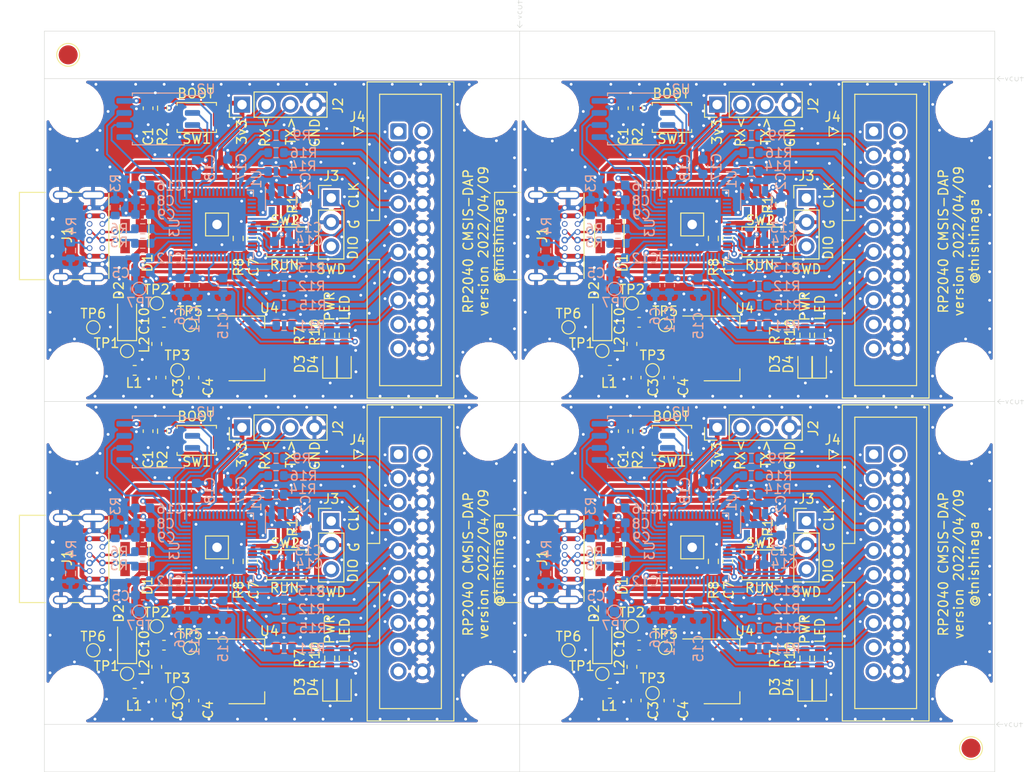
<source format=kicad_pcb>
(kicad_pcb (version 20171130) (host pcbnew "(5.1.10-1-10_14)")
  (layers (0 F.Cu signal) (31 B.Cu signal) (34 B.Paste user) (35 F.Paste user) (36 B.SilkS user) (37 F.SilkS user) (38 B.Mask user) (39 F.Mask user) (44 Edge.Cuts user))
  (net 0 "")
  (net 1 GND)
  (net 2 +3V3)
  (net 3 /VBUS)
  (net 4 +5V)
  (net 5 +1V1)
  (net 6 /D-)
  (net 7 /D+)
  (net 8 "Net-(D4-Pad2)")
  (net 9 /LED)
  (net 10 "Net-(J1-PadB5)")
  (net 11 "Net-(J1-PadA5)")
  (net 12 /UART_TX)
  (net 13 /UART_RX)
  (net 14 /SWDIO)
  (net 15 /SWCLK)
  (net 16 /~SRST)
  (net 17 /TDO_SWO)
  (net 18 /RTCK)
  (net 19 /TCK_SWCLK)
  (net 20 /TMS_SWDIO)
  (net 21 /TDI)
  (net 22 /~TRST)
  (net 23 "Net-(R1-Pad1)")
  (net 24 /QSPI_CSN)
  (net 25 /RUN)
  (net 26 /XIN)
  (net 27 /QSPI_SD3)
  (net 28 /QSPI_SCLK)
  (net 29 /QSPI_SD0)
  (net 30 /QSPI_SD2)
  (net 31 /QSPI_SD1)
  (net 32 "Net-(D3-Pad2)")
  (net 33 /VO)
  (net 34 "Net-(J4-Pad15)")
  (net 35 "Net-(J4-Pad13)")
  (net 36 "Net-(J4-Pad11)")
  (net 37 "Net-(J4-Pad9)")
  (net 38 "Net-(J4-Pad7)")
  (net 39 "Net-(J4-Pad5)")
  (net 40 "Net-(J4-Pad3)")
  (net 41 "Net-(D2-Pad1)")
  (net 42 /RD-)
  (net 43 /RD+)
  (module TestPoint:TestPoint_Pad_D2.0mm (layer F.Cu) (at 102.5 47.5)
    (fp_text reference REF** hide)
    (fp_text value TestPoint_Pad_D2.0mm hide)
    (pad 1 smd circle (at 0 0) (size 2 2) (layers F.Cu F.Mask))
  )
  (module TestPoint:TestPoint_Pad_D2.0mm (layer F.Cu) (at 197.5 120.5)
    (fp_text reference REF** hide)
    (fp_text value TestPoint_Pad_D2.0mm hide)
    (pad 1 smd circle (at 0 0) (size 2 2) (layers F.Cu F.Mask))
  )
  (module Capacitor_SMD:C_0603_1608Metric (layer F.Cu) (at 160.91 87.12 270)
    (fp_text reference C1 (at 2.98 -0.01 90) (layer F.SilkS))
    (fp_text value 0.1uF)
    (pad 1 smd roundrect (at -0.775 0 270) (size 0.9 0.95) (layers F.Cu F.Paste F.Mask) (net 2 +3V3))
    (pad 2 smd roundrect (at 0.775 0 270) (size 0.9 0.95) (layers F.Cu F.Paste F.Mask) (net 1 GND))
  )
  (module Capacitor_SMD:C_0603_1608Metric (layer F.Cu) (at 110.91 87.12 270)
    (fp_text reference C1 (at 2.98 -0.01 90) (layer F.SilkS))
    (fp_text value 0.1uF)
    (pad 1 smd roundrect (at -0.775 0 270) (size 0.9 0.95) (layers F.Cu F.Paste F.Mask) (net 2 +3V3))
    (pad 2 smd roundrect (at 0.775 0 270) (size 0.9 0.95) (layers F.Cu F.Paste F.Mask) (net 1 GND))
  )
  (module Capacitor_SMD:C_0603_1608Metric (layer F.Cu) (at 160.91 53.12 270)
    (fp_text reference C1 (at 2.98 -0.01 90) (layer F.SilkS))
    (fp_text value 0.1uF)
    (pad 1 smd roundrect (at -0.775 0 270) (size 0.9 0.95) (layers F.Cu F.Paste F.Mask) (net 2 +3V3))
    (pad 2 smd roundrect (at 0.775 0 270) (size 0.9 0.95) (layers F.Cu F.Paste F.Mask) (net 1 GND))
  )
  (module Capacitor_SMD:C_0603_1608Metric (layer B.Cu) (at 177.48 97.28 90)
    (fp_text reference C2 (at 2.5 0.01 90) (layer B.SilkS) (effects (justify mirror)))
    (fp_text value 0.1uF)
    (pad 1 smd roundrect (at -0.775 0 90) (size 0.9 0.95) (layers B.Cu B.Paste B.Mask) (net 2 +3V3))
    (pad 2 smd roundrect (at 0.775 0 90) (size 0.9 0.95) (layers B.Cu B.Paste B.Mask) (net 1 GND))
  )
  (module Capacitor_SMD:C_0603_1608Metric (layer B.Cu) (at 127.48 97.28 90)
    (fp_text reference C2 (at 2.5 0.01 90) (layer B.SilkS) (effects (justify mirror)))
    (fp_text value 0.1uF)
    (pad 1 smd roundrect (at -0.775 0 90) (size 0.9 0.95) (layers B.Cu B.Paste B.Mask) (net 2 +3V3))
    (pad 2 smd roundrect (at 0.775 0 90) (size 0.9 0.95) (layers B.Cu B.Paste B.Mask) (net 1 GND))
  )
  (module Capacitor_SMD:C_0603_1608Metric (layer B.Cu) (at 177.48 63.28 90)
    (fp_text reference C2 (at 2.5 0.01 90) (layer B.SilkS) (effects (justify mirror)))
    (fp_text value 0.1uF)
    (pad 1 smd roundrect (at -0.775 0 90) (size 0.9 0.95) (layers B.Cu B.Paste B.Mask) (net 2 +3V3))
    (pad 2 smd roundrect (at 0.775 0 90) (size 0.9 0.95) (layers B.Cu B.Paste B.Mask) (net 1 GND))
  )
  (module Capacitor_SMD:C_0603_1608Metric (layer F.Cu) (at 162.26 115.48 270)
    (fp_text reference C3 (at 1.03 -1.8 90) (layer F.SilkS))
    (fp_text value 0.001uF/N.F.)
    (pad 1 smd roundrect (at -0.775 0 270) (size 0.9 0.95) (layers F.Cu F.Paste F.Mask) (net 4 +5V))
    (pad 2 smd roundrect (at 0.775 0 270) (size 0.9 0.95) (layers F.Cu F.Paste F.Mask) (net 1 GND))
  )
  (module Capacitor_SMD:C_0603_1608Metric (layer F.Cu) (at 112.26 115.48 270)
    (fp_text reference C3 (at 1.03 -1.8 90) (layer F.SilkS))
    (fp_text value 0.001uF/N.F.)
    (pad 1 smd roundrect (at -0.775 0 270) (size 0.9 0.95) (layers F.Cu F.Paste F.Mask) (net 4 +5V))
    (pad 2 smd roundrect (at 0.775 0 270) (size 0.9 0.95) (layers F.Cu F.Paste F.Mask) (net 1 GND))
  )
  (module Capacitor_SMD:C_0603_1608Metric (layer F.Cu) (at 162.26 81.48 270)
    (fp_text reference C3 (at 1.03 -1.8 90) (layer F.SilkS))
    (fp_text value 0.001uF/N.F.)
    (pad 1 smd roundrect (at -0.775 0 270) (size 0.9 0.95) (layers F.Cu F.Paste F.Mask) (net 4 +5V))
    (pad 2 smd roundrect (at 0.775 0 270) (size 0.9 0.95) (layers F.Cu F.Paste F.Mask) (net 1 GND))
  )
  (module Capacitor_SMD:C_0603_1608Metric (layer F.Cu) (at 165.72 115.49 270)
    (fp_text reference C4 (at 0.98 -1.51 90) (layer F.SilkS))
    (fp_text value 10uF)
    (pad 1 smd roundrect (at -0.775 0 270) (size 0.9 0.95) (layers F.Cu F.Paste F.Mask) (net 4 +5V))
    (pad 2 smd roundrect (at 0.775 0 270) (size 0.9 0.95) (layers F.Cu F.Paste F.Mask) (net 1 GND))
  )
  (module Capacitor_SMD:C_0603_1608Metric (layer F.Cu) (at 115.72 115.49 270)
    (fp_text reference C4 (at 0.98 -1.51 90) (layer F.SilkS))
    (fp_text value 10uF)
    (pad 1 smd roundrect (at -0.775 0 270) (size 0.9 0.95) (layers F.Cu F.Paste F.Mask) (net 4 +5V))
    (pad 2 smd roundrect (at 0.775 0 270) (size 0.9 0.95) (layers F.Cu F.Paste F.Mask) (net 1 GND))
  )
  (module Capacitor_SMD:C_0603_1608Metric (layer F.Cu) (at 165.72 81.49 270)
    (fp_text reference C4 (at 0.98 -1.51 90) (layer F.SilkS))
    (fp_text value 10uF)
    (pad 1 smd roundrect (at -0.775 0 270) (size 0.9 0.95) (layers F.Cu F.Paste F.Mask) (net 4 +5V))
    (pad 2 smd roundrect (at 0.775 0 270) (size 0.9 0.95) (layers F.Cu F.Paste F.Mask) (net 1 GND))
  )
  (module Capacitor_SMD:C_0603_1608Metric (layer B.Cu) (at 160.36 104.38 180)
    (fp_text reference C5 (at 2.32 -0.09) (layer B.SilkS) (effects (justify mirror)))
    (fp_text value 1uF)
    (pad 2 smd roundrect (at 0.775 0 180) (size 0.9 0.95) (layers B.Cu B.Paste B.Mask) (net 1 GND))
    (pad 1 smd roundrect (at -0.775 0 180) (size 0.9 0.95) (layers B.Cu B.Paste B.Mask) (net 2 +3V3))
  )
  (module Capacitor_SMD:C_0603_1608Metric (layer B.Cu) (at 110.36 104.38 180)
    (fp_text reference C5 (at 2.32 -0.09) (layer B.SilkS) (effects (justify mirror)))
    (fp_text value 1uF)
    (pad 2 smd roundrect (at 0.775 0 180) (size 0.9 0.95) (layers B.Cu B.Paste B.Mask) (net 1 GND))
    (pad 1 smd roundrect (at -0.775 0 180) (size 0.9 0.95) (layers B.Cu B.Paste B.Mask) (net 2 +3V3))
  )
  (module Capacitor_SMD:C_0603_1608Metric (layer B.Cu) (at 160.36 70.38 180)
    (fp_text reference C5 (at 2.32 -0.09) (layer B.SilkS) (effects (justify mirror)))
    (fp_text value 1uF)
    (pad 2 smd roundrect (at 0.775 0 180) (size 0.9 0.95) (layers B.Cu B.Paste B.Mask) (net 1 GND))
    (pad 1 smd roundrect (at -0.775 0 180) (size 0.9 0.95) (layers B.Cu B.Paste B.Mask) (net 2 +3V3))
  )
  (module Capacitor_SMD:C_0603_1608Metric (layer B.Cu) (at 164.25 105.78 270)
    (fp_text reference C6 (at 3.23 -0.02 90) (layer B.SilkS) (effects (justify mirror)))
    (fp_text value 0.1uF)
    (pad 1 smd roundrect (at -0.775 0 270) (size 0.9 0.95) (layers B.Cu B.Paste B.Mask) (net 2 +3V3))
    (pad 2 smd roundrect (at 0.775 0 270) (size 0.9 0.95) (layers B.Cu B.Paste B.Mask) (net 1 GND))
  )
  (module Capacitor_SMD:C_0603_1608Metric (layer B.Cu) (at 114.25 105.78 270)
    (fp_text reference C6 (at 3.23 -0.02 90) (layer B.SilkS) (effects (justify mirror)))
    (fp_text value 0.1uF)
    (pad 1 smd roundrect (at -0.775 0 270) (size 0.9 0.95) (layers B.Cu B.Paste B.Mask) (net 2 +3V3))
    (pad 2 smd roundrect (at 0.775 0 270) (size 0.9 0.95) (layers B.Cu B.Paste B.Mask) (net 1 GND))
  )
  (module Capacitor_SMD:C_0603_1608Metric (layer B.Cu) (at 164.25 71.78 270)
    (fp_text reference C6 (at 3.23 -0.02 90) (layer B.SilkS) (effects (justify mirror)))
    (fp_text value 0.1uF)
    (pad 1 smd roundrect (at -0.775 0 270) (size 0.9 0.95) (layers B.Cu B.Paste B.Mask) (net 2 +3V3))
    (pad 2 smd roundrect (at 0.775 0 270) (size 0.9 0.95) (layers B.Cu B.Paste B.Mask) (net 1 GND))
  )
  (module Capacitor_SMD:C_0603_1608Metric (layer F.Cu) (at 171.9 100.83 90)
    (fp_text reference C7 (at -3 0.13 90) (layer F.SilkS))
    (fp_text value 0.1uF)
    (pad 1 smd roundrect (at -0.775 0 90) (size 0.9 0.95) (layers F.Cu F.Paste F.Mask) (net 25 /RUN))
    (pad 2 smd roundrect (at 0.775 0 90) (size 0.9 0.95) (layers F.Cu F.Paste F.Mask) (net 1 GND))
  )
  (module Capacitor_SMD:C_0603_1608Metric (layer F.Cu) (at 121.9 100.83 90)
    (fp_text reference C7 (at -3 0.13 90) (layer F.SilkS))
    (fp_text value 0.1uF)
    (pad 1 smd roundrect (at -0.775 0 90) (size 0.9 0.95) (layers F.Cu F.Paste F.Mask) (net 25 /RUN))
    (pad 2 smd roundrect (at 0.775 0 90) (size 0.9 0.95) (layers F.Cu F.Paste F.Mask) (net 1 GND))
  )
  (module Capacitor_SMD:C_0603_1608Metric (layer F.Cu) (at 171.9 66.83 90)
    (fp_text reference C7 (at -3 0.13 90) (layer F.SilkS))
    (fp_text value 0.1uF)
    (pad 1 smd roundrect (at -0.775 0 90) (size 0.9 0.95) (layers F.Cu F.Paste F.Mask) (net 25 /RUN))
    (pad 2 smd roundrect (at 0.775 0 90) (size 0.9 0.95) (layers F.Cu F.Paste F.Mask) (net 1 GND))
  )
  (module Capacitor_SMD:C_0603_1608Metric (layer B.Cu) (at 160.35 96.77 180)
    (fp_text reference C8 (at -2.41 -0.1) (layer B.SilkS) (effects (justify mirror)))
    (fp_text value 0.1uF)
    (pad 1 smd roundrect (at -0.775 0 180) (size 0.9 0.95) (layers B.Cu B.Paste B.Mask) (net 2 +3V3))
    (pad 2 smd roundrect (at 0.775 0 180) (size 0.9 0.95) (layers B.Cu B.Paste B.Mask) (net 1 GND))
  )
  (module Capacitor_SMD:C_0603_1608Metric (layer B.Cu) (at 110.35 96.77 180)
    (fp_text reference C8 (at -2.41 -0.1) (layer B.SilkS) (effects (justify mirror)))
    (fp_text value 0.1uF)
    (pad 1 smd roundrect (at -0.775 0 180) (size 0.9 0.95) (layers B.Cu B.Paste B.Mask) (net 2 +3V3))
    (pad 2 smd roundrect (at 0.775 0 180) (size 0.9 0.95) (layers B.Cu B.Paste B.Mask) (net 1 GND))
  )
  (module Capacitor_SMD:C_0603_1608Metric (layer B.Cu) (at 160.35 62.77 180)
    (fp_text reference C8 (at -2.41 -0.1) (layer B.SilkS) (effects (justify mirror)))
    (fp_text value 0.1uF)
    (pad 1 smd roundrect (at -0.775 0 180) (size 0.9 0.95) (layers B.Cu B.Paste B.Mask) (net 2 +3V3))
    (pad 2 smd roundrect (at 0.775 0 180) (size 0.9 0.95) (layers B.Cu B.Paste B.Mask) (net 1 GND))
  )
  (module Capacitor_SMD:C_0603_1608Metric (layer B.Cu) (at 160.35 98.29 180)
    (fp_text reference C9 (at -2.47 -0.02) (layer B.SilkS) (effects (justify mirror)))
    (fp_text value 0.1uF)
    (pad 1 smd roundrect (at -0.775 0 180) (size 0.9 0.95) (layers B.Cu B.Paste B.Mask) (net 2 +3V3))
    (pad 2 smd roundrect (at 0.775 0 180) (size 0.9 0.95) (layers B.Cu B.Paste B.Mask) (net 1 GND))
  )
  (module Capacitor_SMD:C_0603_1608Metric (layer B.Cu) (at 110.35 98.29 180)
    (fp_text reference C9 (at -2.47 -0.02) (layer B.SilkS) (effects (justify mirror)))
    (fp_text value 0.1uF)
    (pad 1 smd roundrect (at -0.775 0 180) (size 0.9 0.95) (layers B.Cu B.Paste B.Mask) (net 2 +3V3))
    (pad 2 smd roundrect (at 0.775 0 180) (size 0.9 0.95) (layers B.Cu B.Paste B.Mask) (net 1 GND))
  )
  (module Capacitor_SMD:C_0603_1608Metric (layer B.Cu) (at 160.35 64.29 180)
    (fp_text reference C9 (at -2.47 -0.02) (layer B.SilkS) (effects (justify mirror)))
    (fp_text value 0.1uF)
    (pad 1 smd roundrect (at -0.775 0 180) (size 0.9 0.95) (layers B.Cu B.Paste B.Mask) (net 2 +3V3))
    (pad 2 smd roundrect (at 0.775 0 180) (size 0.9 0.95) (layers B.Cu B.Paste B.Mask) (net 1 GND))
  )
  (module Capacitor_SMD:C_0603_1608Metric (layer F.Cu) (at 162.58 109.66)
    (fp_text reference C10 (at -2.08 -0.13 90) (layer F.SilkS))
    (fp_text value 10uF)
    (pad 1 smd roundrect (at -0.775 0) (size 0.9 0.95) (layers F.Cu F.Paste F.Mask) (net 2 +3V3))
    (pad 2 smd roundrect (at 0.775 0) (size 0.9 0.95) (layers F.Cu F.Paste F.Mask) (net 1 GND))
  )
  (module Capacitor_SMD:C_0603_1608Metric (layer F.Cu) (at 112.58 109.66)
    (fp_text reference C10 (at -2.08 -0.13 90) (layer F.SilkS))
    (fp_text value 10uF)
    (pad 1 smd roundrect (at -0.775 0) (size 0.9 0.95) (layers F.Cu F.Paste F.Mask) (net 2 +3V3))
    (pad 2 smd roundrect (at 0.775 0) (size 0.9 0.95) (layers F.Cu F.Paste F.Mask) (net 1 GND))
  )
  (module Capacitor_SMD:C_0603_1608Metric (layer F.Cu) (at 162.58 75.66)
    (fp_text reference C10 (at -2.08 -0.13 90) (layer F.SilkS))
    (fp_text value 10uF)
    (pad 1 smd roundrect (at -0.775 0) (size 0.9 0.95) (layers F.Cu F.Paste F.Mask) (net 2 +3V3))
    (pad 2 smd roundrect (at 0.775 0) (size 0.9 0.95) (layers F.Cu F.Paste F.Mask) (net 1 GND))
  )
  (module Capacitor_SMD:C_0603_1608Metric (layer B.Cu) (at 165.78 105.77 270)
    (fp_text reference C11 (at 3.58 -0.02 90) (layer B.SilkS) (effects (justify mirror)))
    (fp_text value 0.1uF)
    (pad 1 smd roundrect (at -0.775 0 270) (size 0.9 0.95) (layers B.Cu B.Paste B.Mask) (net 2 +3V3))
    (pad 2 smd roundrect (at 0.775 0 270) (size 0.9 0.95) (layers B.Cu B.Paste B.Mask) (net 1 GND))
  )
  (module Capacitor_SMD:C_0603_1608Metric (layer B.Cu) (at 115.78 105.77 270)
    (fp_text reference C11 (at 3.58 -0.02 90) (layer B.SilkS) (effects (justify mirror)))
    (fp_text value 0.1uF)
    (pad 1 smd roundrect (at -0.775 0 270) (size 0.9 0.95) (layers B.Cu B.Paste B.Mask) (net 2 +3V3))
    (pad 2 smd roundrect (at 0.775 0 270) (size 0.9 0.95) (layers B.Cu B.Paste B.Mask) (net 1 GND))
  )
  (module Capacitor_SMD:C_0603_1608Metric (layer B.Cu) (at 165.78 71.77 270)
    (fp_text reference C11 (at 3.58 -0.02 90) (layer B.SilkS) (effects (justify mirror)))
    (fp_text value 0.1uF)
    (pad 1 smd roundrect (at -0.775 0 270) (size 0.9 0.95) (layers B.Cu B.Paste B.Mask) (net 2 +3V3))
    (pad 2 smd roundrect (at 0.775 0 270) (size 0.9 0.95) (layers B.Cu B.Paste B.Mask) (net 1 GND))
  )
  (module Capacitor_SMD:C_0603_1608Metric (layer B.Cu) (at 160.35 102.87 180)
    (fp_text reference C12 (at -2.86 -0.06) (layer B.SilkS) (effects (justify mirror)))
    (fp_text value 1uF)
    (pad 1 smd roundrect (at -0.775 0 180) (size 0.9 0.95) (layers B.Cu B.Paste B.Mask) (net 5 +1V1))
    (pad 2 smd roundrect (at 0.775 0 180) (size 0.9 0.95) (layers B.Cu B.Paste B.Mask) (net 1 GND))
  )
  (module Capacitor_SMD:C_0603_1608Metric (layer B.Cu) (at 110.35 102.87 180)
    (fp_text reference C12 (at -2.86 -0.06) (layer B.SilkS) (effects (justify mirror)))
    (fp_text value 1uF)
    (pad 1 smd roundrect (at -0.775 0 180) (size 0.9 0.95) (layers B.Cu B.Paste B.Mask) (net 5 +1V1))
    (pad 2 smd roundrect (at 0.775 0 180) (size 0.9 0.95) (layers B.Cu B.Paste B.Mask) (net 1 GND))
  )
  (module Capacitor_SMD:C_0603_1608Metric (layer B.Cu) (at 160.35 68.87 180)
    (fp_text reference C12 (at -2.86 -0.06) (layer B.SilkS) (effects (justify mirror)))
    (fp_text value 1uF)
    (pad 1 smd roundrect (at -0.775 0 180) (size 0.9 0.95) (layers B.Cu B.Paste B.Mask) (net 5 +1V1))
    (pad 2 smd roundrect (at 0.775 0 180) (size 0.9 0.95) (layers B.Cu B.Paste B.Mask) (net 1 GND))
  )
  (module Capacitor_SMD:C_0603_1608Metric (layer B.Cu) (at 174.94 99.64)
    (fp_text reference C13 (at 2.84 0.05) (layer B.SilkS) (effects (justify mirror)))
    (fp_text value 0.1uF)
    (pad 1 smd roundrect (at -0.775 0) (size 0.9 0.95) (layers B.Cu B.Paste B.Mask) (net 2 +3V3))
    (pad 2 smd roundrect (at 0.775 0) (size 0.9 0.95) (layers B.Cu B.Paste B.Mask) (net 1 GND))
  )
  (module Capacitor_SMD:C_0603_1608Metric (layer B.Cu) (at 124.94 99.64)
    (fp_text reference C13 (at 2.84 0.05) (layer B.SilkS) (effects (justify mirror)))
    (fp_text value 0.1uF)
    (pad 1 smd roundrect (at -0.775 0) (size 0.9 0.95) (layers B.Cu B.Paste B.Mask) (net 2 +3V3))
    (pad 2 smd roundrect (at 0.775 0) (size 0.9 0.95) (layers B.Cu B.Paste B.Mask) (net 1 GND))
  )
  (module Capacitor_SMD:C_0603_1608Metric (layer B.Cu) (at 174.94 65.64)
    (fp_text reference C13 (at 2.84 0.05) (layer B.SilkS) (effects (justify mirror)))
    (fp_text value 0.1uF)
    (pad 1 smd roundrect (at -0.775 0) (size 0.9 0.95) (layers B.Cu B.Paste B.Mask) (net 2 +3V3))
    (pad 2 smd roundrect (at 0.775 0) (size 0.9 0.95) (layers B.Cu B.Paste B.Mask) (net 1 GND))
  )
  (module Capacitor_SMD:C_0603_1608Metric (layer B.Cu) (at 174.94 101.16)
    (fp_text reference C14 (at 2.94 -0.08) (layer B.SilkS) (effects (justify mirror)))
    (fp_text value 0.1uF)
    (pad 1 smd roundrect (at -0.775 0) (size 0.9 0.95) (layers B.Cu B.Paste B.Mask) (net 5 +1V1))
    (pad 2 smd roundrect (at 0.775 0) (size 0.9 0.95) (layers B.Cu B.Paste B.Mask) (net 1 GND))
  )
  (module Capacitor_SMD:C_0603_1608Metric (layer B.Cu) (at 124.94 101.16)
    (fp_text reference C14 (at 2.94 -0.08) (layer B.SilkS) (effects (justify mirror)))
    (fp_text value 0.1uF)
    (pad 1 smd roundrect (at -0.775 0) (size 0.9 0.95) (layers B.Cu B.Paste B.Mask) (net 5 +1V1))
    (pad 2 smd roundrect (at 0.775 0) (size 0.9 0.95) (layers B.Cu B.Paste B.Mask) (net 1 GND))
  )
  (module Capacitor_SMD:C_0603_1608Metric (layer B.Cu) (at 174.94 67.16)
    (fp_text reference C14 (at 2.94 -0.08) (layer B.SilkS) (effects (justify mirror)))
    (fp_text value 0.1uF)
    (pad 1 smd roundrect (at -0.775 0) (size 0.9 0.95) (layers B.Cu B.Paste B.Mask) (net 5 +1V1))
    (pad 2 smd roundrect (at 0.775 0) (size 0.9 0.95) (layers B.Cu B.Paste B.Mask) (net 1 GND))
  )
  (module Capacitor_SMD:C_0603_1608Metric (layer B.Cu) (at 168.79 105.77 270)
    (fp_text reference C15 (at 4.24 -0.02 270) (layer B.SilkS) (effects (justify mirror)))
    (fp_text value 0.1uF)
    (pad 1 smd roundrect (at -0.775 0 270) (size 0.9 0.95) (layers B.Cu B.Paste B.Mask) (net 2 +3V3))
    (pad 2 smd roundrect (at 0.775 0 270) (size 0.9 0.95) (layers B.Cu B.Paste B.Mask) (net 1 GND))
  )
  (module Capacitor_SMD:C_0603_1608Metric (layer B.Cu) (at 118.79 105.77 270)
    (fp_text reference C15 (at 4.24 -0.02 270) (layer B.SilkS) (effects (justify mirror)))
    (fp_text value 0.1uF)
    (pad 1 smd roundrect (at -0.775 0 270) (size 0.9 0.95) (layers B.Cu B.Paste B.Mask) (net 2 +3V3))
    (pad 2 smd roundrect (at 0.775 0 270) (size 0.9 0.95) (layers B.Cu B.Paste B.Mask) (net 1 GND))
  )
  (module Capacitor_SMD:C_0603_1608Metric (layer B.Cu) (at 168.79 71.77 270)
    (fp_text reference C15 (at 4.24 -0.02 270) (layer B.SilkS) (effects (justify mirror)))
    (fp_text value 0.1uF)
    (pad 1 smd roundrect (at -0.775 0 270) (size 0.9 0.95) (layers B.Cu B.Paste B.Mask) (net 2 +3V3))
    (pad 2 smd roundrect (at 0.775 0 270) (size 0.9 0.95) (layers B.Cu B.Paste B.Mask) (net 1 GND))
  )
  (module Capacitor_SMD:C_0603_1608Metric (layer B.Cu) (at 160.35 95.23 180)
    (fp_text reference C16 (at -2.88 -0.06) (layer B.SilkS) (effects (justify mirror)))
    (fp_text value 0.1uF)
    (pad 1 smd roundrect (at -0.775 0 180) (size 0.9 0.95) (layers B.Cu B.Paste B.Mask) (net 5 +1V1))
    (pad 2 smd roundrect (at 0.775 0 180) (size 0.9 0.95) (layers B.Cu B.Paste B.Mask) (net 1 GND))
  )
  (module Capacitor_SMD:C_0603_1608Metric (layer B.Cu) (at 110.35 95.23 180)
    (fp_text reference C16 (at -2.88 -0.06) (layer B.SilkS) (effects (justify mirror)))
    (fp_text value 0.1uF)
    (pad 1 smd roundrect (at -0.775 0 180) (size 0.9 0.95) (layers B.Cu B.Paste B.Mask) (net 5 +1V1))
    (pad 2 smd roundrect (at 0.775 0 180) (size 0.9 0.95) (layers B.Cu B.Paste B.Mask) (net 1 GND))
  )
  (module Capacitor_SMD:C_0603_1608Metric (layer B.Cu) (at 160.35 61.23 180)
    (fp_text reference C16 (at -2.88 -0.06) (layer B.SilkS) (effects (justify mirror)))
    (fp_text value 0.1uF)
    (pad 1 smd roundrect (at -0.775 0 180) (size 0.9 0.95) (layers B.Cu B.Paste B.Mask) (net 5 +1V1))
    (pad 2 smd roundrect (at 0.775 0 180) (size 0.9 0.95) (layers B.Cu B.Paste B.Mask) (net 1 GND))
  )
  (module Capacitor_SMD:C_0603_1608Metric (layer B.Cu) (at 169.29 93.28 90)
    (fp_text reference C17 (at 0 1.43 270) (layer B.SilkS) (effects (justify mirror)))
    (fp_text value 0.1uF)
    (pad 1 smd roundrect (at -0.775 0 90) (size 0.9 0.95) (layers B.Cu B.Paste B.Mask) (net 2 +3V3))
    (pad 2 smd roundrect (at 0.775 0 90) (size 0.9 0.95) (layers B.Cu B.Paste B.Mask) (net 1 GND))
  )
  (module Capacitor_SMD:C_0603_1608Metric (layer B.Cu) (at 119.29 93.28 90)
    (fp_text reference C17 (at 0 1.43 270) (layer B.SilkS) (effects (justify mirror)))
    (fp_text value 0.1uF)
    (pad 1 smd roundrect (at -0.775 0 90) (size 0.9 0.95) (layers B.Cu B.Paste B.Mask) (net 2 +3V3))
    (pad 2 smd roundrect (at 0.775 0 90) (size 0.9 0.95) (layers B.Cu B.Paste B.Mask) (net 1 GND))
  )
  (module Capacitor_SMD:C_0603_1608Metric (layer B.Cu) (at 169.29 59.28 90)
    (fp_text reference C17 (at 0 1.43 270) (layer B.SilkS) (effects (justify mirror)))
    (fp_text value 0.1uF)
    (pad 1 smd roundrect (at -0.775 0 90) (size 0.9 0.95) (layers B.Cu B.Paste B.Mask) (net 2 +3V3))
    (pad 2 smd roundrect (at 0.775 0 90) (size 0.9 0.95) (layers B.Cu B.Paste B.Mask) (net 1 GND))
  )
  (module Package_TO_SOT_SMD:SOT-143 (layer F.Cu) (at 159.44 100.59 270)
    (fp_text reference D1 (at 2.82 -1.41 90) (layer F.SilkS))
    (fp_text value PRTR5V0U2X)
    (pad 1 smd rect (at -1.1 -0.77 180) (size 1.2 1.4) (layers F.Cu F.Paste F.Mask) (net 1 GND))
    (pad 2 smd rect (at -1.1 0.95 180) (size 1 1.4) (layers F.Cu F.Paste F.Mask) (net 7 /D+))
    (pad 3 smd rect (at 1.1 0.95 180) (size 1 1.4) (layers F.Cu F.Paste F.Mask) (net 6 /D-))
    (pad 4 smd rect (at 1.1 -0.95 180) (size 1 1.4) (layers F.Cu F.Paste F.Mask) (net 3 /VBUS))
  )
  (module Package_TO_SOT_SMD:SOT-143 (layer F.Cu) (at 109.44 100.59 270)
    (fp_text reference D1 (at 2.82 -1.41 90) (layer F.SilkS))
    (fp_text value PRTR5V0U2X)
    (pad 1 smd rect (at -1.1 -0.77 180) (size 1.2 1.4) (layers F.Cu F.Paste F.Mask) (net 1 GND))
    (pad 2 smd rect (at -1.1 0.95 180) (size 1 1.4) (layers F.Cu F.Paste F.Mask) (net 7 /D+))
    (pad 3 smd rect (at 1.1 0.95 180) (size 1 1.4) (layers F.Cu F.Paste F.Mask) (net 6 /D-))
    (pad 4 smd rect (at 1.1 -0.95 180) (size 1 1.4) (layers F.Cu F.Paste F.Mask) (net 3 /VBUS))
  )
  (module Package_TO_SOT_SMD:SOT-143 (layer F.Cu) (at 159.44 66.59 270)
    (fp_text reference D1 (at 2.82 -1.41 90) (layer F.SilkS))
    (fp_text value PRTR5V0U2X)
    (pad 1 smd rect (at -1.1 -0.77 180) (size 1.2 1.4) (layers F.Cu F.Paste F.Mask) (net 1 GND))
    (pad 2 smd rect (at -1.1 0.95 180) (size 1 1.4) (layers F.Cu F.Paste F.Mask) (net 7 /D+))
    (pad 3 smd rect (at 1.1 0.95 180) (size 1 1.4) (layers F.Cu F.Paste F.Mask) (net 6 /D-))
    (pad 4 smd rect (at 1.1 -0.95 180) (size 1 1.4) (layers F.Cu F.Paste F.Mask) (net 3 /VBUS))
  )
  (module Diode_SMD:D_0603_1608Metric (layer F.Cu) (at 181.544 114.056 90)
    (fp_text reference D4 (at -0.024 -3.274 90) (layer F.SilkS))
    (fp_text value GREEN)
    (pad 1 smd roundrect (at -0.7875 0 90) (size 0.875 0.95) (layers F.Cu F.Paste F.Mask) (net 1 GND))
    (pad 2 smd roundrect (at 0.7875 0 90) (size 0.875 0.95) (layers F.Cu F.Paste F.Mask) (net 8 "Net-(D4-Pad2)"))
  )
  (module Diode_SMD:D_0603_1608Metric (layer F.Cu) (at 131.544 114.056 90)
    (fp_text reference D4 (at -0.024 -3.274 90) (layer F.SilkS))
    (fp_text value GREEN)
    (pad 1 smd roundrect (at -0.7875 0 90) (size 0.875 0.95) (layers F.Cu F.Paste F.Mask) (net 1 GND))
    (pad 2 smd roundrect (at 0.7875 0 90) (size 0.875 0.95) (layers F.Cu F.Paste F.Mask) (net 8 "Net-(D4-Pad2)"))
  )
  (module Diode_SMD:D_0603_1608Metric (layer F.Cu) (at 181.544 80.056 90)
    (fp_text reference D4 (at -0.024 -3.274 90) (layer F.SilkS))
    (fp_text value GREEN)
    (pad 1 smd roundrect (at -0.7875 0 90) (size 0.875 0.95) (layers F.Cu F.Paste F.Mask) (net 1 GND))
    (pad 2 smd roundrect (at 0.7875 0 90) (size 0.875 0.95) (layers F.Cu F.Paste F.Mask) (net 8 "Net-(D4-Pad2)"))
  )
  (module MountingHole:MountingHole_3mm (layer F.Cu) (at 153.25 87.25)
    (fp_text reference H1 hide)
    (fp_text value MountingHole hide)
    (pad 1 np_thru_hole circle (at 0 0) (size 3 3) (drill 3) (layers *.Cu *.Mask))
  )
  (module MountingHole:MountingHole_3mm (layer F.Cu) (at 103.25 87.25)
    (fp_text reference H1 hide)
    (fp_text value MountingHole hide)
    (pad 1 np_thru_hole circle (at 0 0) (size 3 3) (drill 3) (layers *.Cu *.Mask))
  )
  (module MountingHole:MountingHole_3mm (layer F.Cu) (at 153.25 53.25)
    (fp_text reference H1 hide)
    (fp_text value MountingHole hide)
    (pad 1 np_thru_hole circle (at 0 0) (size 3 3) (drill 3) (layers *.Cu *.Mask))
  )
  (module MountingHole:MountingHole_3mm (layer F.Cu) (at 196.75 114.75)
    (fp_text reference H2 hide)
    (fp_text value MountingHole hide)
    (pad 1 np_thru_hole circle (at 0 0) (size 3 3) (drill 3) (layers *.Cu *.Mask))
  )
  (module MountingHole:MountingHole_3mm (layer F.Cu) (at 146.75 114.75)
    (fp_text reference H2 hide)
    (fp_text value MountingHole hide)
    (pad 1 np_thru_hole circle (at 0 0) (size 3 3) (drill 3) (layers *.Cu *.Mask))
  )
  (module MountingHole:MountingHole_3mm (layer F.Cu) (at 196.75 80.75)
    (fp_text reference H2 hide)
    (fp_text value MountingHole hide)
    (pad 1 np_thru_hole circle (at 0 0) (size 3 3) (drill 3) (layers *.Cu *.Mask))
  )
  (module MountingHole:MountingHole_3mm (layer F.Cu) (at 153.25 114.75)
    (fp_text reference H3 hide)
    (fp_text value MountingHole hide)
    (pad 1 np_thru_hole circle (at 0 0) (size 3 3) (drill 3) (layers *.Cu *.Mask))
  )
  (module MountingHole:MountingHole_3mm (layer F.Cu) (at 103.25 114.75)
    (fp_text reference H3 hide)
    (fp_text value MountingHole hide)
    (pad 1 np_thru_hole circle (at 0 0) (size 3 3) (drill 3) (layers *.Cu *.Mask))
  )
  (module MountingHole:MountingHole_3mm (layer F.Cu) (at 153.25 80.75)
    (fp_text reference H3 hide)
    (fp_text value MountingHole hide)
    (pad 1 np_thru_hole circle (at 0 0) (size 3 3) (drill 3) (layers *.Cu *.Mask))
  )
  (module MountingHole:MountingHole_3mm (layer F.Cu) (at 196.75 87.25)
    (fp_text reference H4 hide)
    (fp_text value MountingHole hide)
    (pad 1 np_thru_hole circle (at 0 0) (size 3 3) (drill 3) (layers *.Cu *.Mask))
  )
  (module MountingHole:MountingHole_3mm (layer F.Cu) (at 146.75 87.25)
    (fp_text reference H4 hide)
    (fp_text value MountingHole hide)
    (pad 1 np_thru_hole circle (at 0 0) (size 3 3) (drill 3) (layers *.Cu *.Mask))
  )
  (module MountingHole:MountingHole_3mm (layer F.Cu) (at 196.75 53.25)
    (fp_text reference H4 hide)
    (fp_text value MountingHole hide)
    (pad 1 np_thru_hole circle (at 0 0) (size 3 3) (drill 3) (layers *.Cu *.Mask))
  )
  (module Connector_USB:USB_C_Receptacle_GCT_USB4085 (layer F.Cu) (at 156.1 97.6 270)
    (fp_text reference J1 (at 2.87 3.72 90) (layer F.SilkS))
    (fp_text value USB_C_Receptacle_USB2.0)
    (pad A1 thru_hole circle (at 0 0 270) (size 0.6 0.6) (drill 0.4) (layers *.Cu *.Mask) (net 1 GND))
    (pad A4 thru_hole circle (at 0.85 0 270) (size 0.6 0.6) (drill 0.4) (layers *.Cu *.Mask) (net 3 /VBUS))
    (pad A5 thru_hole circle (at 1.7 0 270) (size 0.6 0.6) (drill 0.4) (layers *.Cu *.Mask) (net 11 "Net-(J1-PadA5)"))
    (pad A6 thru_hole circle (at 2.55 0 270) (size 0.6 0.6) (drill 0.4) (layers *.Cu *.Mask) (net 7 /D+))
    (pad A7 thru_hole circle (at 3.4 0 270) (size 0.7 0.7) (drill 0.4) (layers *.Cu *.Mask) (net 6 /D-))
    (pad A8 thru_hole circle (at 4.25 0 270) (size 0.6 0.6) (drill 0.4) (layers *.Cu *.Mask))
    (pad A9 thru_hole circle (at 5.1 0 270) (size 0.6 0.6) (drill 0.4) (layers *.Cu *.Mask) (net 3 /VBUS))
    (pad A12 thru_hole circle (at 5.95 0 270) (size 0.6 0.6) (drill 0.4) (layers *.Cu *.Mask) (net 1 GND))
    (pad B9 thru_hole circle (at 0.85 1.35 270) (size 0.6 0.6) (drill 0.4) (layers *.Cu *.Mask) (net 3 /VBUS))
    (pad B7 thru_hole circle (at 2.55 1.35 270) (size 0.6 0.6) (drill 0.4) (layers *.Cu *.Mask) (net 6 /D-))
    (pad B8 thru_hole circle (at 1.7 1.35 270) (size 0.6 0.6) (drill 0.4) (layers *.Cu *.Mask))
    (pad B12 thru_hole circle (at 0 1.35 270) (size 0.6 0.6) (drill 0.4) (layers *.Cu *.Mask) (net 1 GND))
    (pad B5 thru_hole circle (at 4.25 1.35 270) (size 0.6 0.6) (drill 0.4) (layers *.Cu *.Mask) (net 10 "Net-(J1-PadB5)"))
    (pad B4 thru_hole circle (at 5.1 1.35 270) (size 0.6 0.6) (drill 0.4) (layers *.Cu *.Mask) (net 3 /VBUS))
    (pad B1 thru_hole circle (at 5.95 1.35 270) (size 0.6 0.6) (drill 0.4) (layers *.Cu *.Mask) (net 1 GND))
    (pad B6 thru_hole circle (at 3.4 1.35 270) (size 0.7 0.7) (drill 0.4) (layers *.Cu *.Mask) (net 7 /D+))
    (pad S1 thru_hole oval (at -1.35 0.98 270) (size 0.9 2.4) (drill oval 0.6 2.1) (layers *.Cu *.Mask) (net 1 GND))
    (pad S1 thru_hole oval (at 7.3 0.98 270) (size 0.9 2.4) (drill oval 0.6 2.1) (layers *.Cu *.Mask) (net 1 GND))
    (pad S1 thru_hole oval (at -1.35 4.36 270) (size 0.9 1.7) (drill oval 0.6 1.4) (layers *.Cu *.Mask) (net 1 GND))
    (pad S1 thru_hole oval (at 7.3 4.36 270) (size 0.9 1.7) (drill oval 0.6 1.4) (layers *.Cu *.Mask) (net 1 GND))
  )
  (module Connector_USB:USB_C_Receptacle_GCT_USB4085 (layer F.Cu) (at 106.1 97.6 270)
    (fp_text reference J1 (at 2.87 3.72 90) (layer F.SilkS))
    (fp_text value USB_C_Receptacle_USB2.0)
    (pad A1 thru_hole circle (at 0 0 270) (size 0.6 0.6) (drill 0.4) (layers *.Cu *.Mask) (net 1 GND))
    (pad A4 thru_hole circle (at 0.85 0 270) (size 0.6 0.6) (drill 0.4) (layers *.Cu *.Mask) (net 3 /VBUS))
    (pad A5 thru_hole circle (at 1.7 0 270) (size 0.6 0.6) (drill 0.4) (layers *.Cu *.Mask) (net 11 "Net-(J1-PadA5)"))
    (pad A6 thru_hole circle (at 2.55 0 270) (size 0.6 0.6) (drill 0.4) (layers *.Cu *.Mask) (net 7 /D+))
    (pad A7 thru_hole circle (at 3.4 0 270) (size 0.7 0.7) (drill 0.4) (layers *.Cu *.Mask) (net 6 /D-))
    (pad A8 thru_hole circle (at 4.25 0 270) (size 0.6 0.6) (drill 0.4) (layers *.Cu *.Mask))
    (pad A9 thru_hole circle (at 5.1 0 270) (size 0.6 0.6) (drill 0.4) (layers *.Cu *.Mask) (net 3 /VBUS))
    (pad A12 thru_hole circle (at 5.95 0 270) (size 0.6 0.6) (drill 0.4) (layers *.Cu *.Mask) (net 1 GND))
    (pad B9 thru_hole circle (at 0.85 1.35 270) (size 0.6 0.6) (drill 0.4) (layers *.Cu *.Mask) (net 3 /VBUS))
    (pad B7 thru_hole circle (at 2.55 1.35 270) (size 0.6 0.6) (drill 0.4) (layers *.Cu *.Mask) (net 6 /D-))
    (pad B8 thru_hole circle (at 1.7 1.35 270) (size 0.6 0.6) (drill 0.4) (layers *.Cu *.Mask))
    (pad B12 thru_hole circle (at 0 1.35 270) (size 0.6 0.6) (drill 0.4) (layers *.Cu *.Mask) (net 1 GND))
    (pad B5 thru_hole circle (at 4.25 1.35 270) (size 0.6 0.6) (drill 0.4) (layers *.Cu *.Mask) (net 10 "Net-(J1-PadB5)"))
    (pad B4 thru_hole circle (at 5.1 1.35 270) (size 0.6 0.6) (drill 0.4) (layers *.Cu *.Mask) (net 3 /VBUS))
    (pad B1 thru_hole circle (at 5.95 1.35 270) (size 0.6 0.6) (drill 0.4) (layers *.Cu *.Mask) (net 1 GND))
    (pad B6 thru_hole circle (at 3.4 1.35 270) (size 0.7 0.7) (drill 0.4) (layers *.Cu *.Mask) (net 7 /D+))
    (pad S1 thru_hole oval (at -1.35 0.98 270) (size 0.9 2.4) (drill oval 0.6 2.1) (layers *.Cu *.Mask) (net 1 GND))
    (pad S1 thru_hole oval (at 7.3 0.98 270) (size 0.9 2.4) (drill oval 0.6 2.1) (layers *.Cu *.Mask) (net 1 GND))
    (pad S1 thru_hole oval (at -1.35 4.36 270) (size 0.9 1.7) (drill oval 0.6 1.4) (layers *.Cu *.Mask) (net 1 GND))
    (pad S1 thru_hole oval (at 7.3 4.36 270) (size 0.9 1.7) (drill oval 0.6 1.4) (layers *.Cu *.Mask) (net 1 GND))
  )
  (module Connector_USB:USB_C_Receptacle_GCT_USB4085 (layer F.Cu) (at 156.1 63.6 270)
    (fp_text reference J1 (at 2.87 3.72 90) (layer F.SilkS))
    (fp_text value USB_C_Receptacle_USB2.0)
    (pad A1 thru_hole circle (at 0 0 270) (size 0.6 0.6) (drill 0.4) (layers *.Cu *.Mask) (net 1 GND))
    (pad A4 thru_hole circle (at 0.85 0 270) (size 0.6 0.6) (drill 0.4) (layers *.Cu *.Mask) (net 3 /VBUS))
    (pad A5 thru_hole circle (at 1.7 0 270) (size 0.6 0.6) (drill 0.4) (layers *.Cu *.Mask) (net 11 "Net-(J1-PadA5)"))
    (pad A6 thru_hole circle (at 2.55 0 270) (size 0.6 0.6) (drill 0.4) (layers *.Cu *.Mask) (net 7 /D+))
    (pad A7 thru_hole circle (at 3.4 0 270) (size 0.7 0.7) (drill 0.4) (layers *.Cu *.Mask) (net 6 /D-))
    (pad A8 thru_hole circle (at 4.25 0 270) (size 0.6 0.6) (drill 0.4) (layers *.Cu *.Mask))
    (pad A9 thru_hole circle (at 5.1 0 270) (size 0.6 0.6) (drill 0.4) (layers *.Cu *.Mask) (net 3 /VBUS))
    (pad A12 thru_hole circle (at 5.95 0 270) (size 0.6 0.6) (drill 0.4) (layers *.Cu *.Mask) (net 1 GND))
    (pad B9 thru_hole circle (at 0.85 1.35 270) (size 0.6 0.6) (drill 0.4) (layers *.Cu *.Mask) (net 3 /VBUS))
    (pad B7 thru_hole circle (at 2.55 1.35 270) (size 0.6 0.6) (drill 0.4) (layers *.Cu *.Mask) (net 6 /D-))
    (pad B8 thru_hole circle (at 1.7 1.35 270) (size 0.6 0.6) (drill 0.4) (layers *.Cu *.Mask))
    (pad B12 thru_hole circle (at 0 1.35 270) (size 0.6 0.6) (drill 0.4) (layers *.Cu *.Mask) (net 1 GND))
    (pad B5 thru_hole circle (at 4.25 1.35 270) (size 0.6 0.6) (drill 0.4) (layers *.Cu *.Mask) (net 10 "Net-(J1-PadB5)"))
    (pad B4 thru_hole circle (at 5.1 1.35 270) (size 0.6 0.6) (drill 0.4) (layers *.Cu *.Mask) (net 3 /VBUS))
    (pad B1 thru_hole circle (at 5.95 1.35 270) (size 0.6 0.6) (drill 0.4) (layers *.Cu *.Mask) (net 1 GND))
    (pad B6 thru_hole circle (at 3.4 1.35 270) (size 0.7 0.7) (drill 0.4) (layers *.Cu *.Mask) (net 7 /D+))
    (pad S1 thru_hole oval (at -1.35 0.98 270) (size 0.9 2.4) (drill oval 0.6 2.1) (layers *.Cu *.Mask) (net 1 GND))
    (pad S1 thru_hole oval (at 7.3 0.98 270) (size 0.9 2.4) (drill oval 0.6 2.1) (layers *.Cu *.Mask) (net 1 GND))
    (pad S1 thru_hole oval (at -1.35 4.36 270) (size 0.9 1.7) (drill oval 0.6 1.4) (layers *.Cu *.Mask) (net 1 GND))
    (pad S1 thru_hole oval (at 7.3 4.36 270) (size 0.9 1.7) (drill oval 0.6 1.4) (layers *.Cu *.Mask) (net 1 GND))
  )
  (module Inductor_SMD:L_0603_1608Metric (layer F.Cu) (at 159.5 114.72)
    (fp_text reference L1 (at -0.07 1.32) (layer F.SilkS))
    (fp_text value 600R/0.5A/N.F.)
    (pad 1 smd roundrect (at -0.7875 0) (size 0.875 0.95) (layers F.Cu F.Paste F.Mask) (net 41 "Net-(D2-Pad1)"))
    (pad 2 smd roundrect (at 0.7875 0) (size 0.875 0.95) (layers F.Cu F.Paste F.Mask) (net 4 +5V))
  )
  (module Inductor_SMD:L_0603_1608Metric (layer F.Cu) (at 109.5 114.72)
    (fp_text reference L1 (at -0.07 1.32) (layer F.SilkS))
    (fp_text value 600R/0.5A/N.F.)
    (pad 1 smd roundrect (at -0.7875 0) (size 0.875 0.95) (layers F.Cu F.Paste F.Mask) (net 41 "Net-(D2-Pad1)"))
    (pad 2 smd roundrect (at 0.7875 0) (size 0.875 0.95) (layers F.Cu F.Paste F.Mask) (net 4 +5V))
  )
  (module Inductor_SMD:L_0603_1608Metric (layer F.Cu) (at 159.5 80.72)
    (fp_text reference L1 (at -0.07 1.32) (layer F.SilkS))
    (fp_text value 600R/0.5A/N.F.)
    (pad 1 smd roundrect (at -0.7875 0) (size 0.875 0.95) (layers F.Cu F.Paste F.Mask) (net 41 "Net-(D2-Pad1)"))
    (pad 2 smd roundrect (at 0.7875 0) (size 0.875 0.95) (layers F.Cu F.Paste F.Mask) (net 4 +5V))
  )
  (module Resistor_SMD:R_0603_1608Metric (layer F.Cu) (at 177.48 97.27 270)
    (fp_text reference R1 (at 0 1.36 270) (layer F.SilkS))
    (fp_text value 10k)
    (pad 1 smd roundrect (at -0.825 0 270) (size 0.8 0.95) (layers F.Cu F.Paste F.Mask) (net 23 "Net-(R1-Pad1)"))
    (pad 2 smd roundrect (at 0.825 0 270) (size 0.8 0.95) (layers F.Cu F.Paste F.Mask) (net 2 +3V3))
  )
  (module Resistor_SMD:R_0603_1608Metric (layer F.Cu) (at 127.48 97.27 270)
    (fp_text reference R1 (at 0 1.36 270) (layer F.SilkS))
    (fp_text value 10k)
    (pad 1 smd roundrect (at -0.825 0 270) (size 0.8 0.95) (layers F.Cu F.Paste F.Mask) (net 23 "Net-(R1-Pad1)"))
    (pad 2 smd roundrect (at 0.825 0 270) (size 0.8 0.95) (layers F.Cu F.Paste F.Mask) (net 2 +3V3))
  )
  (module Resistor_SMD:R_0603_1608Metric (layer F.Cu) (at 177.48 63.27 270)
    (fp_text reference R1 (at 0 1.36 270) (layer F.SilkS))
    (fp_text value 10k)
    (pad 1 smd roundrect (at -0.825 0 270) (size 0.8 0.95) (layers F.Cu F.Paste F.Mask) (net 23 "Net-(R1-Pad1)"))
    (pad 2 smd roundrect (at 0.825 0 270) (size 0.8 0.95) (layers F.Cu F.Paste F.Mask) (net 2 +3V3))
  )
  (module Resistor_SMD:R_0603_1608Metric (layer F.Cu) (at 162.43 87.12 90)
    (fp_text reference R2 (at -3.01 -0.01 90) (layer F.SilkS))
    (fp_text value 10k)
    (pad 1 smd roundrect (at -0.825 0 90) (size 0.8 0.95) (layers F.Cu F.Paste F.Mask) (net 24 /QSPI_CSN))
    (pad 2 smd roundrect (at 0.825 0 90) (size 0.8 0.95) (layers F.Cu F.Paste F.Mask) (net 2 +3V3))
  )
  (module Resistor_SMD:R_0603_1608Metric (layer F.Cu) (at 112.43 87.12 90)
    (fp_text reference R2 (at -3.01 -0.01 90) (layer F.SilkS))
    (fp_text value 10k)
    (pad 1 smd roundrect (at -0.825 0 90) (size 0.8 0.95) (layers F.Cu F.Paste F.Mask) (net 24 /QSPI_CSN))
    (pad 2 smd roundrect (at 0.825 0 90) (size 0.8 0.95) (layers F.Cu F.Paste F.Mask) (net 2 +3V3))
  )
  (module Resistor_SMD:R_0603_1608Metric (layer F.Cu) (at 162.43 53.12 90)
    (fp_text reference R2 (at -3.01 -0.01 90) (layer F.SilkS))
    (fp_text value 10k)
    (pad 1 smd roundrect (at -0.825 0 90) (size 0.8 0.95) (layers F.Cu F.Paste F.Mask) (net 24 /QSPI_CSN))
    (pad 2 smd roundrect (at 0.825 0 90) (size 0.8 0.95) (layers F.Cu F.Paste F.Mask) (net 2 +3V3))
  )
  (module Resistor_SMD:R_0603_1608Metric (layer B.Cu) (at 157.45 97.59 270)
    (fp_text reference R3 (at -2.59 -0.04 270) (layer B.SilkS) (effects (justify mirror)))
    (fp_text value 5.1k)
    (pad 1 smd roundrect (at -0.825 0 270) (size 0.8 0.95) (layers B.Cu B.Paste B.Mask) (net 1 GND))
    (pad 2 smd roundrect (at 0.825 0 270) (size 0.8 0.95) (layers B.Cu B.Paste B.Mask) (net 11 "Net-(J1-PadA5)"))
  )
  (module Resistor_SMD:R_0603_1608Metric (layer B.Cu) (at 107.45 97.59 270)
    (fp_text reference R3 (at -2.59 -0.04 270) (layer B.SilkS) (effects (justify mirror)))
    (fp_text value 5.1k)
    (pad 1 smd roundrect (at -0.825 0 270) (size 0.8 0.95) (layers B.Cu B.Paste B.Mask) (net 1 GND))
    (pad 2 smd roundrect (at 0.825 0 270) (size 0.8 0.95) (layers B.Cu B.Paste B.Mask) (net 11 "Net-(J1-PadA5)"))
  )
  (module Resistor_SMD:R_0603_1608Metric (layer B.Cu) (at 157.45 63.59 270)
    (fp_text reference R3 (at -2.59 -0.04 270) (layer B.SilkS) (effects (justify mirror)))
    (fp_text value 5.1k)
    (pad 1 smd roundrect (at -0.825 0 270) (size 0.8 0.95) (layers B.Cu B.Paste B.Mask) (net 1 GND))
    (pad 2 smd roundrect (at 0.825 0 270) (size 0.8 0.95) (layers B.Cu B.Paste B.Mask) (net 11 "Net-(J1-PadA5)"))
  )
  (module Resistor_SMD:R_0603_1608Metric (layer B.Cu) (at 152.75 102.1 90)
    (fp_text reference R4 (at 2.58 0.09 90) (layer B.SilkS) (effects (justify mirror)))
    (fp_text value 5.1k)
    (pad 1 smd roundrect (at -0.825 0 90) (size 0.8 0.95) (layers B.Cu B.Paste B.Mask) (net 1 GND))
    (pad 2 smd roundrect (at 0.825 0 90) (size 0.8 0.95) (layers B.Cu B.Paste B.Mask) (net 10 "Net-(J1-PadB5)"))
  )
  (module Resistor_SMD:R_0603_1608Metric (layer B.Cu) (at 102.75 102.1 90)
    (fp_text reference R4 (at 2.58 0.09 90) (layer B.SilkS) (effects (justify mirror)))
    (fp_text value 5.1k)
    (pad 1 smd roundrect (at -0.825 0 90) (size 0.8 0.95) (layers B.Cu B.Paste B.Mask) (net 1 GND))
    (pad 2 smd roundrect (at 0.825 0 90) (size 0.8 0.95) (layers B.Cu B.Paste B.Mask) (net 10 "Net-(J1-PadB5)"))
  )
  (module Resistor_SMD:R_0603_1608Metric (layer B.Cu) (at 152.75 68.1 90)
    (fp_text reference R4 (at 2.58 0.09 90) (layer B.SilkS) (effects (justify mirror)))
    (fp_text value 5.1k)
    (pad 1 smd roundrect (at -0.825 0 90) (size 0.8 0.95) (layers B.Cu B.Paste B.Mask) (net 1 GND))
    (pad 2 smd roundrect (at 0.825 0 90) (size 0.8 0.95) (layers B.Cu B.Paste B.Mask) (net 10 "Net-(J1-PadB5)"))
  )
  (module Resistor_SMD:R_0603_1608Metric (layer B.Cu) (at 160.35 101.34 180)
    (fp_text reference R5 (at 2.5 0.1) (layer B.SilkS) (effects (justify mirror)))
    (fp_text value 27)
    (pad 1 smd roundrect (at -0.825 0 180) (size 0.8 0.95) (layers B.Cu B.Paste B.Mask) (net 42 /RD-))
    (pad 2 smd roundrect (at 0.825 0 180) (size 0.8 0.95) (layers B.Cu B.Paste B.Mask) (net 6 /D-))
  )
  (module Resistor_SMD:R_0603_1608Metric (layer B.Cu) (at 110.35 101.34 180)
    (fp_text reference R5 (at 2.5 0.1) (layer B.SilkS) (effects (justify mirror)))
    (fp_text value 27)
    (pad 1 smd roundrect (at -0.825 0 180) (size 0.8 0.95) (layers B.Cu B.Paste B.Mask) (net 42 /RD-))
    (pad 2 smd roundrect (at 0.825 0 180) (size 0.8 0.95) (layers B.Cu B.Paste B.Mask) (net 6 /D-))
  )
  (module Resistor_SMD:R_0603_1608Metric (layer B.Cu) (at 160.35 67.34 180)
    (fp_text reference R5 (at 2.5 0.1) (layer B.SilkS) (effects (justify mirror)))
    (fp_text value 27)
    (pad 1 smd roundrect (at -0.825 0 180) (size 0.8 0.95) (layers B.Cu B.Paste B.Mask) (net 42 /RD-))
    (pad 2 smd roundrect (at 0.825 0 180) (size 0.8 0.95) (layers B.Cu B.Paste B.Mask) (net 6 /D-))
  )
  (module Resistor_SMD:R_0603_1608Metric (layer B.Cu) (at 160.35 99.81 180)
    (fp_text reference R6 (at 2.48 0) (layer B.SilkS) (effects (justify mirror)))
    (fp_text value 27)
    (pad 1 smd roundrect (at -0.825 0 180) (size 0.8 0.95) (layers B.Cu B.Paste B.Mask) (net 43 /RD+))
    (pad 2 smd roundrect (at 0.825 0 180) (size 0.8 0.95) (layers B.Cu B.Paste B.Mask) (net 7 /D+))
  )
  (module Resistor_SMD:R_0603_1608Metric (layer B.Cu) (at 110.35 99.81 180)
    (fp_text reference R6 (at 2.48 0) (layer B.SilkS) (effects (justify mirror)))
    (fp_text value 27)
    (pad 1 smd roundrect (at -0.825 0 180) (size 0.8 0.95) (layers B.Cu B.Paste B.Mask) (net 43 /RD+))
    (pad 2 smd roundrect (at 0.825 0 180) (size 0.8 0.95) (layers B.Cu B.Paste B.Mask) (net 7 /D+))
  )
  (module Resistor_SMD:R_0603_1608Metric (layer B.Cu) (at 160.35 65.81 180)
    (fp_text reference R6 (at 2.48 0) (layer B.SilkS) (effects (justify mirror)))
    (fp_text value 27)
    (pad 1 smd roundrect (at -0.825 0 180) (size 0.8 0.95) (layers B.Cu B.Paste B.Mask) (net 43 /RD+))
    (pad 2 smd roundrect (at 0.825 0 180) (size 0.8 0.95) (layers B.Cu B.Paste B.Mask) (net 7 /D+))
  )
  (module Resistor_SMD:R_0603_1608Metric (layer F.Cu) (at 170.39 100.83 270)
    (fp_text reference R8 (at 3.02 -0.04 90) (layer F.SilkS))
    (fp_text value 100k)
    (pad 1 smd roundrect (at -0.825 0 270) (size 0.8 0.95) (layers F.Cu F.Paste F.Mask) (net 2 +3V3))
    (pad 2 smd roundrect (at 0.825 0 270) (size 0.8 0.95) (layers F.Cu F.Paste F.Mask) (net 25 /RUN))
  )
  (module Resistor_SMD:R_0603_1608Metric (layer F.Cu) (at 120.39 100.83 270)
    (fp_text reference R8 (at 3.02 -0.04 90) (layer F.SilkS))
    (fp_text value 100k)
    (pad 1 smd roundrect (at -0.825 0 270) (size 0.8 0.95) (layers F.Cu F.Paste F.Mask) (net 2 +3V3))
    (pad 2 smd roundrect (at 0.825 0 270) (size 0.8 0.95) (layers F.Cu F.Paste F.Mask) (net 25 /RUN))
  )
  (module Resistor_SMD:R_0603_1608Metric (layer F.Cu) (at 170.39 66.83 270)
    (fp_text reference R8 (at 3.02 -0.04 90) (layer F.SilkS))
    (fp_text value 100k)
    (pad 1 smd roundrect (at -0.825 0 270) (size 0.8 0.95) (layers F.Cu F.Paste F.Mask) (net 2 +3V3))
    (pad 2 smd roundrect (at 0.825 0 270) (size 0.8 0.95) (layers F.Cu F.Paste F.Mask) (net 25 /RUN))
  )
  (module Resistor_SMD:R_0603_1608Metric (layer F.Cu) (at 181.55 111.03 270)
    (fp_text reference R10 (at -0.32 3.1 90) (layer F.SilkS))
    (fp_text value 1k)
    (pad 1 smd roundrect (at -0.825 0 270) (size 0.8 0.95) (layers F.Cu F.Paste F.Mask) (net 9 /LED))
    (pad 2 smd roundrect (at 0.825 0 270) (size 0.8 0.95) (layers F.Cu F.Paste F.Mask) (net 8 "Net-(D4-Pad2)"))
  )
  (module Resistor_SMD:R_0603_1608Metric (layer F.Cu) (at 131.55 111.03 270)
    (fp_text reference R10 (at -0.32 3.1 90) (layer F.SilkS))
    (fp_text value 1k)
    (pad 1 smd roundrect (at -0.825 0 270) (size 0.8 0.95) (layers F.Cu F.Paste F.Mask) (net 9 /LED))
    (pad 2 smd roundrect (at 0.825 0 270) (size 0.8 0.95) (layers F.Cu F.Paste F.Mask) (net 8 "Net-(D4-Pad2)"))
  )
  (module Resistor_SMD:R_0603_1608Metric (layer F.Cu) (at 181.55 77.03 270)
    (fp_text reference R10 (at -0.32 3.1 90) (layer F.SilkS))
    (fp_text value 1k)
    (pad 1 smd roundrect (at -0.825 0 270) (size 0.8 0.95) (layers F.Cu F.Paste F.Mask) (net 9 /LED))
    (pad 2 smd roundrect (at 0.825 0 270) (size 0.8 0.95) (layers F.Cu F.Paste F.Mask) (net 8 "Net-(D4-Pad2)"))
  )
  (module Button_Switch_SMD:SW_Push_SPST_NO_Alps_SKRK (layer F.Cu) (at 166.03 88.09 180)
    (fp_text reference SW1 (at 0 -2.25) (layer F.SilkS))
    (fp_text value BOOT)
    (pad 2 smd roundrect (at 2.1 0 180) (size 0.8 2) (layers F.Cu F.Paste F.Mask) (net 24 /QSPI_CSN))
    (pad 1 smd roundrect (at -2.1 0 180) (size 0.8 2) (layers F.Cu F.Paste F.Mask) (net 1 GND))
  )
  (module Button_Switch_SMD:SW_Push_SPST_NO_Alps_SKRK (layer F.Cu) (at 116.03 88.09 180)
    (fp_text reference SW1 (at 0 -2.25) (layer F.SilkS))
    (fp_text value BOOT)
    (pad 2 smd roundrect (at 2.1 0 180) (size 0.8 2) (layers F.Cu F.Paste F.Mask) (net 24 /QSPI_CSN))
    (pad 1 smd roundrect (at -2.1 0 180) (size 0.8 2) (layers F.Cu F.Paste F.Mask) (net 1 GND))
  )
  (module Button_Switch_SMD:SW_Push_SPST_NO_Alps_SKRK (layer F.Cu) (at 166.03 54.09 180)
    (fp_text reference SW1 (at 0 -2.25) (layer F.SilkS))
    (fp_text value BOOT)
    (pad 2 smd roundrect (at 2.1 0 180) (size 0.8 2) (layers F.Cu F.Paste F.Mask) (net 24 /QSPI_CSN))
    (pad 1 smd roundrect (at -2.1 0 180) (size 0.8 2) (layers F.Cu F.Paste F.Mask) (net 1 GND))
  )
  (module Button_Switch_SMD:SW_Push_SPST_NO_Alps_SKRK (layer F.Cu) (at 175.47 101.2 180)
    (fp_text reference SW2 (at 0.14 2.3) (layer F.SilkS))
    (fp_text value RUN)
    (pad 2 smd roundrect (at 2.1 0 180) (size 0.8 2) (layers F.Cu F.Paste F.Mask) (net 25 /RUN))
    (pad 1 smd roundrect (at -2.1 0 180) (size 0.8 2) (layers F.Cu F.Paste F.Mask) (net 1 GND))
  )
  (module Button_Switch_SMD:SW_Push_SPST_NO_Alps_SKRK (layer F.Cu) (at 125.47 101.2 180)
    (fp_text reference SW2 (at 0.14 2.3) (layer F.SilkS))
    (fp_text value RUN)
    (pad 2 smd roundrect (at 2.1 0 180) (size 0.8 2) (layers F.Cu F.Paste F.Mask) (net 25 /RUN))
    (pad 1 smd roundrect (at -2.1 0 180) (size 0.8 2) (layers F.Cu F.Paste F.Mask) (net 1 GND))
  )
  (module Button_Switch_SMD:SW_Push_SPST_NO_Alps_SKRK (layer F.Cu) (at 175.47 67.2 180)
    (fp_text reference SW2 (at 0.14 2.3) (layer F.SilkS))
    (fp_text value RUN)
    (pad 2 smd roundrect (at 2.1 0 180) (size 0.8 2) (layers F.Cu F.Paste F.Mask) (net 25 /RUN))
    (pad 1 smd roundrect (at -2.1 0 180) (size 0.8 2) (layers F.Cu F.Paste F.Mask) (net 1 GND))
  )
  (module TestPoint:TestPoint_Pad_D1.0mm (layer F.Cu) (at 161.81 107.66)
    (fp_text reference TP2 (at 0 -1.448) (layer F.SilkS))
    (fp_text value TestPoint)
    (pad 1 smd circle (at 0 0) (size 1 1) (layers F.Cu F.Mask) (net 2 +3V3))
  )
  (module TestPoint:TestPoint_Pad_D1.0mm (layer F.Cu) (at 111.81 107.66)
    (fp_text reference TP2 (at 0 -1.448) (layer F.SilkS))
    (fp_text value TestPoint)
    (pad 1 smd circle (at 0 0) (size 1 1) (layers F.Cu F.Mask) (net 2 +3V3))
  )
  (module TestPoint:TestPoint_Pad_D1.0mm (layer F.Cu) (at 161.81 73.66)
    (fp_text reference TP2 (at 0 -1.448) (layer F.SilkS))
    (fp_text value TestPoint)
    (pad 1 smd circle (at 0 0) (size 1 1) (layers F.Cu F.Mask) (net 2 +3V3))
  )
  (module TestPoint:TestPoint_Pad_D1.0mm (layer F.Cu) (at 163.99 114.71)
    (fp_text reference TP3 (at 0 -1.57 180) (layer F.SilkS))
    (fp_text value TestPoint)
    (pad 1 smd circle (at 0 0) (size 1 1) (layers F.Cu F.Mask) (net 4 +5V))
  )
  (module TestPoint:TestPoint_Pad_D1.0mm (layer F.Cu) (at 113.99 114.71)
    (fp_text reference TP3 (at 0 -1.57 180) (layer F.SilkS))
    (fp_text value TestPoint)
    (pad 1 smd circle (at 0 0) (size 1 1) (layers F.Cu F.Mask) (net 4 +5V))
  )
  (module TestPoint:TestPoint_Pad_D1.0mm (layer F.Cu) (at 163.99 80.71)
    (fp_text reference TP3 (at 0 -1.57 180) (layer F.SilkS))
    (fp_text value TestPoint)
    (pad 1 smd circle (at 0 0) (size 1 1) (layers F.Cu F.Mask) (net 4 +5V))
  )
  (module TestPoint:TestPoint_Pad_D1.0mm (layer F.Cu) (at 165.316 109.946)
    (fp_text reference TP5 (at 0 -1.448) (layer F.SilkS))
    (fp_text value TestPoint)
    (pad 1 smd circle (at 0 0) (size 1 1) (layers F.Cu F.Mask) (net 1 GND))
  )
  (module TestPoint:TestPoint_Pad_D1.0mm (layer F.Cu) (at 115.316 109.946)
    (fp_text reference TP5 (at 0 -1.448) (layer F.SilkS))
    (fp_text value TestPoint)
    (pad 1 smd circle (at 0 0) (size 1 1) (layers F.Cu F.Mask) (net 1 GND))
  )
  (module TestPoint:TestPoint_Pad_D1.0mm (layer F.Cu) (at 165.316 75.946)
    (fp_text reference TP5 (at 0 -1.448) (layer F.SilkS))
    (fp_text value TestPoint)
    (pad 1 smd circle (at 0 0) (size 1 1) (layers F.Cu F.Mask) (net 1 GND))
  )
  (module Package_TO_SOT_SMD:SOT-23-5 (layer B.Cu) (at 174.87 96.95 270)
    (fp_text reference U1 (at -2.37 2.56 90) (layer B.SilkS) (effects (justify mirror)))
    (fp_text value SIT2001B)
    (pad 1 smd rect (at -1.1 0.95 270) (size 1.06 0.65) (layers B.Cu B.Paste B.Mask) (net 1 GND))
    (pad 2 smd rect (at -1.1 0 270) (size 1.06 0.65) (layers B.Cu B.Paste B.Mask))
    (pad 3 smd rect (at -1.1 -0.95 270) (size 1.06 0.65) (layers B.Cu B.Paste B.Mask) (net 23 "Net-(R1-Pad1)"))
    (pad 4 smd rect (at 1.1 -0.95 270) (size 1.06 0.65) (layers B.Cu B.Paste B.Mask) (net 2 +3V3))
    (pad 5 smd rect (at 1.1 0.95 270) (size 1.06 0.65) (layers B.Cu B.Paste B.Mask) (net 26 /XIN))
  )
  (module Package_TO_SOT_SMD:SOT-23-5 (layer B.Cu) (at 124.87 96.95 270)
    (fp_text reference U1 (at -2.37 2.56 90) (layer B.SilkS) (effects (justify mirror)))
    (fp_text value SIT2001B)
    (pad 1 smd rect (at -1.1 0.95 270) (size 1.06 0.65) (layers B.Cu B.Paste B.Mask) (net 1 GND))
    (pad 2 smd rect (at -1.1 0 270) (size 1.06 0.65) (layers B.Cu B.Paste B.Mask))
    (pad 3 smd rect (at -1.1 -0.95 270) (size 1.06 0.65) (layers B.Cu B.Paste B.Mask) (net 23 "Net-(R1-Pad1)"))
    (pad 4 smd rect (at 1.1 -0.95 270) (size 1.06 0.65) (layers B.Cu B.Paste B.Mask) (net 2 +3V3))
    (pad 5 smd rect (at 1.1 0.95 270) (size 1.06 0.65) (layers B.Cu B.Paste B.Mask) (net 26 /XIN))
  )
  (module Package_TO_SOT_SMD:SOT-23-5 (layer B.Cu) (at 174.87 62.95 270)
    (fp_text reference U1 (at -2.37 2.56 90) (layer B.SilkS) (effects (justify mirror)))
    (fp_text value SIT2001B)
    (pad 1 smd rect (at -1.1 0.95 270) (size 1.06 0.65) (layers B.Cu B.Paste B.Mask) (net 1 GND))
    (pad 2 smd rect (at -1.1 0 270) (size 1.06 0.65) (layers B.Cu B.Paste B.Mask))
    (pad 3 smd rect (at -1.1 -0.95 270) (size 1.06 0.65) (layers B.Cu B.Paste B.Mask) (net 23 "Net-(R1-Pad1)"))
    (pad 4 smd rect (at 1.1 -0.95 270) (size 1.06 0.65) (layers B.Cu B.Paste B.Mask) (net 2 +3V3))
    (pad 5 smd rect (at 1.1 0.95 270) (size 1.06 0.65) (layers B.Cu B.Paste B.Mask) (net 26 /XIN))
  )
  (module Package_DFN_QFN:QFN-56-1EP_7x7mm_P0.4mm_EP5.6x5.6mm (layer B.Cu) (at 168.38 99.36 270)
    (fp_text reference U3 (at 0.34 4.69 90) (layer B.SilkS) (effects (justify mirror)))
    (fp_text value RP2040)
    (pad 1 smd roundrect (at -3.4375 2.6 270) (size 0.875 0.2) (layers B.Cu B.Paste B.Mask) (net 2 +3V3))
    (pad 2 smd roundrect (at -3.4375 2.2 270) (size 0.875 0.2) (layers B.Cu B.Paste B.Mask) (net 13 /UART_RX))
    (pad 3 smd roundrect (at -3.4375 1.8 270) (size 0.875 0.2) (layers B.Cu B.Paste B.Mask) (net 12 /UART_TX))
    (pad 4 smd roundrect (at -3.4375 1.4 270) (size 0.875 0.2) (layers B.Cu B.Paste B.Mask))
    (pad 5 smd roundrect (at -3.4375 1 270) (size 0.875 0.2) (layers B.Cu B.Paste B.Mask))
    (pad 6 smd roundrect (at -3.4375 0.6 270) (size 0.875 0.2) (layers B.Cu B.Paste B.Mask))
    (pad 7 smd roundrect (at -3.4375 0.2 270) (size 0.875 0.2) (layers B.Cu B.Paste B.Mask))
    (pad 8 smd roundrect (at -3.4375 -0.2 270) (size 0.875 0.2) (layers B.Cu B.Paste B.Mask))
    (pad 9 smd roundrect (at -3.4375 -0.6 270) (size 0.875 0.2) (layers B.Cu B.Paste B.Mask))
    (pad 10 smd roundrect (at -3.4375 -1 270) (size 0.875 0.2) (layers B.Cu B.Paste B.Mask) (net 2 +3V3))
    (pad 11 smd roundrect (at -3.4375 -1.4 270) (size 0.875 0.2) (layers B.Cu B.Paste B.Mask))
    (pad 12 smd roundrect (at -3.4375 -1.8 270) (size 0.875 0.2) (layers B.Cu B.Paste B.Mask) (net 22 /~TRST))
    (pad 13 smd roundrect (at -3.4375 -2.2 270) (size 0.875 0.2) (layers B.Cu B.Paste B.Mask) (net 21 /TDI))
    (pad 14 smd roundrect (at -3.4375 -2.6 270) (size 0.875 0.2) (layers B.Cu B.Paste B.Mask) (net 20 /TMS_SWDIO))
    (pad 15 smd roundrect (at -2.6 -3.4375 270) (size 0.2 0.875) (layers B.Cu B.Paste B.Mask))
    (pad 16 smd roundrect (at -2.2 -3.4375 270) (size 0.2 0.875) (layers B.Cu B.Paste B.Mask))
    (pad 17 smd roundrect (at -1.8 -3.4375 270) (size 0.2 0.875) (layers B.Cu B.Paste B.Mask))
    (pad 18 smd roundrect (at -1.4 -3.4375 270) (size 0.2 0.875) (layers B.Cu B.Paste B.Mask))
    (pad 19 smd roundrect (at -1 -3.4375 270) (size 0.2 0.875) (layers B.Cu B.Paste B.Mask) (net 1 GND))
    (pad 20 smd roundrect (at -0.6 -3.4375 270) (size 0.2 0.875) (layers B.Cu B.Paste B.Mask) (net 26 /XIN))
    (pad 21 smd roundrect (at -0.2 -3.4375 270) (size 0.2 0.875) (layers B.Cu B.Paste B.Mask))
    (pad 22 smd roundrect (at 0.2 -3.4375 270) (size 0.2 0.875) (layers B.Cu B.Paste B.Mask) (net 2 +3V3))
    (pad 23 smd roundrect (at 0.6 -3.4375 270) (size 0.2 0.875) (layers B.Cu B.Paste B.Mask) (net 5 +1V1))
    (pad 24 smd roundrect (at 1 -3.4375 270) (size 0.2 0.875) (layers B.Cu B.Paste B.Mask) (net 15 /SWCLK))
    (pad 25 smd roundrect (at 1.4 -3.4375 270) (size 0.2 0.875) (layers B.Cu B.Paste B.Mask) (net 14 /SWDIO))
    (pad 26 smd roundrect (at 1.8 -3.4375 270) (size 0.2 0.875) (layers B.Cu B.Paste B.Mask) (net 25 /RUN))
    (pad 27 smd roundrect (at 2.2 -3.4375 270) (size 0.2 0.875) (layers B.Cu B.Paste B.Mask))
    (pad 28 smd roundrect (at 2.6 -3.4375 270) (size 0.2 0.875) (layers B.Cu B.Paste B.Mask))
    (pad 29 smd roundrect (at 3.4375 -2.6 270) (size 0.875 0.2) (layers B.Cu B.Paste B.Mask) (net 19 /TCK_SWCLK))
    (pad 30 smd roundrect (at 3.4375 -2.2 270) (size 0.875 0.2) (layers B.Cu B.Paste B.Mask) (net 18 /RTCK))
    (pad 31 smd roundrect (at 3.4375 -1.8 270) (size 0.875 0.2) (layers B.Cu B.Paste B.Mask) (net 17 /TDO_SWO))
    (pad 32 smd roundrect (at 3.4375 -1.4 270) (size 0.875 0.2) (layers B.Cu B.Paste B.Mask) (net 16 /~SRST))
    (pad 33 smd roundrect (at 3.4375 -1 270) (size 0.875 0.2) (layers B.Cu B.Paste B.Mask) (net 2 +3V3))
    (pad 34 smd roundrect (at 3.4375 -0.6 270) (size 0.875 0.2) (layers B.Cu B.Paste B.Mask))
    (pad 35 smd roundrect (at 3.4375 -0.2 270) (size 0.875 0.2) (layers B.Cu B.Paste B.Mask))
    (pad 36 smd roundrect (at 3.4375 0.2 270) (size 0.875 0.2) (layers B.Cu B.Paste B.Mask))
    (pad 37 smd roundrect (at 3.4375 0.6 270) (size 0.875 0.2) (layers B.Cu B.Paste B.Mask) (net 9 /LED))
    (pad 38 smd roundrect (at 3.4375 1 270) (size 0.875 0.2) (layers B.Cu B.Paste B.Mask))
    (pad 39 smd roundrect (at 3.4375 1.4 270) (size 0.875 0.2) (layers B.Cu B.Paste B.Mask))
    (pad 40 smd roundrect (at 3.4375 1.8 270) (size 0.875 0.2) (layers B.Cu B.Paste B.Mask))
    (pad 41 smd roundrect (at 3.4375 2.2 270) (size 0.875 0.2) (layers B.Cu B.Paste B.Mask))
    (pad 42 smd roundrect (at 3.4375 2.6 270) (size 0.875 0.2) (layers B.Cu B.Paste B.Mask) (net 2 +3V3))
    (pad 43 smd roundrect (at 2.6 3.4375 270) (size 0.2 0.875) (layers B.Cu B.Paste B.Mask) (net 2 +3V3))
    (pad 44 smd roundrect (at 2.2 3.4375 270) (size 0.2 0.875) (layers B.Cu B.Paste B.Mask) (net 2 +3V3))
    (pad 45 smd roundrect (at 1.8 3.4375 270) (size 0.2 0.875) (layers B.Cu B.Paste B.Mask) (net 5 +1V1))
    (pad 46 smd roundrect (at 1.4 3.4375 270) (size 0.2 0.875) (layers B.Cu B.Paste B.Mask) (net 42 /RD-))
    (pad 47 smd roundrect (at 1 3.4375 270) (size 0.2 0.875) (layers B.Cu B.Paste B.Mask) (net 43 /RD+))
    (pad 48 smd roundrect (at 0.6 3.4375 270) (size 0.2 0.875) (layers B.Cu B.Paste B.Mask) (net 2 +3V3))
    (pad 49 smd roundrect (at 0.2 3.4375 270) (size 0.2 0.875) (layers B.Cu B.Paste B.Mask) (net 2 +3V3))
    (pad 50 smd roundrect (at -0.2 3.4375 270) (size 0.2 0.875) (layers B.Cu B.Paste B.Mask) (net 5 +1V1))
    (pad 51 smd roundrect (at -0.6 3.4375 270) (size 0.2 0.875) (layers B.Cu B.Paste B.Mask) (net 27 /QSPI_SD3))
    (pad 52 smd roundrect (at -1 3.4375 270) (size 0.2 0.875) (layers B.Cu B.Paste B.Mask) (net 28 /QSPI_SCLK))
    (pad 53 smd roundrect (at -1.4 3.4375 270) (size 0.2 0.875) (layers B.Cu B.Paste B.Mask) (net 29 /QSPI_SD0))
    (pad 54 smd roundrect (at -1.8 3.4375 270) (size 0.2 0.875) (layers B.Cu B.Paste B.Mask) (net 30 /QSPI_SD2))
    (pad 55 smd roundrect (at -2.2 3.4375 270) (size 0.2 0.875) (layers B.Cu B.Paste B.Mask) (net 31 /QSPI_SD1))
    (pad 56 smd roundrect (at -2.6 3.4375 270) (size 0.2 0.875) (layers B.Cu B.Paste B.Mask) (net 24 /QSPI_CSN))
    (pad 57 smd rect (at 0 0 270) (size 5.6 5.6) (layers B.Cu B.Mask) (net 1 GND))
  )
  (module Package_DFN_QFN:QFN-56-1EP_7x7mm_P0.4mm_EP5.6x5.6mm (layer B.Cu) (at 118.38 99.36 270)
    (fp_text reference U3 (at 0.34 4.69 90) (layer B.SilkS) (effects (justify mirror)))
    (fp_text value RP2040)
    (pad 1 smd roundrect (at -3.4375 2.6 270) (size 0.875 0.2) (layers B.Cu B.Paste B.Mask) (net 2 +3V3))
    (pad 2 smd roundrect (at -3.4375 2.2 270) (size 0.875 0.2) (layers B.Cu B.Paste B.Mask) (net 13 /UART_RX))
    (pad 3 smd roundrect (at -3.4375 1.8 270) (size 0.875 0.2) (layers B.Cu B.Paste B.Mask) (net 12 /UART_TX))
    (pad 4 smd roundrect (at -3.4375 1.4 270) (size 0.875 0.2) (layers B.Cu B.Paste B.Mask))
    (pad 5 smd roundrect (at -3.4375 1 270) (size 0.875 0.2) (layers B.Cu B.Paste B.Mask))
    (pad 6 smd roundrect (at -3.4375 0.6 270) (size 0.875 0.2) (layers B.Cu B.Paste B.Mask))
    (pad 7 smd roundrect (at -3.4375 0.2 270) (size 0.875 0.2) (layers B.Cu B.Paste B.Mask))
    (pad 8 smd roundrect (at -3.4375 -0.2 270) (size 0.875 0.2) (layers B.Cu B.Paste B.Mask))
    (pad 9 smd roundrect (at -3.4375 -0.6 270) (size 0.875 0.2) (layers B.Cu B.Paste B.Mask))
    (pad 10 smd roundrect (at -3.4375 -1 270) (size 0.875 0.2) (layers B.Cu B.Paste B.Mask) (net 2 +3V3))
    (pad 11 smd roundrect (at -3.4375 -1.4 270) (size 0.875 0.2) (layers B.Cu B.Paste B.Mask))
    (pad 12 smd roundrect (at -3.4375 -1.8 270) (size 0.875 0.2) (layers B.Cu B.Paste B.Mask) (net 22 /~TRST))
    (pad 13 smd roundrect (at -3.4375 -2.2 270) (size 0.875 0.2) (layers B.Cu B.Paste B.Mask) (net 21 /TDI))
    (pad 14 smd roundrect (at -3.4375 -2.6 270) (size 0.875 0.2) (layers B.Cu B.Paste B.Mask) (net 20 /TMS_SWDIO))
    (pad 15 smd roundrect (at -2.6 -3.4375 270) (size 0.2 0.875) (layers B.Cu B.Paste B.Mask))
    (pad 16 smd roundrect (at -2.2 -3.4375 270) (size 0.2 0.875) (layers B.Cu B.Paste B.Mask))
    (pad 17 smd roundrect (at -1.8 -3.4375 270) (size 0.2 0.875) (layers B.Cu B.Paste B.Mask))
    (pad 18 smd roundrect (at -1.4 -3.4375 270) (size 0.2 0.875) (layers B.Cu B.Paste B.Mask))
    (pad 19 smd roundrect (at -1 -3.4375 270) (size 0.2 0.875) (layers B.Cu B.Paste B.Mask) (net 1 GND))
    (pad 20 smd roundrect (at -0.6 -3.4375 270) (size 0.2 0.875) (layers B.Cu B.Paste B.Mask) (net 26 /XIN))
    (pad 21 smd roundrect (at -0.2 -3.4375 270) (size 0.2 0.875) (layers B.Cu B.Paste B.Mask))
    (pad 22 smd roundrect (at 0.2 -3.4375 270) (size 0.2 0.875) (layers B.Cu B.Paste B.Mask) (net 2 +3V3))
    (pad 23 smd roundrect (at 0.6 -3.4375 270) (size 0.2 0.875) (layers B.Cu B.Paste B.Mask) (net 5 +1V1))
    (pad 24 smd roundrect (at 1 -3.4375 270) (size 0.2 0.875) (layers B.Cu B.Paste B.Mask) (net 15 /SWCLK))
    (pad 25 smd roundrect (at 1.4 -3.4375 270) (size 0.2 0.875) (layers B.Cu B.Paste B.Mask) (net 14 /SWDIO))
    (pad 26 smd roundrect (at 1.8 -3.4375 270) (size 0.2 0.875) (layers B.Cu B.Paste B.Mask) (net 25 /RUN))
    (pad 27 smd roundrect (at 2.2 -3.4375 270) (size 0.2 0.875) (layers B.Cu B.Paste B.Mask))
    (pad 28 smd roundrect (at 2.6 -3.4375 270) (size 0.2 0.875) (layers B.Cu B.Paste B.Mask))
    (pad 29 smd roundrect (at 3.4375 -2.6 270) (size 0.875 0.2) (layers B.Cu B.Paste B.Mask) (net 19 /TCK_SWCLK))
    (pad 30 smd roundrect (at 3.4375 -2.2 270) (size 0.875 0.2) (layers B.Cu B.Paste B.Mask) (net 18 /RTCK))
    (pad 31 smd roundrect (at 3.4375 -1.8 270) (size 0.875 0.2) (layers B.Cu B.Paste B.Mask) (net 17 /TDO_SWO))
    (pad 32 smd roundrect (at 3.4375 -1.4 270) (size 0.875 0.2) (layers B.Cu B.Paste B.Mask) (net 16 /~SRST))
    (pad 33 smd roundrect (at 3.4375 -1 270) (size 0.875 0.2) (layers B.Cu B.Paste B.Mask) (net 2 +3V3))
    (pad 34 smd roundrect (at 3.4375 -0.6 270) (size 0.875 0.2) (layers B.Cu B.Paste B.Mask))
    (pad 35 smd roundrect (at 3.4375 -0.2 270) (size 0.875 0.2) (layers B.Cu B.Paste B.Mask))
    (pad 36 smd roundrect (at 3.4375 0.2 270) (size 0.875 0.2) (layers B.Cu B.Paste B.Mask))
    (pad 37 smd roundrect (at 3.4375 0.6 270) (size 0.875 0.2) (layers B.Cu B.Paste B.Mask) (net 9 /LED))
    (pad 38 smd roundrect (at 3.4375 1 270) (size 0.875 0.2) (layers B.Cu B.Paste B.Mask))
    (pad 39 smd roundrect (at 3.4375 1.4 270) (size 0.875 0.2) (layers B.Cu B.Paste B.Mask))
    (pad 40 smd roundrect (at 3.4375 1.8 270) (size 0.875 0.2) (layers B.Cu B.Paste B.Mask))
    (pad 41 smd roundrect (at 3.4375 2.2 270) (size 0.875 0.2) (layers B.Cu B.Paste B.Mask))
    (pad 42 smd roundrect (at 3.4375 2.6 270) (size 0.875 0.2) (layers B.Cu B.Paste B.Mask) (net 2 +3V3))
    (pad 43 smd roundrect (at 2.6 3.4375 270) (size 0.2 0.875) (layers B.Cu B.Paste B.Mask) (net 2 +3V3))
    (pad 44 smd roundrect (at 2.2 3.4375 270) (size 0.2 0.875) (layers B.Cu B.Paste B.Mask) (net 2 +3V3))
    (pad 45 smd roundrect (at 1.8 3.4375 270) (size 0.2 0.875) (layers B.Cu B.Paste B.Mask) (net 5 +1V1))
    (pad 46 smd roundrect (at 1.4 3.4375 270) (size 0.2 0.875) (layers B.Cu B.Paste B.Mask) (net 42 /RD-))
    (pad 47 smd roundrect (at 1 3.4375 270) (size 0.2 0.875) (layers B.Cu B.Paste B.Mask) (net 43 /RD+))
    (pad 48 smd roundrect (at 0.6 3.4375 270) (size 0.2 0.875) (layers B.Cu B.Paste B.Mask) (net 2 +3V3))
    (pad 49 smd roundrect (at 0.2 3.4375 270) (size 0.2 0.875) (layers B.Cu B.Paste B.Mask) (net 2 +3V3))
    (pad 50 smd roundrect (at -0.2 3.4375 270) (size 0.2 0.875) (layers B.Cu B.Paste B.Mask) (net 5 +1V1))
    (pad 51 smd roundrect (at -0.6 3.4375 270) (size 0.2 0.875) (layers B.Cu B.Paste B.Mask) (net 27 /QSPI_SD3))
    (pad 52 smd roundrect (at -1 3.4375 270) (size 0.2 0.875) (layers B.Cu B.Paste B.Mask) (net 28 /QSPI_SCLK))
    (pad 53 smd roundrect (at -1.4 3.4375 270) (size 0.2 0.875) (layers B.Cu B.Paste B.Mask) (net 29 /QSPI_SD0))
    (pad 54 smd roundrect (at -1.8 3.4375 270) (size 0.2 0.875) (layers B.Cu B.Paste B.Mask) (net 30 /QSPI_SD2))
    (pad 55 smd roundrect (at -2.2 3.4375 270) (size 0.2 0.875) (layers B.Cu B.Paste B.Mask) (net 31 /QSPI_SD1))
    (pad 56 smd roundrect (at -2.6 3.4375 270) (size 0.2 0.875) (layers B.Cu B.Paste B.Mask) (net 24 /QSPI_CSN))
    (pad 57 smd rect (at 0 0 270) (size 5.6 5.6) (layers B.Cu B.Mask) (net 1 GND))
  )
  (module Package_DFN_QFN:QFN-56-1EP_7x7mm_P0.4mm_EP5.6x5.6mm (layer B.Cu) (at 168.38 65.36 270)
    (fp_text reference U3 (at 0.34 4.69 90) (layer B.SilkS) (effects (justify mirror)))
    (fp_text value RP2040)
    (pad 1 smd roundrect (at -3.4375 2.6 270) (size 0.875 0.2) (layers B.Cu B.Paste B.Mask) (net 2 +3V3))
    (pad 2 smd roundrect (at -3.4375 2.2 270) (size 0.875 0.2) (layers B.Cu B.Paste B.Mask) (net 13 /UART_RX))
    (pad 3 smd roundrect (at -3.4375 1.8 270) (size 0.875 0.2) (layers B.Cu B.Paste B.Mask) (net 12 /UART_TX))
    (pad 4 smd roundrect (at -3.4375 1.4 270) (size 0.875 0.2) (layers B.Cu B.Paste B.Mask))
    (pad 5 smd roundrect (at -3.4375 1 270) (size 0.875 0.2) (layers B.Cu B.Paste B.Mask))
    (pad 6 smd roundrect (at -3.4375 0.6 270) (size 0.875 0.2) (layers B.Cu B.Paste B.Mask))
    (pad 7 smd roundrect (at -3.4375 0.2 270) (size 0.875 0.2) (layers B.Cu B.Paste B.Mask))
    (pad 8 smd roundrect (at -3.4375 -0.2 270) (size 0.875 0.2) (layers B.Cu B.Paste B.Mask))
    (pad 9 smd roundrect (at -3.4375 -0.6 270) (size 0.875 0.2) (layers B.Cu B.Paste B.Mask))
    (pad 10 smd roundrect (at -3.4375 -1 270) (size 0.875 0.2) (layers B.Cu B.Paste B.Mask) (net 2 +3V3))
    (pad 11 smd roundrect (at -3.4375 -1.4 270) (size 0.875 0.2) (layers B.Cu B.Paste B.Mask))
    (pad 12 smd roundrect (at -3.4375 -1.8 270) (size 0.875 0.2) (layers B.Cu B.Paste B.Mask) (net 22 /~TRST))
    (pad 13 smd roundrect (at -3.4375 -2.2 270) (size 0.875 0.2) (layers B.Cu B.Paste B.Mask) (net 21 /TDI))
    (pad 14 smd roundrect (at -3.4375 -2.6 270) (size 0.875 0.2) (layers B.Cu B.Paste B.Mask) (net 20 /TMS_SWDIO))
    (pad 15 smd roundrect (at -2.6 -3.4375 270) (size 0.2 0.875) (layers B.Cu B.Paste B.Mask))
    (pad 16 smd roundrect (at -2.2 -3.4375 270) (size 0.2 0.875) (layers B.Cu B.Paste B.Mask))
    (pad 17 smd roundrect (at -1.8 -3.4375 270) (size 0.2 0.875) (layers B.Cu B.Paste B.Mask))
    (pad 18 smd roundrect (at -1.4 -3.4375 270) (size 0.2 0.875) (layers B.Cu B.Paste B.Mask))
    (pad 19 smd roundrect (at -1 -3.4375 270) (size 0.2 0.875) (layers B.Cu B.Paste B.Mask) (net 1 GND))
    (pad 20 smd roundrect (at -0.6 -3.4375 270) (size 0.2 0.875) (layers B.Cu B.Paste B.Mask) (net 26 /XIN))
    (pad 21 smd roundrect (at -0.2 -3.4375 270) (size 0.2 0.875) (layers B.Cu B.Paste B.Mask))
    (pad 22 smd roundrect (at 0.2 -3.4375 270) (size 0.2 0.875) (layers B.Cu B.Paste B.Mask) (net 2 +3V3))
    (pad 23 smd roundrect (at 0.6 -3.4375 270) (size 0.2 0.875) (layers B.Cu B.Paste B.Mask) (net 5 +1V1))
    (pad 24 smd roundrect (at 1 -3.4375 270) (size 0.2 0.875) (layers B.Cu B.Paste B.Mask) (net 15 /SWCLK))
    (pad 25 smd roundrect (at 1.4 -3.4375 270) (size 0.2 0.875) (layers B.Cu B.Paste B.Mask) (net 14 /SWDIO))
    (pad 26 smd roundrect (at 1.8 -3.4375 270) (size 0.2 0.875) (layers B.Cu B.Paste B.Mask) (net 25 /RUN))
    (pad 27 smd roundrect (at 2.2 -3.4375 270) (size 0.2 0.875) (layers B.Cu B.Paste B.Mask))
    (pad 28 smd roundrect (at 2.6 -3.4375 270) (size 0.2 0.875) (layers B.Cu B.Paste B.Mask))
    (pad 29 smd roundrect (at 3.4375 -2.6 270) (size 0.875 0.2) (layers B.Cu B.Paste B.Mask) (net 19 /TCK_SWCLK))
    (pad 30 smd roundrect (at 3.4375 -2.2 270) (size 0.875 0.2) (layers B.Cu B.Paste B.Mask) (net 18 /RTCK))
    (pad 31 smd roundrect (at 3.4375 -1.8 270) (size 0.875 0.2) (layers B.Cu B.Paste B.Mask) (net 17 /TDO_SWO))
    (pad 32 smd roundrect (at 3.4375 -1.4 270) (size 0.875 0.2) (layers B.Cu B.Paste B.Mask) (net 16 /~SRST))
    (pad 33 smd roundrect (at 3.4375 -1 270) (size 0.875 0.2) (layers B.Cu B.Paste B.Mask) (net 2 +3V3))
    (pad 34 smd roundrect (at 3.4375 -0.6 270) (size 0.875 0.2) (layers B.Cu B.Paste B.Mask))
    (pad 35 smd roundrect (at 3.4375 -0.2 270) (size 0.875 0.2) (layers B.Cu B.Paste B.Mask))
    (pad 36 smd roundrect (at 3.4375 0.2 270) (size 0.875 0.2) (layers B.Cu B.Paste B.Mask))
    (pad 37 smd roundrect (at 3.4375 0.6 270) (size 0.875 0.2) (layers B.Cu B.Paste B.Mask) (net 9 /LED))
    (pad 38 smd roundrect (at 3.4375 1 270) (size 0.875 0.2) (layers B.Cu B.Paste B.Mask))
    (pad 39 smd roundrect (at 3.4375 1.4 270) (size 0.875 0.2) (layers B.Cu B.Paste B.Mask))
    (pad 40 smd roundrect (at 3.4375 1.8 270) (size 0.875 0.2) (layers B.Cu B.Paste B.Mask))
    (pad 41 smd roundrect (at 3.4375 2.2 270) (size 0.875 0.2) (layers B.Cu B.Paste B.Mask))
    (pad 42 smd roundrect (at 3.4375 2.6 270) (size 0.875 0.2) (layers B.Cu B.Paste B.Mask) (net 2 +3V3))
    (pad 43 smd roundrect (at 2.6 3.4375 270) (size 0.2 0.875) (layers B.Cu B.Paste B.Mask) (net 2 +3V3))
    (pad 44 smd roundrect (at 2.2 3.4375 270) (size 0.2 0.875) (layers B.Cu B.Paste B.Mask) (net 2 +3V3))
    (pad 45 smd roundrect (at 1.8 3.4375 270) (size 0.2 0.875) (layers B.Cu B.Paste B.Mask) (net 5 +1V1))
    (pad 46 smd roundrect (at 1.4 3.4375 270) (size 0.2 0.875) (layers B.Cu B.Paste B.Mask) (net 42 /RD-))
    (pad 47 smd roundrect (at 1 3.4375 270) (size 0.2 0.875) (layers B.Cu B.Paste B.Mask) (net 43 /RD+))
    (pad 48 smd roundrect (at 0.6 3.4375 270) (size 0.2 0.875) (layers B.Cu B.Paste B.Mask) (net 2 +3V3))
    (pad 49 smd roundrect (at 0.2 3.4375 270) (size 0.2 0.875) (layers B.Cu B.Paste B.Mask) (net 2 +3V3))
    (pad 50 smd roundrect (at -0.2 3.4375 270) (size 0.2 0.875) (layers B.Cu B.Paste B.Mask) (net 5 +1V1))
    (pad 51 smd roundrect (at -0.6 3.4375 270) (size 0.2 0.875) (layers B.Cu B.Paste B.Mask) (net 27 /QSPI_SD3))
    (pad 52 smd roundrect (at -1 3.4375 270) (size 0.2 0.875) (layers B.Cu B.Paste B.Mask) (net 28 /QSPI_SCLK))
    (pad 53 smd roundrect (at -1.4 3.4375 270) (size 0.2 0.875) (layers B.Cu B.Paste B.Mask) (net 29 /QSPI_SD0))
    (pad 54 smd roundrect (at -1.8 3.4375 270) (size 0.2 0.875) (layers B.Cu B.Paste B.Mask) (net 30 /QSPI_SD2))
    (pad 55 smd roundrect (at -2.2 3.4375 270) (size 0.2 0.875) (layers B.Cu B.Paste B.Mask) (net 31 /QSPI_SD1))
    (pad 56 smd roundrect (at -2.6 3.4375 270) (size 0.2 0.875) (layers B.Cu B.Paste B.Mask) (net 24 /QSPI_CSN))
    (pad 57 smd rect (at 0 0 270) (size 5.6 5.6) (layers B.Cu B.Mask) (net 1 GND))
  )
  (module Package_TO_SOT_SMD:SOT-223-3_TabPin2 (layer F.Cu) (at 171.27 112.41)
    (fp_text reference U4 (at 2.4 -4.24) (layer F.SilkS))
    (fp_text value NCP1117ST33T3G)
    (pad 2 smd rect (at 3.15 0) (size 2 3.8) (layers F.Cu F.Paste F.Mask) (net 33 /VO))
    (pad 2 smd rect (at -3.15 0) (size 2 1.5) (layers F.Cu F.Paste F.Mask) (net 33 /VO))
    (pad 3 smd rect (at -3.15 2.3) (size 2 1.5) (layers F.Cu F.Paste F.Mask) (net 4 +5V))
    (pad 1 smd rect (at -3.15 -2.3) (size 2 1.5) (layers F.Cu F.Paste F.Mask) (net 1 GND))
  )
  (module Package_TO_SOT_SMD:SOT-223-3_TabPin2 (layer F.Cu) (at 121.27 112.41)
    (fp_text reference U4 (at 2.4 -4.24) (layer F.SilkS))
    (fp_text value NCP1117ST33T3G)
    (pad 2 smd rect (at 3.15 0) (size 2 3.8) (layers F.Cu F.Paste F.Mask) (net 33 /VO))
    (pad 2 smd rect (at -3.15 0) (size 2 1.5) (layers F.Cu F.Paste F.Mask) (net 33 /VO))
    (pad 3 smd rect (at -3.15 2.3) (size 2 1.5) (layers F.Cu F.Paste F.Mask) (net 4 +5V))
    (pad 1 smd rect (at -3.15 -2.3) (size 2 1.5) (layers F.Cu F.Paste F.Mask) (net 1 GND))
  )
  (module Package_TO_SOT_SMD:SOT-223-3_TabPin2 (layer F.Cu) (at 171.27 78.41)
    (fp_text reference U4 (at 2.4 -4.24) (layer F.SilkS))
    (fp_text value NCP1117ST33T3G)
    (pad 2 smd rect (at 3.15 0) (size 2 3.8) (layers F.Cu F.Paste F.Mask) (net 33 /VO))
    (pad 2 smd rect (at -3.15 0) (size 2 1.5) (layers F.Cu F.Paste F.Mask) (net 33 /VO))
    (pad 3 smd rect (at -3.15 2.3) (size 2 1.5) (layers F.Cu F.Paste F.Mask) (net 4 +5V))
    (pad 1 smd rect (at -3.15 -2.3) (size 2 1.5) (layers F.Cu F.Paste F.Mask) (net 1 GND))
  )
  (module Inductor_SMD:L_0603_1608Metric (layer F.Cu) (at 161.82 111.94 90)
    (fp_text reference L2 (at -0.09 -1.31 90) (layer F.SilkS))
    (fp_text value 600R/0.5A)
    (pad 1 smd roundrect (at -0.7875 0 90) (size 0.875 0.95) (layers F.Cu F.Paste F.Mask) (net 33 /VO))
    (pad 2 smd roundrect (at 0.7875 0 90) (size 0.875 0.95) (layers F.Cu F.Paste F.Mask) (net 2 +3V3))
  )
  (module Inductor_SMD:L_0603_1608Metric (layer F.Cu) (at 111.82 111.94 90)
    (fp_text reference L2 (at -0.09 -1.31 90) (layer F.SilkS))
    (fp_text value 600R/0.5A)
    (pad 1 smd roundrect (at -0.7875 0 90) (size 0.875 0.95) (layers F.Cu F.Paste F.Mask) (net 33 /VO))
    (pad 2 smd roundrect (at 0.7875 0 90) (size 0.875 0.95) (layers F.Cu F.Paste F.Mask) (net 2 +3V3))
  )
  (module Inductor_SMD:L_0603_1608Metric (layer F.Cu) (at 161.82 77.94 90)
    (fp_text reference L2 (at -0.09 -1.31 90) (layer F.SilkS))
    (fp_text value 600R/0.5A)
    (pad 1 smd roundrect (at -0.7875 0 90) (size 0.875 0.95) (layers F.Cu F.Paste F.Mask) (net 33 /VO))
    (pad 2 smd roundrect (at 0.7875 0 90) (size 0.875 0.95) (layers F.Cu F.Paste F.Mask) (net 2 +3V3))
  )
  (module Connector_IDC:IDC-Header_2x10_P2.54mm_Vertical (layer F.Cu) (at 187.25 89.56)
    (fp_text reference J4 (at -4.31 -1.52) (layer F.SilkS))
    (fp_text value Conn_ARM_JTAG_SWD_20)
    (pad 1 thru_hole roundrect (at 0 0) (size 1.7 1.7) (drill 1) (layers *.Cu *.Mask) (roundrect_rratio 0.1470588235294118))
    (pad 3 thru_hole circle (at 0 2.54) (size 1.7 1.7) (drill 1) (layers *.Cu *.Mask) (net 40 "Net-(J4-Pad3)"))
    (pad 5 thru_hole circle (at 0 5.08) (size 1.7 1.7) (drill 1) (layers *.Cu *.Mask) (net 39 "Net-(J4-Pad5)"))
    (pad 7 thru_hole circle (at 0 7.62) (size 1.7 1.7) (drill 1) (layers *.Cu *.Mask) (net 38 "Net-(J4-Pad7)"))
    (pad 9 thru_hole circle (at 0 10.16) (size 1.7 1.7) (drill 1) (layers *.Cu *.Mask) (net 37 "Net-(J4-Pad9)"))
    (pad 11 thru_hole circle (at 0 12.7) (size 1.7 1.7) (drill 1) (layers *.Cu *.Mask) (net 36 "Net-(J4-Pad11)"))
    (pad 13 thru_hole circle (at 0 15.24) (size 1.7 1.7) (drill 1) (layers *.Cu *.Mask) (net 35 "Net-(J4-Pad13)"))
    (pad 15 thru_hole circle (at 0 17.78) (size 1.7 1.7) (drill 1) (layers *.Cu *.Mask) (net 34 "Net-(J4-Pad15)"))
    (pad 17 thru_hole circle (at 0 20.32) (size 1.7 1.7) (drill 1) (layers *.Cu *.Mask))
    (pad 19 thru_hole circle (at 0 22.86) (size 1.7 1.7) (drill 1) (layers *.Cu *.Mask))
    (pad 2 thru_hole circle (at 2.54 0) (size 1.7 1.7) (drill 1) (layers *.Cu *.Mask))
    (pad 4 thru_hole circle (at 2.54 2.54) (size 1.7 1.7) (drill 1) (layers *.Cu *.Mask) (net 1 GND))
    (pad 6 thru_hole circle (at 2.54 5.08) (size 1.7 1.7) (drill 1) (layers *.Cu *.Mask) (net 1 GND))
    (pad 8 thru_hole circle (at 2.54 7.62) (size 1.7 1.7) (drill 1) (layers *.Cu *.Mask) (net 1 GND))
    (pad 10 thru_hole circle (at 2.54 10.16) (size 1.7 1.7) (drill 1) (layers *.Cu *.Mask) (net 1 GND))
    (pad 12 thru_hole circle (at 2.54 12.7) (size 1.7 1.7) (drill 1) (layers *.Cu *.Mask) (net 1 GND))
    (pad 14 thru_hole circle (at 2.54 15.24) (size 1.7 1.7) (drill 1) (layers *.Cu *.Mask) (net 1 GND))
    (pad 16 thru_hole circle (at 2.54 17.78) (size 1.7 1.7) (drill 1) (layers *.Cu *.Mask) (net 1 GND))
    (pad 18 thru_hole circle (at 2.54 20.32) (size 1.7 1.7) (drill 1) (layers *.Cu *.Mask) (net 1 GND))
    (pad 20 thru_hole circle (at 2.54 22.86) (size 1.7 1.7) (drill 1) (layers *.Cu *.Mask) (net 1 GND))
  )
  (module Connector_IDC:IDC-Header_2x10_P2.54mm_Vertical (layer F.Cu) (at 137.25 89.56)
    (fp_text reference J4 (at -4.31 -1.52) (layer F.SilkS))
    (fp_text value Conn_ARM_JTAG_SWD_20)
    (pad 1 thru_hole roundrect (at 0 0) (size 1.7 1.7) (drill 1) (layers *.Cu *.Mask) (roundrect_rratio 0.1470588235294118))
    (pad 3 thru_hole circle (at 0 2.54) (size 1.7 1.7) (drill 1) (layers *.Cu *.Mask) (net 40 "Net-(J4-Pad3)"))
    (pad 5 thru_hole circle (at 0 5.08) (size 1.7 1.7) (drill 1) (layers *.Cu *.Mask) (net 39 "Net-(J4-Pad5)"))
    (pad 7 thru_hole circle (at 0 7.62) (size 1.7 1.7) (drill 1) (layers *.Cu *.Mask) (net 38 "Net-(J4-Pad7)"))
    (pad 9 thru_hole circle (at 0 10.16) (size 1.7 1.7) (drill 1) (layers *.Cu *.Mask) (net 37 "Net-(J4-Pad9)"))
    (pad 11 thru_hole circle (at 0 12.7) (size 1.7 1.7) (drill 1) (layers *.Cu *.Mask) (net 36 "Net-(J4-Pad11)"))
    (pad 13 thru_hole circle (at 0 15.24) (size 1.7 1.7) (drill 1) (layers *.Cu *.Mask) (net 35 "Net-(J4-Pad13)"))
    (pad 15 thru_hole circle (at 0 17.78) (size 1.7 1.7) (drill 1) (layers *.Cu *.Mask) (net 34 "Net-(J4-Pad15)"))
    (pad 17 thru_hole circle (at 0 20.32) (size 1.7 1.7) (drill 1) (layers *.Cu *.Mask))
    (pad 19 thru_hole circle (at 0 22.86) (size 1.7 1.7) (drill 1) (layers *.Cu *.Mask))
    (pad 2 thru_hole circle (at 2.54 0) (size 1.7 1.7) (drill 1) (layers *.Cu *.Mask))
    (pad 4 thru_hole circle (at 2.54 2.54) (size 1.7 1.7) (drill 1) (layers *.Cu *.Mask) (net 1 GND))
    (pad 6 thru_hole circle (at 2.54 5.08) (size 1.7 1.7) (drill 1) (layers *.Cu *.Mask) (net 1 GND))
    (pad 8 thru_hole circle (at 2.54 7.62) (size 1.7 1.7) (drill 1) (layers *.Cu *.Mask) (net 1 GND))
    (pad 10 thru_hole circle (at 2.54 10.16) (size 1.7 1.7) (drill 1) (layers *.Cu *.Mask) (net 1 GND))
    (pad 12 thru_hole circle (at 2.54 12.7) (size 1.7 1.7) (drill 1) (layers *.Cu *.Mask) (net 1 GND))
    (pad 14 thru_hole circle (at 2.54 15.24) (size 1.7 1.7) (drill 1) (layers *.Cu *.Mask) (net 1 GND))
    (pad 16 thru_hole circle (at 2.54 17.78) (size 1.7 1.7) (drill 1) (layers *.Cu *.Mask) (net 1 GND))
    (pad 18 thru_hole circle (at 2.54 20.32) (size 1.7 1.7) (drill 1) (layers *.Cu *.Mask) (net 1 GND))
    (pad 20 thru_hole circle (at 2.54 22.86) (size 1.7 1.7) (drill 1) (layers *.Cu *.Mask) (net 1 GND))
  )
  (module Connector_IDC:IDC-Header_2x10_P2.54mm_Vertical (layer F.Cu) (at 187.25 55.56)
    (fp_text reference J4 (at -4.31 -1.52) (layer F.SilkS))
    (fp_text value Conn_ARM_JTAG_SWD_20)
    (pad 1 thru_hole roundrect (at 0 0) (size 1.7 1.7) (drill 1) (layers *.Cu *.Mask) (roundrect_rratio 0.1470588235294118))
    (pad 3 thru_hole circle (at 0 2.54) (size 1.7 1.7) (drill 1) (layers *.Cu *.Mask) (net 40 "Net-(J4-Pad3)"))
    (pad 5 thru_hole circle (at 0 5.08) (size 1.7 1.7) (drill 1) (layers *.Cu *.Mask) (net 39 "Net-(J4-Pad5)"))
    (pad 7 thru_hole circle (at 0 7.62) (size 1.7 1.7) (drill 1) (layers *.Cu *.Mask) (net 38 "Net-(J4-Pad7)"))
    (pad 9 thru_hole circle (at 0 10.16) (size 1.7 1.7) (drill 1) (layers *.Cu *.Mask) (net 37 "Net-(J4-Pad9)"))
    (pad 11 thru_hole circle (at 0 12.7) (size 1.7 1.7) (drill 1) (layers *.Cu *.Mask) (net 36 "Net-(J4-Pad11)"))
    (pad 13 thru_hole circle (at 0 15.24) (size 1.7 1.7) (drill 1) (layers *.Cu *.Mask) (net 35 "Net-(J4-Pad13)"))
    (pad 15 thru_hole circle (at 0 17.78) (size 1.7 1.7) (drill 1) (layers *.Cu *.Mask) (net 34 "Net-(J4-Pad15)"))
    (pad 17 thru_hole circle (at 0 20.32) (size 1.7 1.7) (drill 1) (layers *.Cu *.Mask))
    (pad 19 thru_hole circle (at 0 22.86) (size 1.7 1.7) (drill 1) (layers *.Cu *.Mask))
    (pad 2 thru_hole circle (at 2.54 0) (size 1.7 1.7) (drill 1) (layers *.Cu *.Mask))
    (pad 4 thru_hole circle (at 2.54 2.54) (size 1.7 1.7) (drill 1) (layers *.Cu *.Mask) (net 1 GND))
    (pad 6 thru_hole circle (at 2.54 5.08) (size 1.7 1.7) (drill 1) (layers *.Cu *.Mask) (net 1 GND))
    (pad 8 thru_hole circle (at 2.54 7.62) (size 1.7 1.7) (drill 1) (layers *.Cu *.Mask) (net 1 GND))
    (pad 10 thru_hole circle (at 2.54 10.16) (size 1.7 1.7) (drill 1) (layers *.Cu *.Mask) (net 1 GND))
    (pad 12 thru_hole circle (at 2.54 12.7) (size 1.7 1.7) (drill 1) (layers *.Cu *.Mask) (net 1 GND))
    (pad 14 thru_hole circle (at 2.54 15.24) (size 1.7 1.7) (drill 1) (layers *.Cu *.Mask) (net 1 GND))
    (pad 16 thru_hole circle (at 2.54 17.78) (size 1.7 1.7) (drill 1) (layers *.Cu *.Mask) (net 1 GND))
    (pad 18 thru_hole circle (at 2.54 20.32) (size 1.7 1.7) (drill 1) (layers *.Cu *.Mask) (net 1 GND))
    (pad 20 thru_hole circle (at 2.54 22.86) (size 1.7 1.7) (drill 1) (layers *.Cu *.Mask) (net 1 GND))
  )
  (module Connector_PinHeader_2.54mm:PinHeader_1x03_P2.54mm_Vertical (layer F.Cu) (at 180.18 96.58)
    (fp_text reference J3 (at 0 -2.33) (layer F.SilkS))
    (fp_text value RP2040_SWD)
    (pad 3 thru_hole oval (at 0 5.08) (size 1.7 1.7) (drill 1) (layers *.Cu *.Mask) (net 14 /SWDIO))
    (pad 2 thru_hole oval (at 0 2.54) (size 1.7 1.7) (drill 1) (layers *.Cu *.Mask) (net 1 GND))
    (pad 1 thru_hole rect (at 0 0) (size 1.7 1.7) (drill 1) (layers *.Cu *.Mask) (net 15 /SWCLK))
  )
  (module Connector_PinHeader_2.54mm:PinHeader_1x03_P2.54mm_Vertical (layer F.Cu) (at 130.18 96.58)
    (fp_text reference J3 (at 0 -2.33) (layer F.SilkS))
    (fp_text value RP2040_SWD)
    (pad 3 thru_hole oval (at 0 5.08) (size 1.7 1.7) (drill 1) (layers *.Cu *.Mask) (net 14 /SWDIO))
    (pad 2 thru_hole oval (at 0 2.54) (size 1.7 1.7) (drill 1) (layers *.Cu *.Mask) (net 1 GND))
    (pad 1 thru_hole rect (at 0 0) (size 1.7 1.7) (drill 1) (layers *.Cu *.Mask) (net 15 /SWCLK))
  )
  (module Connector_PinHeader_2.54mm:PinHeader_1x03_P2.54mm_Vertical (layer F.Cu) (at 180.18 62.58)
    (fp_text reference J3 (at 0 -2.33) (layer F.SilkS))
    (fp_text value RP2040_SWD)
    (pad 3 thru_hole oval (at 0 5.08) (size 1.7 1.7) (drill 1) (layers *.Cu *.Mask) (net 14 /SWDIO))
    (pad 2 thru_hole oval (at 0 2.54) (size 1.7 1.7) (drill 1) (layers *.Cu *.Mask) (net 1 GND))
    (pad 1 thru_hole rect (at 0 0) (size 1.7 1.7) (drill 1) (layers *.Cu *.Mask) (net 15 /SWCLK))
  )
  (module Capacitor_SMD:C_0603_1608Metric (layer B.Cu) (at 165.98 93.37 90)
    (fp_text reference C18 (at 0 1.43 90) (layer B.SilkS) (effects (justify mirror)))
    (fp_text value 0.1uF)
    (pad 1 smd roundrect (at -0.775 0 90) (size 0.9 0.95) (layers B.Cu B.Paste B.Mask) (net 2 +3V3))
    (pad 2 smd roundrect (at 0.775 0 90) (size 0.9 0.95) (layers B.Cu B.Paste B.Mask) (net 1 GND))
  )
  (module Capacitor_SMD:C_0603_1608Metric (layer B.Cu) (at 115.98 93.37 90)
    (fp_text reference C18 (at 0 1.43 90) (layer B.SilkS) (effects (justify mirror)))
    (fp_text value 0.1uF)
    (pad 1 smd roundrect (at -0.775 0 90) (size 0.9 0.95) (layers B.Cu B.Paste B.Mask) (net 2 +3V3))
    (pad 2 smd roundrect (at 0.775 0 90) (size 0.9 0.95) (layers B.Cu B.Paste B.Mask) (net 1 GND))
  )
  (module Capacitor_SMD:C_0603_1608Metric (layer B.Cu) (at 165.98 59.37 90)
    (fp_text reference C18 (at 0 1.43 90) (layer B.SilkS) (effects (justify mirror)))
    (fp_text value 0.1uF)
    (pad 1 smd roundrect (at -0.775 0 90) (size 0.9 0.95) (layers B.Cu B.Paste B.Mask) (net 2 +3V3))
    (pad 2 smd roundrect (at 0.775 0 90) (size 0.9 0.95) (layers B.Cu B.Paste B.Mask) (net 1 GND))
  )
  (module Diode_SMD:D_SOD-123F (layer F.Cu) (at 158.7 109.39 90)
    (fp_text reference D2 (at 3.09 -0.87 90) (layer F.SilkS))
    (fp_text value MBR130T3G)
    (pad 1 smd rect (at -1.4 0 90) (size 1.1 1.1) (layers F.Cu F.Paste F.Mask) (net 41 "Net-(D2-Pad1)"))
    (pad 2 smd rect (at 1.4 0 90) (size 1.1 1.1) (layers F.Cu F.Paste F.Mask) (net 3 /VBUS))
  )
  (module Diode_SMD:D_SOD-123F (layer F.Cu) (at 108.7 109.39 90)
    (fp_text reference D2 (at 3.09 -0.87 90) (layer F.SilkS))
    (fp_text value MBR130T3G)
    (pad 1 smd rect (at -1.4 0 90) (size 1.1 1.1) (layers F.Cu F.Paste F.Mask) (net 41 "Net-(D2-Pad1)"))
    (pad 2 smd rect (at 1.4 0 90) (size 1.1 1.1) (layers F.Cu F.Paste F.Mask) (net 3 /VBUS))
  )
  (module Diode_SMD:D_SOD-123F (layer F.Cu) (at 158.7 75.39 90)
    (fp_text reference D2 (at 3.09 -0.87 90) (layer F.SilkS))
    (fp_text value MBR130T3G)
    (pad 1 smd rect (at -1.4 0 90) (size 1.1 1.1) (layers F.Cu F.Paste F.Mask) (net 41 "Net-(D2-Pad1)"))
    (pad 2 smd rect (at 1.4 0 90) (size 1.1 1.1) (layers F.Cu F.Paste F.Mask) (net 3 /VBUS))
  )
  (module Diode_SMD:D_0603_1608Metric (layer F.Cu) (at 180.02 114.06 90)
    (fp_text reference D3 (at 0.01 -3.15 90) (layer F.SilkS))
    (fp_text value RED)
    (pad 1 smd roundrect (at -0.7875 0 90) (size 0.875 0.95) (layers F.Cu F.Paste F.Mask) (net 1 GND))
    (pad 2 smd roundrect (at 0.7875 0 90) (size 0.875 0.95) (layers F.Cu F.Paste F.Mask) (net 32 "Net-(D3-Pad2)"))
  )
  (module Diode_SMD:D_0603_1608Metric (layer F.Cu) (at 130.02 114.06 90)
    (fp_text reference D3 (at 0.01 -3.15 90) (layer F.SilkS))
    (fp_text value RED)
    (pad 1 smd roundrect (at -0.7875 0 90) (size 0.875 0.95) (layers F.Cu F.Paste F.Mask) (net 1 GND))
    (pad 2 smd roundrect (at 0.7875 0 90) (size 0.875 0.95) (layers F.Cu F.Paste F.Mask) (net 32 "Net-(D3-Pad2)"))
  )
  (module Diode_SMD:D_0603_1608Metric (layer F.Cu) (at 180.02 80.06 90)
    (fp_text reference D3 (at 0.01 -3.15 90) (layer F.SilkS))
    (fp_text value RED)
    (pad 1 smd roundrect (at -0.7875 0 90) (size 0.875 0.95) (layers F.Cu F.Paste F.Mask) (net 1 GND))
    (pad 2 smd roundrect (at 0.7875 0 90) (size 0.875 0.95) (layers F.Cu F.Paste F.Mask) (net 32 "Net-(D3-Pad2)"))
  )
  (module Resistor_SMD:R_0603_1608Metric (layer F.Cu) (at 180.02 111.03 270)
    (fp_text reference R7 (at 0.03 3.17 90) (layer F.SilkS))
    (fp_text value 1k)
    (pad 1 smd roundrect (at -0.825 0 270) (size 0.8 0.95) (layers F.Cu F.Paste F.Mask) (net 2 +3V3))
    (pad 2 smd roundrect (at 0.825 0 270) (size 0.8 0.95) (layers F.Cu F.Paste F.Mask) (net 32 "Net-(D3-Pad2)"))
  )
  (module Resistor_SMD:R_0603_1608Metric (layer F.Cu) (at 130.02 111.03 270)
    (fp_text reference R7 (at 0.03 3.17 90) (layer F.SilkS))
    (fp_text value 1k)
    (pad 1 smd roundrect (at -0.825 0 270) (size 0.8 0.95) (layers F.Cu F.Paste F.Mask) (net 2 +3V3))
    (pad 2 smd roundrect (at 0.825 0 270) (size 0.8 0.95) (layers F.Cu F.Paste F.Mask) (net 32 "Net-(D3-Pad2)"))
  )
  (module Resistor_SMD:R_0603_1608Metric (layer F.Cu) (at 180.02 77.03 270)
    (fp_text reference R7 (at 0.03 3.17 90) (layer F.SilkS))
    (fp_text value 1k)
    (pad 1 smd roundrect (at -0.825 0 270) (size 0.8 0.95) (layers F.Cu F.Paste F.Mask) (net 2 +3V3))
    (pad 2 smd roundrect (at 0.825 0 270) (size 0.8 0.95) (layers F.Cu F.Paste F.Mask) (net 32 "Net-(D3-Pad2)"))
  )
  (module TestPoint:TestPoint_Pad_D1.0mm (layer F.Cu) (at 155.14 110.19)
    (fp_text reference TP6 (at 0 -1.448) (layer F.SilkS))
    (fp_text value TestPoint)
    (pad 1 smd circle (at 0 0) (size 1 1) (layers F.Cu F.Mask) (net 1 GND))
  )
  (module TestPoint:TestPoint_Pad_D1.0mm (layer F.Cu) (at 105.14 110.19)
    (fp_text reference TP6 (at 0 -1.448) (layer F.SilkS))
    (fp_text value TestPoint)
    (pad 1 smd circle (at 0 0) (size 1 1) (layers F.Cu F.Mask) (net 1 GND))
  )
  (module TestPoint:TestPoint_Pad_D1.0mm (layer F.Cu) (at 155.14 76.19)
    (fp_text reference TP6 (at 0 -1.448) (layer F.SilkS))
    (fp_text value TestPoint)
    (pad 1 smd circle (at 0 0) (size 1 1) (layers F.Cu F.Mask) (net 1 GND))
  )
  (module TestPoint:TestPoint_Pad_D1.0mm (layer B.Cu) (at 159.982 106.136)
    (fp_text reference TP7 (at 0 1.448) (layer B.SilkS) (effects (justify mirror)))
    (fp_text value TestPoint)
    (pad 1 smd circle (at 0 0) (size 1 1) (layers B.Cu B.Mask) (net 1 GND))
  )
  (module TestPoint:TestPoint_Pad_D1.0mm (layer B.Cu) (at 109.982 106.136)
    (fp_text reference TP7 (at 0 1.448) (layer B.SilkS) (effects (justify mirror)))
    (fp_text value TestPoint)
    (pad 1 smd circle (at 0 0) (size 1 1) (layers B.Cu B.Mask) (net 1 GND))
  )
  (module TestPoint:TestPoint_Pad_D1.0mm (layer B.Cu) (at 159.982 72.136)
    (fp_text reference TP7 (at 0 1.448) (layer B.SilkS) (effects (justify mirror)))
    (fp_text value TestPoint)
    (pad 1 smd circle (at 0 0) (size 1 1) (layers B.Cu B.Mask) (net 1 GND))
  )
  (module Resistor_SMD:R_0603_1608Metric (layer B.Cu) (at 174.38 89.98)
    (fp_text reference R9 (at 2.71 0.01) (layer B.SilkS) (effects (justify mirror)))
    (fp_text value 0)
    (pad 1 smd roundrect (at -0.825 0) (size 0.8 0.95) (layers B.Cu B.Paste B.Mask) (net 22 /~TRST))
    (pad 2 smd roundrect (at 0.825 0) (size 0.8 0.95) (layers B.Cu B.Paste B.Mask) (net 40 "Net-(J4-Pad3)"))
  )
  (module Resistor_SMD:R_0603_1608Metric (layer B.Cu) (at 124.38 89.98)
    (fp_text reference R9 (at 2.71 0.01) (layer B.SilkS) (effects (justify mirror)))
    (fp_text value 0)
    (pad 1 smd roundrect (at -0.825 0) (size 0.8 0.95) (layers B.Cu B.Paste B.Mask) (net 22 /~TRST))
    (pad 2 smd roundrect (at 0.825 0) (size 0.8 0.95) (layers B.Cu B.Paste B.Mask) (net 40 "Net-(J4-Pad3)"))
  )
  (module Resistor_SMD:R_0603_1608Metric (layer B.Cu) (at 174.38 55.98)
    (fp_text reference R9 (at 2.71 0.01) (layer B.SilkS) (effects (justify mirror)))
    (fp_text value 0)
    (pad 1 smd roundrect (at -0.825 0) (size 0.8 0.95) (layers B.Cu B.Paste B.Mask) (net 22 /~TRST))
    (pad 2 smd roundrect (at 0.825 0) (size 0.8 0.95) (layers B.Cu B.Paste B.Mask) (net 40 "Net-(J4-Pad3)"))
  )
  (module Resistor_SMD:R_0603_1608Metric (layer B.Cu) (at 175.22 109.99)
    (fp_text reference R11 (at 2.91 0.01) (layer B.SilkS) (effects (justify mirror)))
    (fp_text value 0)
    (pad 1 smd roundrect (at -0.825 0) (size 0.8 0.95) (layers B.Cu B.Paste B.Mask) (net 16 /~SRST))
    (pad 2 smd roundrect (at 0.825 0) (size 0.8 0.95) (layers B.Cu B.Paste B.Mask) (net 34 "Net-(J4-Pad15)"))
  )
  (module Resistor_SMD:R_0603_1608Metric (layer B.Cu) (at 125.22 109.99)
    (fp_text reference R11 (at 2.91 0.01) (layer B.SilkS) (effects (justify mirror)))
    (fp_text value 0)
    (pad 1 smd roundrect (at -0.825 0) (size 0.8 0.95) (layers B.Cu B.Paste B.Mask) (net 16 /~SRST))
    (pad 2 smd roundrect (at 0.825 0) (size 0.8 0.95) (layers B.Cu B.Paste B.Mask) (net 34 "Net-(J4-Pad15)"))
  )
  (module Resistor_SMD:R_0603_1608Metric (layer B.Cu) (at 175.22 75.99)
    (fp_text reference R11 (at 2.91 0.01) (layer B.SilkS) (effects (justify mirror)))
    (fp_text value 0)
    (pad 1 smd roundrect (at -0.825 0) (size 0.8 0.95) (layers B.Cu B.Paste B.Mask) (net 16 /~SRST))
    (pad 2 smd roundrect (at 0.825 0) (size 0.8 0.95) (layers B.Cu B.Paste B.Mask) (net 34 "Net-(J4-Pad15)"))
  )
  (module Resistor_SMD:R_0603_1608Metric (layer B.Cu) (at 175.23 105.85)
    (fp_text reference R12 (at 2.89 0.02) (layer B.SilkS) (effects (justify mirror)))
    (fp_text value 0)
    (pad 1 smd roundrect (at -0.825 0) (size 0.8 0.95) (layers B.Cu B.Paste B.Mask) (net 18 /RTCK))
    (pad 2 smd roundrect (at 0.825 0) (size 0.8 0.95) (layers B.Cu B.Paste B.Mask) (net 36 "Net-(J4-Pad11)"))
  )
  (module Resistor_SMD:R_0603_1608Metric (layer B.Cu) (at 125.23 105.85)
    (fp_text reference R12 (at 2.89 0.02) (layer B.SilkS) (effects (justify mirror)))
    (fp_text value 0)
    (pad 1 smd roundrect (at -0.825 0) (size 0.8 0.95) (layers B.Cu B.Paste B.Mask) (net 18 /RTCK))
    (pad 2 smd roundrect (at 0.825 0) (size 0.8 0.95) (layers B.Cu B.Paste B.Mask) (net 36 "Net-(J4-Pad11)"))
  )
  (module Resistor_SMD:R_0603_1608Metric (layer B.Cu) (at 175.23 71.85)
    (fp_text reference R12 (at 2.89 0.02) (layer B.SilkS) (effects (justify mirror)))
    (fp_text value 0)
    (pad 1 smd roundrect (at -0.825 0) (size 0.8 0.95) (layers B.Cu B.Paste B.Mask) (net 18 /RTCK))
    (pad 2 smd roundrect (at 0.825 0) (size 0.8 0.95) (layers B.Cu B.Paste B.Mask) (net 36 "Net-(J4-Pad11)"))
  )
  (module Resistor_SMD:R_0603_1608Metric (layer B.Cu) (at 175.22 103.87)
    (fp_text reference R13 (at 2.87 0.06) (layer B.SilkS) (effects (justify mirror)))
    (fp_text value 0)
    (pad 1 smd roundrect (at -0.825 0) (size 0.8 0.95) (layers B.Cu B.Paste B.Mask) (net 19 /TCK_SWCLK))
    (pad 2 smd roundrect (at 0.825 0) (size 0.8 0.95) (layers B.Cu B.Paste B.Mask) (net 37 "Net-(J4-Pad9)"))
  )
  (module Resistor_SMD:R_0603_1608Metric (layer B.Cu) (at 125.22 103.87)
    (fp_text reference R13 (at 2.87 0.06) (layer B.SilkS) (effects (justify mirror)))
    (fp_text value 0)
    (pad 1 smd roundrect (at -0.825 0) (size 0.8 0.95) (layers B.Cu B.Paste B.Mask) (net 19 /TCK_SWCLK))
    (pad 2 smd roundrect (at 0.825 0) (size 0.8 0.95) (layers B.Cu B.Paste B.Mask) (net 37 "Net-(J4-Pad9)"))
  )
  (module Resistor_SMD:R_0603_1608Metric (layer B.Cu) (at 175.22 69.87)
    (fp_text reference R13 (at 2.87 0.06) (layer B.SilkS) (effects (justify mirror)))
    (fp_text value 0)
    (pad 1 smd roundrect (at -0.825 0) (size 0.8 0.95) (layers B.Cu B.Paste B.Mask) (net 19 /TCK_SWCLK))
    (pad 2 smd roundrect (at 0.825 0) (size 0.8 0.95) (layers B.Cu B.Paste B.Mask) (net 37 "Net-(J4-Pad9)"))
  )
  (module Resistor_SMD:R_0603_1608Metric (layer B.Cu) (at 174.36 93.77)
    (fp_text reference R14 (at 2.83 -0.55) (layer B.SilkS) (effects (justify mirror)))
    (fp_text value 0)
    (pad 2 smd roundrect (at 0.825 0) (size 0.8 0.95) (layers B.Cu B.Paste B.Mask) (net 38 "Net-(J4-Pad7)"))
    (pad 1 smd roundrect (at -0.825 0) (size 0.8 0.95) (layers B.Cu B.Paste B.Mask) (net 20 /TMS_SWDIO))
  )
  (module Resistor_SMD:R_0603_1608Metric (layer B.Cu) (at 124.36 93.77)
    (fp_text reference R14 (at 2.83 -0.55) (layer B.SilkS) (effects (justify mirror)))
    (fp_text value 0)
    (pad 2 smd roundrect (at 0.825 0) (size 0.8 0.95) (layers B.Cu B.Paste B.Mask) (net 38 "Net-(J4-Pad7)"))
    (pad 1 smd roundrect (at -0.825 0) (size 0.8 0.95) (layers B.Cu B.Paste B.Mask) (net 20 /TMS_SWDIO))
  )
  (module Resistor_SMD:R_0603_1608Metric (layer B.Cu) (at 174.36 59.77)
    (fp_text reference R14 (at 2.83 -0.55) (layer B.SilkS) (effects (justify mirror)))
    (fp_text value 0)
    (pad 2 smd roundrect (at 0.825 0) (size 0.8 0.95) (layers B.Cu B.Paste B.Mask) (net 38 "Net-(J4-Pad7)"))
    (pad 1 smd roundrect (at -0.825 0) (size 0.8 0.95) (layers B.Cu B.Paste B.Mask) (net 20 /TMS_SWDIO))
  )
  (module Resistor_SMD:R_0603_1608Metric (layer B.Cu) (at 175.23 107.86)
    (fp_text reference R15 (at 3 0.02) (layer B.SilkS) (effects (justify mirror)))
    (fp_text value 0)
    (pad 1 smd roundrect (at -0.825 0) (size 0.8 0.95) (layers B.Cu B.Paste B.Mask) (net 17 /TDO_SWO))
    (pad 2 smd roundrect (at 0.825 0) (size 0.8 0.95) (layers B.Cu B.Paste B.Mask) (net 35 "Net-(J4-Pad13)"))
  )
  (module Resistor_SMD:R_0603_1608Metric (layer B.Cu) (at 125.23 107.86)
    (fp_text reference R15 (at 3 0.02) (layer B.SilkS) (effects (justify mirror)))
    (fp_text value 0)
    (pad 1 smd roundrect (at -0.825 0) (size 0.8 0.95) (layers B.Cu B.Paste B.Mask) (net 17 /TDO_SWO))
    (pad 2 smd roundrect (at 0.825 0) (size 0.8 0.95) (layers B.Cu B.Paste B.Mask) (net 35 "Net-(J4-Pad13)"))
  )
  (module Resistor_SMD:R_0603_1608Metric (layer B.Cu) (at 175.23 73.86)
    (fp_text reference R15 (at 3 0.02) (layer B.SilkS) (effects (justify mirror)))
    (fp_text value 0)
    (pad 1 smd roundrect (at -0.825 0) (size 0.8 0.95) (layers B.Cu B.Paste B.Mask) (net 17 /TDO_SWO))
    (pad 2 smd roundrect (at 0.825 0) (size 0.8 0.95) (layers B.Cu B.Paste B.Mask) (net 35 "Net-(J4-Pad13)"))
  )
  (module Resistor_SMD:R_0603_1608Metric (layer B.Cu) (at 174.37 91.8)
    (fp_text reference R16 (at 2.9 0.03) (layer B.SilkS) (effects (justify mirror)))
    (fp_text value 0)
    (pad 2 smd roundrect (at 0.825 0) (size 0.8 0.95) (layers B.Cu B.Paste B.Mask) (net 39 "Net-(J4-Pad5)"))
    (pad 1 smd roundrect (at -0.825 0) (size 0.8 0.95) (layers B.Cu B.Paste B.Mask) (net 21 /TDI))
  )
  (module Resistor_SMD:R_0603_1608Metric (layer B.Cu) (at 124.37 91.8)
    (fp_text reference R16 (at 2.9 0.03) (layer B.SilkS) (effects (justify mirror)))
    (fp_text value 0)
    (pad 2 smd roundrect (at 0.825 0) (size 0.8 0.95) (layers B.Cu B.Paste B.Mask) (net 39 "Net-(J4-Pad5)"))
    (pad 1 smd roundrect (at -0.825 0) (size 0.8 0.95) (layers B.Cu B.Paste B.Mask) (net 21 /TDI))
  )
  (module Resistor_SMD:R_0603_1608Metric (layer B.Cu) (at 174.37 57.8)
    (fp_text reference R16 (at 2.9 0.03) (layer B.SilkS) (effects (justify mirror)))
    (fp_text value 0)
    (pad 2 smd roundrect (at 0.825 0) (size 0.8 0.95) (layers B.Cu B.Paste B.Mask) (net 39 "Net-(J4-Pad5)"))
    (pad 1 smd roundrect (at -0.825 0) (size 0.8 0.95) (layers B.Cu B.Paste B.Mask) (net 21 /TDI))
  )
  (module TestPoint:TestPoint_Pad_D1.0mm (layer F.Cu) (at 158.7 112.67)
    (fp_text reference TP1 (at -2.16 -0.82) (layer F.SilkS))
    (fp_text value TestPoint)
    (pad 1 smd circle (at 0 0) (size 1 1) (layers F.Cu F.Mask) (net 41 "Net-(D2-Pad1)"))
  )
  (module TestPoint:TestPoint_Pad_D1.0mm (layer F.Cu) (at 108.7 112.67)
    (fp_text reference TP1 (at -2.16 -0.82) (layer F.SilkS))
    (fp_text value TestPoint)
    (pad 1 smd circle (at 0 0) (size 1 1) (layers F.Cu F.Mask) (net 41 "Net-(D2-Pad1)"))
  )
  (module TestPoint:TestPoint_Pad_D1.0mm (layer F.Cu) (at 158.7 78.67)
    (fp_text reference TP1 (at -2.16 -0.82) (layer F.SilkS))
    (fp_text value TestPoint)
    (pad 1 smd circle (at 0 0) (size 1 1) (layers F.Cu F.Mask) (net 41 "Net-(D2-Pad1)"))
  )
  (module TestPoint:TestPoint_THTPad_2.0x2.0mm_Drill1.0mm (layer F.Cu) (at 168.16 99.36)
    (fp_text reference TP4 hide)
    (fp_text value HandSolderHole hide)
    (pad 1 thru_hole rect (at 0 0) (size 2 2) (drill 1) (layers *.Cu *.Mask) (net 1 GND))
  )
  (module TestPoint:TestPoint_THTPad_2.0x2.0mm_Drill1.0mm (layer F.Cu) (at 118.16 99.36)
    (fp_text reference TP4 hide)
    (fp_text value HandSolderHole hide)
    (pad 1 thru_hole rect (at 0 0) (size 2 2) (drill 1) (layers *.Cu *.Mask) (net 1 GND))
  )
  (module TestPoint:TestPoint_THTPad_2.0x2.0mm_Drill1.0mm (layer F.Cu) (at 168.16 65.36)
    (fp_text reference TP4 hide)
    (fp_text value HandSolderHole hide)
    (pad 1 thru_hole rect (at 0 0) (size 2 2) (drill 1) (layers *.Cu *.Mask) (net 1 GND))
  )
  (module Connector_PinHeader_2.54mm:PinHeader_1x04_P2.54mm_Vertical (layer F.Cu) (at 170.79 86.74 90)
    (fp_text reference J2 (at -0.09 10.11 90) (layer F.SilkS))
    (fp_text value UART)
    (pad 1 thru_hole rect (at 0 0 90) (size 1.7 1.7) (drill 1) (layers *.Cu *.Mask) (net 2 +3V3))
    (pad 2 thru_hole oval (at 0 2.54 90) (size 1.7 1.7) (drill 1) (layers *.Cu *.Mask) (net 13 /UART_RX))
    (pad 3 thru_hole oval (at 0 5.08 90) (size 1.7 1.7) (drill 1) (layers *.Cu *.Mask) (net 12 /UART_TX))
    (pad 4 thru_hole oval (at 0 7.62 90) (size 1.7 1.7) (drill 1) (layers *.Cu *.Mask) (net 1 GND))
  )
  (module Connector_PinHeader_2.54mm:PinHeader_1x04_P2.54mm_Vertical (layer F.Cu) (at 120.79 86.74 90)
    (fp_text reference J2 (at -0.09 10.11 90) (layer F.SilkS))
    (fp_text value UART)
    (pad 1 thru_hole rect (at 0 0 90) (size 1.7 1.7) (drill 1) (layers *.Cu *.Mask) (net 2 +3V3))
    (pad 2 thru_hole oval (at 0 2.54 90) (size 1.7 1.7) (drill 1) (layers *.Cu *.Mask) (net 13 /UART_RX))
    (pad 3 thru_hole oval (at 0 5.08 90) (size 1.7 1.7) (drill 1) (layers *.Cu *.Mask) (net 12 /UART_TX))
    (pad 4 thru_hole oval (at 0 7.62 90) (size 1.7 1.7) (drill 1) (layers *.Cu *.Mask) (net 1 GND))
  )
  (module Connector_PinHeader_2.54mm:PinHeader_1x04_P2.54mm_Vertical (layer F.Cu) (at 170.79 52.74 90)
    (fp_text reference J2 (at -0.09 10.11 90) (layer F.SilkS))
    (fp_text value UART)
    (pad 1 thru_hole rect (at 0 0 90) (size 1.7 1.7) (drill 1) (layers *.Cu *.Mask) (net 2 +3V3))
    (pad 2 thru_hole oval (at 0 2.54 90) (size 1.7 1.7) (drill 1) (layers *.Cu *.Mask) (net 13 /UART_RX))
    (pad 3 thru_hole oval (at 0 5.08 90) (size 1.7 1.7) (drill 1) (layers *.Cu *.Mask) (net 12 /UART_TX))
    (pad 4 thru_hole oval (at 0 7.62 90) (size 1.7 1.7) (drill 1) (layers *.Cu *.Mask) (net 1 GND))
  )
  (module Package_SO:SOIC-8_5.23x5.23mm_P1.27mm (layer B.Cu) (at 161.98 88.25 180)
    (fp_text reference U2 (at -5.01 3.13) (layer B.SilkS) (effects (justify mirror)))
    (fp_text value W25Q16JVSSIM)
    (pad 1 smd roundrect (at -3.6 1.905 180) (size 1.6 0.6) (layers B.Cu B.Paste B.Mask) (net 24 /QSPI_CSN))
    (pad 2 smd roundrect (at -3.6 0.635 180) (size 1.6 0.6) (layers B.Cu B.Paste B.Mask) (net 31 /QSPI_SD1))
    (pad 3 smd roundrect (at -3.6 -0.635 180) (size 1.6 0.6) (layers B.Cu B.Paste B.Mask) (net 30 /QSPI_SD2))
    (pad 4 smd roundrect (at -3.6 -1.905 180) (size 1.6 0.6) (layers B.Cu B.Paste B.Mask) (net 1 GND))
    (pad 5 smd roundrect (at 3.6 -1.905 180) (size 1.6 0.6) (layers B.Cu B.Paste B.Mask) (net 29 /QSPI_SD0))
    (pad 6 smd roundrect (at 3.6 -0.635 180) (size 1.6 0.6) (layers B.Cu B.Paste B.Mask) (net 28 /QSPI_SCLK))
    (pad 7 smd roundrect (at 3.6 0.635 180) (size 1.6 0.6) (layers B.Cu B.Paste B.Mask) (net 27 /QSPI_SD3))
    (pad 8 smd roundrect (at 3.6 1.905 180) (size 1.6 0.6) (layers B.Cu B.Paste B.Mask) (net 2 +3V3))
  )
  (module Package_SO:SOIC-8_5.23x5.23mm_P1.27mm (layer B.Cu) (at 111.98 88.25 180)
    (fp_text reference U2 (at -5.01 3.13) (layer B.SilkS) (effects (justify mirror)))
    (fp_text value W25Q16JVSSIM)
    (pad 1 smd roundrect (at -3.6 1.905 180) (size 1.6 0.6) (layers B.Cu B.Paste B.Mask) (net 24 /QSPI_CSN))
    (pad 2 smd roundrect (at -3.6 0.635 180) (size 1.6 0.6) (layers B.Cu B.Paste B.Mask) (net 31 /QSPI_SD1))
    (pad 3 smd roundrect (at -3.6 -0.635 180) (size 1.6 0.6) (layers B.Cu B.Paste B.Mask) (net 30 /QSPI_SD2))
    (pad 4 smd roundrect (at -3.6 -1.905 180) (size 1.6 0.6) (layers B.Cu B.Paste B.Mask) (net 1 GND))
    (pad 5 smd roundrect (at 3.6 -1.905 180) (size 1.6 0.6) (layers B.Cu B.Paste B.Mask) (net 29 /QSPI_SD0))
    (pad 6 smd roundrect (at 3.6 -0.635 180) (size 1.6 0.6) (layers B.Cu B.Paste B.Mask) (net 28 /QSPI_SCLK))
    (pad 7 smd roundrect (at 3.6 0.635 180) (size 1.6 0.6) (layers B.Cu B.Paste B.Mask) (net 27 /QSPI_SD3))
    (pad 8 smd roundrect (at 3.6 1.905 180) (size 1.6 0.6) (layers B.Cu B.Paste B.Mask) (net 2 +3V3))
  )
  (module Package_SO:SOIC-8_5.23x5.23mm_P1.27mm (layer B.Cu) (at 161.98 54.25 180)
    (fp_text reference U2 (at -5.01 3.13) (layer B.SilkS) (effects (justify mirror)))
    (fp_text value W25Q16JVSSIM)
    (pad 1 smd roundrect (at -3.6 1.905 180) (size 1.6 0.6) (layers B.Cu B.Paste B.Mask) (net 24 /QSPI_CSN))
    (pad 2 smd roundrect (at -3.6 0.635 180) (size 1.6 0.6) (layers B.Cu B.Paste B.Mask) (net 31 /QSPI_SD1))
    (pad 3 smd roundrect (at -3.6 -0.635 180) (size 1.6 0.6) (layers B.Cu B.Paste B.Mask) (net 30 /QSPI_SD2))
    (pad 4 smd roundrect (at -3.6 -1.905 180) (size 1.6 0.6) (layers B.Cu B.Paste B.Mask) (net 1 GND))
    (pad 5 smd roundrect (at 3.6 -1.905 180) (size 1.6 0.6) (layers B.Cu B.Paste B.Mask) (net 29 /QSPI_SD0))
    (pad 6 smd roundrect (at 3.6 -0.635 180) (size 1.6 0.6) (layers B.Cu B.Paste B.Mask) (net 28 /QSPI_SCLK))
    (pad 7 smd roundrect (at 3.6 0.635 180) (size 1.6 0.6) (layers B.Cu B.Paste B.Mask) (net 27 /QSPI_SD3))
    (pad 8 smd roundrect (at 3.6 1.905 180) (size 1.6 0.6) (layers B.Cu B.Paste B.Mask) (net 2 +3V3))
  )
  (module Package_SO:SOIC-8_5.23x5.23mm_P1.27mm (layer B.Cu) (at 111.98 54.25 180)
    (fp_text reference U2 (at -5.01 3.13) (layer B.SilkS) (effects (justify mirror)))
    (fp_text value W25Q16JVSSIM)
    (pad 8 smd roundrect (at 3.6 1.905 180) (size 1.6 0.6) (layers B.Cu B.Paste B.Mask) (net 2 +3V3))
    (pad 7 smd roundrect (at 3.6 0.635 180) (size 1.6 0.6) (layers B.Cu B.Paste B.Mask) (net 27 /QSPI_SD3))
    (pad 6 smd roundrect (at 3.6 -0.635 180) (size 1.6 0.6) (layers B.Cu B.Paste B.Mask) (net 28 /QSPI_SCLK))
    (pad 5 smd roundrect (at 3.6 -1.905 180) (size 1.6 0.6) (layers B.Cu B.Paste B.Mask) (net 29 /QSPI_SD0))
    (pad 4 smd roundrect (at -3.6 -1.905 180) (size 1.6 0.6) (layers B.Cu B.Paste B.Mask) (net 1 GND))
    (pad 3 smd roundrect (at -3.6 -0.635 180) (size 1.6 0.6) (layers B.Cu B.Paste B.Mask) (net 30 /QSPI_SD2))
    (pad 2 smd roundrect (at -3.6 0.635 180) (size 1.6 0.6) (layers B.Cu B.Paste B.Mask) (net 31 /QSPI_SD1))
    (pad 1 smd roundrect (at -3.6 1.905 180) (size 1.6 0.6) (layers B.Cu B.Paste B.Mask) (net 24 /QSPI_CSN))
  )
  (module Connector_PinHeader_2.54mm:PinHeader_1x04_P2.54mm_Vertical (layer F.Cu) (at 120.79 52.74 90)
    (fp_text reference J2 (at -0.09 10.11 90) (layer F.SilkS))
    (fp_text value UART)
    (pad 4 thru_hole oval (at 0 7.62 90) (size 1.7 1.7) (drill 1) (layers *.Cu *.Mask) (net 1 GND))
    (pad 3 thru_hole oval (at 0 5.08 90) (size 1.7 1.7) (drill 1) (layers *.Cu *.Mask) (net 12 /UART_TX))
    (pad 2 thru_hole oval (at 0 2.54 90) (size 1.7 1.7) (drill 1) (layers *.Cu *.Mask) (net 13 /UART_RX))
    (pad 1 thru_hole rect (at 0 0 90) (size 1.7 1.7) (drill 1) (layers *.Cu *.Mask) (net 2 +3V3))
  )
  (module TestPoint:TestPoint_THTPad_2.0x2.0mm_Drill1.0mm (layer F.Cu) (at 118.16 65.36)
    (fp_text reference TP4 hide)
    (fp_text value HandSolderHole hide)
    (pad 1 thru_hole rect (at 0 0) (size 2 2) (drill 1) (layers *.Cu *.Mask) (net 1 GND))
  )
  (module TestPoint:TestPoint_Pad_D1.0mm (layer F.Cu) (at 108.7 78.67)
    (fp_text reference TP1 (at -2.16 -0.82) (layer F.SilkS))
    (fp_text value TestPoint)
    (pad 1 smd circle (at 0 0) (size 1 1) (layers F.Cu F.Mask) (net 41 "Net-(D2-Pad1)"))
  )
  (module Resistor_SMD:R_0603_1608Metric (layer B.Cu) (at 124.37 57.8)
    (fp_text reference R16 (at 2.9 0.03) (layer B.SilkS) (effects (justify mirror)))
    (fp_text value 0)
    (pad 1 smd roundrect (at -0.825 0) (size 0.8 0.95) (layers B.Cu B.Paste B.Mask) (net 21 /TDI))
    (pad 2 smd roundrect (at 0.825 0) (size 0.8 0.95) (layers B.Cu B.Paste B.Mask) (net 39 "Net-(J4-Pad5)"))
  )
  (module Resistor_SMD:R_0603_1608Metric (layer B.Cu) (at 125.23 73.86)
    (fp_text reference R15 (at 3 0.02) (layer B.SilkS) (effects (justify mirror)))
    (fp_text value 0)
    (pad 2 smd roundrect (at 0.825 0) (size 0.8 0.95) (layers B.Cu B.Paste B.Mask) (net 35 "Net-(J4-Pad13)"))
    (pad 1 smd roundrect (at -0.825 0) (size 0.8 0.95) (layers B.Cu B.Paste B.Mask) (net 17 /TDO_SWO))
  )
  (module Resistor_SMD:R_0603_1608Metric (layer B.Cu) (at 124.36 59.77)
    (fp_text reference R14 (at 2.83 -0.55) (layer B.SilkS) (effects (justify mirror)))
    (fp_text value 0)
    (pad 1 smd roundrect (at -0.825 0) (size 0.8 0.95) (layers B.Cu B.Paste B.Mask) (net 20 /TMS_SWDIO))
    (pad 2 smd roundrect (at 0.825 0) (size 0.8 0.95) (layers B.Cu B.Paste B.Mask) (net 38 "Net-(J4-Pad7)"))
  )
  (module Resistor_SMD:R_0603_1608Metric (layer B.Cu) (at 125.22 69.87)
    (fp_text reference R13 (at 2.87 0.06) (layer B.SilkS) (effects (justify mirror)))
    (fp_text value 0)
    (pad 2 smd roundrect (at 0.825 0) (size 0.8 0.95) (layers B.Cu B.Paste B.Mask) (net 37 "Net-(J4-Pad9)"))
    (pad 1 smd roundrect (at -0.825 0) (size 0.8 0.95) (layers B.Cu B.Paste B.Mask) (net 19 /TCK_SWCLK))
  )
  (module Resistor_SMD:R_0603_1608Metric (layer B.Cu) (at 125.23 71.85)
    (fp_text reference R12 (at 2.89 0.02) (layer B.SilkS) (effects (justify mirror)))
    (fp_text value 0)
    (pad 2 smd roundrect (at 0.825 0) (size 0.8 0.95) (layers B.Cu B.Paste B.Mask) (net 36 "Net-(J4-Pad11)"))
    (pad 1 smd roundrect (at -0.825 0) (size 0.8 0.95) (layers B.Cu B.Paste B.Mask) (net 18 /RTCK))
  )
  (module Resistor_SMD:R_0603_1608Metric (layer B.Cu) (at 125.22 75.99)
    (fp_text reference R11 (at 2.91 0.01) (layer B.SilkS) (effects (justify mirror)))
    (fp_text value 0)
    (pad 2 smd roundrect (at 0.825 0) (size 0.8 0.95) (layers B.Cu B.Paste B.Mask) (net 34 "Net-(J4-Pad15)"))
    (pad 1 smd roundrect (at -0.825 0) (size 0.8 0.95) (layers B.Cu B.Paste B.Mask) (net 16 /~SRST))
  )
  (module Resistor_SMD:R_0603_1608Metric (layer B.Cu) (at 124.38 55.98)
    (fp_text reference R9 (at 2.71 0.01) (layer B.SilkS) (effects (justify mirror)))
    (fp_text value 0)
    (pad 2 smd roundrect (at 0.825 0) (size 0.8 0.95) (layers B.Cu B.Paste B.Mask) (net 40 "Net-(J4-Pad3)"))
    (pad 1 smd roundrect (at -0.825 0) (size 0.8 0.95) (layers B.Cu B.Paste B.Mask) (net 22 /~TRST))
  )
  (module TestPoint:TestPoint_Pad_D1.0mm (layer B.Cu) (at 109.982 72.136)
    (fp_text reference TP7 (at 0 1.448) (layer B.SilkS) (effects (justify mirror)))
    (fp_text value TestPoint)
    (pad 1 smd circle (at 0 0) (size 1 1) (layers B.Cu B.Mask) (net 1 GND))
  )
  (module TestPoint:TestPoint_Pad_D1.0mm (layer F.Cu) (at 105.14 76.19)
    (fp_text reference TP6 (at 0 -1.448) (layer F.SilkS))
    (fp_text value TestPoint)
    (pad 1 smd circle (at 0 0) (size 1 1) (layers F.Cu F.Mask) (net 1 GND))
  )
  (module Resistor_SMD:R_0603_1608Metric (layer F.Cu) (at 130.02 77.03 270)
    (fp_text reference R7 (at 0.03 3.17 90) (layer F.SilkS))
    (fp_text value 1k)
    (pad 2 smd roundrect (at 0.825 0 270) (size 0.8 0.95) (layers F.Cu F.Paste F.Mask) (net 32 "Net-(D3-Pad2)"))
    (pad 1 smd roundrect (at -0.825 0 270) (size 0.8 0.95) (layers F.Cu F.Paste F.Mask) (net 2 +3V3))
  )
  (module Diode_SMD:D_0603_1608Metric (layer F.Cu) (at 130.02 80.06 90)
    (fp_text reference D3 (at 0.01 -3.15 90) (layer F.SilkS))
    (fp_text value RED)
    (pad 2 smd roundrect (at 0.7875 0 90) (size 0.875 0.95) (layers F.Cu F.Paste F.Mask) (net 32 "Net-(D3-Pad2)"))
    (pad 1 smd roundrect (at -0.7875 0 90) (size 0.875 0.95) (layers F.Cu F.Paste F.Mask) (net 1 GND))
  )
  (module Diode_SMD:D_SOD-123F (layer F.Cu) (at 108.7 75.39 90)
    (fp_text reference D2 (at 3.09 -0.87 90) (layer F.SilkS))
    (fp_text value MBR130T3G)
    (pad 2 smd rect (at 1.4 0 90) (size 1.1 1.1) (layers F.Cu F.Paste F.Mask) (net 3 /VBUS))
    (pad 1 smd rect (at -1.4 0 90) (size 1.1 1.1) (layers F.Cu F.Paste F.Mask) (net 41 "Net-(D2-Pad1)"))
  )
  (module Capacitor_SMD:C_0603_1608Metric (layer B.Cu) (at 115.98 59.37 90)
    (fp_text reference C18 (at 0 1.43 90) (layer B.SilkS) (effects (justify mirror)))
    (fp_text value 0.1uF)
    (pad 2 smd roundrect (at 0.775 0 90) (size 0.9 0.95) (layers B.Cu B.Paste B.Mask) (net 1 GND))
    (pad 1 smd roundrect (at -0.775 0 90) (size 0.9 0.95) (layers B.Cu B.Paste B.Mask) (net 2 +3V3))
  )
  (module Connector_PinHeader_2.54mm:PinHeader_1x03_P2.54mm_Vertical (layer F.Cu) (at 130.18 62.58)
    (fp_text reference J3 (at 0 -2.33) (layer F.SilkS))
    (fp_text value RP2040_SWD)
    (pad 1 thru_hole rect (at 0 0) (size 1.7 1.7) (drill 1) (layers *.Cu *.Mask) (net 15 /SWCLK))
    (pad 2 thru_hole oval (at 0 2.54) (size 1.7 1.7) (drill 1) (layers *.Cu *.Mask) (net 1 GND))
    (pad 3 thru_hole oval (at 0 5.08) (size 1.7 1.7) (drill 1) (layers *.Cu *.Mask) (net 14 /SWDIO))
  )
  (module Connector_IDC:IDC-Header_2x10_P2.54mm_Vertical (layer F.Cu) (at 137.25 55.56)
    (fp_text reference J4 (at -4.31 -1.52) (layer F.SilkS))
    (fp_text value Conn_ARM_JTAG_SWD_20)
    (pad 20 thru_hole circle (at 2.54 22.86) (size 1.7 1.7) (drill 1) (layers *.Cu *.Mask) (net 1 GND))
    (pad 18 thru_hole circle (at 2.54 20.32) (size 1.7 1.7) (drill 1) (layers *.Cu *.Mask) (net 1 GND))
    (pad 16 thru_hole circle (at 2.54 17.78) (size 1.7 1.7) (drill 1) (layers *.Cu *.Mask) (net 1 GND))
    (pad 14 thru_hole circle (at 2.54 15.24) (size 1.7 1.7) (drill 1) (layers *.Cu *.Mask) (net 1 GND))
    (pad 12 thru_hole circle (at 2.54 12.7) (size 1.7 1.7) (drill 1) (layers *.Cu *.Mask) (net 1 GND))
    (pad 10 thru_hole circle (at 2.54 10.16) (size 1.7 1.7) (drill 1) (layers *.Cu *.Mask) (net 1 GND))
    (pad 8 thru_hole circle (at 2.54 7.62) (size 1.7 1.7) (drill 1) (layers *.Cu *.Mask) (net 1 GND))
    (pad 6 thru_hole circle (at 2.54 5.08) (size 1.7 1.7) (drill 1) (layers *.Cu *.Mask) (net 1 GND))
    (pad 4 thru_hole circle (at 2.54 2.54) (size 1.7 1.7) (drill 1) (layers *.Cu *.Mask) (net 1 GND))
    (pad 2 thru_hole circle (at 2.54 0) (size 1.7 1.7) (drill 1) (layers *.Cu *.Mask))
    (pad 19 thru_hole circle (at 0 22.86) (size 1.7 1.7) (drill 1) (layers *.Cu *.Mask))
    (pad 17 thru_hole circle (at 0 20.32) (size 1.7 1.7) (drill 1) (layers *.Cu *.Mask))
    (pad 15 thru_hole circle (at 0 17.78) (size 1.7 1.7) (drill 1) (layers *.Cu *.Mask) (net 34 "Net-(J4-Pad15)"))
    (pad 13 thru_hole circle (at 0 15.24) (size 1.7 1.7) (drill 1) (layers *.Cu *.Mask) (net 35 "Net-(J4-Pad13)"))
    (pad 11 thru_hole circle (at 0 12.7) (size 1.7 1.7) (drill 1) (layers *.Cu *.Mask) (net 36 "Net-(J4-Pad11)"))
    (pad 9 thru_hole circle (at 0 10.16) (size 1.7 1.7) (drill 1) (layers *.Cu *.Mask) (net 37 "Net-(J4-Pad9)"))
    (pad 7 thru_hole circle (at 0 7.62) (size 1.7 1.7) (drill 1) (layers *.Cu *.Mask) (net 38 "Net-(J4-Pad7)"))
    (pad 5 thru_hole circle (at 0 5.08) (size 1.7 1.7) (drill 1) (layers *.Cu *.Mask) (net 39 "Net-(J4-Pad5)"))
    (pad 3 thru_hole circle (at 0 2.54) (size 1.7 1.7) (drill 1) (layers *.Cu *.Mask) (net 40 "Net-(J4-Pad3)"))
    (pad 1 thru_hole roundrect (at 0 0) (size 1.7 1.7) (drill 1) (layers *.Cu *.Mask) (roundrect_rratio 0.1470588235294118))
  )
  (module Inductor_SMD:L_0603_1608Metric (layer F.Cu) (at 111.82 77.94 90)
    (fp_text reference L2 (at -0.09 -1.31 90) (layer F.SilkS))
    (fp_text value 600R/0.5A)
    (pad 2 smd roundrect (at 0.7875 0 90) (size 0.875 0.95) (layers F.Cu F.Paste F.Mask) (net 2 +3V3))
    (pad 1 smd roundrect (at -0.7875 0 90) (size 0.875 0.95) (layers F.Cu F.Paste F.Mask) (net 33 /VO))
  )
  (module Package_TO_SOT_SMD:SOT-223-3_TabPin2 (layer F.Cu) (at 121.27 78.41)
    (fp_text reference U4 (at 2.4 -4.24) (layer F.SilkS))
    (fp_text value NCP1117ST33T3G)
    (pad 1 smd rect (at -3.15 -2.3) (size 2 1.5) (layers F.Cu F.Paste F.Mask) (net 1 GND))
    (pad 3 smd rect (at -3.15 2.3) (size 2 1.5) (layers F.Cu F.Paste F.Mask) (net 4 +5V))
    (pad 2 smd rect (at -3.15 0) (size 2 1.5) (layers F.Cu F.Paste F.Mask) (net 33 /VO))
    (pad 2 smd rect (at 3.15 0) (size 2 3.8) (layers F.Cu F.Paste F.Mask) (net 33 /VO))
  )
  (module Package_DFN_QFN:QFN-56-1EP_7x7mm_P0.4mm_EP5.6x5.6mm (layer B.Cu) (at 118.38 65.36 270)
    (fp_text reference U3 (at 0.34 4.69 90) (layer B.SilkS) (effects (justify mirror)))
    (fp_text value RP2040)
    (pad 57 smd rect (at 0 0 270) (size 5.6 5.6) (layers B.Cu B.Mask) (net 1 GND))
    (pad 56 smd roundrect (at -2.6 3.4375 270) (size 0.2 0.875) (layers B.Cu B.Paste B.Mask) (net 24 /QSPI_CSN))
    (pad 55 smd roundrect (at -2.2 3.4375 270) (size 0.2 0.875) (layers B.Cu B.Paste B.Mask) (net 31 /QSPI_SD1))
    (pad 54 smd roundrect (at -1.8 3.4375 270) (size 0.2 0.875) (layers B.Cu B.Paste B.Mask) (net 30 /QSPI_SD2))
    (pad 53 smd roundrect (at -1.4 3.4375 270) (size 0.2 0.875) (layers B.Cu B.Paste B.Mask) (net 29 /QSPI_SD0))
    (pad 52 smd roundrect (at -1 3.4375 270) (size 0.2 0.875) (layers B.Cu B.Paste B.Mask) (net 28 /QSPI_SCLK))
    (pad 51 smd roundrect (at -0.6 3.4375 270) (size 0.2 0.875) (layers B.Cu B.Paste B.Mask) (net 27 /QSPI_SD3))
    (pad 50 smd roundrect (at -0.2 3.4375 270) (size 0.2 0.875) (layers B.Cu B.Paste B.Mask) (net 5 +1V1))
    (pad 49 smd roundrect (at 0.2 3.4375 270) (size 0.2 0.875) (layers B.Cu B.Paste B.Mask) (net 2 +3V3))
    (pad 48 smd roundrect (at 0.6 3.4375 270) (size 0.2 0.875) (layers B.Cu B.Paste B.Mask) (net 2 +3V3))
    (pad 47 smd roundrect (at 1 3.4375 270) (size 0.2 0.875) (layers B.Cu B.Paste B.Mask) (net 43 /RD+))
    (pad 46 smd roundrect (at 1.4 3.4375 270) (size 0.2 0.875) (layers B.Cu B.Paste B.Mask) (net 42 /RD-))
    (pad 45 smd roundrect (at 1.8 3.4375 270) (size 0.2 0.875) (layers B.Cu B.Paste B.Mask) (net 5 +1V1))
    (pad 44 smd roundrect (at 2.2 3.4375 270) (size 0.2 0.875) (layers B.Cu B.Paste B.Mask) (net 2 +3V3))
    (pad 43 smd roundrect (at 2.6 3.4375 270) (size 0.2 0.875) (layers B.Cu B.Paste B.Mask) (net 2 +3V3))
    (pad 42 smd roundrect (at 3.4375 2.6 270) (size 0.875 0.2) (layers B.Cu B.Paste B.Mask) (net 2 +3V3))
    (pad 41 smd roundrect (at 3.4375 2.2 270) (size 0.875 0.2) (layers B.Cu B.Paste B.Mask))
    (pad 40 smd roundrect (at 3.4375 1.8 270) (size 0.875 0.2) (layers B.Cu B.Paste B.Mask))
    (pad 39 smd roundrect (at 3.4375 1.4 270) (size 0.875 0.2) (layers B.Cu B.Paste B.Mask))
    (pad 38 smd roundrect (at 3.4375 1 270) (size 0.875 0.2) (layers B.Cu B.Paste B.Mask))
    (pad 37 smd roundrect (at 3.4375 0.6 270) (size 0.875 0.2) (layers B.Cu B.Paste B.Mask) (net 9 /LED))
    (pad 36 smd roundrect (at 3.4375 0.2 270) (size 0.875 0.2) (layers B.Cu B.Paste B.Mask))
    (pad 35 smd roundrect (at 3.4375 -0.2 270) (size 0.875 0.2) (layers B.Cu B.Paste B.Mask))
    (pad 34 smd roundrect (at 3.4375 -0.6 270) (size 0.875 0.2) (layers B.Cu B.Paste B.Mask))
    (pad 33 smd roundrect (at 3.4375 -1 270) (size 0.875 0.2) (layers B.Cu B.Paste B.Mask) (net 2 +3V3))
    (pad 32 smd roundrect (at 3.4375 -1.4 270) (size 0.875 0.2) (layers B.Cu B.Paste B.Mask) (net 16 /~SRST))
    (pad 31 smd roundrect (at 3.4375 -1.8 270) (size 0.875 0.2) (layers B.Cu B.Paste B.Mask) (net 17 /TDO_SWO))
    (pad 30 smd roundrect (at 3.4375 -2.2 270) (size 0.875 0.2) (layers B.Cu B.Paste B.Mask) (net 18 /RTCK))
    (pad 29 smd roundrect (at 3.4375 -2.6 270) (size 0.875 0.2) (layers B.Cu B.Paste B.Mask) (net 19 /TCK_SWCLK))
    (pad 28 smd roundrect (at 2.6 -3.4375 270) (size 0.2 0.875) (layers B.Cu B.Paste B.Mask))
    (pad 27 smd roundrect (at 2.2 -3.4375 270) (size 0.2 0.875) (layers B.Cu B.Paste B.Mask))
    (pad 26 smd roundrect (at 1.8 -3.4375 270) (size 0.2 0.875) (layers B.Cu B.Paste B.Mask) (net 25 /RUN))
    (pad 25 smd roundrect (at 1.4 -3.4375 270) (size 0.2 0.875) (layers B.Cu B.Paste B.Mask) (net 14 /SWDIO))
    (pad 24 smd roundrect (at 1 -3.4375 270) (size 0.2 0.875) (layers B.Cu B.Paste B.Mask) (net 15 /SWCLK))
    (pad 23 smd roundrect (at 0.6 -3.4375 270) (size 0.2 0.875) (layers B.Cu B.Paste B.Mask) (net 5 +1V1))
    (pad 22 smd roundrect (at 0.2 -3.4375 270) (size 0.2 0.875) (layers B.Cu B.Paste B.Mask) (net 2 +3V3))
    (pad 21 smd roundrect (at -0.2 -3.4375 270) (size 0.2 0.875) (layers B.Cu B.Paste B.Mask))
    (pad 20 smd roundrect (at -0.6 -3.4375 270) (size 0.2 0.875) (layers B.Cu B.Paste B.Mask) (net 26 /XIN))
    (pad 19 smd roundrect (at -1 -3.4375 270) (size 0.2 0.875) (layers B.Cu B.Paste B.Mask) (net 1 GND))
    (pad 18 smd roundrect (at -1.4 -3.4375 270) (size 0.2 0.875) (layers B.Cu B.Paste B.Mask))
    (pad 17 smd roundrect (at -1.8 -3.4375 270) (size 0.2 0.875) (layers B.Cu B.Paste B.Mask))
    (pad 16 smd roundrect (at -2.2 -3.4375 270) (size 0.2 0.875) (layers B.Cu B.Paste B.Mask))
    (pad 15 smd roundrect (at -2.6 -3.4375 270) (size 0.2 0.875) (layers B.Cu B.Paste B.Mask))
    (pad 14 smd roundrect (at -3.4375 -2.6 270) (size 0.875 0.2) (layers B.Cu B.Paste B.Mask) (net 20 /TMS_SWDIO))
    (pad 13 smd roundrect (at -3.4375 -2.2 270) (size 0.875 0.2) (layers B.Cu B.Paste B.Mask) (net 21 /TDI))
    (pad 12 smd roundrect (at -3.4375 -1.8 270) (size 0.875 0.2) (layers B.Cu B.Paste B.Mask) (net 22 /~TRST))
    (pad 11 smd roundrect (at -3.4375 -1.4 270) (size 0.875 0.2) (layers B.Cu B.Paste B.Mask))
    (pad 10 smd roundrect (at -3.4375 -1 270) (size 0.875 0.2) (layers B.Cu B.Paste B.Mask) (net 2 +3V3))
    (pad 9 smd roundrect (at -3.4375 -0.6 270) (size 0.875 0.2) (layers B.Cu B.Paste B.Mask))
    (pad 8 smd roundrect (at -3.4375 -0.2 270) (size 0.875 0.2) (layers B.Cu B.Paste B.Mask))
    (pad 7 smd roundrect (at -3.4375 0.2 270) (size 0.875 0.2) (layers B.Cu B.Paste B.Mask))
    (pad 6 smd roundrect (at -3.4375 0.6 270) (size 0.875 0.2) (layers B.Cu B.Paste B.Mask))
    (pad 5 smd roundrect (at -3.4375 1 270) (size 0.875 0.2) (layers B.Cu B.Paste B.Mask))
    (pad 4 smd roundrect (at -3.4375 1.4 270) (size 0.875 0.2) (layers B.Cu B.Paste B.Mask))
    (pad 3 smd roundrect (at -3.4375 1.8 270) (size 0.875 0.2) (layers B.Cu B.Paste B.Mask) (net 12 /UART_TX))
    (pad 2 smd roundrect (at -3.4375 2.2 270) (size 0.875 0.2) (layers B.Cu B.Paste B.Mask) (net 13 /UART_RX))
    (pad 1 smd roundrect (at -3.4375 2.6 270) (size 0.875 0.2) (layers B.Cu B.Paste B.Mask) (net 2 +3V3))
  )
  (module Package_TO_SOT_SMD:SOT-23-5 (layer B.Cu) (at 124.87 62.95 270)
    (fp_text reference U1 (at -2.37 2.56 90) (layer B.SilkS) (effects (justify mirror)))
    (fp_text value SIT2001B)
    (pad 5 smd rect (at 1.1 0.95 270) (size 1.06 0.65) (layers B.Cu B.Paste B.Mask) (net 26 /XIN))
    (pad 4 smd rect (at 1.1 -0.95 270) (size 1.06 0.65) (layers B.Cu B.Paste B.Mask) (net 2 +3V3))
    (pad 3 smd rect (at -1.1 -0.95 270) (size 1.06 0.65) (layers B.Cu B.Paste B.Mask) (net 23 "Net-(R1-Pad1)"))
    (pad 2 smd rect (at -1.1 0 270) (size 1.06 0.65) (layers B.Cu B.Paste B.Mask))
    (pad 1 smd rect (at -1.1 0.95 270) (size 1.06 0.65) (layers B.Cu B.Paste B.Mask) (net 1 GND))
  )
  (module TestPoint:TestPoint_Pad_D1.0mm (layer F.Cu) (at 115.316 75.946)
    (fp_text reference TP5 (at 0 -1.448) (layer F.SilkS))
    (fp_text value TestPoint)
    (pad 1 smd circle (at 0 0) (size 1 1) (layers F.Cu F.Mask) (net 1 GND))
  )
  (module TestPoint:TestPoint_Pad_D1.0mm (layer F.Cu) (at 113.99 80.71)
    (fp_text reference TP3 (at 0 -1.57 180) (layer F.SilkS))
    (fp_text value TestPoint)
    (pad 1 smd circle (at 0 0) (size 1 1) (layers F.Cu F.Mask) (net 4 +5V))
  )
  (module TestPoint:TestPoint_Pad_D1.0mm (layer F.Cu) (at 111.81 73.66)
    (fp_text reference TP2 (at 0 -1.448) (layer F.SilkS))
    (fp_text value TestPoint)
    (pad 1 smd circle (at 0 0) (size 1 1) (layers F.Cu F.Mask) (net 2 +3V3))
  )
  (module Button_Switch_SMD:SW_Push_SPST_NO_Alps_SKRK (layer F.Cu) (at 125.47 67.2 180)
    (fp_text reference SW2 (at 0.14 2.3) (layer F.SilkS))
    (fp_text value RUN)
    (pad 1 smd roundrect (at -2.1 0 180) (size 0.8 2) (layers F.Cu F.Paste F.Mask) (net 1 GND))
    (pad 2 smd roundrect (at 2.1 0 180) (size 0.8 2) (layers F.Cu F.Paste F.Mask) (net 25 /RUN))
  )
  (module Button_Switch_SMD:SW_Push_SPST_NO_Alps_SKRK (layer F.Cu) (at 116.03 54.09 180)
    (fp_text reference SW1 (at 0 -2.25) (layer F.SilkS))
    (fp_text value BOOT)
    (pad 1 smd roundrect (at -2.1 0 180) (size 0.8 2) (layers F.Cu F.Paste F.Mask) (net 1 GND))
    (pad 2 smd roundrect (at 2.1 0 180) (size 0.8 2) (layers F.Cu F.Paste F.Mask) (net 24 /QSPI_CSN))
  )
  (module Resistor_SMD:R_0603_1608Metric (layer F.Cu) (at 131.55 77.03 270)
    (fp_text reference R10 (at -0.32 3.1 90) (layer F.SilkS))
    (fp_text value 1k)
    (pad 2 smd roundrect (at 0.825 0 270) (size 0.8 0.95) (layers F.Cu F.Paste F.Mask) (net 8 "Net-(D4-Pad2)"))
    (pad 1 smd roundrect (at -0.825 0 270) (size 0.8 0.95) (layers F.Cu F.Paste F.Mask) (net 9 /LED))
  )
  (module Resistor_SMD:R_0603_1608Metric (layer F.Cu) (at 120.39 66.83 270)
    (fp_text reference R8 (at 3.02 -0.04 90) (layer F.SilkS))
    (fp_text value 100k)
    (pad 2 smd roundrect (at 0.825 0 270) (size 0.8 0.95) (layers F.Cu F.Paste F.Mask) (net 25 /RUN))
    (pad 1 smd roundrect (at -0.825 0 270) (size 0.8 0.95) (layers F.Cu F.Paste F.Mask) (net 2 +3V3))
  )
  (module Resistor_SMD:R_0603_1608Metric (layer B.Cu) (at 110.35 65.81 180)
    (fp_text reference R6 (at 2.48 0) (layer B.SilkS) (effects (justify mirror)))
    (fp_text value 27)
    (pad 2 smd roundrect (at 0.825 0 180) (size 0.8 0.95) (layers B.Cu B.Paste B.Mask) (net 7 /D+))
    (pad 1 smd roundrect (at -0.825 0 180) (size 0.8 0.95) (layers B.Cu B.Paste B.Mask) (net 43 /RD+))
  )
  (module Resistor_SMD:R_0603_1608Metric (layer B.Cu) (at 110.35 67.34 180)
    (fp_text reference R5 (at 2.5 0.1) (layer B.SilkS) (effects (justify mirror)))
    (fp_text value 27)
    (pad 2 smd roundrect (at 0.825 0 180) (size 0.8 0.95) (layers B.Cu B.Paste B.Mask) (net 6 /D-))
    (pad 1 smd roundrect (at -0.825 0 180) (size 0.8 0.95) (layers B.Cu B.Paste B.Mask) (net 42 /RD-))
  )
  (module Resistor_SMD:R_0603_1608Metric (layer B.Cu) (at 102.75 68.1 90)
    (fp_text reference R4 (at 2.58 0.09 90) (layer B.SilkS) (effects (justify mirror)))
    (fp_text value 5.1k)
    (pad 2 smd roundrect (at 0.825 0 90) (size 0.8 0.95) (layers B.Cu B.Paste B.Mask) (net 10 "Net-(J1-PadB5)"))
    (pad 1 smd roundrect (at -0.825 0 90) (size 0.8 0.95) (layers B.Cu B.Paste B.Mask) (net 1 GND))
  )
  (module Resistor_SMD:R_0603_1608Metric (layer B.Cu) (at 107.45 63.59 270)
    (fp_text reference R3 (at -2.59 -0.04 270) (layer B.SilkS) (effects (justify mirror)))
    (fp_text value 5.1k)
    (pad 2 smd roundrect (at 0.825 0 270) (size 0.8 0.95) (layers B.Cu B.Paste B.Mask) (net 11 "Net-(J1-PadA5)"))
    (pad 1 smd roundrect (at -0.825 0 270) (size 0.8 0.95) (layers B.Cu B.Paste B.Mask) (net 1 GND))
  )
  (module Resistor_SMD:R_0603_1608Metric (layer F.Cu) (at 112.43 53.12 90)
    (fp_text reference R2 (at -3.01 -0.01 90) (layer F.SilkS))
    (fp_text value 10k)
    (pad 2 smd roundrect (at 0.825 0 90) (size 0.8 0.95) (layers F.Cu F.Paste F.Mask) (net 2 +3V3))
    (pad 1 smd roundrect (at -0.825 0 90) (size 0.8 0.95) (layers F.Cu F.Paste F.Mask) (net 24 /QSPI_CSN))
  )
  (module Resistor_SMD:R_0603_1608Metric (layer F.Cu) (at 127.48 63.27 270)
    (fp_text reference R1 (at 0 1.36 270) (layer F.SilkS))
    (fp_text value 10k)
    (pad 2 smd roundrect (at 0.825 0 270) (size 0.8 0.95) (layers F.Cu F.Paste F.Mask) (net 2 +3V3))
    (pad 1 smd roundrect (at -0.825 0 270) (size 0.8 0.95) (layers F.Cu F.Paste F.Mask) (net 23 "Net-(R1-Pad1)"))
  )
  (module Inductor_SMD:L_0603_1608Metric (layer F.Cu) (at 109.5 80.72)
    (fp_text reference L1 (at -0.07 1.32) (layer F.SilkS))
    (fp_text value 600R/0.5A/N.F.)
    (pad 2 smd roundrect (at 0.7875 0) (size 0.875 0.95) (layers F.Cu F.Paste F.Mask) (net 4 +5V))
    (pad 1 smd roundrect (at -0.7875 0) (size 0.875 0.95) (layers F.Cu F.Paste F.Mask) (net 41 "Net-(D2-Pad1)"))
  )
  (module Connector_USB:USB_C_Receptacle_GCT_USB4085 (layer F.Cu) (at 106.1 63.6 270)
    (fp_text reference J1 (at 2.87 3.72 90) (layer F.SilkS))
    (fp_text value USB_C_Receptacle_USB2.0)
    (pad S1 thru_hole oval (at 7.3 4.36 270) (size 0.9 1.7) (drill oval 0.6 1.4) (layers *.Cu *.Mask) (net 1 GND))
    (pad S1 thru_hole oval (at -1.35 4.36 270) (size 0.9 1.7) (drill oval 0.6 1.4) (layers *.Cu *.Mask) (net 1 GND))
    (pad S1 thru_hole oval (at 7.3 0.98 270) (size 0.9 2.4) (drill oval 0.6 2.1) (layers *.Cu *.Mask) (net 1 GND))
    (pad S1 thru_hole oval (at -1.35 0.98 270) (size 0.9 2.4) (drill oval 0.6 2.1) (layers *.Cu *.Mask) (net 1 GND))
    (pad B6 thru_hole circle (at 3.4 1.35 270) (size 0.7 0.7) (drill 0.4) (layers *.Cu *.Mask) (net 7 /D+))
    (pad B1 thru_hole circle (at 5.95 1.35 270) (size 0.6 0.6) (drill 0.4) (layers *.Cu *.Mask) (net 1 GND))
    (pad B4 thru_hole circle (at 5.1 1.35 270) (size 0.6 0.6) (drill 0.4) (layers *.Cu *.Mask) (net 3 /VBUS))
    (pad B5 thru_hole circle (at 4.25 1.35 270) (size 0.6 0.6) (drill 0.4) (layers *.Cu *.Mask) (net 10 "Net-(J1-PadB5)"))
    (pad B12 thru_hole circle (at 0 1.35 270) (size 0.6 0.6) (drill 0.4) (layers *.Cu *.Mask) (net 1 GND))
    (pad B8 thru_hole circle (at 1.7 1.35 270) (size 0.6 0.6) (drill 0.4) (layers *.Cu *.Mask))
    (pad B7 thru_hole circle (at 2.55 1.35 270) (size 0.6 0.6) (drill 0.4) (layers *.Cu *.Mask) (net 6 /D-))
    (pad B9 thru_hole circle (at 0.85 1.35 270) (size 0.6 0.6) (drill 0.4) (layers *.Cu *.Mask) (net 3 /VBUS))
    (pad A12 thru_hole circle (at 5.95 0 270) (size 0.6 0.6) (drill 0.4) (layers *.Cu *.Mask) (net 1 GND))
    (pad A9 thru_hole circle (at 5.1 0 270) (size 0.6 0.6) (drill 0.4) (layers *.Cu *.Mask) (net 3 /VBUS))
    (pad A8 thru_hole circle (at 4.25 0 270) (size 0.6 0.6) (drill 0.4) (layers *.Cu *.Mask))
    (pad A7 thru_hole circle (at 3.4 0 270) (size 0.7 0.7) (drill 0.4) (layers *.Cu *.Mask) (net 6 /D-))
    (pad A6 thru_hole circle (at 2.55 0 270) (size 0.6 0.6) (drill 0.4) (layers *.Cu *.Mask) (net 7 /D+))
    (pad A5 thru_hole circle (at 1.7 0 270) (size 0.6 0.6) (drill 0.4) (layers *.Cu *.Mask) (net 11 "Net-(J1-PadA5)"))
    (pad A4 thru_hole circle (at 0.85 0 270) (size 0.6 0.6) (drill 0.4) (layers *.Cu *.Mask) (net 3 /VBUS))
    (pad A1 thru_hole circle (at 0 0 270) (size 0.6 0.6) (drill 0.4) (layers *.Cu *.Mask) (net 1 GND))
  )
  (module MountingHole:MountingHole_3mm (layer F.Cu) (at 146.75 53.25)
    (fp_text reference H4 hide)
    (fp_text value MountingHole hide)
    (pad 1 np_thru_hole circle (at 0 0) (size 3 3) (drill 3) (layers *.Cu *.Mask))
  )
  (module MountingHole:MountingHole_3mm (layer F.Cu) (at 103.25 80.75)
    (fp_text reference H3 hide)
    (fp_text value MountingHole hide)
    (pad 1 np_thru_hole circle (at 0 0) (size 3 3) (drill 3) (layers *.Cu *.Mask))
  )
  (module MountingHole:MountingHole_3mm (layer F.Cu) (at 146.75 80.75)
    (fp_text reference H2 hide)
    (fp_text value MountingHole hide)
    (pad 1 np_thru_hole circle (at 0 0) (size 3 3) (drill 3) (layers *.Cu *.Mask))
  )
  (module MountingHole:MountingHole_3mm (layer F.Cu) (at 103.25 53.25)
    (fp_text reference H1 hide)
    (fp_text value MountingHole hide)
    (pad 1 np_thru_hole circle (at 0 0) (size 3 3) (drill 3) (layers *.Cu *.Mask))
  )
  (module Diode_SMD:D_0603_1608Metric (layer F.Cu) (at 131.544 80.056 90)
    (fp_text reference D4 (at -0.024 -3.274 90) (layer F.SilkS))
    (fp_text value GREEN)
    (pad 2 smd roundrect (at 0.7875 0 90) (size 0.875 0.95) (layers F.Cu F.Paste F.Mask) (net 8 "Net-(D4-Pad2)"))
    (pad 1 smd roundrect (at -0.7875 0 90) (size 0.875 0.95) (layers F.Cu F.Paste F.Mask) (net 1 GND))
  )
  (module Package_TO_SOT_SMD:SOT-143 (layer F.Cu) (at 109.44 66.59 270)
    (fp_text reference D1 (at 2.82 -1.41 90) (layer F.SilkS))
    (fp_text value PRTR5V0U2X)
    (pad 4 smd rect (at 1.1 -0.95 180) (size 1 1.4) (layers F.Cu F.Paste F.Mask) (net 3 /VBUS))
    (pad 3 smd rect (at 1.1 0.95 180) (size 1 1.4) (layers F.Cu F.Paste F.Mask) (net 6 /D-))
    (pad 2 smd rect (at -1.1 0.95 180) (size 1 1.4) (layers F.Cu F.Paste F.Mask) (net 7 /D+))
    (pad 1 smd rect (at -1.1 -0.77 180) (size 1.2 1.4) (layers F.Cu F.Paste F.Mask) (net 1 GND))
  )
  (module Capacitor_SMD:C_0603_1608Metric (layer B.Cu) (at 119.29 59.28 90)
    (fp_text reference C17 (at 0 1.43 270) (layer B.SilkS) (effects (justify mirror)))
    (fp_text value 0.1uF)
    (pad 2 smd roundrect (at 0.775 0 90) (size 0.9 0.95) (layers B.Cu B.Paste B.Mask) (net 1 GND))
    (pad 1 smd roundrect (at -0.775 0 90) (size 0.9 0.95) (layers B.Cu B.Paste B.Mask) (net 2 +3V3))
  )
  (module Capacitor_SMD:C_0603_1608Metric (layer B.Cu) (at 110.35 61.23 180)
    (fp_text reference C16 (at -2.88 -0.06) (layer B.SilkS) (effects (justify mirror)))
    (fp_text value 0.1uF)
    (pad 2 smd roundrect (at 0.775 0 180) (size 0.9 0.95) (layers B.Cu B.Paste B.Mask) (net 1 GND))
    (pad 1 smd roundrect (at -0.775 0 180) (size 0.9 0.95) (layers B.Cu B.Paste B.Mask) (net 5 +1V1))
  )
  (module Capacitor_SMD:C_0603_1608Metric (layer B.Cu) (at 118.79 71.77 270)
    (fp_text reference C15 (at 4.24 -0.02 270) (layer B.SilkS) (effects (justify mirror)))
    (fp_text value 0.1uF)
    (pad 2 smd roundrect (at 0.775 0 270) (size 0.9 0.95) (layers B.Cu B.Paste B.Mask) (net 1 GND))
    (pad 1 smd roundrect (at -0.775 0 270) (size 0.9 0.95) (layers B.Cu B.Paste B.Mask) (net 2 +3V3))
  )
  (module Capacitor_SMD:C_0603_1608Metric (layer B.Cu) (at 124.94 67.16)
    (fp_text reference C14 (at 2.94 -0.08) (layer B.SilkS) (effects (justify mirror)))
    (fp_text value 0.1uF)
    (pad 2 smd roundrect (at 0.775 0) (size 0.9 0.95) (layers B.Cu B.Paste B.Mask) (net 1 GND))
    (pad 1 smd roundrect (at -0.775 0) (size 0.9 0.95) (layers B.Cu B.Paste B.Mask) (net 5 +1V1))
  )
  (module Capacitor_SMD:C_0603_1608Metric (layer B.Cu) (at 124.94 65.64)
    (fp_text reference C13 (at 2.84 0.05) (layer B.SilkS) (effects (justify mirror)))
    (fp_text value 0.1uF)
    (pad 2 smd roundrect (at 0.775 0) (size 0.9 0.95) (layers B.Cu B.Paste B.Mask) (net 1 GND))
    (pad 1 smd roundrect (at -0.775 0) (size 0.9 0.95) (layers B.Cu B.Paste B.Mask) (net 2 +3V3))
  )
  (module Capacitor_SMD:C_0603_1608Metric (layer B.Cu) (at 110.35 68.87 180)
    (fp_text reference C12 (at -2.86 -0.06) (layer B.SilkS) (effects (justify mirror)))
    (fp_text value 1uF)
    (pad 2 smd roundrect (at 0.775 0 180) (size 0.9 0.95) (layers B.Cu B.Paste B.Mask) (net 1 GND))
    (pad 1 smd roundrect (at -0.775 0 180) (size 0.9 0.95) (layers B.Cu B.Paste B.Mask) (net 5 +1V1))
  )
  (module Capacitor_SMD:C_0603_1608Metric (layer B.Cu) (at 115.78 71.77 270)
    (fp_text reference C11 (at 3.58 -0.02 90) (layer B.SilkS) (effects (justify mirror)))
    (fp_text value 0.1uF)
    (pad 2 smd roundrect (at 0.775 0 270) (size 0.9 0.95) (layers B.Cu B.Paste B.Mask) (net 1 GND))
    (pad 1 smd roundrect (at -0.775 0 270) (size 0.9 0.95) (layers B.Cu B.Paste B.Mask) (net 2 +3V3))
  )
  (module Capacitor_SMD:C_0603_1608Metric (layer F.Cu) (at 112.58 75.66)
    (fp_text reference C10 (at -2.08 -0.13 90) (layer F.SilkS))
    (fp_text value 10uF)
    (pad 2 smd roundrect (at 0.775 0) (size 0.9 0.95) (layers F.Cu F.Paste F.Mask) (net 1 GND))
    (pad 1 smd roundrect (at -0.775 0) (size 0.9 0.95) (layers F.Cu F.Paste F.Mask) (net 2 +3V3))
  )
  (module Capacitor_SMD:C_0603_1608Metric (layer B.Cu) (at 110.35 64.29 180)
    (fp_text reference C9 (at -2.47 -0.02) (layer B.SilkS) (effects (justify mirror)))
    (fp_text value 0.1uF)
    (pad 2 smd roundrect (at 0.775 0 180) (size 0.9 0.95) (layers B.Cu B.Paste B.Mask) (net 1 GND))
    (pad 1 smd roundrect (at -0.775 0 180) (size 0.9 0.95) (layers B.Cu B.Paste B.Mask) (net 2 +3V3))
  )
  (module Capacitor_SMD:C_0603_1608Metric (layer B.Cu) (at 110.35 62.77 180)
    (fp_text reference C8 (at -2.41 -0.1) (layer B.SilkS) (effects (justify mirror)))
    (fp_text value 0.1uF)
    (pad 2 smd roundrect (at 0.775 0 180) (size 0.9 0.95) (layers B.Cu B.Paste B.Mask) (net 1 GND))
    (pad 1 smd roundrect (at -0.775 0 180) (size 0.9 0.95) (layers B.Cu B.Paste B.Mask) (net 2 +3V3))
  )
  (module Capacitor_SMD:C_0603_1608Metric (layer F.Cu) (at 121.9 66.83 90)
    (fp_text reference C7 (at -3 0.13 90) (layer F.SilkS))
    (fp_text value 0.1uF)
    (pad 2 smd roundrect (at 0.775 0 90) (size 0.9 0.95) (layers F.Cu F.Paste F.Mask) (net 1 GND))
    (pad 1 smd roundrect (at -0.775 0 90) (size 0.9 0.95) (layers F.Cu F.Paste F.Mask) (net 25 /RUN))
  )
  (module Capacitor_SMD:C_0603_1608Metric (layer B.Cu) (at 114.25 71.78 270)
    (fp_text reference C6 (at 3.23 -0.02 90) (layer B.SilkS) (effects (justify mirror)))
    (fp_text value 0.1uF)
    (pad 2 smd roundrect (at 0.775 0 270) (size 0.9 0.95) (layers B.Cu B.Paste B.Mask) (net 1 GND))
    (pad 1 smd roundrect (at -0.775 0 270) (size 0.9 0.95) (layers B.Cu B.Paste B.Mask) (net 2 +3V3))
  )
  (module Capacitor_SMD:C_0603_1608Metric (layer B.Cu) (at 110.36 70.38 180)
    (fp_text reference C5 (at 2.32 -0.09) (layer B.SilkS) (effects (justify mirror)))
    (fp_text value 1uF)
    (pad 1 smd roundrect (at -0.775 0 180) (size 0.9 0.95) (layers B.Cu B.Paste B.Mask) (net 2 +3V3))
    (pad 2 smd roundrect (at 0.775 0 180) (size 0.9 0.95) (layers B.Cu B.Paste B.Mask) (net 1 GND))
  )
  (module Capacitor_SMD:C_0603_1608Metric (layer F.Cu) (at 115.72 81.49 270)
    (fp_text reference C4 (at 0.98 -1.51 90) (layer F.SilkS))
    (fp_text value 10uF)
    (pad 2 smd roundrect (at 0.775 0 270) (size 0.9 0.95) (layers F.Cu F.Paste F.Mask) (net 1 GND))
    (pad 1 smd roundrect (at -0.775 0 270) (size 0.9 0.95) (layers F.Cu F.Paste F.Mask) (net 4 +5V))
  )
  (module Capacitor_SMD:C_0603_1608Metric (layer F.Cu) (at 112.26 81.48 270)
    (fp_text reference C3 (at 1.03 -1.8 90) (layer F.SilkS))
    (fp_text value 0.001uF/N.F.)
    (pad 2 smd roundrect (at 0.775 0 270) (size 0.9 0.95) (layers F.Cu F.Paste F.Mask) (net 1 GND))
    (pad 1 smd roundrect (at -0.775 0 270) (size 0.9 0.95) (layers F.Cu F.Paste F.Mask) (net 4 +5V))
  )
  (module Capacitor_SMD:C_0603_1608Metric (layer B.Cu) (at 127.48 63.28 90)
    (fp_text reference C2 (at 2.5 0.01 90) (layer B.SilkS) (effects (justify mirror)))
    (fp_text value 0.1uF)
    (pad 2 smd roundrect (at 0.775 0 90) (size 0.9 0.95) (layers B.Cu B.Paste B.Mask) (net 1 GND))
    (pad 1 smd roundrect (at -0.775 0 90) (size 0.9 0.95) (layers B.Cu B.Paste B.Mask) (net 2 +3V3))
  )
  (module Capacitor_SMD:C_0603_1608Metric (layer F.Cu) (at 110.91 53.12 270)
    (fp_text reference C1 (at 2.98 -0.01 90) (layer F.SilkS))
    (fp_text value 0.1uF)
    (pad 2 smd roundrect (at 0.775 0 270) (size 0.9 0.95) (layers F.Cu F.Paste F.Mask) (net 1 GND))
    (pad 1 smd roundrect (at -0.775 0 270) (size 0.9 0.95) (layers F.Cu F.Paste F.Mask) (net 2 +3V3))
  )
  (gr_line (start 201.8 118.23) (end 201.65 118.23) (layer Edge.Cuts) (width 0.05))
  (gr_line (start 201.04 117.88) (end 201.17 118.2) (layer Edge.Cuts) (width 0.05))
  (gr_line (start 202.55 117.9) (end 202.95 117.9) (layer Edge.Cuts) (width 0.05))
  (gr_line (start 202.04 118.13) (end 202.15 118.24) (layer Edge.Cuts) (width 0.05))
  (gr_line (start 201.52 117.94) (end 201.62 117.82) (layer Edge.Cuts) (width 0.05))
  (gr_line (start 200.17 117.99) (end 200.46 117.74) (layer Edge.Cuts) (width 0.05))
  (gr_line (start 202.73 117.79) (end 202.73 118.27) (layer Edge.Cuts) (width 0.05))
  (gr_line (start 202.04 117.84) (end 202.04 118.13) (layer Edge.Cuts) (width 0.05))
  (gr_line (start 201.52 118.12) (end 201.52 117.94) (layer Edge.Cuts) (width 0.05))
  (gr_line (start 200.17 117.99) (end 200.88 117.99) (layer Edge.Cuts) (width 0.05))
  (gr_line (start 201.65 118.23) (end 201.52 118.12) (layer Edge.Cuts) (width 0.05))
  (gr_line (start 201.17 118.2) (end 201.3 117.88) (layer Edge.Cuts) (width 0.05))
  (gr_line (start 202.39 118.13) (end 202.39 117.83) (layer Edge.Cuts) (width 0.05))
  (gr_line (start 202.28 118.24) (end 202.39 118.13) (layer Edge.Cuts) (width 0.05))
  (gr_line (start 200.17 117.99) (end 200.46 118.26) (layer Edge.Cuts) (width 0.05))
  (gr_line (start 201.62 117.82) (end 201.79 117.82) (layer Edge.Cuts) (width 0.05))
  (gr_line (start 202.15 118.24) (end 202.28 118.24) (layer Edge.Cuts) (width 0.05))
  (gr_line (start 201.88 50.24) (end 201.73 50.24) (layer Edge.Cuts) (width 0.05))
  (gr_line (start 201.12 49.89) (end 201.25 50.21) (layer Edge.Cuts) (width 0.05))
  (gr_line (start 202.63 49.91) (end 203.03 49.91) (layer Edge.Cuts) (width 0.05))
  (gr_line (start 202.12 50.14) (end 202.23 50.25) (layer Edge.Cuts) (width 0.05))
  (gr_line (start 201.6 49.95) (end 201.7 49.83) (layer Edge.Cuts) (width 0.05))
  (gr_line (start 200.25 50) (end 200.54 49.75) (layer Edge.Cuts) (width 0.05))
  (gr_line (start 202.81 49.8) (end 202.81 50.28) (layer Edge.Cuts) (width 0.05))
  (gr_line (start 202.12 49.85) (end 202.12 50.14) (layer Edge.Cuts) (width 0.05))
  (gr_line (start 201.6 50.13) (end 201.6 49.95) (layer Edge.Cuts) (width 0.05))
  (gr_line (start 200.25 50) (end 200.96 50) (layer Edge.Cuts) (width 0.05))
  (gr_line (start 201.73 50.24) (end 201.6 50.13) (layer Edge.Cuts) (width 0.05))
  (gr_line (start 201.25 50.21) (end 201.38 49.89) (layer Edge.Cuts) (width 0.05))
  (gr_line (start 202.47 50.14) (end 202.47 49.84) (layer Edge.Cuts) (width 0.05))
  (gr_line (start 202.36 50.25) (end 202.47 50.14) (layer Edge.Cuts) (width 0.05))
  (gr_line (start 200.25 50) (end 200.54 50.27) (layer Edge.Cuts) (width 0.05))
  (gr_line (start 201.7 49.83) (end 201.87 49.83) (layer Edge.Cuts) (width 0.05))
  (gr_line (start 202.23 50.25) (end 202.36 50.25) (layer Edge.Cuts) (width 0.05))
  (gr_line (start 150.01 44.64) (end 149.76 44.35) (layer Edge.Cuts) (width 0.05))
  (gr_line (start 150.01 44.64) (end 150.01 43.93) (layer Edge.Cuts) (width 0.05))
  (gr_line (start 150.01 44.64) (end 150.28 44.35) (layer Edge.Cuts) (width 0.05))
  (gr_line (start 150.24 42.9) (end 150.24 43.05) (layer Edge.Cuts) (width 0.05))
  (gr_line (start 149.89 43.66) (end 150.21 43.53) (layer Edge.Cuts) (width 0.05))
  (gr_line (start 149.91 42.15) (end 149.91 41.75) (layer Edge.Cuts) (width 0.05))
  (gr_line (start 150.14 42.66) (end 150.25 42.55) (layer Edge.Cuts) (width 0.05))
  (gr_line (start 149.95 43.18) (end 149.83 43.08) (layer Edge.Cuts) (width 0.05))
  (gr_line (start 149.8 41.97) (end 150.28 41.97) (layer Edge.Cuts) (width 0.05))
  (gr_line (start 149.85 42.66) (end 150.14 42.66) (layer Edge.Cuts) (width 0.05))
  (gr_line (start 150.13 43.18) (end 149.95 43.18) (layer Edge.Cuts) (width 0.05))
  (gr_line (start 150.24 43.05) (end 150.13 43.18) (layer Edge.Cuts) (width 0.05))
  (gr_line (start 150.21 43.53) (end 149.89 43.4) (layer Edge.Cuts) (width 0.05))
  (gr_line (start 150.14 42.31) (end 149.84 42.31) (layer Edge.Cuts) (width 0.05))
  (gr_line (start 150.25 42.42) (end 150.14 42.31) (layer Edge.Cuts) (width 0.05))
  (gr_line (start 149.83 43.08) (end 149.83 42.91) (layer Edge.Cuts) (width 0.05))
  (gr_line (start 150.25 42.55) (end 150.25 42.42) (layer Edge.Cuts) (width 0.05))
  (gr_line (start 202.85 83.8) (end 202.85 84.28) (layer Edge.Cuts) (width 0.05))
  (gr_line (start 202.67 83.91) (end 203.07 83.91) (layer Edge.Cuts) (width 0.05))
  (gr_line (start 202.51 84.14) (end 202.51 83.84) (layer Edge.Cuts) (width 0.05))
  (gr_line (start 202.4 84.25) (end 202.51 84.14) (layer Edge.Cuts) (width 0.05))
  (gr_line (start 202.27 84.25) (end 202.4 84.25) (layer Edge.Cuts) (width 0.05))
  (gr_line (start 202.16 84.14) (end 202.27 84.25) (layer Edge.Cuts) (width 0.05))
  (gr_line (start 202.16 83.85) (end 202.16 84.14) (layer Edge.Cuts) (width 0.05))
  (gr_line (start 201.74 83.83) (end 201.91 83.83) (layer Edge.Cuts) (width 0.05))
  (gr_line (start 201.64 83.95) (end 201.74 83.83) (layer Edge.Cuts) (width 0.05))
  (gr_line (start 201.64 84.13) (end 201.64 83.95) (layer Edge.Cuts) (width 0.05))
  (gr_line (start 201.77 84.24) (end 201.64 84.13) (layer Edge.Cuts) (width 0.05))
  (gr_line (start 201.92 84.24) (end 201.77 84.24) (layer Edge.Cuts) (width 0.05))
  (gr_line (start 201.29 84.21) (end 201.42 83.89) (layer Edge.Cuts) (width 0.05))
  (gr_line (start 201.16 83.89) (end 201.29 84.21) (layer Edge.Cuts) (width 0.05))
  (gr_line (start 200.29 84) (end 201 84) (layer Edge.Cuts) (width 0.05))
  (gr_line (start 200.29 84) (end 200.58 84.27) (layer Edge.Cuts) (width 0.05))
  (gr_line (start 200.29 84) (end 200.58 83.75) (layer Edge.Cuts) (width 0.05))
  (gr_line (start 150 45) (end 150 123) (layer Edge.Cuts) (width 0.05))
  (gr_line (start 100 123) (end 200 123) (layer Edge.Cuts) (width 0.05))
  (gr_line (start 200 118) (end 200 123) (layer Edge.Cuts) (width 0.05))
  (gr_line (start 100 118) (end 100 123) (layer Edge.Cuts) (width 0.05))
  (gr_line (start 100 45) (end 200 45) (layer Edge.Cuts) (width 0.05))
  (gr_line (start 200 45) (end 200 50) (layer Edge.Cuts) (width 0.05))
  (gr_line (start 100 45) (end 100 50) (layer Edge.Cuts) (width 0.05))
  (gr_line (start 200 50) (end 150 50) (layer Edge.Cuts) (width 0.05))
  (gr_line (start 200 118) (end 150 118) (layer Edge.Cuts) (width 0.05))
  (gr_line (start 150 118) (end 100 118) (layer Edge.Cuts) (width 0.05))
  (gr_line (start 200 84) (end 150 84) (layer Edge.Cuts) (width 0.05))
  (gr_line (start 200 84) (end 200 118) (layer Edge.Cuts) (width 0.05))
  (gr_line (start 200 50) (end 200 84) (layer Edge.Cuts) (width 0.05))
  (gr_line (start 100 84) (end 100 118) (layer Edge.Cuts) (width 0.05))
  (gr_text LED (at 181.6 108.12 90) (layer F.SilkS) (effects (font (size 1 1))))
  (gr_text LED (at 131.6 108.12 90) (layer F.SilkS) (effects (font (size 1 1))))
  (gr_text LED (at 181.6 74.12 90) (layer F.SilkS) (effects (font (size 1 1))))
  (gr_text PWR (at 180.01 107.97 90) (layer F.SilkS) (effects (font (size 1 1))))
  (gr_text PWR (at 130.01 107.97 90) (layer F.SilkS) (effects (font (size 1 1))))
  (gr_text PWR (at 180.01 73.97 90) (layer F.SilkS) (effects (font (size 1 1))))
  (gr_text CLK (at 182.56 96.27 90) (layer F.SilkS) (effects (font (size 1 1))))
  (gr_text CLK (at 132.56 96.27 90) (layer F.SilkS) (effects (font (size 1 1))))
  (gr_text CLK (at 182.56 62.27 90) (layer F.SilkS) (effects (font (size 1 1))))
  (gr_text DIO (at 182.47 101.8 90) (layer F.SilkS) (effects (font (size 1 1))))
  (gr_text DIO (at 132.47 101.8 90) (layer F.SilkS) (effects (font (size 1 1))))
  (gr_text DIO (at 182.47 67.8 90) (layer F.SilkS) (effects (font (size 1 1))))
  (gr_text G (at 182.63 99.34 90) (layer F.SilkS) (effects (font (size 1 1))))
  (gr_text G (at 132.63 99.34 90) (layer F.SilkS) (effects (font (size 1 1))))
  (gr_text G (at 182.63 65.34 90) (layer F.SilkS) (effects (font (size 1 1))))
  (gr_text GND (at 178.46 89.71 90) (layer F.SilkS) (effects (font (size 1 1))))
  (gr_text GND (at 128.46 89.71 90) (layer F.SilkS) (effects (font (size 1 1))))
  (gr_text GND (at 178.46 55.71 90) (layer F.SilkS) (effects (font (size 1 1))))
  (gr_text 3v3 (at 170.77 89.63 90) (layer F.SilkS) (effects (font (size 1 1))))
  (gr_text 3v3 (at 120.77 89.63 90) (layer F.SilkS) (effects (font (size 1 1))))
  (gr_text 3v3 (at 170.77 55.63 90) (layer F.SilkS) (effects (font (size 1 1))))
  (gr_text . (at 165.26 95.1) (layer B.SilkS) (effects (font (size 2 2)) (justify mirror)))
  (gr_text . (at 115.26 95.1) (layer B.SilkS) (effects (font (size 2 2)) (justify mirror)))
  (gr_text . (at 165.26 61.1) (layer B.SilkS) (effects (font (size 2 2)) (justify mirror)))
  (gr_text SWD (at 180.2 104.06) (layer F.SilkS) (effects (font (size 1 1))))
  (gr_text SWD (at 130.2 104.06) (layer F.SilkS) (effects (font (size 1 1))))
  (gr_text SWD (at 180.2 70.06) (layer F.SilkS) (effects (font (size 1 1))))
  (gr_text TX> (at 175.92 89.52 90) (layer F.SilkS) (effects (font (size 1 1))))
  (gr_text TX> (at 125.92 89.52 90) (layer F.SilkS) (effects (font (size 1 1))))
  (gr_text TX> (at 175.92 55.52 90) (layer F.SilkS) (effects (font (size 1 1))))
  (gr_text RUN (at 175.27 103.62) (layer F.SilkS) (effects (font (size 1 1))))
  (gr_text RUN (at 125.27 103.62) (layer F.SilkS) (effects (font (size 1 1))))
  (gr_text RUN (at 175.27 69.62) (layer F.SilkS) (effects (font (size 1 1))))
  (gr_text "RP2040 CMSIS-DAP\nversion 2022/04/09\n@tnishinaga" (at 196.2 101.12 90) (layer F.SilkS) (effects (font (size 1 1))))
  (gr_text "RP2040 CMSIS-DAP\nversion 2022/04/09\n@tnishinaga" (at 146.2 101.12 90) (layer F.SilkS) (effects (font (size 1 1))))
  (gr_text "RP2040 CMSIS-DAP\nversion 2022/04/09\n@tnishinaga" (at 196.2 67.12 90) (layer F.SilkS) (effects (font (size 1 1))))
  (gr_text BOOT (at 165.93 85.57) (layer F.SilkS) (effects (font (size 1 1))))
  (gr_text BOOT (at 115.93 85.57) (layer F.SilkS) (effects (font (size 1 1))))
  (gr_text BOOT (at 165.93 51.57) (layer F.SilkS) (effects (font (size 1 1))))
  (gr_text RX< (at 173.23 89.61 90) (layer F.SilkS) (effects (font (size 1 1))))
  (gr_text RX< (at 123.23 89.61 90) (layer F.SilkS) (effects (font (size 1 1))))
  (gr_text RX< (at 173.23 55.61 90) (layer F.SilkS) (effects (font (size 1 1))))
  (gr_text LED (at 131.6 74.12 90) (layer F.SilkS) (effects (font (size 1 1))))
  (gr_text PWR (at 130.01 73.97 90) (layer F.SilkS) (effects (font (size 1 1))))
  (gr_text SWD (at 130.2 70.06) (layer F.SilkS) (effects (font (size 1 1))))
  (gr_text G (at 132.63 65.34 90) (layer F.SilkS) (effects (font (size 1 1))))
  (gr_text DIO (at 132.47 67.8 90) (layer F.SilkS) (effects (font (size 1 1))))
  (gr_text CLK (at 132.56 62.27 90) (layer F.SilkS) (effects (font (size 1 1))))
  (gr_text . (at 115.26 61.1) (layer B.SilkS) (effects (font (size 2 2)) (justify mirror)))
  (gr_text TX> (at 125.92 55.52 90) (layer F.SilkS) (effects (font (size 1 1))))
  (gr_text GND (at 128.46 55.71 90) (layer F.SilkS) (effects (font (size 1 1))))
  (gr_text 3v3 (at 120.77 55.63 90) (layer F.SilkS) (effects (font (size 1 1))))
  (gr_text RX< (at 123.23 55.61 90) (layer F.SilkS) (effects (font (size 1 1))))
  (gr_text "RP2040 CMSIS-DAP\nversion 2022/04/09\n@tnishinaga" (at 146.2 67.12 90) (layer F.SilkS) (effects (font (size 1 1))))
  (gr_text RUN (at 125.27 69.62) (layer F.SilkS) (effects (font (size 1 1))))
  (gr_text BOOT (at 115.93 51.57) (layer F.SilkS) (effects (font (size 1 1))))
  (gr_line (start 100 50) (end 100 84) (layer Edge.Cuts) (width 0.05))
  (gr_line (start 150 84) (end 100 84) (layer Edge.Cuts) (width 0.05))
  (gr_line (start 150 50) (end 100 50) (layer Edge.Cuts) (width 0.05))
  (via (at 120.72 65.04) (size 0.6) (drill 0.3) (layers F.Cu B.Cu) (net 1))
  (via (at 120.76 62.9) (size 0.6) (drill 0.3) (layers F.Cu B.Cu) (net 1))
  (via (at 118.68 67.49) (size 0.6) (drill 0.3) (layers F.Cu B.Cu) (net 1))
  (via (at 115.94 67.5) (size 0.6) (drill 0.3) (layers F.Cu B.Cu) (net 1))
  (via (at 115.95 62.93) (size 0.6) (drill 0.3) (layers F.Cu B.Cu) (net 1))
  (segment (start 125.715 65.64) (end 125.715 67.16) (width 0.5) (layer B.Cu) (net 1))
  (segment (start 125.715 67.16) (end 126.67 67.16) (width 0.5) (layer B.Cu) (net 1))
  (segment (start 119.38 64.36) (end 118.38 65.36) (width 0.2) (layer B.Cu) (net 1))
  (segment (start 121.8175 64.36) (end 119.38 64.36) (width 0.2) (layer B.Cu) (net 1))
  (segment (start 114.25 73.67) (end 114.26 73.68) (width 0.5) (layer B.Cu) (net 1))
  (via (at 114.26 73.68) (size 0.6) (drill 0.3) (layers F.Cu B.Cu) (net 1))
  (segment (start 114.25 72.555) (end 114.25 73.67) (width 0.5) (layer B.Cu) (net 1))
  (via (at 115.79 73.68) (size 0.6) (drill 0.3) (layers F.Cu B.Cu) (net 1))
  (segment (start 115.78 73.67) (end 115.79 73.68) (width 0.5) (layer B.Cu) (net 1))
  (segment (start 115.78 72.545) (end 115.78 73.67) (width 0.5) (layer B.Cu) (net 1))
  (segment (start 118.79 72.545) (end 118.79 73.68) (width 0.5) (layer B.Cu) (net 1))
  (segment (start 114.26 73.68) (end 115.79 73.68) (width 0.5) (layer B.Cu) (net 1))
  (segment (start 115.34 73.68) (end 114.26 73.68) (width 0.5) (layer B.Cu) (net 1))
  (segment (start 109.585 68.88) (end 109.575 68.87) (width 0.5) (layer B.Cu) (net 1))
  (segment (start 109.585 70.38) (end 109.585 68.88) (width 0.5) (layer B.Cu) (net 1))
  (segment (start 108.66 68.87) (end 108.655 68.875) (width 0.5) (layer B.Cu) (net 1))
  (segment (start 109.575 68.87) (end 108.66 68.87) (width 0.5) (layer B.Cu) (net 1))
  (segment (start 115.8 73.69) (end 115.79 73.68) (width 0.5) (layer F.Cu) (net 1))
  (segment (start 116.83 73.68) (end 118.79 73.68) (width 0.5) (layer B.Cu) (net 1))
  (segment (start 115.79 73.68) (end 116.83 73.68) (width 0.5) (layer B.Cu) (net 1))
  (segment (start 118.11 76.12) (end 118.12 76.11) (width 0.5) (layer F.Cu) (net 1))
  (segment (start 109.575 64.29) (end 108.59 64.29) (width 0.2) (layer B.Cu) (net 1))
  (via (at 108.59 62.77) (size 0.6) (drill 0.3) (layers F.Cu B.Cu) (net 1))
  (segment (start 109.575 62.77) (end 108.59 62.77) (width 0.2) (layer B.Cu) (net 1))
  (segment (start 108.59 62.77) (end 108.59 64.16) (width 0.5) (layer B.Cu) (net 1))
  (segment (start 130.07 65.13) (end 130.07 65.095) (width 0.5) (layer B.Cu) (net 1))
  (segment (start 130.07 65.13) (end 129.57 65.13) (width 0.5) (layer B.Cu) (net 1))
  (segment (start 115.48 76.11) (end 115.316 75.946) (width 0.5) (layer F.Cu) (net 1))
  (segment (start 118.12 76.11) (end 115.48 76.11) (width 0.5) (layer F.Cu) (net 1))
  (segment (start 115.094 75.946) (end 114.808 75.66) (width 0.5) (layer F.Cu) (net 1))
  (segment (start 115.316 75.946) (end 115.094 75.946) (width 0.5) (layer F.Cu) (net 1))
  (segment (start 113.355 75.66) (end 114.808 75.66) (width 0.5) (layer F.Cu) (net 1))
  (segment (start 106.95 78.07) (end 105.12 76.24) (width 0.5) (layer F.Cu) (net 1))
  (segment (start 106.95 80.475) (end 106.95 78.07) (width 0.5) (layer F.Cu) (net 1))
  (via (at 127.58 68.94) (size 0.5) (drill 0.3) (layers F.Cu B.Cu) (net 1))
  (segment (start 118.12 74.35) (end 118.12 74.35) (width 0.5) (layer F.Cu) (net 1))
  (segment (start 118.12 76.11) (end 118.12 74.35) (width 0.5) (layer F.Cu) (net 1))
  (via (at 118.12 74.35) (size 0.6) (drill 0.3) (layers F.Cu B.Cu) (net 1))
  (via (at 117.33 74.35) (size 0.6) (drill 0.3) (layers F.Cu B.Cu) (net 1))
  (via (at 118.88 74.37) (size 0.6) (drill 0.3) (layers F.Cu B.Cu) (net 1))
  (via (at 113.37 74.45) (size 0.6) (drill 0.3) (layers F.Cu B.Cu) (net 1))
  (via (at 144.7 50.62) (size 0.6) (drill 0.3) (layers F.Cu B.Cu) (net 1))
  (via (at 105.42 50.6) (size 0.6) (drill 0.3) (layers F.Cu B.Cu) (net 1))
  (via (at 109.6 50.6) (size 0.6) (drill 0.3) (layers F.Cu B.Cu) (net 1))
  (via (at 112.6 50.6) (size 0.6) (drill 0.3) (layers F.Cu B.Cu) (net 1))
  (via (at 115.6 50.6) (size 0.6) (drill 0.3) (layers F.Cu B.Cu) (net 1))
  (via (at 118.6 50.6) (size 0.6) (drill 0.3) (layers F.Cu B.Cu) (net 1))
  (via (at 121.6 50.6) (size 0.6) (drill 0.3) (layers F.Cu B.Cu) (net 1))
  (via (at 124.6 50.6) (size 0.6) (drill 0.3) (layers F.Cu B.Cu) (net 1))
  (via (at 127.6 50.6) (size 0.6) (drill 0.3) (layers F.Cu B.Cu) (net 1))
  (via (at 130.6 50.6) (size 0.6) (drill 0.3) (layers F.Cu B.Cu) (net 1))
  (via (at 133.6 50.6) (size 0.6) (drill 0.3) (layers F.Cu B.Cu) (net 1))
  (via (at 136.6 50.6) (size 0.6) (drill 0.3) (layers F.Cu B.Cu) (net 1))
  (via (at 139.6 50.6) (size 0.6) (drill 0.3) (layers F.Cu B.Cu) (net 1))
  (via (at 142.6 50.6) (size 0.6) (drill 0.3) (layers F.Cu B.Cu) (net 1))
  (via (at 100.6 55.33) (size 0.6) (drill 0.3) (layers F.Cu B.Cu) (net 1))
  (via (at 100.6 59.6) (size 0.6) (drill 0.3) (layers F.Cu B.Cu) (net 1))
  (via (at 100.6 74.6) (size 0.6) (drill 0.3) (layers F.Cu B.Cu) (net 1))
  (via (at 100.59 78.57) (size 0.6) (drill 0.3) (layers F.Cu B.Cu) (net 1))
  (via (at 105.32 83.44) (size 0.6) (drill 0.3) (layers F.Cu B.Cu) (net 1))
  (via (at 108.32 83.44) (size 0.6) (drill 0.3) (layers F.Cu B.Cu) (net 1))
  (via (at 111.32 83.44) (size 0.6) (drill 0.3) (layers F.Cu B.Cu) (net 1))
  (via (at 114.32 83.44) (size 0.6) (drill 0.3) (layers F.Cu B.Cu) (net 1))
  (via (at 117.32 83.44) (size 0.6) (drill 0.3) (layers F.Cu B.Cu) (net 1))
  (via (at 120.32 83.44) (size 0.6) (drill 0.3) (layers F.Cu B.Cu) (net 1))
  (via (at 123.32 83.44) (size 0.6) (drill 0.3) (layers F.Cu B.Cu) (net 1))
  (via (at 126.32 83.44) (size 0.6) (drill 0.3) (layers F.Cu B.Cu) (net 1))
  (via (at 129.32 83.44) (size 0.6) (drill 0.3) (layers F.Cu B.Cu) (net 1))
  (via (at 132.32 83.44) (size 0.6) (drill 0.3) (layers F.Cu B.Cu) (net 1))
  (via (at 135.32 83.44) (size 0.6) (drill 0.3) (layers F.Cu B.Cu) (net 1))
  (via (at 138.32 83.44) (size 0.6) (drill 0.3) (layers F.Cu B.Cu) (net 1))
  (via (at 141.32 83.44) (size 0.6) (drill 0.3) (layers F.Cu B.Cu) (net 1))
  (via (at 144.32 83.44) (size 0.6) (drill 0.3) (layers F.Cu B.Cu) (net 1))
  (via (at 149.46 55.34) (size 0.6) (drill 0.3) (layers F.Cu B.Cu) (net 1))
  (via (at 149.46 58.34) (size 0.6) (drill 0.3) (layers F.Cu B.Cu) (net 1))
  (via (at 149.46 61.34) (size 0.6) (drill 0.3) (layers F.Cu B.Cu) (net 1))
  (via (at 149.46 64.34) (size 0.6) (drill 0.3) (layers F.Cu B.Cu) (net 1))
  (via (at 149.46 67.34) (size 0.6) (drill 0.3) (layers F.Cu B.Cu) (net 1))
  (via (at 149.46 70.34) (size 0.6) (drill 0.3) (layers F.Cu B.Cu) (net 1))
  (via (at 149.46 73.34) (size 0.6) (drill 0.3) (layers F.Cu B.Cu) (net 1))
  (via (at 149.46 76.34) (size 0.6) (drill 0.3) (layers F.Cu B.Cu) (net 1))
  (via (at 149.47 78.82) (size 0.6) (drill 0.3) (layers F.Cu B.Cu) (net 1))
  (via (at 131.29 66.67) (size 0.6) (drill 0.3) (layers F.Cu B.Cu) (net 1))
  (via (at 131.57 62.44) (size 0.6) (drill 0.3) (layers F.Cu B.Cu) (net 1))
  (via (at 131.94 68.76) (size 0.6) (drill 0.3) (layers F.Cu B.Cu) (net 1))
  (via (at 135.78 70.37) (size 0.6) (drill 0.3) (layers F.Cu B.Cu) (net 1))
  (via (at 135.84 73.17) (size 0.6) (drill 0.3) (layers F.Cu B.Cu) (net 1))
  (via (at 135.78 67.58) (size 0.6) (drill 0.3) (layers F.Cu B.Cu) (net 1))
  (via (at 135.9 64.53) (size 0.6) (drill 0.3) (layers F.Cu B.Cu) (net 1))
  (via (at 135.88 58.83) (size 0.6) (drill 0.3) (layers F.Cu B.Cu) (net 1))
  (via (at 106.94 76.15) (size 0.6) (drill 0.3) (layers F.Cu B.Cu) (net 1))
  (via (at 106.89 59.3) (size 0.6) (drill 0.3) (layers F.Cu B.Cu) (net 1))
  (via (at 105.55 57.52) (size 0.6) (drill 0.3) (layers F.Cu B.Cu) (net 1))
  (via (at 106.7 53.46) (size 0.6) (drill 0.3) (layers F.Cu B.Cu) (net 1))
  (via (at 135.84 55.61) (size 0.6) (drill 0.3) (layers F.Cu B.Cu) (net 1))
  (via (at 110.28 75.47) (size 0.6) (drill 0.3) (layers F.Cu B.Cu) (net 1))
  (via (at 110.29 79.58) (size 0.6) (drill 0.3) (layers F.Cu B.Cu) (net 1))
  (via (at 124.42 60.71) (size 0.6) (drill 0.3) (layers F.Cu B.Cu) (net 1))
  (segment (start 123.92 61.85) (end 123.92 60.82) (width 0.5) (layer B.Cu) (net 1))
  (segment (start 124.03 60.71) (end 124.42 60.71) (width 0.5) (layer B.Cu) (net 1))
  (segment (start 123.92 60.82) (end 124.03 60.71) (width 0.5) (layer B.Cu) (net 1))
  (via (at 123 64.1) (size 0.6) (drill 0.3) (layers F.Cu B.Cu) (net 1))
  (via (at 119.29 57.55) (size 0.6) (drill 0.3) (layers F.Cu B.Cu) (net 1))
  (via (at 122.81 61.88) (size 0.6) (drill 0.3) (layers F.Cu B.Cu) (net 1))
  (segment (start 123.92 62.63) (end 123.92 61.85) (width 0.5) (layer B.Cu) (net 1))
  (segment (start 124.16999 62.87999) (end 123.92 62.63) (width 0.5) (layer B.Cu) (net 1))
  (segment (start 127.10501 62.87999) (end 124.16999 62.87999) (width 0.5) (layer B.Cu) (net 1))
  (segment (start 127.48 62.505) (end 127.10501 62.87999) (width 0.5) (layer B.Cu) (net 1))
  (segment (start 128.40501 65.46499) (end 128.40501 66.29499) (width 0.5) (layer B.Cu) (net 1))
  (segment (start 128.40501 66.29499) (end 127.54 67.16) (width 0.5) (layer B.Cu) (net 1))
  (segment (start 127.48 62.505) (end 128.40501 62.505) (width 0.5) (layer B.Cu) (net 1))
  (segment (start 126.66 65.64) (end 126.66 67.16) (width 0.5) (layer B.Cu) (net 1))
  (segment (start 127.54 67.16) (end 126.66 67.16) (width 0.5) (layer B.Cu) (net 1))
  (segment (start 128.40501 62.505) (end 128.40501 65.46499) (width 0.5) (layer B.Cu) (net 1))
  (segment (start 125.715 65.64) (end 126.66 65.64) (width 0.5) (layer B.Cu) (net 1))
  (via (at 121.76 62.02) (size 0.6) (drill 0.3) (layers F.Cu B.Cu) (net 1))
  (via (at 110.28 73.88) (size 0.6) (drill 0.3) (layers F.Cu B.Cu) (net 1))
  (via (at 134.5 63.84) (size 0.6) (drill 0.3) (layers F.Cu B.Cu) (net 1))
  (via (at 133.97 67.03) (size 0.6) (drill 0.3) (layers F.Cu B.Cu) (net 1))
  (via (at 134.08 69.39) (size 0.6) (drill 0.3) (layers F.Cu B.Cu) (net 1))
  (via (at 134.74 71.54) (size 0.6) (drill 0.3) (layers F.Cu B.Cu) (net 1))
  (via (at 134.18 74.71) (size 0.6) (drill 0.3) (layers F.Cu B.Cu) (net 1))
  (via (at 132.88 62.38) (size 0.6) (drill 0.3) (layers F.Cu B.Cu) (net 1))
  (via (at 121.57 73.05) (size 0.6) (drill 0.3) (layers F.Cu B.Cu) (net 1))
  (via (at 117.28 72.67) (size 0.6) (drill 0.3) (layers F.Cu B.Cu) (net 1))
  (via (at 127.56 65.62) (size 0.6) (drill 0.3) (layers F.Cu B.Cu) (net 1))
  (segment (start 114.26 73.68) (end 111.45 73.68) (width 0.5) (layer B.Cu) (net 1))
  (segment (start 109.585 71.815) (end 109.585 70.38) (width 0.5) (layer B.Cu) (net 1))
  (segment (start 111.45 73.68) (end 109.585 71.815) (width 0.5) (layer B.Cu) (net 1))
  (via (at 123.27 68.89) (size 0.6) (drill 0.3) (layers F.Cu B.Cu) (net 1))
  (via (at 107.88 72.65) (size 0.6) (drill 0.3) (layers F.Cu B.Cu) (net 1))
  (segment (start 113.985 82.255) (end 114.01 82.28) (width 0.5) (layer F.Cu) (net 1))
  (segment (start 112.26 82.255) (end 113.985 82.255) (width 0.5) (layer F.Cu) (net 1))
  (segment (start 115.705 82.28) (end 115.72 82.265) (width 0.5) (layer F.Cu) (net 1))
  (segment (start 114.01 82.28) (end 115.705 82.28) (width 0.5) (layer F.Cu) (net 1))
  (via (at 110.98 81.64) (size 0.6) (drill 0.3) (layers F.Cu B.Cu) (net 1))
  (segment (start 104.75 69.55) (end 103.51 69.55) (width 0.5) (layer F.Cu) (net 1))
  (segment (start 122.1 65.2) (end 123.95 65.2) (width 0.4) (layer F.Cu) (net 1))
  (segment (start 121.9 65.4) (end 122.1 65.2) (width 0.4) (layer F.Cu) (net 1))
  (segment (start 123.95 65.2) (end 124.15001 65.40001) (width 0.4) (layer F.Cu) (net 1))
  (segment (start 121.9 66.055) (end 121.9 65.4) (width 0.4) (layer F.Cu) (net 1))
  (via (at 123.94 63) (size 0.6) (drill 0.3) (layers F.Cu B.Cu) (net 1))
  (via (at 113.09 72.58) (size 0.6) (drill 0.3) (layers F.Cu B.Cu) (net 1))
  (segment (start 100.6 59.6) (end 100.6 61.41001) (width 0.25) (layer B.Cu) (net 1))
  (segment (start 100.6 61.41001) (end 100.59999 61.41) (width 0.25) (layer B.Cu) (net 1))
  (segment (start 100.59999 61.41) (end 100.35001 61.65998) (width 0.25) (layer B.Cu) (net 1))
  (segment (start 100.35001 74.35001) (end 100.6 74.6) (width 0.25) (layer B.Cu) (net 1))
  (segment (start 100.35001 61.65998) (end 100.35001 74.35001) (width 0.25) (layer B.Cu) (net 1))
  (via (at 121.71 68.86) (size 0.6) (drill 0.3) (layers F.Cu B.Cu) (net 1))
  (segment (start 122.279997 69.075001) (end 123.084999 69.075001) (width 0.25) (layer B.Cu) (net 1))
  (segment (start 122.064996 68.86) (end 122.279997 69.075001) (width 0.25) (layer B.Cu) (net 1))
  (segment (start 123.084999 69.075001) (end 123.27 68.89) (width 0.25) (layer B.Cu) (net 1))
  (segment (start 121.71 68.86) (end 122.064996 68.86) (width 0.25) (layer B.Cu) (net 1))
  (via (at 107.88 71.12) (size 0.6) (drill 0.3) (layers F.Cu B.Cu) (net 1))
  (segment (start 110.21 64.31) (end 109.5 63.6) (width 0.5) (layer F.Cu) (net 1))
  (segment (start 109.5 63.6) (end 106.1 63.6) (width 0.5) (layer F.Cu) (net 1))
  (segment (start 110.21 65.49) (end 110.21 64.31) (width 0.5) (layer F.Cu) (net 1))
  (via (at 100.85 66.66) (size 0.8) (drill 0.4) (layers F.Cu B.Cu) (net 1))
  (via (at 100.83 68.69) (size 0.8) (drill 0.4) (layers F.Cu B.Cu) (net 1))
  (via (at 100.88 64.79) (size 0.8) (drill 0.4) (layers F.Cu B.Cu) (net 1))
  (via (at 107.86 69.9) (size 0.6) (drill 0.3) (layers F.Cu B.Cu) (net 1))
  (segment (start 100.35001 74.35001) (end 100.6 74.6) (width 0.25) (layer F.Cu) (net 1))
  (segment (start 100.35001 69.16999) (end 100.35001 74.35001) (width 0.25) (layer F.Cu) (net 1))
  (segment (start 100.83 68.69) (end 100.35001 69.16999) (width 0.25) (layer F.Cu) (net 1))
  (segment (start 100.35 64.26) (end 100.88 64.79) (width 0.25) (layer F.Cu) (net 1))
  (segment (start 100.35 59.85) (end 100.35 64.26) (width 0.25) (layer F.Cu) (net 1))
  (segment (start 100.6 59.6) (end 100.35 59.85) (width 0.25) (layer F.Cu) (net 1))
  (segment (start 105.09 62.28) (end 105.12 62.25) (width 0.5) (layer F.Cu) (net 1))
  (segment (start 105.09 63.6) (end 105.09 62.28) (width 0.5) (layer F.Cu) (net 1))
  (segment (start 104.75 63.6) (end 105.09 63.6) (width 0.5) (layer F.Cu) (net 1))
  (segment (start 104.75 63.6) (end 104.03 63.6) (width 0.5) (layer F.Cu) (net 1))
  (segment (start 105.13 69.54) (end 105.13 70.89) (width 0.5) (layer B.Cu) (net 1))
  (segment (start 105.13 70.89) (end 105.12 70.9) (width 0.5) (layer B.Cu) (net 1))
  (segment (start 105.12 69.55) (end 105.13 69.54) (width 0.5) (layer B.Cu) (net 1))
  (segment (start 104.75 69.55) (end 105.12 69.55) (width 0.5) (layer B.Cu) (net 1))
  (segment (start 104.75 63.6) (end 105.21 63.6) (width 0.5) (layer B.Cu) (net 1))
  (segment (start 105.21 63.6) (end 106.1 63.6) (width 0.5) (layer B.Cu) (net 1))
  (segment (start 105.12 63.51) (end 105.12 62.25) (width 0.5) (layer B.Cu) (net 1))
  (segment (start 105.21 63.6) (end 105.12 63.51) (width 0.5) (layer B.Cu) (net 1))
  (segment (start 106.13 63.6) (end 106.965 62.765) (width 0.5) (layer B.Cu) (net 1))
  (segment (start 106.965 62.765) (end 107.45 62.765) (width 0.5) (layer B.Cu) (net 1))
  (segment (start 106.1 63.6) (end 106.13 63.6) (width 0.5) (layer B.Cu) (net 1))
  (segment (start 108.59 64.16) (end 108.59 64.29) (width 0.5) (layer B.Cu) (net 1))
  (via (at 108.59 64.16) (size 0.6) (drill 0.3) (layers F.Cu B.Cu) (net 1))
  (segment (start 104.75 63.6) (end 106.1 63.6) (width 0.5) (layer F.Cu) (net 1))
  (segment (start 105.12 70.9) (end 105.12 69.67) (width 0.5) (layer F.Cu) (net 1))
  (segment (start 105.12 69.67) (end 105.24 69.55) (width 0.5) (layer F.Cu) (net 1))
  (segment (start 105.24 69.55) (end 106.1 69.55) (width 0.5) (layer F.Cu) (net 1))
  (segment (start 104.75 69.55) (end 105.24 69.55) (width 0.5) (layer F.Cu) (net 1))
  (segment (start 104.75 69.55) (end 106.1 69.55) (width 0.5) (layer B.Cu) (net 1))
  (via (at 114.24 56.15) (size 0.6) (drill 0.3) (layers F.Cu B.Cu) (net 1))
  (segment (start 114.245 56.155) (end 114.24 56.15) (width 0.5) (layer B.Cu) (net 1))
  (segment (start 115.58 56.155) (end 114.245 56.155) (width 0.5) (layer B.Cu) (net 1))
  (via (at 110.92 54.85) (size 0.6) (drill 0.3) (layers F.Cu B.Cu) (net 1))
  (segment (start 110.91 54.84) (end 110.92 54.85) (width 0.5) (layer F.Cu) (net 1))
  (segment (start 110.91 53.895) (end 110.91 54.84) (width 0.5) (layer F.Cu) (net 1))
  (via (at 110.68 71.34) (size 0.6) (drill 0.3) (layers F.Cu B.Cu) (net 1))
  (segment (start 108.527161 61.29) (end 108.517161 61.3) (width 0.2) (layer B.Cu) (net 1))
  (segment (start 109.575 61.29) (end 108.527161 61.29) (width 0.2) (layer B.Cu) (net 1))
  (segment (start 108.59 61.372839) (end 108.517161 61.3) (width 0.5) (layer B.Cu) (net 1))
  (segment (start 108.59 62.77) (end 108.59 61.372839) (width 0.5) (layer B.Cu) (net 1))
  (via (at 116.94 58.59) (size 0.6) (drill 0.3) (layers F.Cu B.Cu) (net 1))
  (segment (start 116.935 58.595) (end 116.94 58.59) (width 0.5) (layer B.Cu) (net 1))
  (segment (start 115.98 58.595) (end 116.935 58.595) (width 0.5) (layer B.Cu) (net 1))
  (via (at 119.95 54.18) (size 0.6) (drill 0.3) (layers F.Cu B.Cu) (net 1))
  (via (at 119.32 53.41) (size 0.6) (drill 0.3) (layers F.Cu B.Cu) (net 1))
  (via (at 119.39 51.78) (size 0.6) (drill 0.3) (layers F.Cu B.Cu) (net 1))
  (via (at 121.32 55.57) (size 0.6) (drill 0.3) (layers F.Cu B.Cu) (net 1))
  (via (at 118.17 56.09) (size 0.6) (drill 0.3) (layers F.Cu B.Cu) (net 1))
  (via (at 119.36 54.95) (size 0.6) (drill 0.3) (layers F.Cu B.Cu) (net 1))
  (via (at 113.12 58.04) (size 0.6) (drill 0.3) (layers F.Cu B.Cu) (net 1))
  (via (at 111.63 58.01) (size 0.6) (drill 0.3) (layers F.Cu B.Cu) (net 1))
  (via (at 110.91 56.17) (size 0.6) (drill 0.3) (layers F.Cu B.Cu) (net 1))
  (via (at 112.99 54.84) (size 0.6) (drill 0.3) (layers F.Cu B.Cu) (net 1))
  (via (at 109.68 53.18) (size 0.6) (drill 0.3) (layers F.Cu B.Cu) (net 1))
  (via (at 111.67 51.5) (size 0.6) (drill 0.3) (layers F.Cu B.Cu) (net 1))
  (via (at 109.71 56.05) (size 0.6) (drill 0.3) (layers F.Cu B.Cu) (net 1))
  (via (at 107.94 60.4) (size 0.6) (drill 0.3) (layers F.Cu B.Cu) (net 1))
  (via (at 135.88 61.84) (size 0.6) (drill 0.3) (layers F.Cu B.Cu) (net 1))
  (via (at 120.81 58.69) (size 0.6) (drill 0.3) (layers F.Cu B.Cu) (net 1))
  (via (at 122.87 58.9) (size 0.6) (drill 0.3) (layers F.Cu B.Cu) (net 1))
  (via (at 124.37 58.84) (size 0.6) (drill 0.3) (layers F.Cu B.Cu) (net 1))
  (via (at 122.39 70.62) (size 0.6) (drill 0.3) (layers F.Cu B.Cu) (net 1))
  (via (at 123.59 70.66) (size 0.6) (drill 0.3) (layers F.Cu B.Cu) (net 1))
  (via (at 123.34 72.62) (size 0.6) (drill 0.3) (layers F.Cu B.Cu) (net 1))
  (via (at 125.21 72.85) (size 0.6) (drill 0.3) (layers F.Cu B.Cu) (net 1))
  (via (at 125.82 70.85) (size 0.6) (drill 0.3) (layers F.Cu B.Cu) (net 1))
  (via (at 123.34 74.83) (size 0.6) (drill 0.3) (layers F.Cu B.Cu) (net 1))
  (via (at 133.29 72.81) (size 0.6) (drill 0.3) (layers F.Cu B.Cu) (net 1))
  (via (at 132.59 70.84) (size 0.6) (drill 0.3) (layers F.Cu B.Cu) (net 1))
  (via (at 129.84 69.03) (size 0.6) (drill 0.3) (layers F.Cu B.Cu) (net 1))
  (via (at 129.86 70.86) (size 0.6) (drill 0.3) (layers F.Cu B.Cu) (net 1))
  (via (at 127.55 70.82) (size 0.6) (drill 0.3) (layers F.Cu B.Cu) (net 1))
  (via (at 127.52 72.86) (size 0.6) (drill 0.3) (layers F.Cu B.Cu) (net 1))
  (via (at 129.8 72.88) (size 0.6) (drill 0.3) (layers F.Cu B.Cu) (net 1))
  (via (at 129.81 74.73) (size 0.6) (drill 0.3) (layers F.Cu B.Cu) (net 1))
  (via (at 132.07 74.75) (size 0.6) (drill 0.3) (layers F.Cu B.Cu) (net 1))
  (via (at 126.94 74.83) (size 0.6) (drill 0.3) (layers F.Cu B.Cu) (net 1))
  (via (at 121 74.88) (size 0.6) (drill 0.3) (layers F.Cu B.Cu) (net 1))
  (via (at 132.72 76.51) (size 0.6) (drill 0.3) (layers F.Cu B.Cu) (net 1))
  (via (at 125.21 74.83) (size 0.6) (drill 0.3) (layers F.Cu B.Cu) (net 1))
  (via (at 131.33 60.59) (size 0.6) (drill 0.3) (layers F.Cu B.Cu) (net 1))
  (via (at 134.03 60.44) (size 0.6) (drill 0.3) (layers F.Cu B.Cu) (net 1))
  (via (at 132.6 58.93) (size 0.6) (drill 0.3) (layers F.Cu B.Cu) (net 1))
  (via (at 129.09 58.8) (size 0.6) (drill 0.3) (layers F.Cu B.Cu) (net 1))
  (via (at 125.96 58.8) (size 0.6) (drill 0.3) (layers F.Cu B.Cu) (net 1))
  (via (at 126.02 56.82) (size 0.6) (drill 0.3) (layers F.Cu B.Cu) (net 1))
  (via (at 134.2 56.92) (size 0.6) (drill 0.3) (layers F.Cu B.Cu) (net 1))
  (via (at 131.38 56.82) (size 0.6) (drill 0.3) (layers F.Cu B.Cu) (net 1))
  (via (at 128.45 56.79) (size 0.6) (drill 0.3) (layers F.Cu B.Cu) (net 1))
  (via (at 122.62 56.83) (size 0.6) (drill 0.3) (layers F.Cu B.Cu) (net 1))
  (via (at 125.22 54.87) (size 0.6) (drill 0.3) (layers F.Cu B.Cu) (net 1))
  (via (at 126.25 55.28) (size 0.6) (drill 0.3) (layers F.Cu B.Cu) (net 1))
  (via (at 129.7 55.27) (size 0.6) (drill 0.3) (layers F.Cu B.Cu) (net 1))
  (via (at 132.95 55.28) (size 0.6) (drill 0.3) (layers F.Cu B.Cu) (net 1))
  (via (at 129.09 60.59) (size 0.6) (drill 0.3) (layers F.Cu B.Cu) (net 1))
  (via (at 127.37 60.76) (size 0.6) (drill 0.3) (layers F.Cu B.Cu) (net 1))
  (segment (start 127.32 60.71) (end 127.37 60.76) (width 0.5) (layer B.Cu) (net 1))
  (segment (start 124.42 60.71) (end 127.32 60.71) (width 0.5) (layer B.Cu) (net 1))
  (segment (start 127.48 60.87) (end 127.37 60.76) (width 0.5) (layer B.Cu) (net 1))
  (segment (start 127.48 62.505) (end 127.48 60.87) (width 0.5) (layer B.Cu) (net 1))
  (via (at 130.8 75.3) (size 0.6) (drill 0.3) (layers F.Cu B.Cu) (net 1))
  (via (at 132.78 80.87) (size 0.6) (drill 0.3) (layers F.Cu B.Cu) (net 1))
  (via (at 130.07 82.05) (size 0.6) (drill 0.3) (layers F.Cu B.Cu) (net 1))
  (via (at 132.75 78.62) (size 0.6) (drill 0.3) (layers F.Cu B.Cu) (net 1))
  (via (at 143.47 52.72) (size 0.6) (drill 0.3) (layers F.Cu B.Cu) (net 1))
  (via (at 144.19 55.44) (size 0.6) (drill 0.3) (layers F.Cu B.Cu) (net 1))
  (via (at 147.56 56.54) (size 0.6) (drill 0.3) (layers F.Cu B.Cu) (net 1))
  (via (at 146.93 77.42) (size 0.6) (drill 0.3) (layers F.Cu B.Cu) (net 1))
  (via (at 144.03 78.81) (size 0.6) (drill 0.3) (layers F.Cu B.Cu) (net 1))
  (via (at 143.45 81.32) (size 0.6) (drill 0.3) (layers F.Cu B.Cu) (net 1))
  (via (at 105.71 78.48) (size 0.6) (drill 0.3) (layers F.Cu B.Cu) (net 1))
  (via (at 106.54 81.34) (size 0.6) (drill 0.3) (layers F.Cu B.Cu) (net 1))
  (via (at 103.16 77.42) (size 0.6) (drill 0.3) (layers F.Cu B.Cu) (net 1))
  (via (at 105.85 55.47) (size 0.6) (drill 0.3) (layers F.Cu B.Cu) (net 1))
  (via (at 103.44 56.57) (size 0.6) (drill 0.3) (layers F.Cu B.Cu) (net 1))
  (via (at 131.97 65.06) (size 0.6) (drill 0.3) (layers F.Cu B.Cu) (net 1))
  (via (at 150.6 74.6) (size 0.6) (drill 0.3) (layers F.Cu B.Cu) (net 1))
  (via (at 100.6 108.6) (size 0.6) (drill 0.3) (layers F.Cu B.Cu) (net 1))
  (via (at 150.6 108.6) (size 0.6) (drill 0.3) (layers F.Cu B.Cu) (net 1))
  (via (at 150.59 78.57) (size 0.6) (drill 0.3) (layers F.Cu B.Cu) (net 1))
  (via (at 100.59 112.57) (size 0.6) (drill 0.3) (layers F.Cu B.Cu) (net 1))
  (via (at 150.59 112.57) (size 0.6) (drill 0.3) (layers F.Cu B.Cu) (net 1))
  (via (at 158.32 83.44) (size 0.6) (drill 0.3) (layers F.Cu B.Cu) (net 1))
  (via (at 108.32 117.44) (size 0.6) (drill 0.3) (layers F.Cu B.Cu) (net 1))
  (via (at 158.32 117.44) (size 0.6) (drill 0.3) (layers F.Cu B.Cu) (net 1))
  (via (at 161.32 83.44) (size 0.6) (drill 0.3) (layers F.Cu B.Cu) (net 1))
  (via (at 111.32 117.44) (size 0.6) (drill 0.3) (layers F.Cu B.Cu) (net 1))
  (via (at 161.32 117.44) (size 0.6) (drill 0.3) (layers F.Cu B.Cu) (net 1))
  (via (at 167.32 83.44) (size 0.6) (drill 0.3) (layers F.Cu B.Cu) (net 1))
  (via (at 117.32 117.44) (size 0.6) (drill 0.3) (layers F.Cu B.Cu) (net 1))
  (via (at 167.32 117.44) (size 0.6) (drill 0.3) (layers F.Cu B.Cu) (net 1))
  (via (at 164.32 83.44) (size 0.6) (drill 0.3) (layers F.Cu B.Cu) (net 1))
  (via (at 114.32 117.44) (size 0.6) (drill 0.3) (layers F.Cu B.Cu) (net 1))
  (via (at 164.32 117.44) (size 0.6) (drill 0.3) (layers F.Cu B.Cu) (net 1))
  (via (at 155.32 83.44) (size 0.6) (drill 0.3) (layers F.Cu B.Cu) (net 1))
  (via (at 105.32 117.44) (size 0.6) (drill 0.3) (layers F.Cu B.Cu) (net 1))
  (via (at 155.32 117.44) (size 0.6) (drill 0.3) (layers F.Cu B.Cu) (net 1))
  (via (at 150.6 59.6) (size 0.6) (drill 0.3) (layers F.Cu B.Cu) (net 1))
  (via (at 100.6 93.6) (size 0.6) (drill 0.3) (layers F.Cu B.Cu) (net 1))
  (via (at 150.6 93.6) (size 0.6) (drill 0.3) (layers F.Cu B.Cu) (net 1))
  (via (at 170.72 65.04) (size 0.6) (drill 0.3) (layers F.Cu B.Cu) (net 1))
  (via (at 120.72 99.04) (size 0.6) (drill 0.3) (layers F.Cu B.Cu) (net 1))
  (via (at 170.72 99.04) (size 0.6) (drill 0.3) (layers F.Cu B.Cu) (net 1))
  (via (at 170.76 62.9) (size 0.6) (drill 0.3) (layers F.Cu B.Cu) (net 1))
  (via (at 120.76 96.9) (size 0.6) (drill 0.3) (layers F.Cu B.Cu) (net 1))
  (via (at 170.76 96.9) (size 0.6) (drill 0.3) (layers F.Cu B.Cu) (net 1))
  (via (at 168.68 67.49) (size 0.6) (drill 0.3) (layers F.Cu B.Cu) (net 1))
  (via (at 118.68 101.49) (size 0.6) (drill 0.3) (layers F.Cu B.Cu) (net 1))
  (via (at 168.68 101.49) (size 0.6) (drill 0.3) (layers F.Cu B.Cu) (net 1))
  (via (at 165.94 67.5) (size 0.6) (drill 0.3) (layers F.Cu B.Cu) (net 1))
  (via (at 115.94 101.5) (size 0.6) (drill 0.3) (layers F.Cu B.Cu) (net 1))
  (via (at 165.94 101.5) (size 0.6) (drill 0.3) (layers F.Cu B.Cu) (net 1))
  (via (at 165.95 62.93) (size 0.6) (drill 0.3) (layers F.Cu B.Cu) (net 1))
  (via (at 115.95 96.93) (size 0.6) (drill 0.3) (layers F.Cu B.Cu) (net 1))
  (via (at 165.95 96.93) (size 0.6) (drill 0.3) (layers F.Cu B.Cu) (net 1))
  (segment (start 175.715 65.64) (end 175.715 67.16) (width 0.5) (layer B.Cu) (net 1))
  (segment (start 125.715 99.64) (end 125.715 101.16) (width 0.5) (layer B.Cu) (net 1))
  (segment (start 175.715 99.64) (end 175.715 101.16) (width 0.5) (layer B.Cu) (net 1))
  (segment (start 175.715 67.16) (end 176.67 67.16) (width 0.5) (layer B.Cu) (net 1))
  (segment (start 125.715 101.16) (end 126.67 101.16) (width 0.5) (layer B.Cu) (net 1))
  (segment (start 175.715 101.16) (end 176.67 101.16) (width 0.5) (layer B.Cu) (net 1))
  (segment (start 169.38 64.36) (end 168.38 65.36) (width 0.2) (layer B.Cu) (net 1))
  (segment (start 119.38 98.36) (end 118.38 99.36) (width 0.2) (layer B.Cu) (net 1))
  (segment (start 169.38 98.36) (end 168.38 99.36) (width 0.2) (layer B.Cu) (net 1))
  (segment (start 171.8175 64.36) (end 169.38 64.36) (width 0.2) (layer B.Cu) (net 1))
  (segment (start 121.8175 98.36) (end 119.38 98.36) (width 0.2) (layer B.Cu) (net 1))
  (segment (start 171.8175 98.36) (end 169.38 98.36) (width 0.2) (layer B.Cu) (net 1))
  (segment (start 164.25 73.67) (end 164.26 73.68) (width 0.5) (layer B.Cu) (net 1))
  (segment (start 114.25 107.67) (end 114.26 107.68) (width 0.5) (layer B.Cu) (net 1))
  (segment (start 164.25 107.67) (end 164.26 107.68) (width 0.5) (layer B.Cu) (net 1))
  (via (at 164.26 73.68) (size 0.6) (drill 0.3) (layers F.Cu B.Cu) (net 1))
  (via (at 114.26 107.68) (size 0.6) (drill 0.3) (layers F.Cu B.Cu) (net 1))
  (via (at 164.26 107.68) (size 0.6) (drill 0.3) (layers F.Cu B.Cu) (net 1))
  (segment (start 164.25 72.555) (end 164.25 73.67) (width 0.5) (layer B.Cu) (net 1))
  (segment (start 114.25 106.555) (end 114.25 107.67) (width 0.5) (layer B.Cu) (net 1))
  (segment (start 164.25 106.555) (end 164.25 107.67) (width 0.5) (layer B.Cu) (net 1))
  (via (at 165.79 73.68) (size 0.6) (drill 0.3) (layers F.Cu B.Cu) (net 1))
  (via (at 115.79 107.68) (size 0.6) (drill 0.3) (layers F.Cu B.Cu) (net 1))
  (via (at 165.79 107.68) (size 0.6) (drill 0.3) (layers F.Cu B.Cu) (net 1))
  (segment (start 165.78 73.67) (end 165.79 73.68) (width 0.5) (layer B.Cu) (net 1))
  (segment (start 115.78 107.67) (end 115.79 107.68) (width 0.5) (layer B.Cu) (net 1))
  (segment (start 165.78 107.67) (end 165.79 107.68) (width 0.5) (layer B.Cu) (net 1))
  (segment (start 165.78 72.545) (end 165.78 73.67) (width 0.5) (layer B.Cu) (net 1))
  (segment (start 115.78 106.545) (end 115.78 107.67) (width 0.5) (layer B.Cu) (net 1))
  (segment (start 165.78 106.545) (end 165.78 107.67) (width 0.5) (layer B.Cu) (net 1))
  (segment (start 168.79 72.545) (end 168.79 73.68) (width 0.5) (layer B.Cu) (net 1))
  (segment (start 118.79 106.545) (end 118.79 107.68) (width 0.5) (layer B.Cu) (net 1))
  (segment (start 168.79 106.545) (end 168.79 107.68) (width 0.5) (layer B.Cu) (net 1))
  (segment (start 164.26 73.68) (end 165.79 73.68) (width 0.5) (layer B.Cu) (net 1))
  (segment (start 114.26 107.68) (end 115.79 107.68) (width 0.5) (layer B.Cu) (net 1))
  (segment (start 164.26 107.68) (end 165.79 107.68) (width 0.5) (layer B.Cu) (net 1))
  (segment (start 165.34 73.68) (end 164.26 73.68) (width 0.5) (layer B.Cu) (net 1))
  (segment (start 115.34 107.68) (end 114.26 107.68) (width 0.5) (layer B.Cu) (net 1))
  (segment (start 165.34 107.68) (end 164.26 107.68) (width 0.5) (layer B.Cu) (net 1))
  (segment (start 159.585 68.88) (end 159.575 68.87) (width 0.5) (layer B.Cu) (net 1))
  (segment (start 109.585 102.88) (end 109.575 102.87) (width 0.5) (layer B.Cu) (net 1))
  (segment (start 159.585 102.88) (end 159.575 102.87) (width 0.5) (layer B.Cu) (net 1))
  (segment (start 159.585 70.38) (end 159.585 68.88) (width 0.5) (layer B.Cu) (net 1))
  (segment (start 109.585 104.38) (end 109.585 102.88) (width 0.5) (layer B.Cu) (net 1))
  (segment (start 159.585 104.38) (end 159.585 102.88) (width 0.5) (layer B.Cu) (net 1))
  (segment (start 158.66 68.87) (end 158.655 68.875) (width 0.5) (layer B.Cu) (net 1))
  (segment (start 108.66 102.87) (end 108.655 102.875) (width 0.5) (layer B.Cu) (net 1))
  (segment (start 158.66 102.87) (end 158.655 102.875) (width 0.5) (layer B.Cu) (net 1))
  (segment (start 159.575 68.87) (end 158.66 68.87) (width 0.5) (layer B.Cu) (net 1))
  (segment (start 109.575 102.87) (end 108.66 102.87) (width 0.5) (layer B.Cu) (net 1))
  (segment (start 159.575 102.87) (end 158.66 102.87) (width 0.5) (layer B.Cu) (net 1))
  (segment (start 165.8 73.69) (end 165.79 73.68) (width 0.5) (layer F.Cu) (net 1))
  (segment (start 115.8 107.69) (end 115.79 107.68) (width 0.5) (layer F.Cu) (net 1))
  (segment (start 165.8 107.69) (end 165.79 107.68) (width 0.5) (layer F.Cu) (net 1))
  (segment (start 166.83 73.68) (end 168.79 73.68) (width 0.5) (layer B.Cu) (net 1))
  (segment (start 116.83 107.68) (end 118.79 107.68) (width 0.5) (layer B.Cu) (net 1))
  (segment (start 166.83 107.68) (end 168.79 107.68) (width 0.5) (layer B.Cu) (net 1))
  (segment (start 165.79 73.68) (end 166.83 73.68) (width 0.5) (layer B.Cu) (net 1))
  (segment (start 115.79 107.68) (end 116.83 107.68) (width 0.5) (layer B.Cu) (net 1))
  (segment (start 165.79 107.68) (end 166.83 107.68) (width 0.5) (layer B.Cu) (net 1))
  (segment (start 168.11 76.12) (end 168.12 76.11) (width 0.5) (layer F.Cu) (net 1))
  (segment (start 118.11 110.12) (end 118.12 110.11) (width 0.5) (layer F.Cu) (net 1))
  (segment (start 168.11 110.12) (end 168.12 110.11) (width 0.5) (layer F.Cu) (net 1))
  (segment (start 159.575 64.29) (end 158.59 64.29) (width 0.2) (layer B.Cu) (net 1))
  (segment (start 109.575 98.29) (end 108.59 98.29) (width 0.2) (layer B.Cu) (net 1))
  (segment (start 159.575 98.29) (end 158.59 98.29) (width 0.2) (layer B.Cu) (net 1))
  (via (at 158.59 62.77) (size 0.6) (drill 0.3) (layers F.Cu B.Cu) (net 1))
  (via (at 108.59 96.77) (size 0.6) (drill 0.3) (layers F.Cu B.Cu) (net 1))
  (via (at 158.59 96.77) (size 0.6) (drill 0.3) (layers F.Cu B.Cu) (net 1))
  (segment (start 159.575 62.77) (end 158.59 62.77) (width 0.2) (layer B.Cu) (net 1))
  (segment (start 109.575 96.77) (end 108.59 96.77) (width 0.2) (layer B.Cu) (net 1))
  (segment (start 159.575 96.77) (end 158.59 96.77) (width 0.2) (layer B.Cu) (net 1))
  (segment (start 158.59 62.77) (end 158.59 64.16) (width 0.5) (layer B.Cu) (net 1))
  (segment (start 108.59 96.77) (end 108.59 98.16) (width 0.5) (layer B.Cu) (net 1))
  (segment (start 158.59 96.77) (end 158.59 98.16) (width 0.5) (layer B.Cu) (net 1))
  (segment (start 180.07 65.13) (end 180.07 65.095) (width 0.5) (layer B.Cu) (net 1))
  (segment (start 130.07 99.13) (end 130.07 99.095) (width 0.5) (layer B.Cu) (net 1))
  (segment (start 180.07 99.13) (end 180.07 99.095) (width 0.5) (layer B.Cu) (net 1))
  (segment (start 180.07 65.13) (end 179.57 65.13) (width 0.5) (layer B.Cu) (net 1))
  (segment (start 130.07 99.13) (end 129.57 99.13) (width 0.5) (layer B.Cu) (net 1))
  (segment (start 180.07 99.13) (end 179.57 99.13) (width 0.5) (layer B.Cu) (net 1))
  (segment (start 165.48 76.11) (end 165.316 75.946) (width 0.5) (layer F.Cu) (net 1))
  (segment (start 115.48 110.11) (end 115.316 109.946) (width 0.5) (layer F.Cu) (net 1))
  (segment (start 165.48 110.11) (end 165.316 109.946) (width 0.5) (layer F.Cu) (net 1))
  (segment (start 168.12 76.11) (end 165.48 76.11) (width 0.5) (layer F.Cu) (net 1))
  (segment (start 118.12 110.11) (end 115.48 110.11) (width 0.5) (layer F.Cu) (net 1))
  (segment (start 168.12 110.11) (end 165.48 110.11) (width 0.5) (layer F.Cu) (net 1))
  (segment (start 165.094 75.946) (end 164.808 75.66) (width 0.5) (layer F.Cu) (net 1))
  (segment (start 115.094 109.946) (end 114.808 109.66) (width 0.5) (layer F.Cu) (net 1))
  (segment (start 165.094 109.946) (end 164.808 109.66) (width 0.5) (layer F.Cu) (net 1))
  (segment (start 165.316 75.946) (end 165.094 75.946) (width 0.5) (layer F.Cu) (net 1))
  (segment (start 115.316 109.946) (end 115.094 109.946) (width 0.5) (layer F.Cu) (net 1))
  (segment (start 165.316 109.946) (end 165.094 109.946) (width 0.5) (layer F.Cu) (net 1))
  (segment (start 163.355 75.66) (end 164.808 75.66) (width 0.5) (layer F.Cu) (net 1))
  (segment (start 113.355 109.66) (end 114.808 109.66) (width 0.5) (layer F.Cu) (net 1))
  (segment (start 163.355 109.66) (end 164.808 109.66) (width 0.5) (layer F.Cu) (net 1))
  (segment (start 156.95 78.07) (end 155.12 76.24) (width 0.5) (layer F.Cu) (net 1))
  (segment (start 106.95 112.07) (end 105.12 110.24) (width 0.5) (layer F.Cu) (net 1))
  (segment (start 156.95 112.07) (end 155.12 110.24) (width 0.5) (layer F.Cu) (net 1))
  (segment (start 156.95 80.475) (end 156.95 78.07) (width 0.5) (layer F.Cu) (net 1))
  (segment (start 106.95 114.475) (end 106.95 112.07) (width 0.5) (layer F.Cu) (net 1))
  (segment (start 156.95 114.475) (end 156.95 112.07) (width 0.5) (layer F.Cu) (net 1))
  (via (at 177.58 68.94) (size 0.5) (drill 0.3) (layers F.Cu B.Cu) (net 1))
  (via (at 127.58 102.94) (size 0.5) (drill 0.3) (layers F.Cu B.Cu) (net 1))
  (via (at 177.58 102.94) (size 0.5) (drill 0.3) (layers F.Cu B.Cu) (net 1))
  (segment (start 168.12 74.35) (end 168.12 74.35) (width 0.5) (layer F.Cu) (net 1))
  (segment (start 118.12 108.35) (end 118.12 108.35) (width 0.5) (layer F.Cu) (net 1))
  (segment (start 168.12 108.35) (end 168.12 108.35) (width 0.5) (layer F.Cu) (net 1))
  (segment (start 168.12 76.11) (end 168.12 74.35) (width 0.5) (layer F.Cu) (net 1))
  (segment (start 118.12 110.11) (end 118.12 108.35) (width 0.5) (layer F.Cu) (net 1))
  (segment (start 168.12 110.11) (end 168.12 108.35) (width 0.5) (layer F.Cu) (net 1))
  (via (at 168.12 74.35) (size 0.6) (drill 0.3) (layers F.Cu B.Cu) (net 1))
  (via (at 118.12 108.35) (size 0.6) (drill 0.3) (layers F.Cu B.Cu) (net 1))
  (via (at 168.12 108.35) (size 0.6) (drill 0.3) (layers F.Cu B.Cu) (net 1))
  (via (at 167.33 74.35) (size 0.6) (drill 0.3) (layers F.Cu B.Cu) (net 1))
  (via (at 117.33 108.35) (size 0.6) (drill 0.3) (layers F.Cu B.Cu) (net 1))
  (via (at 167.33 108.35) (size 0.6) (drill 0.3) (layers F.Cu B.Cu) (net 1))
  (via (at 168.88 74.37) (size 0.6) (drill 0.3) (layers F.Cu B.Cu) (net 1))
  (via (at 118.88 108.37) (size 0.6) (drill 0.3) (layers F.Cu B.Cu) (net 1))
  (via (at 168.88 108.37) (size 0.6) (drill 0.3) (layers F.Cu B.Cu) (net 1))
  (via (at 163.37 74.45) (size 0.6) (drill 0.3) (layers F.Cu B.Cu) (net 1))
  (via (at 113.37 108.45) (size 0.6) (drill 0.3) (layers F.Cu B.Cu) (net 1))
  (via (at 163.37 108.45) (size 0.6) (drill 0.3) (layers F.Cu B.Cu) (net 1))
  (via (at 194.7 50.62) (size 0.6) (drill 0.3) (layers F.Cu B.Cu) (net 1))
  (via (at 144.7 84.62) (size 0.6) (drill 0.3) (layers F.Cu B.Cu) (net 1))
  (via (at 194.7 84.62) (size 0.6) (drill 0.3) (layers F.Cu B.Cu) (net 1))
  (via (at 155.42 50.6) (size 0.6) (drill 0.3) (layers F.Cu B.Cu) (net 1))
  (via (at 105.42 84.6) (size 0.6) (drill 0.3) (layers F.Cu B.Cu) (net 1))
  (via (at 155.42 84.6) (size 0.6) (drill 0.3) (layers F.Cu B.Cu) (net 1))
  (via (at 159.6 50.6) (size 0.6) (drill 0.3) (layers F.Cu B.Cu) (net 1))
  (via (at 109.6 84.6) (size 0.6) (drill 0.3) (layers F.Cu B.Cu) (net 1))
  (via (at 159.6 84.6) (size 0.6) (drill 0.3) (layers F.Cu B.Cu) (net 1))
  (via (at 162.6 50.6) (size 0.6) (drill 0.3) (layers F.Cu B.Cu) (net 1))
  (via (at 112.6 84.6) (size 0.6) (drill 0.3) (layers F.Cu B.Cu) (net 1))
  (via (at 162.6 84.6) (size 0.6) (drill 0.3) (layers F.Cu B.Cu) (net 1))
  (via (at 165.6 50.6) (size 0.6) (drill 0.3) (layers F.Cu B.Cu) (net 1))
  (via (at 115.6 84.6) (size 0.6) (drill 0.3) (layers F.Cu B.Cu) (net 1))
  (via (at 165.6 84.6) (size 0.6) (drill 0.3) (layers F.Cu B.Cu) (net 1))
  (via (at 168.6 50.6) (size 0.6) (drill 0.3) (layers F.Cu B.Cu) (net 1))
  (via (at 118.6 84.6) (size 0.6) (drill 0.3) (layers F.Cu B.Cu) (net 1))
  (via (at 168.6 84.6) (size 0.6) (drill 0.3) (layers F.Cu B.Cu) (net 1))
  (via (at 171.6 50.6) (size 0.6) (drill 0.3) (layers F.Cu B.Cu) (net 1))
  (via (at 121.6 84.6) (size 0.6) (drill 0.3) (layers F.Cu B.Cu) (net 1))
  (via (at 171.6 84.6) (size 0.6) (drill 0.3) (layers F.Cu B.Cu) (net 1))
  (via (at 174.6 50.6) (size 0.6) (drill 0.3) (layers F.Cu B.Cu) (net 1))
  (via (at 124.6 84.6) (size 0.6) (drill 0.3) (layers F.Cu B.Cu) (net 1))
  (via (at 174.6 84.6) (size 0.6) (drill 0.3) (layers F.Cu B.Cu) (net 1))
  (via (at 177.6 50.6) (size 0.6) (drill 0.3) (layers F.Cu B.Cu) (net 1))
  (via (at 127.6 84.6) (size 0.6) (drill 0.3) (layers F.Cu B.Cu) (net 1))
  (via (at 177.6 84.6) (size 0.6) (drill 0.3) (layers F.Cu B.Cu) (net 1))
  (via (at 180.6 50.6) (size 0.6) (drill 0.3) (layers F.Cu B.Cu) (net 1))
  (via (at 130.6 84.6) (size 0.6) (drill 0.3) (layers F.Cu B.Cu) (net 1))
  (via (at 180.6 84.6) (size 0.6) (drill 0.3) (layers F.Cu B.Cu) (net 1))
  (via (at 183.6 50.6) (size 0.6) (drill 0.3) (layers F.Cu B.Cu) (net 1))
  (via (at 133.6 84.6) (size 0.6) (drill 0.3) (layers F.Cu B.Cu) (net 1))
  (via (at 183.6 84.6) (size 0.6) (drill 0.3) (layers F.Cu B.Cu) (net 1))
  (via (at 186.6 50.6) (size 0.6) (drill 0.3) (layers F.Cu B.Cu) (net 1))
  (via (at 136.6 84.6) (size 0.6) (drill 0.3) (layers F.Cu B.Cu) (net 1))
  (via (at 186.6 84.6) (size 0.6) (drill 0.3) (layers F.Cu B.Cu) (net 1))
  (via (at 189.6 50.6) (size 0.6) (drill 0.3) (layers F.Cu B.Cu) (net 1))
  (via (at 139.6 84.6) (size 0.6) (drill 0.3) (layers F.Cu B.Cu) (net 1))
  (via (at 189.6 84.6) (size 0.6) (drill 0.3) (layers F.Cu B.Cu) (net 1))
  (via (at 192.6 50.6) (size 0.6) (drill 0.3) (layers F.Cu B.Cu) (net 1))
  (via (at 142.6 84.6) (size 0.6) (drill 0.3) (layers F.Cu B.Cu) (net 1))
  (via (at 192.6 84.6) (size 0.6) (drill 0.3) (layers F.Cu B.Cu) (net 1))
  (via (at 150.6 55.33) (size 0.6) (drill 0.3) (layers F.Cu B.Cu) (net 1))
  (via (at 100.6 89.33) (size 0.6) (drill 0.3) (layers F.Cu B.Cu) (net 1))
  (via (at 150.6 89.33) (size 0.6) (drill 0.3) (layers F.Cu B.Cu) (net 1))
  (via (at 170.32 83.44) (size 0.6) (drill 0.3) (layers F.Cu B.Cu) (net 1))
  (via (at 120.32 117.44) (size 0.6) (drill 0.3) (layers F.Cu B.Cu) (net 1))
  (via (at 170.32 117.44) (size 0.6) (drill 0.3) (layers F.Cu B.Cu) (net 1))
  (via (at 173.32 83.44) (size 0.6) (drill 0.3) (layers F.Cu B.Cu) (net 1))
  (via (at 123.32 117.44) (size 0.6) (drill 0.3) (layers F.Cu B.Cu) (net 1))
  (via (at 173.32 117.44) (size 0.6) (drill 0.3) (layers F.Cu B.Cu) (net 1))
  (via (at 176.32 83.44) (size 0.6) (drill 0.3) (layers F.Cu B.Cu) (net 1))
  (via (at 126.32 117.44) (size 0.6) (drill 0.3) (layers F.Cu B.Cu) (net 1))
  (via (at 176.32 117.44) (size 0.6) (drill 0.3) (layers F.Cu B.Cu) (net 1))
  (via (at 179.32 83.44) (size 0.6) (drill 0.3) (layers F.Cu B.Cu) (net 1))
  (via (at 129.32 117.44) (size 0.6) (drill 0.3) (layers F.Cu B.Cu) (net 1))
  (via (at 179.32 117.44) (size 0.6) (drill 0.3) (layers F.Cu B.Cu) (net 1))
  (via (at 182.32 83.44) (size 0.6) (drill 0.3) (layers F.Cu B.Cu) (net 1))
  (via (at 132.32 117.44) (size 0.6) (drill 0.3) (layers F.Cu B.Cu) (net 1))
  (via (at 182.32 117.44) (size 0.6) (drill 0.3) (layers F.Cu B.Cu) (net 1))
  (via (at 185.32 83.44) (size 0.6) (drill 0.3) (layers F.Cu B.Cu) (net 1))
  (via (at 135.32 117.44) (size 0.6) (drill 0.3) (layers F.Cu B.Cu) (net 1))
  (via (at 185.32 117.44) (size 0.6) (drill 0.3) (layers F.Cu B.Cu) (net 1))
  (via (at 188.32 83.44) (size 0.6) (drill 0.3) (layers F.Cu B.Cu) (net 1))
  (via (at 138.32 117.44) (size 0.6) (drill 0.3) (layers F.Cu B.Cu) (net 1))
  (via (at 188.32 117.44) (size 0.6) (drill 0.3) (layers F.Cu B.Cu) (net 1))
  (via (at 191.32 83.44) (size 0.6) (drill 0.3) (layers F.Cu B.Cu) (net 1))
  (via (at 141.32 117.44) (size 0.6) (drill 0.3) (layers F.Cu B.Cu) (net 1))
  (via (at 191.32 117.44) (size 0.6) (drill 0.3) (layers F.Cu B.Cu) (net 1))
  (via (at 194.32 83.44) (size 0.6) (drill 0.3) (layers F.Cu B.Cu) (net 1))
  (via (at 144.32 117.44) (size 0.6) (drill 0.3) (layers F.Cu B.Cu) (net 1))
  (via (at 194.32 117.44) (size 0.6) (drill 0.3) (layers F.Cu B.Cu) (net 1))
  (via (at 199.46 55.34) (size 0.6) (drill 0.3) (layers F.Cu B.Cu) (net 1))
  (via (at 149.46 89.34) (size 0.6) (drill 0.3) (layers F.Cu B.Cu) (net 1))
  (via (at 199.46 89.34) (size 0.6) (drill 0.3) (layers F.Cu B.Cu) (net 1))
  (via (at 199.46 58.34) (size 0.6) (drill 0.3) (layers F.Cu B.Cu) (net 1))
  (via (at 149.46 92.34) (size 0.6) (drill 0.3) (layers F.Cu B.Cu) (net 1))
  (via (at 199.46 92.34) (size 0.6) (drill 0.3) (layers F.Cu B.Cu) (net 1))
  (via (at 199.46 61.34) (size 0.6) (drill 0.3) (layers F.Cu B.Cu) (net 1))
  (via (at 149.46 95.34) (size 0.6) (drill 0.3) (layers F.Cu B.Cu) (net 1))
  (via (at 199.46 95.34) (size 0.6) (drill 0.3) (layers F.Cu B.Cu) (net 1))
  (via (at 199.46 64.34) (size 0.6) (drill 0.3) (layers F.Cu B.Cu) (net 1))
  (via (at 149.46 98.34) (size 0.6) (drill 0.3) (layers F.Cu B.Cu) (net 1))
  (via (at 199.46 98.34) (size 0.6) (drill 0.3) (layers F.Cu B.Cu) (net 1))
  (via (at 199.46 67.34) (size 0.6) (drill 0.3) (layers F.Cu B.Cu) (net 1))
  (via (at 149.46 101.34) (size 0.6) (drill 0.3) (layers F.Cu B.Cu) (net 1))
  (via (at 199.46 101.34) (size 0.6) (drill 0.3) (layers F.Cu B.Cu) (net 1))
  (via (at 199.46 70.34) (size 0.6) (drill 0.3) (layers F.Cu B.Cu) (net 1))
  (via (at 149.46 104.34) (size 0.6) (drill 0.3) (layers F.Cu B.Cu) (net 1))
  (via (at 199.46 104.34) (size 0.6) (drill 0.3) (layers F.Cu B.Cu) (net 1))
  (via (at 199.46 73.34) (size 0.6) (drill 0.3) (layers F.Cu B.Cu) (net 1))
  (via (at 149.46 107.34) (size 0.6) (drill 0.3) (layers F.Cu B.Cu) (net 1))
  (via (at 199.46 107.34) (size 0.6) (drill 0.3) (layers F.Cu B.Cu) (net 1))
  (via (at 199.46 76.34) (size 0.6) (drill 0.3) (layers F.Cu B.Cu) (net 1))
  (via (at 149.46 110.34) (size 0.6) (drill 0.3) (layers F.Cu B.Cu) (net 1))
  (via (at 199.46 110.34) (size 0.6) (drill 0.3) (layers F.Cu B.Cu) (net 1))
  (via (at 199.47 78.82) (size 0.6) (drill 0.3) (layers F.Cu B.Cu) (net 1))
  (via (at 149.47 112.82) (size 0.6) (drill 0.3) (layers F.Cu B.Cu) (net 1))
  (via (at 199.47 112.82) (size 0.6) (drill 0.3) (layers F.Cu B.Cu) (net 1))
  (via (at 181.29 66.67) (size 0.6) (drill 0.3) (layers F.Cu B.Cu) (net 1))
  (via (at 131.29 100.67) (size 0.6) (drill 0.3) (layers F.Cu B.Cu) (net 1))
  (via (at 181.29 100.67) (size 0.6) (drill 0.3) (layers F.Cu B.Cu) (net 1))
  (via (at 181.57 62.44) (size 0.6) (drill 0.3) (layers F.Cu B.Cu) (net 1))
  (via (at 131.57 96.44) (size 0.6) (drill 0.3) (layers F.Cu B.Cu) (net 1))
  (via (at 181.57 96.44) (size 0.6) (drill 0.3) (layers F.Cu B.Cu) (net 1))
  (via (at 181.94 68.76) (size 0.6) (drill 0.3) (layers F.Cu B.Cu) (net 1))
  (via (at 131.94 102.76) (size 0.6) (drill 0.3) (layers F.Cu B.Cu) (net 1))
  (via (at 181.94 102.76) (size 0.6) (drill 0.3) (layers F.Cu B.Cu) (net 1))
  (via (at 185.78 70.37) (size 0.6) (drill 0.3) (layers F.Cu B.Cu) (net 1))
  (via (at 135.78 104.37) (size 0.6) (drill 0.3) (layers F.Cu B.Cu) (net 1))
  (via (at 185.78 104.37) (size 0.6) (drill 0.3) (layers F.Cu B.Cu) (net 1))
  (via (at 185.84 73.17) (size 0.6) (drill 0.3) (layers F.Cu B.Cu) (net 1))
  (via (at 135.84 107.17) (size 0.6) (drill 0.3) (layers F.Cu B.Cu) (net 1))
  (via (at 185.84 107.17) (size 0.6) (drill 0.3) (layers F.Cu B.Cu) (net 1))
  (via (at 185.78 67.58) (size 0.6) (drill 0.3) (layers F.Cu B.Cu) (net 1))
  (via (at 135.78 101.58) (size 0.6) (drill 0.3) (layers F.Cu B.Cu) (net 1))
  (via (at 185.78 101.58) (size 0.6) (drill 0.3) (layers F.Cu B.Cu) (net 1))
  (via (at 185.9 64.53) (size 0.6) (drill 0.3) (layers F.Cu B.Cu) (net 1))
  (via (at 135.9 98.53) (size 0.6) (drill 0.3) (layers F.Cu B.Cu) (net 1))
  (via (at 185.9 98.53) (size 0.6) (drill 0.3) (layers F.Cu B.Cu) (net 1))
  (via (at 185.88 58.83) (size 0.6) (drill 0.3) (layers F.Cu B.Cu) (net 1))
  (via (at 135.88 92.83) (size 0.6) (drill 0.3) (layers F.Cu B.Cu) (net 1))
  (via (at 185.88 92.83) (size 0.6) (drill 0.3) (layers F.Cu B.Cu) (net 1))
  (via (at 156.94 76.15) (size 0.6) (drill 0.3) (layers F.Cu B.Cu) (net 1))
  (via (at 106.94 110.15) (size 0.6) (drill 0.3) (layers F.Cu B.Cu) (net 1))
  (via (at 156.94 110.15) (size 0.6) (drill 0.3) (layers F.Cu B.Cu) (net 1))
  (via (at 156.89 59.3) (size 0.6) (drill 0.3) (layers F.Cu B.Cu) (net 1))
  (via (at 106.89 93.3) (size 0.6) (drill 0.3) (layers F.Cu B.Cu) (net 1))
  (via (at 156.89 93.3) (size 0.6) (drill 0.3) (layers F.Cu B.Cu) (net 1))
  (via (at 155.55 57.52) (size 0.6) (drill 0.3) (layers F.Cu B.Cu) (net 1))
  (via (at 105.55 91.52) (size 0.6) (drill 0.3) (layers F.Cu B.Cu) (net 1))
  (via (at 155.55 91.52) (size 0.6) (drill 0.3) (layers F.Cu B.Cu) (net 1))
  (via (at 156.7 53.46) (size 0.6) (drill 0.3) (layers F.Cu B.Cu) (net 1))
  (via (at 106.7 87.46) (size 0.6) (drill 0.3) (layers F.Cu B.Cu) (net 1))
  (via (at 156.7 87.46) (size 0.6) (drill 0.3) (layers F.Cu B.Cu) (net 1))
  (via (at 185.84 55.61) (size 0.6) (drill 0.3) (layers F.Cu B.Cu) (net 1))
  (via (at 135.84 89.61) (size 0.6) (drill 0.3) (layers F.Cu B.Cu) (net 1))
  (via (at 185.84 89.61) (size 0.6) (drill 0.3) (layers F.Cu B.Cu) (net 1))
  (via (at 160.28 75.47) (size 0.6) (drill 0.3) (layers F.Cu B.Cu) (net 1))
  (via (at 110.28 109.47) (size 0.6) (drill 0.3) (layers F.Cu B.Cu) (net 1))
  (via (at 160.28 109.47) (size 0.6) (drill 0.3) (layers F.Cu B.Cu) (net 1))
  (via (at 160.29 79.58) (size 0.6) (drill 0.3) (layers F.Cu B.Cu) (net 1))
  (via (at 110.29 113.58) (size 0.6) (drill 0.3) (layers F.Cu B.Cu) (net 1))
  (via (at 160.29 113.58) (size 0.6) (drill 0.3) (layers F.Cu B.Cu) (net 1))
  (via (at 174.42 60.71) (size 0.6) (drill 0.3) (layers F.Cu B.Cu) (net 1))
  (via (at 124.42 94.71) (size 0.6) (drill 0.3) (layers F.Cu B.Cu) (net 1))
  (via (at 174.42 94.71) (size 0.6) (drill 0.3) (layers F.Cu B.Cu) (net 1))
  (segment (start 173.92 61.85) (end 173.92 60.82) (width 0.5) (layer B.Cu) (net 1))
  (segment (start 123.92 95.85) (end 123.92 94.82) (width 0.5) (layer B.Cu) (net 1))
  (segment (start 173.92 95.85) (end 173.92 94.82) (width 0.5) (layer B.Cu) (net 1))
  (segment (start 174.03 60.71) (end 174.42 60.71) (width 0.5) (layer B.Cu) (net 1))
  (segment (start 124.03 94.71) (end 124.42 94.71) (width 0.5) (layer B.Cu) (net 1))
  (segment (start 174.03 94.71) (end 174.42 94.71) (width 0.5) (layer B.Cu) (net 1))
  (segment (start 173.92 60.82) (end 174.03 60.71) (width 0.5) (layer B.Cu) (net 1))
  (segment (start 123.92 94.82) (end 124.03 94.71) (width 0.5) (layer B.Cu) (net 1))
  (segment (start 173.92 94.82) (end 174.03 94.71) (width 0.5) (layer B.Cu) (net 1))
  (via (at 173 64.1) (size 0.6) (drill 0.3) (layers F.Cu B.Cu) (net 1))
  (via (at 123 98.1) (size 0.6) (drill 0.3) (layers F.Cu B.Cu) (net 1))
  (via (at 173 98.1) (size 0.6) (drill 0.3) (layers F.Cu B.Cu) (net 1))
  (via (at 169.29 57.55) (size 0.6) (drill 0.3) (layers F.Cu B.Cu) (net 1))
  (via (at 119.29 91.55) (size 0.6) (drill 0.3) (layers F.Cu B.Cu) (net 1))
  (via (at 169.29 91.55) (size 0.6) (drill 0.3) (layers F.Cu B.Cu) (net 1))
  (via (at 172.81 61.88) (size 0.6) (drill 0.3) (layers F.Cu B.Cu) (net 1))
  (via (at 122.81 95.88) (size 0.6) (drill 0.3) (layers F.Cu B.Cu) (net 1))
  (via (at 172.81 95.88) (size 0.6) (drill 0.3) (layers F.Cu B.Cu) (net 1))
  (segment (start 173.92 62.63) (end 173.92 61.85) (width 0.5) (layer B.Cu) (net 1))
  (segment (start 123.92 96.63) (end 123.92 95.85) (width 0.5) (layer B.Cu) (net 1))
  (segment (start 173.92 96.63) (end 173.92 95.85) (width 0.5) (layer B.Cu) (net 1))
  (segment (start 174.16999 62.87999) (end 173.92 62.63) (width 0.5) (layer B.Cu) (net 1))
  (segment (start 124.16999 96.87999) (end 123.92 96.63) (width 0.5) (layer B.Cu) (net 1))
  (segment (start 174.16999 96.87999) (end 173.92 96.63) (width 0.5) (layer B.Cu) (net 1))
  (segment (start 177.10501 62.87999) (end 174.16999 62.87999) (width 0.5) (layer B.Cu) (net 1))
  (segment (start 127.10501 96.87999) (end 124.16999 96.87999) (width 0.5) (layer B.Cu) (net 1))
  (segment (start 177.10501 96.87999) (end 174.16999 96.87999) (width 0.5) (layer B.Cu) (net 1))
  (segment (start 177.48 62.505) (end 177.10501 62.87999) (width 0.5) (layer B.Cu) (net 1))
  (segment (start 127.48 96.505) (end 127.10501 96.87999) (width 0.5) (layer B.Cu) (net 1))
  (segment (start 177.48 96.505) (end 177.10501 96.87999) (width 0.5) (layer B.Cu) (net 1))
  (segment (start 178.40501 65.46499) (end 178.40501 66.29499) (width 0.5) (layer B.Cu) (net 1))
  (segment (start 128.40501 99.46499) (end 128.40501 100.29499) (width 0.5) (layer B.Cu) (net 1))
  (segment (start 178.40501 99.46499) (end 178.40501 100.29499) (width 0.5) (layer B.Cu) (net 1))
  (segment (start 178.40501 66.29499) (end 177.54 67.16) (width 0.5) (layer B.Cu) (net 1))
  (segment (start 128.40501 100.29499) (end 127.54 101.16) (width 0.5) (layer B.Cu) (net 1))
  (segment (start 178.40501 100.29499) (end 177.54 101.16) (width 0.5) (layer B.Cu) (net 1))
  (segment (start 177.48 62.505) (end 178.40501 62.505) (width 0.5) (layer B.Cu) (net 1))
  (segment (start 127.48 96.505) (end 128.40501 96.505) (width 0.5) (layer B.Cu) (net 1))
  (segment (start 177.48 96.505) (end 178.40501 96.505) (width 0.5) (layer B.Cu) (net 1))
  (segment (start 176.66 65.64) (end 176.66 67.16) (width 0.5) (layer B.Cu) (net 1))
  (segment (start 126.66 99.64) (end 126.66 101.16) (width 0.5) (layer B.Cu) (net 1))
  (segment (start 176.66 99.64) (end 176.66 101.16) (width 0.5) (layer B.Cu) (net 1))
  (segment (start 177.54 67.16) (end 176.66 67.16) (width 0.5) (layer B.Cu) (net 1))
  (segment (start 127.54 101.16) (end 126.66 101.16) (width 0.5) (layer B.Cu) (net 1))
  (segment (start 177.54 101.16) (end 176.66 101.16) (width 0.5) (layer B.Cu) (net 1))
  (segment (start 178.40501 62.505) (end 178.40501 65.46499) (width 0.5) (layer B.Cu) (net 1))
  (segment (start 128.40501 96.505) (end 128.40501 99.46499) (width 0.5) (layer B.Cu) (net 1))
  (segment (start 178.40501 96.505) (end 178.40501 99.46499) (width 0.5) (layer B.Cu) (net 1))
  (segment (start 175.715 65.64) (end 176.66 65.64) (width 0.5) (layer B.Cu) (net 1))
  (segment (start 125.715 99.64) (end 126.66 99.64) (width 0.5) (layer B.Cu) (net 1))
  (segment (start 175.715 99.64) (end 176.66 99.64) (width 0.5) (layer B.Cu) (net 1))
  (via (at 171.76 62.02) (size 0.6) (drill 0.3) (layers F.Cu B.Cu) (net 1))
  (via (at 121.76 96.02) (size 0.6) (drill 0.3) (layers F.Cu B.Cu) (net 1))
  (via (at 171.76 96.02) (size 0.6) (drill 0.3) (layers F.Cu B.Cu) (net 1))
  (via (at 160.28 73.88) (size 0.6) (drill 0.3) (layers F.Cu B.Cu) (net 1))
  (via (at 110.28 107.88) (size 0.6) (drill 0.3) (layers F.Cu B.Cu) (net 1))
  (via (at 160.28 107.88) (size 0.6) (drill 0.3) (layers F.Cu B.Cu) (net 1))
  (via (at 184.5 63.84) (size 0.6) (drill 0.3) (layers F.Cu B.Cu) (net 1))
  (via (at 134.5 97.84) (size 0.6) (drill 0.3) (layers F.Cu B.Cu) (net 1))
  (via (at 184.5 97.84) (size 0.6) (drill 0.3) (layers F.Cu B.Cu) (net 1))
  (via (at 183.97 67.03) (size 0.6) (drill 0.3) (layers F.Cu B.Cu) (net 1))
  (via (at 133.97 101.03) (size 0.6) (drill 0.3) (layers F.Cu B.Cu) (net 1))
  (via (at 183.97 101.03) (size 0.6) (drill 0.3) (layers F.Cu B.Cu) (net 1))
  (via (at 184.08 69.39) (size 0.6) (drill 0.3) (layers F.Cu B.Cu) (net 1))
  (via (at 134.08 103.39) (size 0.6) (drill 0.3) (layers F.Cu B.Cu) (net 1))
  (via (at 184.08 103.39) (size 0.6) (drill 0.3) (layers F.Cu B.Cu) (net 1))
  (via (at 184.74 71.54) (size 0.6) (drill 0.3) (layers F.Cu B.Cu) (net 1))
  (via (at 134.74 105.54) (size 0.6) (drill 0.3) (layers F.Cu B.Cu) (net 1))
  (via (at 184.74 105.54) (size 0.6) (drill 0.3) (layers F.Cu B.Cu) (net 1))
  (via (at 184.18 74.71) (size 0.6) (drill 0.3) (layers F.Cu B.Cu) (net 1))
  (via (at 134.18 108.71) (size 0.6) (drill 0.3) (layers F.Cu B.Cu) (net 1))
  (via (at 184.18 108.71) (size 0.6) (drill 0.3) (layers F.Cu B.Cu) (net 1))
  (via (at 182.88 62.38) (size 0.6) (drill 0.3) (layers F.Cu B.Cu) (net 1))
  (via (at 132.88 96.38) (size 0.6) (drill 0.3) (layers F.Cu B.Cu) (net 1))
  (via (at 182.88 96.38) (size 0.6) (drill 0.3) (layers F.Cu B.Cu) (net 1))
  (via (at 171.57 73.05) (size 0.6) (drill 0.3) (layers F.Cu B.Cu) (net 1))
  (via (at 121.57 107.05) (size 0.6) (drill 0.3) (layers F.Cu B.Cu) (net 1))
  (via (at 171.57 107.05) (size 0.6) (drill 0.3) (layers F.Cu B.Cu) (net 1))
  (via (at 167.28 72.67) (size 0.6) (drill 0.3) (layers F.Cu B.Cu) (net 1))
  (via (at 117.28 106.67) (size 0.6) (drill 0.3) (layers F.Cu B.Cu) (net 1))
  (via (at 167.28 106.67) (size 0.6) (drill 0.3) (layers F.Cu B.Cu) (net 1))
  (via (at 177.56 65.62) (size 0.6) (drill 0.3) (layers F.Cu B.Cu) (net 1))
  (via (at 127.56 99.62) (size 0.6) (drill 0.3) (layers F.Cu B.Cu) (net 1))
  (via (at 177.56 99.62) (size 0.6) (drill 0.3) (layers F.Cu B.Cu) (net 1))
  (segment (start 164.26 73.68) (end 161.45 73.68) (width 0.5) (layer B.Cu) (net 1))
  (segment (start 114.26 107.68) (end 111.45 107.68) (width 0.5) (layer B.Cu) (net 1))
  (segment (start 164.26 107.68) (end 161.45 107.68) (width 0.5) (layer B.Cu) (net 1))
  (segment (start 159.585 71.815) (end 159.585 70.38) (width 0.5) (layer B.Cu) (net 1))
  (segment (start 109.585 105.815) (end 109.585 104.38) (width 0.5) (layer B.Cu) (net 1))
  (segment (start 159.585 105.815) (end 159.585 104.38) (width 0.5) (layer B.Cu) (net 1))
  (segment (start 161.45 73.68) (end 159.585 71.815) (width 0.5) (layer B.Cu) (net 1))
  (segment (start 111.45 107.68) (end 109.585 105.815) (width 0.5) (layer B.Cu) (net 1))
  (segment (start 161.45 107.68) (end 159.585 105.815) (width 0.5) (layer B.Cu) (net 1))
  (via (at 173.27 68.89) (size 0.6) (drill 0.3) (layers F.Cu B.Cu) (net 1))
  (via (at 123.27 102.89) (size 0.6) (drill 0.3) (layers F.Cu B.Cu) (net 1))
  (via (at 173.27 102.89) (size 0.6) (drill 0.3) (layers F.Cu B.Cu) (net 1))
  (via (at 157.88 72.65) (size 0.6) (drill 0.3) (layers F.Cu B.Cu) (net 1))
  (via (at 107.88 106.65) (size 0.6) (drill 0.3) (layers F.Cu B.Cu) (net 1))
  (via (at 157.88 106.65) (size 0.6) (drill 0.3) (layers F.Cu B.Cu) (net 1))
  (segment (start 163.985 82.255) (end 164.01 82.28) (width 0.5) (layer F.Cu) (net 1))
  (segment (start 113.985 116.255) (end 114.01 116.28) (width 0.5) (layer F.Cu) (net 1))
  (segment (start 163.985 116.255) (end 164.01 116.28) (width 0.5) (layer F.Cu) (net 1))
  (segment (start 162.26 82.255) (end 163.985 82.255) (width 0.5) (layer F.Cu) (net 1))
  (segment (start 112.26 116.255) (end 113.985 116.255) (width 0.5) (layer F.Cu) (net 1))
  (segment (start 162.26 116.255) (end 163.985 116.255) (width 0.5) (layer F.Cu) (net 1))
  (segment (start 165.705 82.28) (end 165.72 82.265) (width 0.5) (layer F.Cu) (net 1))
  (segment (start 115.705 116.28) (end 115.72 116.265) (width 0.5) (layer F.Cu) (net 1))
  (segment (start 165.705 116.28) (end 165.72 116.265) (width 0.5) (layer F.Cu) (net 1))
  (segment (start 164.01 82.28) (end 165.705 82.28) (width 0.5) (layer F.Cu) (net 1))
  (segment (start 114.01 116.28) (end 115.705 116.28) (width 0.5) (layer F.Cu) (net 1))
  (segment (start 164.01 116.28) (end 165.705 116.28) (width 0.5) (layer F.Cu) (net 1))
  (via (at 160.98 81.64) (size 0.6) (drill 0.3) (layers F.Cu B.Cu) (net 1))
  (via (at 110.98 115.64) (size 0.6) (drill 0.3) (layers F.Cu B.Cu) (net 1))
  (via (at 160.98 115.64) (size 0.6) (drill 0.3) (layers F.Cu B.Cu) (net 1))
  (segment (start 154.75 69.55) (end 153.51 69.55) (width 0.5) (layer F.Cu) (net 1))
  (segment (start 104.75 103.55) (end 103.51 103.55) (width 0.5) (layer F.Cu) (net 1))
  (segment (start 154.75 103.55) (end 153.51 103.55) (width 0.5) (layer F.Cu) (net 1))
  (segment (start 172.1 65.2) (end 173.95 65.2) (width 0.4) (layer F.Cu) (net 1))
  (segment (start 122.1 99.2) (end 123.95 99.2) (width 0.4) (layer F.Cu) (net 1))
  (segment (start 172.1 99.2) (end 173.95 99.2) (width 0.4) (layer F.Cu) (net 1))
  (segment (start 171.9 65.4) (end 172.1 65.2) (width 0.4) (layer F.Cu) (net 1))
  (segment (start 121.9 99.4) (end 122.1 99.2) (width 0.4) (layer F.Cu) (net 1))
  (segment (start 171.9 99.4) (end 172.1 99.2) (width 0.4) (layer F.Cu) (net 1))
  (segment (start 173.95 65.2) (end 174.15001 65.40001) (width 0.4) (layer F.Cu) (net 1))
  (segment (start 123.95 99.2) (end 124.15001 99.40001) (width 0.4) (layer F.Cu) (net 1))
  (segment (start 173.95 99.2) (end 174.15001 99.40001) (width 0.4) (layer F.Cu) (net 1))
  (segment (start 171.9 66.055) (end 171.9 65.4) (width 0.4) (layer F.Cu) (net 1))
  (segment (start 121.9 100.055) (end 121.9 99.4) (width 0.4) (layer F.Cu) (net 1))
  (segment (start 171.9 100.055) (end 171.9 99.4) (width 0.4) (layer F.Cu) (net 1))
  (via (at 173.94 63) (size 0.6) (drill 0.3) (layers F.Cu B.Cu) (net 1))
  (via (at 123.94 97) (size 0.6) (drill 0.3) (layers F.Cu B.Cu) (net 1))
  (via (at 173.94 97) (size 0.6) (drill 0.3) (layers F.Cu B.Cu) (net 1))
  (via (at 163.09 72.58) (size 0.6) (drill 0.3) (layers F.Cu B.Cu) (net 1))
  (via (at 113.09 106.58) (size 0.6) (drill 0.3) (layers F.Cu B.Cu) (net 1))
  (via (at 163.09 106.58) (size 0.6) (drill 0.3) (layers F.Cu B.Cu) (net 1))
  (segment (start 150.6 59.6) (end 150.6 61.41001) (width 0.25) (layer B.Cu) (net 1))
  (segment (start 100.6 93.6) (end 100.6 95.41001) (width 0.25) (layer B.Cu) (net 1))
  (segment (start 150.6 93.6) (end 150.6 95.41001) (width 0.25) (layer B.Cu) (net 1))
  (segment (start 150.6 61.41001) (end 150.59999 61.41) (width 0.25) (layer B.Cu) (net 1))
  (segment (start 100.6 95.41001) (end 100.59999 95.41) (width 0.25) (layer B.Cu) (net 1))
  (segment (start 150.6 95.41001) (end 150.59999 95.41) (width 0.25) (layer B.Cu) (net 1))
  (segment (start 150.59999 61.41) (end 150.35001 61.65998) (width 0.25) (layer B.Cu) (net 1))
  (segment (start 100.59999 95.41) (end 100.35001 95.65998) (width 0.25) (layer B.Cu) (net 1))
  (segment (start 150.59999 95.41) (end 150.35001 95.65998) (width 0.25) (layer B.Cu) (net 1))
  (segment (start 150.35001 74.35001) (end 150.6 74.6) (width 0.25) (layer B.Cu) (net 1))
  (segment (start 100.35001 108.35001) (end 100.6 108.6) (width 0.25) (layer B.Cu) (net 1))
  (segment (start 150.35001 108.35001) (end 150.6 108.6) (width 0.25) (layer B.Cu) (net 1))
  (segment (start 150.35001 61.65998) (end 150.35001 74.35001) (width 0.25) (layer B.Cu) (net 1))
  (segment (start 100.35001 95.65998) (end 100.35001 108.35001) (width 0.25) (layer B.Cu) (net 1))
  (segment (start 150.35001 95.65998) (end 150.35001 108.35001) (width 0.25) (layer B.Cu) (net 1))
  (via (at 171.71 68.86) (size 0.6) (drill 0.3) (layers F.Cu B.Cu) (net 1))
  (via (at 121.71 102.86) (size 0.6) (drill 0.3) (layers F.Cu B.Cu) (net 1))
  (via (at 171.71 102.86) (size 0.6) (drill 0.3) (layers F.Cu B.Cu) (net 1))
  (segment (start 172.279997 69.075001) (end 173.084999 69.075001) (width 0.25) (layer B.Cu) (net 1))
  (segment (start 122.279997 103.075001) (end 123.084999 103.075001) (width 0.25) (layer B.Cu) (net 1))
  (segment (start 172.279997 103.075001) (end 173.084999 103.075001) (width 0.25) (layer B.Cu) (net 1))
  (segment (start 172.064996 68.86) (end 172.279997 69.075001) (width 0.25) (layer B.Cu) (net 1))
  (segment (start 122.064996 102.86) (end 122.279997 103.075001) (width 0.25) (layer B.Cu) (net 1))
  (segment (start 172.064996 102.86) (end 172.279997 103.075001) (width 0.25) (layer B.Cu) (net 1))
  (segment (start 173.084999 69.075001) (end 173.27 68.89) (width 0.25) (layer B.Cu) (net 1))
  (segment (start 123.084999 103.075001) (end 123.27 102.89) (width 0.25) (layer B.Cu) (net 1))
  (segment (start 173.084999 103.075001) (end 173.27 102.89) (width 0.25) (layer B.Cu) (net 1))
  (segment (start 171.71 68.86) (end 172.064996 68.86) (width 0.25) (layer B.Cu) (net 1))
  (segment (start 121.71 102.86) (end 122.064996 102.86) (width 0.25) (layer B.Cu) (net 1))
  (segment (start 171.71 102.86) (end 172.064996 102.86) (width 0.25) (layer B.Cu) (net 1))
  (via (at 157.88 71.12) (size 0.6) (drill 0.3) (layers F.Cu B.Cu) (net 1))
  (via (at 107.88 105.12) (size 0.6) (drill 0.3) (layers F.Cu B.Cu) (net 1))
  (via (at 157.88 105.12) (size 0.6) (drill 0.3) (layers F.Cu B.Cu) (net 1))
  (segment (start 160.21 64.31) (end 159.5 63.6) (width 0.5) (layer F.Cu) (net 1))
  (segment (start 110.21 98.31) (end 109.5 97.6) (width 0.5) (layer F.Cu) (net 1))
  (segment (start 160.21 98.31) (end 159.5 97.6) (width 0.5) (layer F.Cu) (net 1))
  (segment (start 159.5 63.6) (end 156.1 63.6) (width 0.5) (layer F.Cu) (net 1))
  (segment (start 109.5 97.6) (end 106.1 97.6) (width 0.5) (layer F.Cu) (net 1))
  (segment (start 159.5 97.6) (end 156.1 97.6) (width 0.5) (layer F.Cu) (net 1))
  (segment (start 160.21 65.49) (end 160.21 64.31) (width 0.5) (layer F.Cu) (net 1))
  (segment (start 110.21 99.49) (end 110.21 98.31) (width 0.5) (layer F.Cu) (net 1))
  (segment (start 160.21 99.49) (end 160.21 98.31) (width 0.5) (layer F.Cu) (net 1))
  (via (at 150.85 66.66) (size 0.8) (drill 0.4) (layers F.Cu B.Cu) (net 1))
  (via (at 100.85 100.66) (size 0.8) (drill 0.4) (layers F.Cu B.Cu) (net 1))
  (via (at 150.85 100.66) (size 0.8) (drill 0.4) (layers F.Cu B.Cu) (net 1))
  (via (at 150.83 68.69) (size 0.8) (drill 0.4) (layers F.Cu B.Cu) (net 1))
  (via (at 100.83 102.69) (size 0.8) (drill 0.4) (layers F.Cu B.Cu) (net 1))
  (via (at 150.83 102.69) (size 0.8) (drill 0.4) (layers F.Cu B.Cu) (net 1))
  (via (at 150.88 64.79) (size 0.8) (drill 0.4) (layers F.Cu B.Cu) (net 1))
  (via (at 100.88 98.79) (size 0.8) (drill 0.4) (layers F.Cu B.Cu) (net 1))
  (via (at 150.88 98.79) (size 0.8) (drill 0.4) (layers F.Cu B.Cu) (net 1))
  (via (at 157.86 69.9) (size 0.6) (drill 0.3) (layers F.Cu B.Cu) (net 1))
  (via (at 107.86 103.9) (size 0.6) (drill 0.3) (layers F.Cu B.Cu) (net 1))
  (via (at 157.86 103.9) (size 0.6) (drill 0.3) (layers F.Cu B.Cu) (net 1))
  (segment (start 150.35001 74.35001) (end 150.6 74.6) (width 0.25) (layer F.Cu) (net 1))
  (segment (start 100.35001 108.35001) (end 100.6 108.6) (width 0.25) (layer F.Cu) (net 1))
  (segment (start 150.35001 108.35001) (end 150.6 108.6) (width 0.25) (layer F.Cu) (net 1))
  (segment (start 150.35001 69.16999) (end 150.35001 74.35001) (width 0.25) (layer F.Cu) (net 1))
  (segment (start 100.35001 103.16999) (end 100.35001 108.35001) (width 0.25) (layer F.Cu) (net 1))
  (segment (start 150.35001 103.16999) (end 150.35001 108.35001) (width 0.25) (layer F.Cu) (net 1))
  (segment (start 150.83 68.69) (end 150.35001 69.16999) (width 0.25) (layer F.Cu) (net 1))
  (segment (start 100.83 102.69) (end 100.35001 103.16999) (width 0.25) (layer F.Cu) (net 1))
  (segment (start 150.83 102.69) (end 150.35001 103.16999) (width 0.25) (layer F.Cu) (net 1))
  (segment (start 150.35 64.26) (end 150.88 64.79) (width 0.25) (layer F.Cu) (net 1))
  (segment (start 100.35 98.26) (end 100.88 98.79) (width 0.25) (layer F.Cu) (net 1))
  (segment (start 150.35 98.26) (end 150.88 98.79) (width 0.25) (layer F.Cu) (net 1))
  (segment (start 150.35 59.85) (end 150.35 64.26) (width 0.25) (layer F.Cu) (net 1))
  (segment (start 100.35 93.85) (end 100.35 98.26) (width 0.25) (layer F.Cu) (net 1))
  (segment (start 150.35 93.85) (end 150.35 98.26) (width 0.25) (layer F.Cu) (net 1))
  (segment (start 150.6 59.6) (end 150.35 59.85) (width 0.25) (layer F.Cu) (net 1))
  (segment (start 100.6 93.6) (end 100.35 93.85) (width 0.25) (layer F.Cu) (net 1))
  (segment (start 150.6 93.6) (end 150.35 93.85) (width 0.25) (layer F.Cu) (net 1))
  (segment (start 155.09 62.28) (end 155.12 62.25) (width 0.5) (layer F.Cu) (net 1))
  (segment (start 105.09 96.28) (end 105.12 96.25) (width 0.5) (layer F.Cu) (net 1))
  (segment (start 155.09 96.28) (end 155.12 96.25) (width 0.5) (layer F.Cu) (net 1))
  (segment (start 155.09 63.6) (end 155.09 62.28) (width 0.5) (layer F.Cu) (net 1))
  (segment (start 105.09 97.6) (end 105.09 96.28) (width 0.5) (layer F.Cu) (net 1))
  (segment (start 155.09 97.6) (end 155.09 96.28) (width 0.5) (layer F.Cu) (net 1))
  (segment (start 154.75 63.6) (end 155.09 63.6) (width 0.5) (layer F.Cu) (net 1))
  (segment (start 104.75 97.6) (end 105.09 97.6) (width 0.5) (layer F.Cu) (net 1))
  (segment (start 154.75 97.6) (end 155.09 97.6) (width 0.5) (layer F.Cu) (net 1))
  (segment (start 154.75 63.6) (end 154.03 63.6) (width 0.5) (layer F.Cu) (net 1))
  (segment (start 104.75 97.6) (end 104.03 97.6) (width 0.5) (layer F.Cu) (net 1))
  (segment (start 154.75 97.6) (end 154.03 97.6) (width 0.5) (layer F.Cu) (net 1))
  (segment (start 155.13 69.54) (end 155.13 70.89) (width 0.5) (layer B.Cu) (net 1))
  (segment (start 105.13 103.54) (end 105.13 104.89) (width 0.5) (layer B.Cu) (net 1))
  (segment (start 155.13 103.54) (end 155.13 104.89) (width 0.5) (layer B.Cu) (net 1))
  (segment (start 155.13 70.89) (end 155.12 70.9) (width 0.5) (layer B.Cu) (net 1))
  (segment (start 105.13 104.89) (end 105.12 104.9) (width 0.5) (layer B.Cu) (net 1))
  (segment (start 155.13 104.89) (end 155.12 104.9) (width 0.5) (layer B.Cu) (net 1))
  (segment (start 155.12 69.55) (end 155.13 69.54) (width 0.5) (layer B.Cu) (net 1))
  (segment (start 105.12 103.55) (end 105.13 103.54) (width 0.5) (layer B.Cu) (net 1))
  (segment (start 155.12 103.55) (end 155.13 103.54) (width 0.5) (layer B.Cu) (net 1))
  (segment (start 154.75 69.55) (end 155.12 69.55) (width 0.5) (layer B.Cu) (net 1))
  (segment (start 104.75 103.55) (end 105.12 103.55) (width 0.5) (layer B.Cu) (net 1))
  (segment (start 154.75 103.55) (end 155.12 103.55) (width 0.5) (layer B.Cu) (net 1))
  (segment (start 154.75 63.6) (end 155.21 63.6) (width 0.5) (layer B.Cu) (net 1))
  (segment (start 104.75 97.6) (end 105.21 97.6) (width 0.5) (layer B.Cu) (net 1))
  (segment (start 154.75 97.6) (end 155.21 97.6) (width 0.5) (layer B.Cu) (net 1))
  (segment (start 155.21 63.6) (end 156.1 63.6) (width 0.5) (layer B.Cu) (net 1))
  (segment (start 105.21 97.6) (end 106.1 97.6) (width 0.5) (layer B.Cu) (net 1))
  (segment (start 155.21 97.6) (end 156.1 97.6) (width 0.5) (layer B.Cu) (net 1))
  (segment (start 155.12 63.51) (end 155.12 62.25) (width 0.5) (layer B.Cu) (net 1))
  (segment (start 105.12 97.51) (end 105.12 96.25) (width 0.5) (layer B.Cu) (net 1))
  (segment (start 155.12 97.51) (end 155.12 96.25) (width 0.5) (layer B.Cu) (net 1))
  (segment (start 155.21 63.6) (end 155.12 63.51) (width 0.5) (layer B.Cu) (net 1))
  (segment (start 105.21 97.6) (end 105.12 97.51) (width 0.5) (layer B.Cu) (net 1))
  (segment (start 155.21 97.6) (end 155.12 97.51) (width 0.5) (layer B.Cu) (net 1))
  (segment (start 156.13 63.6) (end 156.965 62.765) (width 0.5) (layer B.Cu) (net 1))
  (segment (start 106.13 97.6) (end 106.965 96.765) (width 0.5) (layer B.Cu) (net 1))
  (segment (start 156.13 97.6) (end 156.965 96.765) (width 0.5) (layer B.Cu) (net 1))
  (segment (start 156.965 62.765) (end 157.45 62.765) (width 0.5) (layer B.Cu) (net 1))
  (segment (start 106.965 96.765) (end 107.45 96.765) (width 0.5) (layer B.Cu) (net 1))
  (segment (start 156.965 96.765) (end 157.45 96.765) (width 0.5) (layer B.Cu) (net 1))
  (segment (start 156.1 63.6) (end 156.13 63.6) (width 0.5) (layer B.Cu) (net 1))
  (segment (start 106.1 97.6) (end 106.13 97.6) (width 0.5) (layer B.Cu) (net 1))
  (segment (start 156.1 97.6) (end 156.13 97.6) (width 0.5) (layer B.Cu) (net 1))
  (segment (start 158.59 64.16) (end 158.59 64.29) (width 0.5) (layer B.Cu) (net 1))
  (segment (start 108.59 98.16) (end 108.59 98.29) (width 0.5) (layer B.Cu) (net 1))
  (segment (start 158.59 98.16) (end 158.59 98.29) (width 0.5) (layer B.Cu) (net 1))
  (via (at 158.59 64.16) (size 0.6) (drill 0.3) (layers F.Cu B.Cu) (net 1))
  (via (at 108.59 98.16) (size 0.6) (drill 0.3) (layers F.Cu B.Cu) (net 1))
  (via (at 158.59 98.16) (size 0.6) (drill 0.3) (layers F.Cu B.Cu) (net 1))
  (segment (start 154.75 63.6) (end 156.1 63.6) (width 0.5) (layer F.Cu) (net 1))
  (segment (start 104.75 97.6) (end 106.1 97.6) (width 0.5) (layer F.Cu) (net 1))
  (segment (start 154.75 97.6) (end 156.1 97.6) (width 0.5) (layer F.Cu) (net 1))
  (segment (start 155.12 70.9) (end 155.12 69.67) (width 0.5) (layer F.Cu) (net 1))
  (segment (start 105.12 104.9) (end 105.12 103.67) (width 0.5) (layer F.Cu) (net 1))
  (segment (start 155.12 104.9) (end 155.12 103.67) (width 0.5) (layer F.Cu) (net 1))
  (segment (start 155.12 69.67) (end 155.24 69.55) (width 0.5) (layer F.Cu) (net 1))
  (segment (start 105.12 103.67) (end 105.24 103.55) (width 0.5) (layer F.Cu) (net 1))
  (segment (start 155.12 103.67) (end 155.24 103.55) (width 0.5) (layer F.Cu) (net 1))
  (segment (start 155.24 69.55) (end 156.1 69.55) (width 0.5) (layer F.Cu) (net 1))
  (segment (start 105.24 103.55) (end 106.1 103.55) (width 0.5) (layer F.Cu) (net 1))
  (segment (start 155.24 103.55) (end 156.1 103.55) (width 0.5) (layer F.Cu) (net 1))
  (segment (start 154.75 69.55) (end 155.24 69.55) (width 0.5) (layer F.Cu) (net 1))
  (segment (start 104.75 103.55) (end 105.24 103.55) (width 0.5) (layer F.Cu) (net 1))
  (segment (start 154.75 103.55) (end 155.24 103.55) (width 0.5) (layer F.Cu) (net 1))
  (segment (start 154.75 69.55) (end 156.1 69.55) (width 0.5) (layer B.Cu) (net 1))
  (segment (start 104.75 103.55) (end 106.1 103.55) (width 0.5) (layer B.Cu) (net 1))
  (segment (start 154.75 103.55) (end 156.1 103.55) (width 0.5) (layer B.Cu) (net 1))
  (via (at 164.24 56.15) (size 0.6) (drill 0.3) (layers F.Cu B.Cu) (net 1))
  (via (at 114.24 90.15) (size 0.6) (drill 0.3) (layers F.Cu B.Cu) (net 1))
  (via (at 164.24 90.15) (size 0.6) (drill 0.3) (layers F.Cu B.Cu) (net 1))
  (segment (start 164.245 56.155) (end 164.24 56.15) (width 0.5) (layer B.Cu) (net 1))
  (segment (start 114.245 90.155) (end 114.24 90.15) (width 0.5) (layer B.Cu) (net 1))
  (segment (start 164.245 90.155) (end 164.24 90.15) (width 0.5) (layer B.Cu) (net 1))
  (segment (start 165.58 56.155) (end 164.245 56.155) (width 0.5) (layer B.Cu) (net 1))
  (segment (start 115.58 90.155) (end 114.245 90.155) (width 0.5) (layer B.Cu) (net 1))
  (segment (start 165.58 90.155) (end 164.245 90.155) (width 0.5) (layer B.Cu) (net 1))
  (via (at 160.92 54.85) (size 0.6) (drill 0.3) (layers F.Cu B.Cu) (net 1))
  (via (at 110.92 88.85) (size 0.6) (drill 0.3) (layers F.Cu B.Cu) (net 1))
  (via (at 160.92 88.85) (size 0.6) (drill 0.3) (layers F.Cu B.Cu) (net 1))
  (segment (start 160.91 54.84) (end 160.92 54.85) (width 0.5) (layer F.Cu) (net 1))
  (segment (start 110.91 88.84) (end 110.92 88.85) (width 0.5) (layer F.Cu) (net 1))
  (segment (start 160.91 88.84) (end 160.92 88.85) (width 0.5) (layer F.Cu) (net 1))
  (segment (start 160.91 53.895) (end 160.91 54.84) (width 0.5) (layer F.Cu) (net 1))
  (segment (start 110.91 87.895) (end 110.91 88.84) (width 0.5) (layer F.Cu) (net 1))
  (segment (start 160.91 87.895) (end 160.91 88.84) (width 0.5) (layer F.Cu) (net 1))
  (via (at 160.68 71.34) (size 0.6) (drill 0.3) (layers F.Cu B.Cu) (net 1))
  (via (at 110.68 105.34) (size 0.6) (drill 0.3) (layers F.Cu B.Cu) (net 1))
  (via (at 160.68 105.34) (size 0.6) (drill 0.3) (layers F.Cu B.Cu) (net 1))
  (segment (start 158.527161 61.29) (end 158.517161 61.3) (width 0.2) (layer B.Cu) (net 1))
  (segment (start 108.527161 95.29) (end 108.517161 95.3) (width 0.2) (layer B.Cu) (net 1))
  (segment (start 158.527161 95.29) (end 158.517161 95.3) (width 0.2) (layer B.Cu) (net 1))
  (segment (start 159.575 61.29) (end 158.527161 61.29) (width 0.2) (layer B.Cu) (net 1))
  (segment (start 109.575 95.29) (end 108.527161 95.29) (width 0.2) (layer B.Cu) (net 1))
  (segment (start 159.575 95.29) (end 158.527161 95.29) (width 0.2) (layer B.Cu) (net 1))
  (segment (start 158.59 61.372839) (end 158.517161 61.3) (width 0.5) (layer B.Cu) (net 1))
  (segment (start 108.59 95.372839) (end 108.517161 95.3) (width 0.5) (layer B.Cu) (net 1))
  (segment (start 158.59 95.372839) (end 158.517161 95.3) (width 0.5) (layer B.Cu) (net 1))
  (segment (start 158.59 62.77) (end 158.59 61.372839) (width 0.5) (layer B.Cu) (net 1))
  (segment (start 108.59 96.77) (end 108.59 95.372839) (width 0.5) (layer B.Cu) (net 1))
  (segment (start 158.59 96.77) (end 158.59 95.372839) (width 0.5) (layer B.Cu) (net 1))
  (via (at 166.94 58.59) (size 0.6) (drill 0.3) (layers F.Cu B.Cu) (net 1))
  (via (at 116.94 92.59) (size 0.6) (drill 0.3) (layers F.Cu B.Cu) (net 1))
  (via (at 166.94 92.59) (size 0.6) (drill 0.3) (layers F.Cu B.Cu) (net 1))
  (segment (start 166.935 58.595) (end 166.94 58.59) (width 0.5) (layer B.Cu) (net 1))
  (segment (start 116.935 92.595) (end 116.94 92.59) (width 0.5) (layer B.Cu) (net 1))
  (segment (start 166.935 92.595) (end 166.94 92.59) (width 0.5) (layer B.Cu) (net 1))
  (segment (start 165.98 58.595) (end 166.935 58.595) (width 0.5) (layer B.Cu) (net 1))
  (segment (start 115.98 92.595) (end 116.935 92.595) (width 0.5) (layer B.Cu) (net 1))
  (segment (start 165.98 92.595) (end 166.935 92.595) (width 0.5) (layer B.Cu) (net 1))
  (via (at 169.95 54.18) (size 0.6) (drill 0.3) (layers F.Cu B.Cu) (net 1))
  (via (at 119.95 88.18) (size 0.6) (drill 0.3) (layers F.Cu B.Cu) (net 1))
  (via (at 169.95 88.18) (size 0.6) (drill 0.3) (layers F.Cu B.Cu) (net 1))
  (via (at 169.32 53.41) (size 0.6) (drill 0.3) (layers F.Cu B.Cu) (net 1))
  (via (at 119.32 87.41) (size 0.6) (drill 0.3) (layers F.Cu B.Cu) (net 1))
  (via (at 169.32 87.41) (size 0.6) (drill 0.3) (layers F.Cu B.Cu) (net 1))
  (via (at 169.39 51.78) (size 0.6) (drill 0.3) (layers F.Cu B.Cu) (net 1))
  (via (at 119.39 85.78) (size 0.6) (drill 0.3) (layers F.Cu B.Cu) (net 1))
  (via (at 169.39 85.78) (size 0.6) (drill 0.3) (layers F.Cu B.Cu) (net 1))
  (via (at 171.32 55.57) (size 0.6) (drill 0.3) (layers F.Cu B.Cu) (net 1))
  (via (at 121.32 89.57) (size 0.6) (drill 0.3) (layers F.Cu B.Cu) (net 1))
  (via (at 171.32 89.57) (size 0.6) (drill 0.3) (layers F.Cu B.Cu) (net 1))
  (via (at 168.17 56.09) (size 0.6) (drill 0.3) (layers F.Cu B.Cu) (net 1))
  (via (at 118.17 90.09) (size 0.6) (drill 0.3) (layers F.Cu B.Cu) (net 1))
  (via (at 168.17 90.09) (size 0.6) (drill 0.3) (layers F.Cu B.Cu) (net 1))
  (via (at 169.36 54.95) (size 0.6) (drill 0.3) (layers F.Cu B.Cu) (net 1))
  (via (at 119.36 88.95) (size 0.6) (drill 0.3) (layers F.Cu B.Cu) (net 1))
  (via (at 169.36 88.95) (size 0.6) (drill 0.3) (layers F.Cu B.Cu) (net 1))
  (via (at 163.12 58.04) (size 0.6) (drill 0.3) (layers F.Cu B.Cu) (net 1))
  (via (at 113.12 92.04) (size 0.6) (drill 0.3) (layers F.Cu B.Cu) (net 1))
  (via (at 163.12 92.04) (size 0.6) (drill 0.3) (layers F.Cu B.Cu) (net 1))
  (via (at 161.63 58.01) (size 0.6) (drill 0.3) (layers F.Cu B.Cu) (net 1))
  (via (at 111.63 92.01) (size 0.6) (drill 0.3) (layers F.Cu B.Cu) (net 1))
  (via (at 161.63 92.01) (size 0.6) (drill 0.3) (layers F.Cu B.Cu) (net 1))
  (via (at 160.91 56.17) (size 0.6) (drill 0.3) (layers F.Cu B.Cu) (net 1))
  (via (at 110.91 90.17) (size 0.6) (drill 0.3) (layers F.Cu B.Cu) (net 1))
  (via (at 160.91 90.17) (size 0.6) (drill 0.3) (layers F.Cu B.Cu) (net 1))
  (via (at 162.99 54.84) (size 0.6) (drill 0.3) (layers F.Cu B.Cu) (net 1))
  (via (at 112.99 88.84) (size 0.6) (drill 0.3) (layers F.Cu B.Cu) (net 1))
  (via (at 162.99 88.84) (size 0.6) (drill 0.3) (layers F.Cu B.Cu) (net 1))
  (via (at 159.68 53.18) (size 0.6) (drill 0.3) (layers F.Cu B.Cu) (net 1))
  (via (at 109.68 87.18) (size 0.6) (drill 0.3) (layers F.Cu B.Cu) (net 1))
  (via (at 159.68 87.18) (size 0.6) (drill 0.3) (layers F.Cu B.Cu) (net 1))
  (via (at 161.67 51.5) (size 0.6) (drill 0.3) (layers F.Cu B.Cu) (net 1))
  (via (at 111.67 85.5) (size 0.6) (drill 0.3) (layers F.Cu B.Cu) (net 1))
  (via (at 161.67 85.5) (size 0.6) (drill 0.3) (layers F.Cu B.Cu) (net 1))
  (via (at 159.71 56.05) (size 0.6) (drill 0.3) (layers F.Cu B.Cu) (net 1))
  (via (at 109.71 90.05) (size 0.6) (drill 0.3) (layers F.Cu B.Cu) (net 1))
  (via (at 159.71 90.05) (size 0.6) (drill 0.3) (layers F.Cu B.Cu) (net 1))
  (via (at 157.94 60.4) (size 0.6) (drill 0.3) (layers F.Cu B.Cu) (net 1))
  (via (at 107.94 94.4) (size 0.6) (drill 0.3) (layers F.Cu B.Cu) (net 1))
  (via (at 157.94 94.4) (size 0.6) (drill 0.3) (layers F.Cu B.Cu) (net 1))
  (via (at 185.88 61.84) (size 0.6) (drill 0.3) (layers F.Cu B.Cu) (net 1))
  (via (at 135.88 95.84) (size 0.6) (drill 0.3) (layers F.Cu B.Cu) (net 1))
  (via (at 185.88 95.84) (size 0.6) (drill 0.3) (layers F.Cu B.Cu) (net 1))
  (via (at 170.81 58.69) (size 0.6) (drill 0.3) (layers F.Cu B.Cu) (net 1))
  (via (at 120.81 92.69) (size 0.6) (drill 0.3) (layers F.Cu B.Cu) (net 1))
  (via (at 170.81 92.69) (size 0.6) (drill 0.3) (layers F.Cu B.Cu) (net 1))
  (via (at 172.87 58.9) (size 0.6) (drill 0.3) (layers F.Cu B.Cu) (net 1))
  (via (at 122.87 92.9) (size 0.6) (drill 0.3) (layers F.Cu B.Cu) (net 1))
  (via (at 172.87 92.9) (size 0.6) (drill 0.3) (layers F.Cu B.Cu) (net 1))
  (via (at 174.37 58.84) (size 0.6) (drill 0.3) (layers F.Cu B.Cu) (net 1))
  (via (at 124.37 92.84) (size 0.6) (drill 0.3) (layers F.Cu B.Cu) (net 1))
  (via (at 174.37 92.84) (size 0.6) (drill 0.3) (layers F.Cu B.Cu) (net 1))
  (via (at 172.39 70.62) (size 0.6) (drill 0.3) (layers F.Cu B.Cu) (net 1))
  (via (at 122.39 104.62) (size 0.6) (drill 0.3) (layers F.Cu B.Cu) (net 1))
  (via (at 172.39 104.62) (size 0.6) (drill 0.3) (layers F.Cu B.Cu) (net 1))
  (via (at 173.59 70.66) (size 0.6) (drill 0.3) (layers F.Cu B.Cu) (net 1))
  (via (at 123.59 104.66) (size 0.6) (drill 0.3) (layers F.Cu B.Cu) (net 1))
  (via (at 173.59 104.66) (size 0.6) (drill 0.3) (layers F.Cu B.Cu) (net 1))
  (via (at 173.34 72.62) (size 0.6) (drill 0.3) (layers F.Cu B.Cu) (net 1))
  (via (at 123.34 106.62) (size 0.6) (drill 0.3) (layers F.Cu B.Cu) (net 1))
  (via (at 173.34 106.62) (size 0.6) (drill 0.3) (layers F.Cu B.Cu) (net 1))
  (via (at 175.21 72.85) (size 0.6) (drill 0.3) (layers F.Cu B.Cu) (net 1))
  (via (at 125.21 106.85) (size 0.6) (drill 0.3) (layers F.Cu B.Cu) (net 1))
  (via (at 175.21 106.85) (size 0.6) (drill 0.3) (layers F.Cu B.Cu) (net 1))
  (via (at 175.82 70.85) (size 0.6) (drill 0.3) (layers F.Cu B.Cu) (net 1))
  (via (at 125.82 104.85) (size 0.6) (drill 0.3) (layers F.Cu B.Cu) (net 1))
  (via (at 175.82 104.85) (size 0.6) (drill 0.3) (layers F.Cu B.Cu) (net 1))
  (via (at 173.34 74.83) (size 0.6) (drill 0.3) (layers F.Cu B.Cu) (net 1))
  (via (at 123.34 108.83) (size 0.6) (drill 0.3) (layers F.Cu B.Cu) (net 1))
  (via (at 173.34 108.83) (size 0.6) (drill 0.3) (layers F.Cu B.Cu) (net 1))
  (via (at 183.29 72.81) (size 0.6) (drill 0.3) (layers F.Cu B.Cu) (net 1))
  (via (at 133.29 106.81) (size 0.6) (drill 0.3) (layers F.Cu B.Cu) (net 1))
  (via (at 183.29 106.81) (size 0.6) (drill 0.3) (layers F.Cu B.Cu) (net 1))
  (via (at 182.59 70.84) (size 0.6) (drill 0.3) (layers F.Cu B.Cu) (net 1))
  (via (at 132.59 104.84) (size 0.6) (drill 0.3) (layers F.Cu B.Cu) (net 1))
  (via (at 182.59 104.84) (size 0.6) (drill 0.3) (layers F.Cu B.Cu) (net 1))
  (via (at 179.84 69.03) (size 0.6) (drill 0.3) (layers F.Cu B.Cu) (net 1))
  (via (at 129.84 103.03) (size 0.6) (drill 0.3) (layers F.Cu B.Cu) (net 1))
  (via (at 179.84 103.03) (size 0.6) (drill 0.3) (layers F.Cu B.Cu) (net 1))
  (via (at 179.86 70.86) (size 0.6) (drill 0.3) (layers F.Cu B.Cu) (net 1))
  (via (at 129.86 104.86) (size 0.6) (drill 0.3) (layers F.Cu B.Cu) (net 1))
  (via (at 179.86 104.86) (size 0.6) (drill 0.3) (layers F.Cu B.Cu) (net 1))
  (via (at 177.55 70.82) (size 0.6) (drill 0.3) (layers F.Cu B.Cu) (net 1))
  (via (at 127.55 104.82) (size 0.6) (drill 0.3) (layers F.Cu B.Cu) (net 1))
  (via (at 177.55 104.82) (size 0.6) (drill 0.3) (layers F.Cu B.Cu) (net 1))
  (via (at 177.52 72.86) (size 0.6) (drill 0.3) (layers F.Cu B.Cu) (net 1))
  (via (at 127.52 106.86) (size 0.6) (drill 0.3) (layers F.Cu B.Cu) (net 1))
  (via (at 177.52 106.86) (size 0.6) (drill 0.3) (layers F.Cu B.Cu) (net 1))
  (via (at 179.8 72.88) (size 0.6) (drill 0.3) (layers F.Cu B.Cu) (net 1))
  (via (at 129.8 106.88) (size 0.6) (drill 0.3) (layers F.Cu B.Cu) (net 1))
  (via (at 179.8 106.88) (size 0.6) (drill 0.3) (layers F.Cu B.Cu) (net 1))
  (via (at 179.81 74.73) (size 0.6) (drill 0.3) (layers F.Cu B.Cu) (net 1))
  (via (at 129.81 108.73) (size 0.6) (drill 0.3) (layers F.Cu B.Cu) (net 1))
  (via (at 179.81 108.73) (size 0.6) (drill 0.3) (layers F.Cu B.Cu) (net 1))
  (via (at 182.07 74.75) (size 0.6) (drill 0.3) (layers F.Cu B.Cu) (net 1))
  (via (at 132.07 108.75) (size 0.6) (drill 0.3) (layers F.Cu B.Cu) (net 1))
  (via (at 182.07 108.75) (size 0.6) (drill 0.3) (layers F.Cu B.Cu) (net 1))
  (via (at 176.94 74.83) (size 0.6) (drill 0.3) (layers F.Cu B.Cu) (net 1))
  (via (at 126.94 108.83) (size 0.6) (drill 0.3) (layers F.Cu B.Cu) (net 1))
  (via (at 176.94 108.83) (size 0.6) (drill 0.3) (layers F.Cu B.Cu) (net 1))
  (via (at 171 74.88) (size 0.6) (drill 0.3) (layers F.Cu B.Cu) (net 1))
  (via (at 121 108.88) (size 0.6) (drill 0.3) (layers F.Cu B.Cu) (net 1))
  (via (at 171 108.88) (size 0.6) (drill 0.3) (layers F.Cu B.Cu) (net 1))
  (via (at 182.72 76.51) (size 0.6) (drill 0.3) (layers F.Cu B.Cu) (net 1))
  (via (at 132.72 110.51) (size 0.6) (drill 0.3) (layers F.Cu B.Cu) (net 1))
  (via (at 182.72 110.51) (size 0.6) (drill 0.3) (layers F.Cu B.Cu) (net 1))
  (via (at 175.21 74.83) (size 0.6) (drill 0.3) (layers F.Cu B.Cu) (net 1))
  (via (at 125.21 108.83) (size 0.6) (drill 0.3) (layers F.Cu B.Cu) (net 1))
  (via (at 175.21 108.83) (size 0.6) (drill 0.3) (layers F.Cu B.Cu) (net 1))
  (via (at 181.33 60.59) (size 0.6) (drill 0.3) (layers F.Cu B.Cu) (net 1))
  (via (at 131.33 94.59) (size 0.6) (drill 0.3) (layers F.Cu B.Cu) (net 1))
  (via (at 181.33 94.59) (size 0.6) (drill 0.3) (layers F.Cu B.Cu) (net 1))
  (via (at 184.03 60.44) (size 0.6) (drill 0.3) (layers F.Cu B.Cu) (net 1))
  (via (at 134.03 94.44) (size 0.6) (drill 0.3) (layers F.Cu B.Cu) (net 1))
  (via (at 184.03 94.44) (size 0.6) (drill 0.3) (layers F.Cu B.Cu) (net 1))
  (via (at 182.6 58.93) (size 0.6) (drill 0.3) (layers F.Cu B.Cu) (net 1))
  (via (at 132.6 92.93) (size 0.6) (drill 0.3) (layers F.Cu B.Cu) (net 1))
  (via (at 182.6 92.93) (size 0.6) (drill 0.3) (layers F.Cu B.Cu) (net 1))
  (via (at 179.09 58.8) (size 0.6) (drill 0.3) (layers F.Cu B.Cu) (net 1))
  (via (at 129.09 92.8) (size 0.6) (drill 0.3) (layers F.Cu B.Cu) (net 1))
  (via (at 179.09 92.8) (size 0.6) (drill 0.3) (layers F.Cu B.Cu) (net 1))
  (via (at 175.96 58.8) (size 0.6) (drill 0.3) (layers F.Cu B.Cu) (net 1))
  (via (at 125.96 92.8) (size 0.6) (drill 0.3) (layers F.Cu B.Cu) (net 1))
  (via (at 175.96 92.8) (size 0.6) (drill 0.3) (layers F.Cu B.Cu) (net 1))
  (via (at 176.02 56.82) (size 0.6) (drill 0.3) (layers F.Cu B.Cu) (net 1))
  (via (at 126.02 90.82) (size 0.6) (drill 0.3) (layers F.Cu B.Cu) (net 1))
  (via (at 176.02 90.82) (size 0.6) (drill 0.3) (layers F.Cu B.Cu) (net 1))
  (via (at 184.2 56.92) (size 0.6) (drill 0.3) (layers F.Cu B.Cu) (net 1))
  (via (at 134.2 90.92) (size 0.6) (drill 0.3) (layers F.Cu B.Cu) (net 1))
  (via (at 184.2 90.92) (size 0.6) (drill 0.3) (layers F.Cu B.Cu) (net 1))
  (via (at 181.38 56.82) (size 0.6) (drill 0.3) (layers F.Cu B.Cu) (net 1))
  (via (at 131.38 90.82) (size 0.6) (drill 0.3) (layers F.Cu B.Cu) (net 1))
  (via (at 181.38 90.82) (size 0.6) (drill 0.3) (layers F.Cu B.Cu) (net 1))
  (via (at 178.45 56.79) (size 0.6) (drill 0.3) (layers F.Cu B.Cu) (net 1))
  (via (at 128.45 90.79) (size 0.6) (drill 0.3) (layers F.Cu B.Cu) (net 1))
  (via (at 178.45 90.79) (size 0.6) (drill 0.3) (layers F.Cu B.Cu) (net 1))
  (via (at 172.62 56.83) (size 0.6) (drill 0.3) (layers F.Cu B.Cu) (net 1))
  (via (at 122.62 90.83) (size 0.6) (drill 0.3) (layers F.Cu B.Cu) (net 1))
  (via (at 172.62 90.83) (size 0.6) (drill 0.3) (layers F.Cu B.Cu) (net 1))
  (via (at 175.22 54.87) (size 0.6) (drill 0.3) (layers F.Cu B.Cu) (net 1))
  (via (at 125.22 88.87) (size 0.6) (drill 0.3) (layers F.Cu B.Cu) (net 1))
  (via (at 175.22 88.87) (size 0.6) (drill 0.3) (layers F.Cu B.Cu) (net 1))
  (via (at 176.25 55.28) (size 0.6) (drill 0.3) (layers F.Cu B.Cu) (net 1))
  (via (at 126.25 89.28) (size 0.6) (drill 0.3) (layers F.Cu B.Cu) (net 1))
  (via (at 176.25 89.28) (size 0.6) (drill 0.3) (layers F.Cu B.Cu) (net 1))
  (via (at 179.7 55.27) (size 0.6) (drill 0.3) (layers F.Cu B.Cu) (net 1))
  (via (at 129.7 89.27) (size 0.6) (drill 0.3) (layers F.Cu B.Cu) (net 1))
  (via (at 179.7 89.27) (size 0.6) (drill 0.3) (layers F.Cu B.Cu) (net 1))
  (via (at 182.95 55.28) (size 0.6) (drill 0.3) (layers F.Cu B.Cu) (net 1))
  (via (at 132.95 89.28) (size 0.6) (drill 0.3) (layers F.Cu B.Cu) (net 1))
  (via (at 182.95 89.28) (size 0.6) (drill 0.3) (layers F.Cu B.Cu) (net 1))
  (via (at 179.09 60.59) (size 0.6) (drill 0.3) (layers F.Cu B.Cu) (net 1))
  (via (at 129.09 94.59) (size 0.6) (drill 0.3) (layers F.Cu B.Cu) (net 1))
  (via (at 179.09 94.59) (size 0.6) (drill 0.3) (layers F.Cu B.Cu) (net 1))
  (via (at 177.37 60.76) (size 0.6) (drill 0.3) (layers F.Cu B.Cu) (net 1))
  (via (at 127.37 94.76) (size 0.6) (drill 0.3) (layers F.Cu B.Cu) (net 1))
  (via (at 177.37 94.76) (size 0.6) (drill 0.3) (layers F.Cu B.Cu) (net 1))
  (segment (start 177.32 60.71) (end 177.37 60.76) (width 0.5) (layer B.Cu) (net 1))
  (segment (start 127.32 94.71) (end 127.37 94.76) (width 0.5) (layer B.Cu) (net 1))
  (segment (start 177.32 94.71) (end 177.37 94.76) (width 0.5) (layer B.Cu) (net 1))
  (segment (start 174.42 60.71) (end 177.32 60.71) (width 0.5) (layer B.Cu) (net 1))
  (segment (start 124.42 94.71) (end 127.32 94.71) (width 0.5) (layer B.Cu) (net 1))
  (segment (start 174.42 94.71) (end 177.32 94.71) (width 0.5) (layer B.Cu) (net 1))
  (segment (start 177.48 60.87) (end 177.37 60.76) (width 0.5) (layer B.Cu) (net 1))
  (segment (start 127.48 94.87) (end 127.37 94.76) (width 0.5) (layer B.Cu) (net 1))
  (segment (start 177.48 94.87) (end 177.37 94.76) (width 0.5) (layer B.Cu) (net 1))
  (segment (start 177.48 62.505) (end 177.48 60.87) (width 0.5) (layer B.Cu) (net 1))
  (segment (start 127.48 96.505) (end 127.48 94.87) (width 0.5) (layer B.Cu) (net 1))
  (segment (start 177.48 96.505) (end 177.48 94.87) (width 0.5) (layer B.Cu) (net 1))
  (via (at 180.8 75.3) (size 0.6) (drill 0.3) (layers F.Cu B.Cu) (net 1))
  (via (at 130.8 109.3) (size 0.6) (drill 0.3) (layers F.Cu B.Cu) (net 1))
  (via (at 180.8 109.3) (size 0.6) (drill 0.3) (layers F.Cu B.Cu) (net 1))
  (via (at 182.78 80.87) (size 0.6) (drill 0.3) (layers F.Cu B.Cu) (net 1))
  (via (at 132.78 114.87) (size 0.6) (drill 0.3) (layers F.Cu B.Cu) (net 1))
  (via (at 182.78 114.87) (size 0.6) (drill 0.3) (layers F.Cu B.Cu) (net 1))
  (via (at 180.07 82.05) (size 0.6) (drill 0.3) (layers F.Cu B.Cu) (net 1))
  (via (at 130.07 116.05) (size 0.6) (drill 0.3) (layers F.Cu B.Cu) (net 1))
  (via (at 180.07 116.05) (size 0.6) (drill 0.3) (layers F.Cu B.Cu) (net 1))
  (via (at 182.75 78.62) (size 0.6) (drill 0.3) (layers F.Cu B.Cu) (net 1))
  (via (at 132.75 112.62) (size 0.6) (drill 0.3) (layers F.Cu B.Cu) (net 1))
  (via (at 182.75 112.62) (size 0.6) (drill 0.3) (layers F.Cu B.Cu) (net 1))
  (via (at 193.47 52.72) (size 0.6) (drill 0.3) (layers F.Cu B.Cu) (net 1))
  (via (at 143.47 86.72) (size 0.6) (drill 0.3) (layers F.Cu B.Cu) (net 1))
  (via (at 193.47 86.72) (size 0.6) (drill 0.3) (layers F.Cu B.Cu) (net 1))
  (via (at 194.19 55.44) (size 0.6) (drill 0.3) (layers F.Cu B.Cu) (net 1))
  (via (at 144.19 89.44) (size 0.6) (drill 0.3) (layers F.Cu B.Cu) (net 1))
  (via (at 194.19 89.44) (size 0.6) (drill 0.3) (layers F.Cu B.Cu) (net 1))
  (via (at 197.56 56.54) (size 0.6) (drill 0.3) (layers F.Cu B.Cu) (net 1))
  (via (at 147.56 90.54) (size 0.6) (drill 0.3) (layers F.Cu B.Cu) (net 1))
  (via (at 197.56 90.54) (size 0.6) (drill 0.3) (layers F.Cu B.Cu) (net 1))
  (via (at 196.93 77.42) (size 0.6) (drill 0.3) (layers F.Cu B.Cu) (net 1))
  (via (at 146.93 111.42) (size 0.6) (drill 0.3) (layers F.Cu B.Cu) (net 1))
  (via (at 196.93 111.42) (size 0.6) (drill 0.3) (layers F.Cu B.Cu) (net 1))
  (via (at 194.03 78.81) (size 0.6) (drill 0.3) (layers F.Cu B.Cu) (net 1))
  (via (at 144.03 112.81) (size 0.6) (drill 0.3) (layers F.Cu B.Cu) (net 1))
  (via (at 194.03 112.81) (size 0.6) (drill 0.3) (layers F.Cu B.Cu) (net 1))
  (via (at 193.45 81.32) (size 0.6) (drill 0.3) (layers F.Cu B.Cu) (net 1))
  (via (at 143.45 115.32) (size 0.6) (drill 0.3) (layers F.Cu B.Cu) (net 1))
  (via (at 193.45 115.32) (size 0.6) (drill 0.3) (layers F.Cu B.Cu) (net 1))
  (via (at 155.71 78.48) (size 0.6) (drill 0.3) (layers F.Cu B.Cu) (net 1))
  (via (at 105.71 112.48) (size 0.6) (drill 0.3) (layers F.Cu B.Cu) (net 1))
  (via (at 155.71 112.48) (size 0.6) (drill 0.3) (layers F.Cu B.Cu) (net 1))
  (via (at 156.54 81.34) (size 0.6) (drill 0.3) (layers F.Cu B.Cu) (net 1))
  (via (at 106.54 115.34) (size 0.6) (drill 0.3) (layers F.Cu B.Cu) (net 1))
  (via (at 156.54 115.34) (size 0.6) (drill 0.3) (layers F.Cu B.Cu) (net 1))
  (via (at 153.16 77.42) (size 0.6) (drill 0.3) (layers F.Cu B.Cu) (net 1))
  (via (at 103.16 111.42) (size 0.6) (drill 0.3) (layers F.Cu B.Cu) (net 1))
  (via (at 153.16 111.42) (size 0.6) (drill 0.3) (layers F.Cu B.Cu) (net 1))
  (via (at 155.85 55.47) (size 0.6) (drill 0.3) (layers F.Cu B.Cu) (net 1))
  (via (at 105.85 89.47) (size 0.6) (drill 0.3) (layers F.Cu B.Cu) (net 1))
  (via (at 155.85 89.47) (size 0.6) (drill 0.3) (layers F.Cu B.Cu) (net 1))
  (via (at 153.44 56.57) (size 0.6) (drill 0.3) (layers F.Cu B.Cu) (net 1))
  (via (at 103.44 90.57) (size 0.6) (drill 0.3) (layers F.Cu B.Cu) (net 1))
  (via (at 153.44 90.57) (size 0.6) (drill 0.3) (layers F.Cu B.Cu) (net 1))
  (via (at 181.97 65.06) (size 0.6) (drill 0.3) (layers F.Cu B.Cu) (net 1))
  (via (at 131.97 99.06) (size 0.6) (drill 0.3) (layers F.Cu B.Cu) (net 1))
  (via (at 181.97 99.06) (size 0.6) (drill 0.3) (layers F.Cu B.Cu) (net 1))
  (segment (start 111.125 62.77) (end 110.95 62.77) (width 0.2) (layer B.Cu) (net 2))
  (segment (start 115.78 68.7975) (end 115.78 70.995) (width 0.2) (layer B.Cu) (net 2))
  (segment (start 119.38 70.405) (end 118.79 70.995) (width 0.2) (layer B.Cu) (net 2))
  (segment (start 119.38 68.7975) (end 119.38 70.405) (width 0.2) (layer B.Cu) (net 2))
  (segment (start 114.3 65.56) (end 114.9425 65.56) (width 0.2) (layer B.Cu) (net 2))
  (segment (start 114.3 65.96) (end 114.19 65.85) (width 0.2) (layer B.Cu) (net 2))
  (segment (start 114.19 65.67) (end 114.3 65.56) (width 0.2) (layer B.Cu) (net 2))
  (segment (start 114.19 65.85) (end 114.19 65.67) (width 0.2) (layer B.Cu) (net 2))
  (segment (start 114.9425 65.96) (end 114.3 65.96) (width 0.2) (layer B.Cu) (net 2))
  (segment (start 111.125 64.345) (end 111.125 64.29) (width 0.2) (layer B.Cu) (net 2))
  (segment (start 112.595 65.76) (end 111.125 64.29) (width 0.3) (layer B.Cu) (net 2))
  (segment (start 114.1 65.76) (end 112.595 65.76) (width 0.3) (layer B.Cu) (net 2))
  (segment (start 111.125 62.77) (end 111.125 64.29) (width 0.3) (layer B.Cu) (net 2))
  (segment (start 124.084982 65.559982) (end 124.165 65.64) (width 0.2) (layer B.Cu) (net 2))
  (segment (start 122.705697 65.559982) (end 124.084982 65.559982) (width 0.2) (layer B.Cu) (net 2))
  (segment (start 122.705679 65.56) (end 122.705697 65.559982) (width 0.2) (layer B.Cu) (net 2))
  (segment (start 121.8175 65.56) (end 122.705679 65.56) (width 0.2) (layer B.Cu) (net 2))
  (segment (start 125.825 64.055) (end 125.82 64.05) (width 0.5) (layer B.Cu) (net 2))
  (segment (start 127.48 64.055) (end 125.825 64.055) (width 0.5) (layer B.Cu) (net 2))
  (via (at 127.48 64.82) (size 0.6) (drill 0.3) (layers F.Cu B.Cu) (net 2))
  (segment (start 127.48 64.095) (end 127.48 64.82) (width 0.5) (layer F.Cu) (net 2))
  (segment (start 127.48 64.82) (end 127.48 64.055) (width 0.5) (layer B.Cu) (net 2))
  (via (at 111.78 71.06) (size 0.6) (drill 0.3) (layers F.Cu B.Cu) (net 2))
  (segment (start 111.135 70.415) (end 111.78 71.06) (width 0.5) (layer B.Cu) (net 2))
  (segment (start 111.135 70.38) (end 111.135 70.415) (width 0.5) (layer B.Cu) (net 2))
  (segment (start 111.82 74.19) (end 111.81 74.18) (width 0.5) (layer F.Cu) (net 2))
  (segment (start 111.82 77.1525) (end 111.82 74.19) (width 0.5) (layer F.Cu) (net 2))
  (segment (start 111.81 71.09) (end 111.78 71.06) (width 0.5) (layer F.Cu) (net 2))
  (segment (start 111.81 74.18) (end 111.81 71.09) (width 0.5) (layer F.Cu) (net 2))
  (segment (start 124.280002 65.64) (end 124.165 65.64) (width 0.5) (layer B.Cu) (net 2))
  (segment (start 125.82 64.100002) (end 124.280002 65.64) (width 0.5) (layer B.Cu) (net 2))
  (segment (start 125.82 64.05) (end 125.82 64.100002) (width 0.5) (layer B.Cu) (net 2))
  (segment (start 126.665 64.095) (end 126.6 64.03) (width 0.5) (layer F.Cu) (net 2))
  (segment (start 127.48 64.095) (end 126.665 64.095) (width 0.5) (layer F.Cu) (net 2))
  (segment (start 111.8875 77.22) (end 111.82 77.1525) (width 0.2) (layer F.Cu) (net 2))
  (segment (start 114.95 70.305) (end 114.25 71.005) (width 0.2) (layer B.Cu) (net 2))
  (segment (start 114.95 67.9675) (end 114.95 70.305) (width 0.2) (layer B.Cu) (net 2))
  (segment (start 114.9425 67.96) (end 114.95 67.9675) (width 0.2) (layer B.Cu) (net 2))
  (via (at 109.67 52.34) (size 0.6) (drill 0.3) (layers F.Cu B.Cu) (net 2))
  (segment (start 109.665 52.345) (end 109.67 52.34) (width 0.5) (layer B.Cu) (net 2))
  (segment (start 108.38 52.345) (end 109.665 52.345) (width 0.5) (layer B.Cu) (net 2))
  (segment (start 120.63999 52.58999) (end 114.05999 52.58999) (width 0.5) (layer F.Cu) (net 2))
  (segment (start 120.79 52.74) (end 120.63999 52.58999) (width 0.5) (layer F.Cu) (net 2))
  (segment (start 113.765 52.295) (end 112.43 52.295) (width 0.5) (layer F.Cu) (net 2))
  (segment (start 114.05999 52.58999) (end 113.765 52.295) (width 0.5) (layer F.Cu) (net 2))
  (segment (start 110.96 52.295) (end 110.91 52.345) (width 0.5) (layer F.Cu) (net 2))
  (segment (start 112.43 52.295) (end 110.96 52.295) (width 0.5) (layer F.Cu) (net 2))
  (segment (start 109.675 52.345) (end 109.67 52.34) (width 0.5) (layer F.Cu) (net 2))
  (segment (start 110.91 52.345) (end 109.675 52.345) (width 0.5) (layer F.Cu) (net 2))
  (via (at 116.59 59.48) (size 0.6) (drill 0.3) (layers F.Cu B.Cu) (net 2))
  (segment (start 115.98 60.09) (end 116.59 59.48) (width 0.5) (layer B.Cu) (net 2))
  (segment (start 115.98 60.145) (end 115.98 60.09) (width 0.5) (layer B.Cu) (net 2))
  (segment (start 115.78 60.345) (end 115.98 60.145) (width 0.2) (layer B.Cu) (net 2))
  (segment (start 115.78 61.9225) (end 115.78 60.345) (width 0.2) (layer B.Cu) (net 2))
  (via (at 118.66 59.42) (size 0.6) (drill 0.3) (layers F.Cu B.Cu) (net 2))
  (segment (start 118.66 59.425) (end 118.66 59.42) (width 0.5) (layer B.Cu) (net 2))
  (segment (start 119.29 60.055) (end 118.66 59.425) (width 0.5) (layer B.Cu) (net 2))
  (segment (start 125.9 61.079998) (end 124.500002 59.68) (width 0.5) (layer F.Cu) (net 2))
  (segment (start 118.92 59.68) (end 118.66 59.42) (width 0.5) (layer F.Cu) (net 2))
  (segment (start 125.9 61.99) (end 125.9 61.079998) (width 0.5) (layer F.Cu) (net 2))
  (segment (start 126.55499 62.64499) (end 125.9 61.99) (width 0.5) (layer F.Cu) (net 2))
  (segment (start 126.55499 62.914244) (end 126.55499 62.64499) (width 0.5) (layer F.Cu) (net 2))
  (segment (start 126.6 62.959254) (end 126.55499 62.914244) (width 0.5) (layer F.Cu) (net 2))
  (segment (start 124.500002 59.68) (end 118.92 59.68) (width 0.5) (layer F.Cu) (net 2))
  (segment (start 126.6 64.03) (end 126.6 62.959254) (width 0.5) (layer F.Cu) (net 2))
  (segment (start 114.25 71.005) (end 113.295 71.005) (width 0.5) (layer B.Cu) (net 2))
  (segment (start 113.295 71.005) (end 113.24 71.06) (width 0.5) (layer B.Cu) (net 2))
  (segment (start 113.24 71.06) (end 111.78 71.06) (width 0.5) (layer F.Cu) (net 2))
  (via (at 113.24 71.06) (size 0.6) (drill 0.3) (layers F.Cu B.Cu) (net 2))
  (segment (start 118.79 70.995) (end 117.965 70.995) (width 0.5) (layer B.Cu) (net 2))
  (segment (start 117.965 70.995) (end 117.9 71.06) (width 0.5) (layer B.Cu) (net 2))
  (via (at 117.9 71.06) (size 0.6) (drill 0.3) (layers F.Cu B.Cu) (net 2))
  (segment (start 116.67 71.06) (end 113.24 71.06) (width 0.5) (layer F.Cu) (net 2))
  (segment (start 116.605 70.995) (end 116.67 71.06) (width 0.5) (layer B.Cu) (net 2))
  (segment (start 115.78 70.995) (end 116.605 70.995) (width 0.5) (layer B.Cu) (net 2))
  (via (at 116.67 71.06) (size 0.6) (drill 0.3) (layers F.Cu B.Cu) (net 2))
  (segment (start 119.51499 66.88001) (end 119.51499 67.76501) (width 0.4) (layer F.Cu) (net 2))
  (segment (start 113.24 68.409998) (end 113.329966 68.320032) (width 0.4) (layer B.Cu) (net 2))
  (segment (start 119.51499 67.76501) (end 118.959968 68.320032) (width 0.4) (layer F.Cu) (net 2))
  (segment (start 118.959968 68.320032) (end 113.329966 68.320032) (width 0.4) (layer F.Cu) (net 2))
  (via (at 113.329966 68.320032) (size 0.6) (drill 0.3) (layers F.Cu B.Cu) (net 2))
  (segment (start 120.39 66.005) (end 119.51499 66.88001) (width 0.4) (layer F.Cu) (net 2))
  (segment (start 113.24 71.06) (end 113.24 68.409998) (width 0.4) (layer B.Cu) (net 2))
  (segment (start 111.14 70.385) (end 111.135 70.38) (width 0.2) (layer B.Cu) (net 2))
  (segment (start 113.34 67.56) (end 112.06 68.84) (width 0.2) (layer B.Cu) (net 2))
  (segment (start 112.06 68.84) (end 112.06 69.43) (width 0.2) (layer B.Cu) (net 2))
  (segment (start 114.9425 67.56) (end 113.34 67.56) (width 0.2) (layer B.Cu) (net 2))
  (segment (start 112.06 69.43) (end 111.14 70.35) (width 0.2) (layer B.Cu) (net 2))
  (segment (start 111.14 70.35) (end 111.14 70.385) (width 0.2) (layer B.Cu) (net 2))
  (segment (start 123.88 71.6) (end 126.6 68.88) (width 0.5) (layer F.Cu) (net 2))
  (segment (start 118.62 71.6) (end 123.88 71.6) (width 0.5) (layer F.Cu) (net 2))
  (segment (start 118.08 71.06) (end 118.62 71.6) (width 0.5) (layer F.Cu) (net 2))
  (segment (start 126.6 68.88) (end 126.6 64.03) (width 0.5) (layer F.Cu) (net 2))
  (segment (start 116.67 71.06) (end 118.08 71.06) (width 0.5) (layer F.Cu) (net 2))
  (segment (start 118.539999 59.299999) (end 118.66 59.42) (width 0.5) (layer F.Cu) (net 2))
  (segment (start 118.539999 57.189999) (end 118.539999 59.299999) (width 0.5) (layer F.Cu) (net 2))
  (segment (start 120.79 54.939998) (end 118.539999 57.189999) (width 0.5) (layer F.Cu) (net 2))
  (segment (start 120.79 52.74) (end 120.79 54.939998) (width 0.5) (layer F.Cu) (net 2))
  (segment (start 116.79 59.68) (end 116.59 59.48) (width 0.5) (layer F.Cu) (net 2))
  (segment (start 118.4 59.68) (end 116.79 59.68) (width 0.5) (layer F.Cu) (net 2))
  (segment (start 118.66 59.42) (end 118.4 59.68) (width 0.5) (layer F.Cu) (net 2))
  (segment (start 111.07 62.77) (end 110.41 62.11) (width 0.2) (layer B.Cu) (net 2))
  (via (at 110.41 62.11) (size 0.6) (drill 0.3) (layers F.Cu B.Cu) (net 2))
  (segment (start 111.125 62.77) (end 111.07 62.77) (width 0.2) (layer B.Cu) (net 2))
  (segment (start 108.72 61.26) (end 109.57 62.11) (width 0.5) (layer F.Cu) (net 2))
  (segment (start 108.72 59.69) (end 108.72 61.26) (width 0.5) (layer F.Cu) (net 2))
  (segment (start 109.56 58.85) (end 108.72 59.69) (width 0.5) (layer F.Cu) (net 2))
  (segment (start 115.96 58.85) (end 109.56 58.85) (width 0.5) (layer F.Cu) (net 2))
  (segment (start 109.57 62.11) (end 110.41 62.11) (width 0.5) (layer F.Cu) (net 2))
  (segment (start 116.59 59.48) (end 115.96 58.85) (width 0.5) (layer F.Cu) (net 2))
  (segment (start 119.38 60.145) (end 119.29 60.055) (width 0.2) (layer B.Cu) (net 2))
  (segment (start 119.38 61.9225) (end 119.38 60.145) (width 0.2) (layer B.Cu) (net 2))
  (segment (start 112.44 75.66) (end 111.805 75.66) (width 0.2) (layer F.Cu) (net 2))
  (segment (start 112.60499 75.82499) (end 112.44 75.66) (width 0.2) (layer F.Cu) (net 2))
  (segment (start 112.60499 76.45999) (end 112.60499 75.82499) (width 0.2) (layer F.Cu) (net 2))
  (segment (start 113.365 77.22) (end 112.60499 76.45999) (width 0.2) (layer F.Cu) (net 2))
  (segment (start 129.255 76.205) (end 128.530001 75.480001) (width 0.2) (layer F.Cu) (net 2))
  (segment (start 119.300002 77.22) (end 113.365 77.22) (width 0.2) (layer F.Cu) (net 2))
  (segment (start 121.040001 75.480001) (end 119.300002 77.22) (width 0.2) (layer F.Cu) (net 2))
  (segment (start 128.530001 75.480001) (end 121.040001 75.480001) (width 0.2) (layer F.Cu) (net 2))
  (segment (start 130.02 76.205) (end 129.255 76.205) (width 0.2) (layer F.Cu) (net 2))
  (segment (start 161.125 62.77) (end 160.95 62.77) (width 0.2) (layer B.Cu) (net 2))
  (segment (start 111.125 96.77) (end 110.95 96.77) (width 0.2) (layer B.Cu) (net 2))
  (segment (start 161.125 96.77) (end 160.95 96.77) (width 0.2) (layer B.Cu) (net 2))
  (segment (start 165.78 68.7975) (end 165.78 70.995) (width 0.2) (layer B.Cu) (net 2))
  (segment (start 115.78 102.7975) (end 115.78 104.995) (width 0.2) (layer B.Cu) (net 2))
  (segment (start 165.78 102.7975) (end 165.78 104.995) (width 0.2) (layer B.Cu) (net 2))
  (segment (start 169.38 70.405) (end 168.79 70.995) (width 0.2) (layer B.Cu) (net 2))
  (segment (start 119.38 104.405) (end 118.79 104.995) (width 0.2) (layer B.Cu) (net 2))
  (segment (start 169.38 104.405) (end 168.79 104.995) (width 0.2) (layer B.Cu) (net 2))
  (segment (start 169.38 68.7975) (end 169.38 70.405) (width 0.2) (layer B.Cu) (net 2))
  (segment (start 119.38 102.7975) (end 119.38 104.405) (width 0.2) (layer B.Cu) (net 2))
  (segment (start 169.38 102.7975) (end 169.38 104.405) (width 0.2) (layer B.Cu) (net 2))
  (segment (start 164.3 65.56) (end 164.9425 65.56) (width 0.2) (layer B.Cu) (net 2))
  (segment (start 114.3 99.56) (end 114.9425 99.56) (width 0.2) (layer B.Cu) (net 2))
  (segment (start 164.3 99.56) (end 164.9425 99.56) (width 0.2) (layer B.Cu) (net 2))
  (segment (start 164.3 65.96) (end 164.19 65.85) (width 0.2) (layer B.Cu) (net 2))
  (segment (start 114.3 99.96) (end 114.19 99.85) (width 0.2) (layer B.Cu) (net 2))
  (segment (start 164.3 99.96) (end 164.19 99.85) (width 0.2) (layer B.Cu) (net 2))
  (segment (start 164.19 65.67) (end 164.3 65.56) (width 0.2) (layer B.Cu) (net 2))
  (segment (start 114.19 99.67) (end 114.3 99.56) (width 0.2) (layer B.Cu) (net 2))
  (segment (start 164.19 99.67) (end 164.3 99.56) (width 0.2) (layer B.Cu) (net 2))
  (segment (start 164.19 65.85) (end 164.19 65.67) (width 0.2) (layer B.Cu) (net 2))
  (segment (start 114.19 99.85) (end 114.19 99.67) (width 0.2) (layer B.Cu) (net 2))
  (segment (start 164.19 99.85) (end 164.19 99.67) (width 0.2) (layer B.Cu) (net 2))
  (segment (start 164.9425 65.96) (end 164.3 65.96) (width 0.2) (layer B.Cu) (net 2))
  (segment (start 114.9425 99.96) (end 114.3 99.96) (width 0.2) (layer B.Cu) (net 2))
  (segment (start 164.9425 99.96) (end 164.3 99.96) (width 0.2) (layer B.Cu) (net 2))
  (segment (start 161.125 64.345) (end 161.125 64.29) (width 0.2) (layer B.Cu) (net 2))
  (segment (start 111.125 98.345) (end 111.125 98.29) (width 0.2) (layer B.Cu) (net 2))
  (segment (start 161.125 98.345) (end 161.125 98.29) (width 0.2) (layer B.Cu) (net 2))
  (segment (start 162.595 65.76) (end 161.125 64.29) (width 0.3) (layer B.Cu) (net 2))
  (segment (start 112.595 99.76) (end 111.125 98.29) (width 0.3) (layer B.Cu) (net 2))
  (segment (start 162.595 99.76) (end 161.125 98.29) (width 0.3) (layer B.Cu) (net 2))
  (segment (start 164.1 65.76) (end 162.595 65.76) (width 0.3) (layer B.Cu) (net 2))
  (segment (start 114.1 99.76) (end 112.595 99.76) (width 0.3) (layer B.Cu) (net 2))
  (segment (start 164.1 99.76) (end 162.595 99.76) (width 0.3) (layer B.Cu) (net 2))
  (segment (start 161.125 62.77) (end 161.125 64.29) (width 0.3) (layer B.Cu) (net 2))
  (segment (start 111.125 96.77) (end 111.125 98.29) (width 0.3) (layer B.Cu) (net 2))
  (segment (start 161.125 96.77) (end 161.125 98.29) (width 0.3) (layer B.Cu) (net 2))
  (segment (start 174.084982 65.559982) (end 174.165 65.64) (width 0.2) (layer B.Cu) (net 2))
  (segment (start 124.084982 99.559982) (end 124.165 99.64) (width 0.2) (layer B.Cu) (net 2))
  (segment (start 174.084982 99.559982) (end 174.165 99.64) (width 0.2) (layer B.Cu) (net 2))
  (segment (start 172.705697 65.559982) (end 174.084982 65.559982) (width 0.2) (layer B.Cu) (net 2))
  (segment (start 122.705697 99.559982) (end 124.084982 99.559982) (width 0.2) (layer B.Cu) (net 2))
  (segment (start 172.705697 99.559982) (end 174.084982 99.559982) (width 0.2) (layer B.Cu) (net 2))
  (segment (start 172.705679 65.56) (end 172.705697 65.559982) (width 0.2) (layer B.Cu) (net 2))
  (segment (start 122.705679 99.56) (end 122.705697 99.559982) (width 0.2) (layer B.Cu) (net 2))
  (segment (start 172.705679 99.56) (end 172.705697 99.559982) (width 0.2) (layer B.Cu) (net 2))
  (segment (start 171.8175 65.56) (end 172.705679 65.56) (width 0.2) (layer B.Cu) (net 2))
  (segment (start 121.8175 99.56) (end 122.705679 99.56) (width 0.2) (layer B.Cu) (net 2))
  (segment (start 171.8175 99.56) (end 172.705679 99.56) (width 0.2) (layer B.Cu) (net 2))
  (segment (start 175.825 64.055) (end 175.82 64.05) (width 0.5) (layer B.Cu) (net 2))
  (segment (start 125.825 98.055) (end 125.82 98.05) (width 0.5) (layer B.Cu) (net 2))
  (segment (start 175.825 98.055) (end 175.82 98.05) (width 0.5) (layer B.Cu) (net 2))
  (segment (start 177.48 64.055) (end 175.825 64.055) (width 0.5) (layer B.Cu) (net 2))
  (segment (start 127.48 98.055) (end 125.825 98.055) (width 0.5) (layer B.Cu) (net 2))
  (segment (start 177.48 98.055) (end 175.825 98.055) (width 0.5) (layer B.Cu) (net 2))
  (via (at 177.48 64.82) (size 0.6) (drill 0.3) (layers F.Cu B.Cu) (net 2))
  (via (at 127.48 98.82) (size 0.6) (drill 0.3) (layers F.Cu B.Cu) (net 2))
  (via (at 177.48 98.82) (size 0.6) (drill 0.3) (layers F.Cu B.Cu) (net 2))
  (segment (start 177.48 64.095) (end 177.48 64.82) (width 0.5) (layer F.Cu) (net 2))
  (segment (start 127.48 98.095) (end 127.48 98.82) (width 0.5) (layer F.Cu) (net 2))
  (segment (start 177.48 98.095) (end 177.48 98.82) (width 0.5) (layer F.Cu) (net 2))
  (segment (start 177.48 64.82) (end 177.48 64.055) (width 0.5) (layer B.Cu) (net 2))
  (segment (start 127.48 98.82) (end 127.48 98.055) (width 0.5) (layer B.Cu) (net 2))
  (segment (start 177.48 98.82) (end 177.48 98.055) (width 0.5) (layer B.Cu) (net 2))
  (via (at 161.78 71.06) (size 0.6) (drill 0.3) (layers F.Cu B.Cu) (net 2))
  (via (at 111.78 105.06) (size 0.6) (drill 0.3) (layers F.Cu B.Cu) (net 2))
  (via (at 161.78 105.06) (size 0.6) (drill 0.3) (layers F.Cu B.Cu) (net 2))
  (segment (start 161.135 70.415) (end 161.78 71.06) (width 0.5) (layer B.Cu) (net 2))
  (segment (start 111.135 104.415) (end 111.78 105.06) (width 0.5) (layer B.Cu) (net 2))
  (segment (start 161.135 104.415) (end 161.78 105.06) (width 0.5) (layer B.Cu) (net 2))
  (segment (start 161.135 70.38) (end 161.135 70.415) (width 0.5) (layer B.Cu) (net 2))
  (segment (start 111.135 104.38) (end 111.135 104.415) (width 0.5) (layer B.Cu) (net 2))
  (segment (start 161.135 104.38) (end 161.135 104.415) (width 0.5) (layer B.Cu) (net 2))
  (segment (start 161.82 74.19) (end 161.81 74.18) (width 0.5) (layer F.Cu) (net 2))
  (segment (start 111.82 108.19) (end 111.81 108.18) (width 0.5) (layer F.Cu) (net 2))
  (segment (start 161.82 108.19) (end 161.81 108.18) (width 0.5) (layer F.Cu) (net 2))
  (segment (start 161.82 77.1525) (end 161.82 74.19) (width 0.5) (layer F.Cu) (net 2))
  (segment (start 111.82 111.1525) (end 111.82 108.19) (width 0.5) (layer F.Cu) (net 2))
  (segment (start 161.82 111.1525) (end 161.82 108.19) (width 0.5) (layer F.Cu) (net 2))
  (segment (start 161.81 71.09) (end 161.78 71.06) (width 0.5) (layer F.Cu) (net 2))
  (segment (start 111.81 105.09) (end 111.78 105.06) (width 0.5) (layer F.Cu) (net 2))
  (segment (start 161.81 105.09) (end 161.78 105.06) (width 0.5) (layer F.Cu) (net 2))
  (segment (start 161.81 74.18) (end 161.81 71.09) (width 0.5) (layer F.Cu) (net 2))
  (segment (start 111.81 108.18) (end 111.81 105.09) (width 0.5) (layer F.Cu) (net 2))
  (segment (start 161.81 108.18) (end 161.81 105.09) (width 0.5) (layer F.Cu) (net 2))
  (segment (start 174.280002 65.64) (end 174.165 65.64) (width 0.5) (layer B.Cu) (net 2))
  (segment (start 124.280002 99.64) (end 124.165 99.64) (width 0.5) (layer B.Cu) (net 2))
  (segment (start 174.280002 99.64) (end 174.165 99.64) (width 0.5) (layer B.Cu) (net 2))
  (segment (start 175.82 64.100002) (end 174.280002 65.64) (width 0.5) (layer B.Cu) (net 2))
  (segment (start 125.82 98.100002) (end 124.280002 99.64) (width 0.5) (layer B.Cu) (net 2))
  (segment (start 175.82 98.100002) (end 174.280002 99.64) (width 0.5) (layer B.Cu) (net 2))
  (segment (start 175.82 64.05) (end 175.82 64.100002) (width 0.5) (layer B.Cu) (net 2))
  (segment (start 125.82 98.05) (end 125.82 98.100002) (width 0.5) (layer B.Cu) (net 2))
  (segment (start 175.82 98.05) (end 175.82 98.100002) (width 0.5) (layer B.Cu) (net 2))
  (segment (start 176.665 64.095) (end 176.6 64.03) (width 0.5) (layer F.Cu) (net 2))
  (segment (start 126.665 98.095) (end 126.6 98.03) (width 0.5) (layer F.Cu) (net 2))
  (segment (start 176.665 98.095) (end 176.6 98.03) (width 0.5) (layer F.Cu) (net 2))
  (segment (start 177.48 64.095) (end 176.665 64.095) (width 0.5) (layer F.Cu) (net 2))
  (segment (start 127.48 98.095) (end 126.665 98.095) (width 0.5) (layer F.Cu) (net 2))
  (segment (start 177.48 98.095) (end 176.665 98.095) (width 0.5) (layer F.Cu) (net 2))
  (segment (start 161.8875 77.22) (end 161.82 77.1525) (width 0.2) (layer F.Cu) (net 2))
  (segment (start 111.8875 111.22) (end 111.82 111.1525) (width 0.2) (layer F.Cu) (net 2))
  (segment (start 161.8875 111.22) (end 161.82 111.1525) (width 0.2) (layer F.Cu) (net 2))
  (segment (start 164.95 70.305) (end 164.25 71.005) (width 0.2) (layer B.Cu) (net 2))
  (segment (start 114.95 104.305) (end 114.25 105.005) (width 0.2) (layer B.Cu) (net 2))
  (segment (start 164.95 104.305) (end 164.25 105.005) (width 0.2) (layer B.Cu) (net 2))
  (segment (start 164.95 67.9675) (end 164.95 70.305) (width 0.2) (layer B.Cu) (net 2))
  (segment (start 114.95 101.9675) (end 114.95 104.305) (width 0.2) (layer B.Cu) (net 2))
  (segment (start 164.95 101.9675) (end 164.95 104.305) (width 0.2) (layer B.Cu) (net 2))
  (segment (start 164.9425 67.96) (end 164.95 67.9675) (width 0.2) (layer B.Cu) (net 2))
  (segment (start 114.9425 101.96) (end 114.95 101.9675) (width 0.2) (layer B.Cu) (net 2))
  (segment (start 164.9425 101.96) (end 164.95 101.9675) (width 0.2) (layer B.Cu) (net 2))
  (via (at 159.67 52.34) (size 0.6) (drill 0.3) (layers F.Cu B.Cu) (net 2))
  (via (at 109.67 86.34) (size 0.6) (drill 0.3) (layers F.Cu B.Cu) (net 2))
  (via (at 159.67 86.34) (size 0.6) (drill 0.3) (layers F.Cu B.Cu) (net 2))
  (segment (start 159.665 52.345) (end 159.67 52.34) (width 0.5) (layer B.Cu) (net 2))
  (segment (start 109.665 86.345) (end 109.67 86.34) (width 0.5) (layer B.Cu) (net 2))
  (segment (start 159.665 86.345) (end 159.67 86.34) (width 0.5) (layer B.Cu) (net 2))
  (segment (start 158.38 52.345) (end 159.665 52.345) (width 0.5) (layer B.Cu) (net 2))
  (segment (start 108.38 86.345) (end 109.665 86.345) (width 0.5) (layer B.Cu) (net 2))
  (segment (start 158.38 86.345) (end 159.665 86.345) (width 0.5) (layer B.Cu) (net 2))
  (segment (start 170.63999 52.58999) (end 164.05999 52.58999) (width 0.5) (layer F.Cu) (net 2))
  (segment (start 120.63999 86.58999) (end 114.05999 86.58999) (width 0.5) (layer F.Cu) (net 2))
  (segment (start 170.63999 86.58999) (end 164.05999 86.58999) (width 0.5) (layer F.Cu) (net 2))
  (segment (start 170.79 52.74) (end 170.63999 52.58999) (width 0.5) (layer F.Cu) (net 2))
  (segment (start 120.79 86.74) (end 120.63999 86.58999) (width 0.5) (layer F.Cu) (net 2))
  (segment (start 170.79 86.74) (end 170.63999 86.58999) (width 0.5) (layer F.Cu) (net 2))
  (segment (start 163.765 52.295) (end 162.43 52.295) (width 0.5) (layer F.Cu) (net 2))
  (segment (start 113.765 86.295) (end 112.43 86.295) (width 0.5) (layer F.Cu) (net 2))
  (segment (start 163.765 86.295) (end 162.43 86.295) (width 0.5) (layer F.Cu) (net 2))
  (segment (start 164.05999 52.58999) (end 163.765 52.295) (width 0.5) (layer F.Cu) (net 2))
  (segment (start 114.05999 86.58999) (end 113.765 86.295) (width 0.5) (layer F.Cu) (net 2))
  (segment (start 164.05999 86.58999) (end 163.765 86.295) (width 0.5) (layer F.Cu) (net 2))
  (segment (start 160.96 52.295) (end 160.91 52.345) (width 0.5) (layer F.Cu) (net 2))
  (segment (start 110.96 86.295) (end 110.91 86.345) (width 0.5) (layer F.Cu) (net 2))
  (segment (start 160.96 86.295) (end 160.91 86.345) (width 0.5) (layer F.Cu) (net 2))
  (segment (start 162.43 52.295) (end 160.96 52.295) (width 0.5) (layer F.Cu) (net 2))
  (segment (start 112.43 86.295) (end 110.96 86.295) (width 0.5) (layer F.Cu) (net 2))
  (segment (start 162.43 86.295) (end 160.96 86.295) (width 0.5) (layer F.Cu) (net 2))
  (segment (start 159.675 52.345) (end 159.67 52.34) (width 0.5) (layer F.Cu) (net 2))
  (segment (start 109.675 86.345) (end 109.67 86.34) (width 0.5) (layer F.Cu) (net 2))
  (segment (start 159.675 86.345) (end 159.67 86.34) (width 0.5) (layer F.Cu) (net 2))
  (segment (start 160.91 52.345) (end 159.675 52.345) (width 0.5) (layer F.Cu) (net 2))
  (segment (start 110.91 86.345) (end 109.675 86.345) (width 0.5) (layer F.Cu) (net 2))
  (segment (start 160.91 86.345) (end 159.675 86.345) (width 0.5) (layer F.Cu) (net 2))
  (via (at 166.59 59.48) (size 0.6) (drill 0.3) (layers F.Cu B.Cu) (net 2))
  (via (at 116.59 93.48) (size 0.6) (drill 0.3) (layers F.Cu B.Cu) (net 2))
  (via (at 166.59 93.48) (size 0.6) (drill 0.3) (layers F.Cu B.Cu) (net 2))
  (segment (start 165.98 60.09) (end 166.59 59.48) (width 0.5) (layer B.Cu) (net 2))
  (segment (start 115.98 94.09) (end 116.59 93.48) (width 0.5) (layer B.Cu) (net 2))
  (segment (start 165.98 94.09) (end 166.59 93.48) (width 0.5) (layer B.Cu) (net 2))
  (segment (start 165.98 60.145) (end 165.98 60.09) (width 0.5) (layer B.Cu) (net 2))
  (segment (start 115.98 94.145) (end 115.98 94.09) (width 0.5) (layer B.Cu) (net 2))
  (segment (start 165.98 94.145) (end 165.98 94.09) (width 0.5) (layer B.Cu) (net 2))
  (segment (start 165.78 60.345) (end 165.98 60.145) (width 0.2) (layer B.Cu) (net 2))
  (segment (start 115.78 94.345) (end 115.98 94.145) (width 0.2) (layer B.Cu) (net 2))
  (segment (start 165.78 94.345) (end 165.98 94.145) (width 0.2) (layer B.Cu) (net 2))
  (segment (start 165.78 61.9225) (end 165.78 60.345) (width 0.2) (layer B.Cu) (net 2))
  (segment (start 115.78 95.9225) (end 115.78 94.345) (width 0.2) (layer B.Cu) (net 2))
  (segment (start 165.78 95.9225) (end 165.78 94.345) (width 0.2) (layer B.Cu) (net 2))
  (via (at 168.66 59.42) (size 0.6) (drill 0.3) (layers F.Cu B.Cu) (net 2))
  (via (at 118.66 93.42) (size 0.6) (drill 0.3) (layers F.Cu B.Cu) (net 2))
  (via (at 168.66 93.42) (size 0.6) (drill 0.3) (layers F.Cu B.Cu) (net 2))
  (segment (start 168.66 59.425) (end 168.66 59.42) (width 0.5) (layer B.Cu) (net 2))
  (segment (start 118.66 93.425) (end 118.66 93.42) (width 0.5) (layer B.Cu) (net 2))
  (segment (start 168.66 93.425) (end 168.66 93.42) (width 0.5) (layer B.Cu) (net 2))
  (segment (start 169.29 60.055) (end 168.66 59.425) (width 0.5) (layer B.Cu) (net 2))
  (segment (start 119.29 94.055) (end 118.66 93.425) (width 0.5) (layer B.Cu) (net 2))
  (segment (start 169.29 94.055) (end 168.66 93.425) (width 0.5) (layer B.Cu) (net 2))
  (segment (start 175.9 61.079998) (end 174.500002 59.68) (width 0.5) (layer F.Cu) (net 2))
  (segment (start 125.9 95.079998) (end 124.500002 93.68) (width 0.5) (layer F.Cu) (net 2))
  (segment (start 175.9 95.079998) (end 174.500002 93.68) (width 0.5) (layer F.Cu) (net 2))
  (segment (start 168.92 59.68) (end 168.66 59.42) (width 0.5) (layer F.Cu) (net 2))
  (segment (start 118.92 93.68) (end 118.66 93.42) (width 0.5) (layer F.Cu) (net 2))
  (segment (start 168.92 93.68) (end 168.66 93.42) (width 0.5) (layer F.Cu) (net 2))
  (segment (start 175.9 61.99) (end 175.9 61.079998) (width 0.5) (layer F.Cu) (net 2))
  (segment (start 125.9 95.99) (end 125.9 95.079998) (width 0.5) (layer F.Cu) (net 2))
  (segment (start 175.9 95.99) (end 175.9 95.079998) (width 0.5) (layer F.Cu) (net 2))
  (segment (start 176.55499 62.64499) (end 175.9 61.99) (width 0.5) (layer F.Cu) (net 2))
  (segment (start 126.55499 96.64499) (end 125.9 95.99) (width 0.5) (layer F.Cu) (net 2))
  (segment (start 176.55499 96.64499) (end 175.9 95.99) (width 0.5) (layer F.Cu) (net 2))
  (segment (start 176.55499 62.914244) (end 176.55499 62.64499) (width 0.5) (layer F.Cu) (net 2))
  (segment (start 126.55499 96.914244) (end 126.55499 96.64499) (width 0.5) (layer F.Cu) (net 2))
  (segment (start 176.55499 96.914244) (end 176.55499 96.64499) (width 0.5) (layer F.Cu) (net 2))
  (segment (start 176.6 62.959254) (end 176.55499 62.914244) (width 0.5) (layer F.Cu) (net 2))
  (segment (start 126.6 96.959254) (end 126.55499 96.914244) (width 0.5) (layer F.Cu) (net 2))
  (segment (start 176.6 96.959254) (end 176.55499 96.914244) (width 0.5) (layer F.Cu) (net 2))
  (segment (start 174.500002 59.68) (end 168.92 59.68) (width 0.5) (layer F.Cu) (net 2))
  (segment (start 124.500002 93.68) (end 118.92 93.68) (width 0.5) (layer F.Cu) (net 2))
  (segment (start 174.500002 93.68) (end 168.92 93.68) (width 0.5) (layer F.Cu) (net 2))
  (segment (start 176.6 64.03) (end 176.6 62.959254) (width 0.5) (layer F.Cu) (net 2))
  (segment (start 126.6 98.03) (end 126.6 96.959254) (width 0.5) (layer F.Cu) (net 2))
  (segment (start 176.6 98.03) (end 176.6 96.959254) (width 0.5) (layer F.Cu) (net 2))
  (segment (start 164.25 71.005) (end 163.295 71.005) (width 0.5) (layer B.Cu) (net 2))
  (segment (start 114.25 105.005) (end 113.295 105.005) (width 0.5) (layer B.Cu) (net 2))
  (segment (start 164.25 105.005) (end 163.295 105.005) (width 0.5) (layer B.Cu) (net 2))
  (segment (start 163.295 71.005) (end 163.24 71.06) (width 0.5) (layer B.Cu) (net 2))
  (segment (start 113.295 105.005) (end 113.24 105.06) (width 0.5) (layer B.Cu) (net 2))
  (segment (start 163.295 105.005) (end 163.24 105.06) (width 0.5) (layer B.Cu) (net 2))
  (segment (start 163.24 71.06) (end 161.78 71.06) (width 0.5) (layer F.Cu) (net 2))
  (segment (start 113.24 105.06) (end 111.78 105.06) (width 0.5) (layer F.Cu) (net 2))
  (segment (start 163.24 105.06) (end 161.78 105.06) (width 0.5) (layer F.Cu) (net 2))
  (via (at 163.24 71.06) (size 0.6) (drill 0.3) (layers F.Cu B.Cu) (net 2))
  (via (at 113.24 105.06) (size 0.6) (drill 0.3) (layers F.Cu B.Cu) (net 2))
  (via (at 163.24 105.06) (size 0.6) (drill 0.3) (layers F.Cu B.Cu) (net 2))
  (segment (start 168.79 70.995) (end 167.965 70.995) (width 0.5) (layer B.Cu) (net 2))
  (segment (start 118.79 104.995) (end 117.965 104.995) (width 0.5) (layer B.Cu) (net 2))
  (segment (start 168.79 104.995) (end 167.965 104.995) (width 0.5) (layer B.Cu) (net 2))
  (segment (start 167.965 70.995) (end 167.9 71.06) (width 0.5) (layer B.Cu) (net 2))
  (segment (start 117.965 104.995) (end 117.9 105.06) (width 0.5) (layer B.Cu) (net 2))
  (segment (start 167.965 104.995) (end 167.9 105.06) (width 0.5) (layer B.Cu) (net 2))
  (via (at 167.9 71.06) (size 0.6) (drill 0.3) (layers F.Cu B.Cu) (net 2))
  (via (at 117.9 105.06) (size 0.6) (drill 0.3) (layers F.Cu B.Cu) (net 2))
  (via (at 167.9 105.06) (size 0.6) (drill 0.3) (layers F.Cu B.Cu) (net 2))
  (segment (start 166.67 71.06) (end 163.24 71.06) (width 0.5) (layer F.Cu) (net 2))
  (segment (start 116.67 105.06) (end 113.24 105.06) (width 0.5) (layer F.Cu) (net 2))
  (segment (start 166.67 105.06) (end 163.24 105.06) (width 0.5) (layer F.Cu) (net 2))
  (segment (start 166.605 70.995) (end 166.67 71.06) (width 0.5) (layer B.Cu) (net 2))
  (segment (start 116.605 104.995) (end 116.67 105.06) (width 0.5) (layer B.Cu) (net 2))
  (segment (start 166.605 104.995) (end 166.67 105.06) (width 0.5) (layer B.Cu) (net 2))
  (segment (start 165.78 70.995) (end 166.605 70.995) (width 0.5) (layer B.Cu) (net 2))
  (segment (start 115.78 104.995) (end 116.605 104.995) (width 0.5) (layer B.Cu) (net 2))
  (segment (start 165.78 104.995) (end 166.605 104.995) (width 0.5) (layer B.Cu) (net 2))
  (via (at 166.67 71.06) (size 0.6) (drill 0.3) (layers F.Cu B.Cu) (net 2))
  (via (at 116.67 105.06) (size 0.6) (drill 0.3) (layers F.Cu B.Cu) (net 2))
  (via (at 166.67 105.06) (size 0.6) (drill 0.3) (layers F.Cu B.Cu) (net 2))
  (segment (start 169.51499 66.88001) (end 169.51499 67.76501) (width 0.4) (layer F.Cu) (net 2))
  (segment (start 119.51499 100.88001) (end 119.51499 101.76501) (width 0.4) (layer F.Cu) (net 2))
  (segment (start 169.51499 100.88001) (end 169.51499 101.76501) (width 0.4) (layer F.Cu) (net 2))
  (segment (start 163.24 68.409998) (end 163.329966 68.320032) (width 0.4) (layer B.Cu) (net 2))
  (segment (start 113.24 102.409998) (end 113.329966 102.320032) (width 0.4) (layer B.Cu) (net 2))
  (segment (start 163.24 102.409998) (end 163.329966 102.320032) (width 0.4) (layer B.Cu) (net 2))
  (segment (start 169.51499 67.76501) (end 168.959968 68.320032) (width 0.4) (layer F.Cu) (net 2))
  (segment (start 119.51499 101.76501) (end 118.959968 102.320032) (width 0.4) (layer F.Cu) (net 2))
  (segment (start 169.51499 101.76501) (end 168.959968 102.320032) (width 0.4) (layer F.Cu) (net 2))
  (segment (start 168.959968 68.320032) (end 163.329966 68.320032) (width 0.4) (layer F.Cu) (net 2))
  (segment (start 118.959968 102.320032) (end 113.329966 102.320032) (width 0.4) (layer F.Cu) (net 2))
  (segment (start 168.959968 102.320032) (end 163.329966 102.320032) (width 0.4) (layer F.Cu) (net 2))
  (via (at 163.329966 68.320032) (size 0.6) (drill 0.3) (layers F.Cu B.Cu) (net 2))
  (via (at 113.329966 102.320032) (size 0.6) (drill 0.3) (layers F.Cu B.Cu) (net 2))
  (via (at 163.329966 102.320032) (size 0.6) (drill 0.3) (layers F.Cu B.Cu) (net 2))
  (segment (start 170.39 66.005) (end 169.51499 66.88001) (width 0.4) (layer F.Cu) (net 2))
  (segment (start 120.39 100.005) (end 119.51499 100.88001) (width 0.4) (layer F.Cu) (net 2))
  (segment (start 170.39 100.005) (end 169.51499 100.88001) (width 0.4) (layer F.Cu) (net 2))
  (segment (start 163.24 71.06) (end 163.24 68.409998) (width 0.4) (layer B.Cu) (net 2))
  (segment (start 113.24 105.06) (end 113.24 102.409998) (width 0.4) (layer B.Cu) (net 2))
  (segment (start 163.24 105.06) (end 163.24 102.409998) (width 0.4) (layer B.Cu) (net 2))
  (segment (start 161.14 70.385) (end 161.135 70.38) (width 0.2) (layer B.Cu) (net 2))
  (segment (start 111.14 104.385) (end 111.135 104.38) (width 0.2) (layer B.Cu) (net 2))
  (segment (start 161.14 104.385) (end 161.135 104.38) (width 0.2) (layer B.Cu) (net 2))
  (segment (start 163.34 67.56) (end 162.06 68.84) (width 0.2) (layer B.Cu) (net 2))
  (segment (start 113.34 101.56) (end 112.06 102.84) (width 0.2) (layer B.Cu) (net 2))
  (segment (start 163.34 101.56) (end 162.06 102.84) (width 0.2) (layer B.Cu) (net 2))
  (segment (start 162.06 68.84) (end 162.06 69.43) (width 0.2) (layer B.Cu) (net 2))
  (segment (start 112.06 102.84) (end 112.06 103.43) (width 0.2) (layer B.Cu) (net 2))
  (segment (start 162.06 102.84) (end 162.06 103.43) (width 0.2) (layer B.Cu) (net 2))
  (segment (start 164.9425 67.56) (end 163.34 67.56) (width 0.2) (layer B.Cu) (net 2))
  (segment (start 114.9425 101.56) (end 113.34 101.56) (width 0.2) (layer B.Cu) (net 2))
  (segment (start 164.9425 101.56) (end 163.34 101.56) (width 0.2) (layer B.Cu) (net 2))
  (segment (start 162.06 69.43) (end 161.14 70.35) (width 0.2) (layer B.Cu) (net 2))
  (segment (start 112.06 103.43) (end 111.14 104.35) (width 0.2) (layer B.Cu) (net 2))
  (segment (start 162.06 103.43) (end 161.14 104.35) (width 0.2) (layer B.Cu) (net 2))
  (segment (start 161.14 70.35) (end 161.14 70.385) (width 0.2) (layer B.Cu) (net 2))
  (segment (start 111.14 104.35) (end 111.14 104.385) (width 0.2) (layer B.Cu) (net 2))
  (segment (start 161.14 104.35) (end 161.14 104.385) (width 0.2) (layer B.Cu) (net 2))
  (segment (start 173.88 71.6) (end 176.6 68.88) (width 0.5) (layer F.Cu) (net 2))
  (segment (start 123.88 105.6) (end 126.6 102.88) (width 0.5) (layer F.Cu) (net 2))
  (segment (start 173.88 105.6) (end 176.6 102.88) (width 0.5) (layer F.Cu) (net 2))
  (segment (start 168.62 71.6) (end 173.88 71.6) (width 0.5) (layer F.Cu) (net 2))
  (segment (start 118.62 105.6) (end 123.88 105.6) (width 0.5) (layer F.Cu) (net 2))
  (segment (start 168.62 105.6) (end 173.88 105.6) (width 0.5) (layer F.Cu) (net 2))
  (segment (start 168.08 71.06) (end 168.62 71.6) (width 0.5) (layer F.Cu) (net 2))
  (segment (start 118.08 105.06) (end 118.62 105.6) (width 0.5) (layer F.Cu) (net 2))
  (segment (start 168.08 105.06) (end 168.62 105.6) (width 0.5) (layer F.Cu) (net 2))
  (segment (start 176.6 68.88) (end 176.6 64.03) (width 0.5) (layer F.Cu) (net 2))
  (segment (start 126.6 102.88) (end 126.6 98.03) (width 0.5) (layer F.Cu) (net 2))
  (segment (start 176.6 102.88) (end 176.6 98.03) (width 0.5) (layer F.Cu) (net 2))
  (segment (start 166.67 71.06) (end 168.08 71.06) (width 0.5) (layer F.Cu) (net 2))
  (segment (start 116.67 105.06) (end 118.08 105.06) (width 0.5) (layer F.Cu) (net 2))
  (segment (start 166.67 105.06) (end 168.08 105.06) (width 0.5) (layer F.Cu) (net 2))
  (segment (start 168.539999 59.299999) (end 168.66 59.42) (width 0.5) (layer F.Cu) (net 2))
  (segment (start 118.539999 93.299999) (end 118.66 93.42) (width 0.5) (layer F.Cu) (net 2))
  (segment (start 168.539999 93.299999) (end 168.66 93.42) (width 0.5) (layer F.Cu) (net 2))
  (segment (start 168.539999 57.189999) (end 168.539999 59.299999) (width 0.5) (layer F.Cu) (net 2))
  (segment (start 118.539999 91.189999) (end 118.539999 93.299999) (width 0.5) (layer F.Cu) (net 2))
  (segment (start 168.539999 91.189999) (end 168.539999 93.299999) (width 0.5) (layer F.Cu) (net 2))
  (segment (start 170.79 54.939998) (end 168.539999 57.189999) (width 0.5) (layer F.Cu) (net 2))
  (segment (start 120.79 88.939998) (end 118.539999 91.189999) (width 0.5) (layer F.Cu) (net 2))
  (segment (start 170.79 88.939998) (end 168.539999 91.189999) (width 0.5) (layer F.Cu) (net 2))
  (segment (start 170.79 52.74) (end 170.79 54.939998) (width 0.5) (layer F.Cu) (net 2))
  (segment (start 120.79 86.74) (end 120.79 88.939998) (width 0.5) (layer F.Cu) (net 2))
  (segment (start 170.79 86.74) (end 170.79 88.939998) (width 0.5) (layer F.Cu) (net 2))
  (segment (start 166.79 59.68) (end 166.59 59.48) (width 0.5) (layer F.Cu) (net 2))
  (segment (start 116.79 93.68) (end 116.59 93.48) (width 0.5) (layer F.Cu) (net 2))
  (segment (start 166.79 93.68) (end 166.59 93.48) (width 0.5) (layer F.Cu) (net 2))
  (segment (start 168.4 59.68) (end 166.79 59.68) (width 0.5) (layer F.Cu) (net 2))
  (segment (start 118.4 93.68) (end 116.79 93.68) (width 0.5) (layer F.Cu) (net 2))
  (segment (start 168.4 93.68) (end 166.79 93.68) (width 0.5) (layer F.Cu) (net 2))
  (segment (start 168.66 59.42) (end 168.4 59.68) (width 0.5) (layer F.Cu) (net 2))
  (segment (start 118.66 93.42) (end 118.4 93.68) (width 0.5) (layer F.Cu) (net 2))
  (segment (start 168.66 93.42) (end 168.4 93.68) (width 0.5) (layer F.Cu) (net 2))
  (segment (start 161.07 62.77) (end 160.41 62.11) (width 0.2) (layer B.Cu) (net 2))
  (segment (start 111.07 96.77) (end 110.41 96.11) (width 0.2) (layer B.Cu) (net 2))
  (segment (start 161.07 96.77) (end 160.41 96.11) (width 0.2) (layer B.Cu) (net 2))
  (via (at 160.41 62.11) (size 0.6) (drill 0.3) (layers F.Cu B.Cu) (net 2))
  (via (at 110.41 96.11) (size 0.6) (drill 0.3) (layers F.Cu B.Cu) (net 2))
  (via (at 160.41 96.11) (size 0.6) (drill 0.3) (layers F.Cu B.Cu) (net 2))
  (segment (start 161.125 62.77) (end 161.07 62.77) (width 0.2) (layer B.Cu) (net 2))
  (segment (start 111.125 96.77) (end 111.07 96.77) (width 0.2) (layer B.Cu) (net 2))
  (segment (start 161.125 96.77) (end 161.07 96.77) (width 0.2) (layer B.Cu) (net 2))
  (segment (start 158.72 61.26) (end 159.57 62.11) (width 0.5) (layer F.Cu) (net 2))
  (segment (start 108.72 95.26) (end 109.57 96.11) (width 0.5) (layer F.Cu) (net 2))
  (segment (start 158.72 95.26) (end 159.57 96.11) (width 0.5) (layer F.Cu) (net 2))
  (segment (start 158.72 59.69) (end 158.72 61.26) (width 0.5) (layer F.Cu) (net 2))
  (segment (start 108.72 93.69) (end 108.72 95.26) (width 0.5) (layer F.Cu) (net 2))
  (segment (start 158.72 93.69) (end 158.72 95.26) (width 0.5) (layer F.Cu) (net 2))
  (segment (start 159.56 58.85) (end 158.72 59.69) (width 0.5) (layer F.Cu) (net 2))
  (segment (start 109.56 92.85) (end 108.72 93.69) (width 0.5) (layer F.Cu) (net 2))
  (segment (start 159.56 92.85) (end 158.72 93.69) (width 0.5) (layer F.Cu) (net 2))
  (segment (start 165.96 58.85) (end 159.56 58.85) (width 0.5) (layer F.Cu) (net 2))
  (segment (start 115.96 92.85) (end 109.56 92.85) (width 0.5) (layer F.Cu) (net 2))
  (segment (start 165.96 92.85) (end 159.56 92.85) (width 0.5) (layer F.Cu) (net 2))
  (segment (start 159.57 62.11) (end 160.41 62.11) (width 0.5) (layer F.Cu) (net 2))
  (segment (start 109.57 96.11) (end 110.41 96.11) (width 0.5) (layer F.Cu) (net 2))
  (segment (start 159.57 96.11) (end 160.41 96.11) (width 0.5) (layer F.Cu) (net 2))
  (segment (start 166.59 59.48) (end 165.96 58.85) (width 0.5) (layer F.Cu) (net 2))
  (segment (start 116.59 93.48) (end 115.96 92.85) (width 0.5) (layer F.Cu) (net 2))
  (segment (start 166.59 93.48) (end 165.96 92.85) (width 0.5) (layer F.Cu) (net 2))
  (segment (start 169.38 60.145) (end 169.29 60.055) (width 0.2) (layer B.Cu) (net 2))
  (segment (start 119.38 94.145) (end 119.29 94.055) (width 0.2) (layer B.Cu) (net 2))
  (segment (start 169.38 94.145) (end 169.29 94.055) (width 0.2) (layer B.Cu) (net 2))
  (segment (start 169.38 61.9225) (end 169.38 60.145) (width 0.2) (layer B.Cu) (net 2))
  (segment (start 119.38 95.9225) (end 119.38 94.145) (width 0.2) (layer B.Cu) (net 2))
  (segment (start 169.38 95.9225) (end 169.38 94.145) (width 0.2) (layer B.Cu) (net 2))
  (segment (start 162.44 75.66) (end 161.805 75.66) (width 0.2) (layer F.Cu) (net 2))
  (segment (start 112.44 109.66) (end 111.805 109.66) (width 0.2) (layer F.Cu) (net 2))
  (segment (start 162.44 109.66) (end 161.805 109.66) (width 0.2) (layer F.Cu) (net 2))
  (segment (start 162.60499 75.82499) (end 162.44 75.66) (width 0.2) (layer F.Cu) (net 2))
  (segment (start 112.60499 109.82499) (end 112.44 109.66) (width 0.2) (layer F.Cu) (net 2))
  (segment (start 162.60499 109.82499) (end 162.44 109.66) (width 0.2) (layer F.Cu) (net 2))
  (segment (start 162.60499 76.45999) (end 162.60499 75.82499) (width 0.2) (layer F.Cu) (net 2))
  (segment (start 112.60499 110.45999) (end 112.60499 109.82499) (width 0.2) (layer F.Cu) (net 2))
  (segment (start 162.60499 110.45999) (end 162.60499 109.82499) (width 0.2) (layer F.Cu) (net 2))
  (segment (start 163.365 77.22) (end 162.60499 76.45999) (width 0.2) (layer F.Cu) (net 2))
  (segment (start 113.365 111.22) (end 112.60499 110.45999) (width 0.2) (layer F.Cu) (net 2))
  (segment (start 163.365 111.22) (end 162.60499 110.45999) (width 0.2) (layer F.Cu) (net 2))
  (segment (start 179.255 76.205) (end 178.530001 75.480001) (width 0.2) (layer F.Cu) (net 2))
  (segment (start 129.255 110.205) (end 128.530001 109.480001) (width 0.2) (layer F.Cu) (net 2))
  (segment (start 179.255 110.205) (end 178.530001 109.480001) (width 0.2) (layer F.Cu) (net 2))
  (segment (start 169.300002 77.22) (end 163.365 77.22) (width 0.2) (layer F.Cu) (net 2))
  (segment (start 119.300002 111.22) (end 113.365 111.22) (width 0.2) (layer F.Cu) (net 2))
  (segment (start 169.300002 111.22) (end 163.365 111.22) (width 0.2) (layer F.Cu) (net 2))
  (segment (start 171.040001 75.480001) (end 169.300002 77.22) (width 0.2) (layer F.Cu) (net 2))
  (segment (start 121.040001 109.480001) (end 119.300002 111.22) (width 0.2) (layer F.Cu) (net 2))
  (segment (start 171.040001 109.480001) (end 169.300002 111.22) (width 0.2) (layer F.Cu) (net 2))
  (segment (start 178.530001 75.480001) (end 171.040001 75.480001) (width 0.2) (layer F.Cu) (net 2))
  (segment (start 128.530001 109.480001) (end 121.040001 109.480001) (width 0.2) (layer F.Cu) (net 2))
  (segment (start 178.530001 109.480001) (end 171.040001 109.480001) (width 0.2) (layer F.Cu) (net 2))
  (segment (start 180.02 76.205) (end 179.255 76.205) (width 0.2) (layer F.Cu) (net 2))
  (segment (start 130.02 110.205) (end 129.255 110.205) (width 0.2) (layer F.Cu) (net 2))
  (segment (start 180.02 110.205) (end 179.255 110.205) (width 0.2) (layer F.Cu) (net 2))
  (segment (start 104.75 68.7) (end 106.1 68.7) (width 0.5) (layer F.Cu) (net 3))
  (segment (start 106.1 64.45) (end 104.75 64.45) (width 0.5) (layer F.Cu) (net 3))
  (segment (start 106.1 68.7) (end 106.594974 68.7) (width 0.5) (layer F.Cu) (net 3))
  (segment (start 106.934 69.039026) (end 106.594974 68.7) (width 0.5) (layer F.Cu) (net 3))
  (segment (start 106.934 69.088) (end 106.934 69.039026) (width 0.5) (layer F.Cu) (net 3))
  (segment (start 108.69 73.98) (end 108.7 73.99) (width 0.5) (layer F.Cu) (net 3))
  (segment (start 108.69 69.078002) (end 108.69 73.98) (width 0.5) (layer F.Cu) (net 3))
  (segment (start 108.680002 69.088) (end 108.69 69.078002) (width 0.5) (layer F.Cu) (net 3))
  (segment (start 106.934 69.088) (end 108.680002 69.088) (width 0.5) (layer F.Cu) (net 3))
  (segment (start 106.594974 68.748974) (end 106.934 69.088) (width 0.5) (layer F.Cu) (net 3))
  (segment (start 106.594974 68.7) (end 106.594974 68.748974) (width 0.5) (layer F.Cu) (net 3))
  (segment (start 110.39 67.69) (end 110.39 67.73) (width 0.5) (layer F.Cu) (net 3))
  (segment (start 110.39 67.73) (end 109.032 69.088) (width 0.5) (layer F.Cu) (net 3))
  (segment (start 109.032 69.088) (end 106.934 69.088) (width 0.5) (layer F.Cu) (net 3))
  (segment (start 104.325736 68.7) (end 104.75 68.7) (width 0.5) (layer F.Cu) (net 3))
  (segment (start 103.949999 68.324263) (end 104.325736 68.7) (width 0.5) (layer F.Cu) (net 3))
  (segment (start 104.325736 64.45) (end 103.949999 64.825737) (width 0.5) (layer F.Cu) (net 3))
  (segment (start 103.949999 64.825737) (end 103.949999 68.324263) (width 0.5) (layer F.Cu) (net 3))
  (segment (start 104.75 64.45) (end 104.325736 64.45) (width 0.5) (layer F.Cu) (net 3))
  (segment (start 154.75 68.7) (end 156.1 68.7) (width 0.5) (layer F.Cu) (net 3))
  (segment (start 104.75 102.7) (end 106.1 102.7) (width 0.5) (layer F.Cu) (net 3))
  (segment (start 154.75 102.7) (end 156.1 102.7) (width 0.5) (layer F.Cu) (net 3))
  (segment (start 156.1 64.45) (end 154.75 64.45) (width 0.5) (layer F.Cu) (net 3))
  (segment (start 106.1 98.45) (end 104.75 98.45) (width 0.5) (layer F.Cu) (net 3))
  (segment (start 156.1 98.45) (end 154.75 98.45) (width 0.5) (layer F.Cu) (net 3))
  (segment (start 156.1 68.7) (end 156.594974 68.7) (width 0.5) (layer F.Cu) (net 3))
  (segment (start 106.1 102.7) (end 106.594974 102.7) (width 0.5) (layer F.Cu) (net 3))
  (segment (start 156.1 102.7) (end 156.594974 102.7) (width 0.5) (layer F.Cu) (net 3))
  (segment (start 156.934 69.039026) (end 156.594974 68.7) (width 0.5) (layer F.Cu) (net 3))
  (segment (start 106.934 103.039026) (end 106.594974 102.7) (width 0.5) (layer F.Cu) (net 3))
  (segment (start 156.934 103.039026) (end 156.594974 102.7) (width 0.5) (layer F.Cu) (net 3))
  (segment (start 156.934 69.088) (end 156.934 69.039026) (width 0.5) (layer F.Cu) (net 3))
  (segment (start 106.934 103.088) (end 106.934 103.039026) (width 0.5) (layer F.Cu) (net 3))
  (segment (start 156.934 103.088) (end 156.934 103.039026) (width 0.5) (layer F.Cu) (net 3))
  (segment (start 158.69 73.98) (end 158.7 73.99) (width 0.5) (layer F.Cu) (net 3))
  (segment (start 108.69 107.98) (end 108.7 107.99) (width 0.5) (layer F.Cu) (net 3))
  (segment (start 158.69 107.98) (end 158.7 107.99) (width 0.5) (layer F.Cu) (net 3))
  (segment (start 158.69 69.078002) (end 158.69 73.98) (width 0.5) (layer F.Cu) (net 3))
  (segment (start 108.69 103.078002) (end 108.69 107.98) (width 0.5) (layer F.Cu) (net 3))
  (segment (start 158.69 103.078002) (end 158.69 107.98) (width 0.5) (layer F.Cu) (net 3))
  (segment (start 158.680002 69.088) (end 158.69 69.078002) (width 0.5) (layer F.Cu) (net 3))
  (segment (start 108.680002 103.088) (end 108.69 103.078002) (width 0.5) (layer F.Cu) (net 3))
  (segment (start 158.680002 103.088) (end 158.69 103.078002) (width 0.5) (layer F.Cu) (net 3))
  (segment (start 156.934 69.088) (end 158.680002 69.088) (width 0.5) (layer F.Cu) (net 3))
  (segment (start 106.934 103.088) (end 108.680002 103.088) (width 0.5) (layer F.Cu) (net 3))
  (segment (start 156.934 103.088) (end 158.680002 103.088) (width 0.5) (layer F.Cu) (net 3))
  (segment (start 156.594974 68.748974) (end 156.934 69.088) (width 0.5) (layer F.Cu) (net 3))
  (segment (start 106.594974 102.748974) (end 106.934 103.088) (width 0.5) (layer F.Cu) (net 3))
  (segment (start 156.594974 102.748974) (end 156.934 103.088) (width 0.5) (layer F.Cu) (net 3))
  (segment (start 156.594974 68.7) (end 156.594974 68.748974) (width 0.5) (layer F.Cu) (net 3))
  (segment (start 106.594974 102.7) (end 106.594974 102.748974) (width 0.5) (layer F.Cu) (net 3))
  (segment (start 156.594974 102.7) (end 156.594974 102.748974) (width 0.5) (layer F.Cu) (net 3))
  (segment (start 160.39 67.69) (end 160.39 67.73) (width 0.5) (layer F.Cu) (net 3))
  (segment (start 110.39 101.69) (end 110.39 101.73) (width 0.5) (layer F.Cu) (net 3))
  (segment (start 160.39 101.69) (end 160.39 101.73) (width 0.5) (layer F.Cu) (net 3))
  (segment (start 160.39 67.73) (end 159.032 69.088) (width 0.5) (layer F.Cu) (net 3))
  (segment (start 110.39 101.73) (end 109.032 103.088) (width 0.5) (layer F.Cu) (net 3))
  (segment (start 160.39 101.73) (end 159.032 103.088) (width 0.5) (layer F.Cu) (net 3))
  (segment (start 159.032 69.088) (end 156.934 69.088) (width 0.5) (layer F.Cu) (net 3))
  (segment (start 109.032 103.088) (end 106.934 103.088) (width 0.5) (layer F.Cu) (net 3))
  (segment (start 159.032 103.088) (end 156.934 103.088) (width 0.5) (layer F.Cu) (net 3))
  (segment (start 154.325736 68.7) (end 154.75 68.7) (width 0.5) (layer F.Cu) (net 3))
  (segment (start 104.325736 102.7) (end 104.75 102.7) (width 0.5) (layer F.Cu) (net 3))
  (segment (start 154.325736 102.7) (end 154.75 102.7) (width 0.5) (layer F.Cu) (net 3))
  (segment (start 153.949999 68.324263) (end 154.325736 68.7) (width 0.5) (layer F.Cu) (net 3))
  (segment (start 103.949999 102.324263) (end 104.325736 102.7) (width 0.5) (layer F.Cu) (net 3))
  (segment (start 153.949999 102.324263) (end 154.325736 102.7) (width 0.5) (layer F.Cu) (net 3))
  (segment (start 154.325736 64.45) (end 153.949999 64.825737) (width 0.5) (layer F.Cu) (net 3))
  (segment (start 104.325736 98.45) (end 103.949999 98.825737) (width 0.5) (layer F.Cu) (net 3))
  (segment (start 154.325736 98.45) (end 153.949999 98.825737) (width 0.5) (layer F.Cu) (net 3))
  (segment (start 153.949999 64.825737) (end 153.949999 68.324263) (width 0.5) (layer F.Cu) (net 3))
  (segment (start 103.949999 98.825737) (end 103.949999 102.324263) (width 0.5) (layer F.Cu) (net 3))
  (segment (start 153.949999 98.825737) (end 153.949999 102.324263) (width 0.5) (layer F.Cu) (net 3))
  (segment (start 154.75 64.45) (end 154.325736 64.45) (width 0.5) (layer F.Cu) (net 3))
  (segment (start 104.75 98.45) (end 104.325736 98.45) (width 0.5) (layer F.Cu) (net 3))
  (segment (start 154.75 98.45) (end 154.325736 98.45) (width 0.5) (layer F.Cu) (net 3))
  (segment (start 118.11 80.72) (end 118.12 80.71) (width 0.5) (layer F.Cu) (net 4))
  (segment (start 112.245 80.72) (end 112.26 80.705) (width 0.5) (layer F.Cu) (net 4))
  (segment (start 110.2875 80.72) (end 112.245 80.72) (width 0.5) (layer F.Cu) (net 4))
  (segment (start 113.985 80.705) (end 113.99 80.71) (width 0.5) (layer F.Cu) (net 4))
  (segment (start 112.26 80.705) (end 113.985 80.705) (width 0.5) (layer F.Cu) (net 4))
  (segment (start 115.715 80.71) (end 115.72 80.715) (width 0.5) (layer F.Cu) (net 4))
  (segment (start 113.99 80.71) (end 115.715 80.71) (width 0.5) (layer F.Cu) (net 4))
  (segment (start 118.115 80.715) (end 118.12 80.71) (width 0.5) (layer F.Cu) (net 4))
  (segment (start 115.72 80.715) (end 118.115 80.715) (width 0.5) (layer F.Cu) (net 4))
  (segment (start 168.11 80.72) (end 168.12 80.71) (width 0.5) (layer F.Cu) (net 4))
  (segment (start 118.11 114.72) (end 118.12 114.71) (width 0.5) (layer F.Cu) (net 4))
  (segment (start 168.11 114.72) (end 168.12 114.71) (width 0.5) (layer F.Cu) (net 4))
  (segment (start 162.245 80.72) (end 162.26 80.705) (width 0.5) (layer F.Cu) (net 4))
  (segment (start 112.245 114.72) (end 112.26 114.705) (width 0.5) (layer F.Cu) (net 4))
  (segment (start 162.245 114.72) (end 162.26 114.705) (width 0.5) (layer F.Cu) (net 4))
  (segment (start 160.2875 80.72) (end 162.245 80.72) (width 0.5) (layer F.Cu) (net 4))
  (segment (start 110.2875 114.72) (end 112.245 114.72) (width 0.5) (layer F.Cu) (net 4))
  (segment (start 160.2875 114.72) (end 162.245 114.72) (width 0.5) (layer F.Cu) (net 4))
  (segment (start 163.985 80.705) (end 163.99 80.71) (width 0.5) (layer F.Cu) (net 4))
  (segment (start 113.985 114.705) (end 113.99 114.71) (width 0.5) (layer F.Cu) (net 4))
  (segment (start 163.985 114.705) (end 163.99 114.71) (width 0.5) (layer F.Cu) (net 4))
  (segment (start 162.26 80.705) (end 163.985 80.705) (width 0.5) (layer F.Cu) (net 4))
  (segment (start 112.26 114.705) (end 113.985 114.705) (width 0.5) (layer F.Cu) (net 4))
  (segment (start 162.26 114.705) (end 163.985 114.705) (width 0.5) (layer F.Cu) (net 4))
  (segment (start 165.715 80.71) (end 165.72 80.715) (width 0.5) (layer F.Cu) (net 4))
  (segment (start 115.715 114.71) (end 115.72 114.715) (width 0.5) (layer F.Cu) (net 4))
  (segment (start 165.715 114.71) (end 165.72 114.715) (width 0.5) (layer F.Cu) (net 4))
  (segment (start 163.99 80.71) (end 165.715 80.71) (width 0.5) (layer F.Cu) (net 4))
  (segment (start 113.99 114.71) (end 115.715 114.71) (width 0.5) (layer F.Cu) (net 4))
  (segment (start 163.99 114.71) (end 165.715 114.71) (width 0.5) (layer F.Cu) (net 4))
  (segment (start 168.115 80.715) (end 168.12 80.71) (width 0.5) (layer F.Cu) (net 4))
  (segment (start 118.115 114.715) (end 118.12 114.71) (width 0.5) (layer F.Cu) (net 4))
  (segment (start 168.115 114.715) (end 168.12 114.71) (width 0.5) (layer F.Cu) (net 4))
  (segment (start 165.72 80.715) (end 168.115 80.715) (width 0.5) (layer F.Cu) (net 4))
  (segment (start 115.72 114.715) (end 118.115 114.715) (width 0.5) (layer F.Cu) (net 4))
  (segment (start 165.72 114.715) (end 168.115 114.715) (width 0.5) (layer F.Cu) (net 4))
  (segment (start 111.125 61.29) (end 111.125 61.515) (width 0.2) (layer B.Cu) (net 5))
  (segment (start 113.474301 65.16) (end 114.9425 65.16) (width 0.2) (layer B.Cu) (net 5))
  (segment (start 113.468241 65.15394) (end 113.474301 65.16) (width 0.2) (layer B.Cu) (net 5))
  (segment (start 113.39606 65.15394) (end 113.468241 65.15394) (width 0.2) (layer B.Cu) (net 5))
  (segment (start 122.964992 65.959992) (end 122.871389 65.959992) (width 0.2) (layer B.Cu) (net 5))
  (segment (start 122.871389 65.959992) (end 122.871387 65.95999) (width 0.2) (layer B.Cu) (net 5))
  (segment (start 124.165 67.16) (end 122.964992 65.959992) (width 0.2) (layer B.Cu) (net 5))
  (segment (start 122.964984 65.96) (end 122.964992 65.959992) (width 0.2) (layer B.Cu) (net 5))
  (segment (start 121.8175 65.96) (end 122.964984 65.96) (width 0.2) (layer B.Cu) (net 5))
  (via (at 124.93 66.4) (size 0.6) (drill 0.3) (layers F.Cu B.Cu) (net 5))
  (segment (start 124.17 67.16) (end 124.93 66.4) (width 0.5) (layer B.Cu) (net 5))
  (segment (start 124.165 67.16) (end 124.17 67.16) (width 0.5) (layer B.Cu) (net 5))
  (segment (start 111.125 61.29) (end 111.125 61.295) (width 0.3) (layer B.Cu) (net 5))
  (segment (start 112.05999 62.22999) (end 112.05999 64.19999) (width 0.3) (layer B.Cu) (net 5))
  (segment (start 113.01394 65.15394) (end 113.39606 65.15394) (width 0.3) (layer B.Cu) (net 5))
  (segment (start 112.05999 64.19999) (end 113.01394 65.15394) (width 0.3) (layer B.Cu) (net 5))
  (segment (start 111.125 61.295) (end 112.05999 62.22999) (width 0.3) (layer B.Cu) (net 5))
  (segment (start 114.9425 67.16) (end 113.05 67.16) (width 0.2) (layer B.Cu) (net 5))
  (segment (start 111.34 68.87) (end 111.125 68.87) (width 0.2) (layer B.Cu) (net 5))
  (segment (start 113.05 67.16) (end 111.34 68.87) (width 0.2) (layer B.Cu) (net 5))
  (segment (start 110.46 69.71) (end 110.35 69.6) (width 0.5) (layer F.Cu) (net 5))
  (segment (start 111.125 68.87) (end 111.08 68.87) (width 0.2) (layer B.Cu) (net 5))
  (segment (start 111.08 68.87) (end 110.35 69.6) (width 0.2) (layer B.Cu) (net 5))
  (segment (start 125.12 66.59) (end 125.12 68.12) (width 0.5) (layer F.Cu) (net 5))
  (segment (start 125.12 68.12) (end 123.53 69.71) (width 0.5) (layer F.Cu) (net 5))
  (via (at 110.35 69.6) (size 0.6) (drill 0.3) (layers F.Cu B.Cu) (net 5))
  (segment (start 124.93 66.4) (end 125.12 66.59) (width 0.5) (layer F.Cu) (net 5))
  (segment (start 123.53 69.71) (end 110.46 69.71) (width 0.5) (layer F.Cu) (net 5))
  (via (at 110.38 60.494999) (size 0.6) (drill 0.3) (layers F.Cu B.Cu) (net 5))
  (segment (start 111.115001 61.23) (end 110.38 60.494999) (width 0.2) (layer B.Cu) (net 5))
  (segment (start 111.125 61.23) (end 111.115001 61.23) (width 0.2) (layer B.Cu) (net 5))
  (segment (start 112.44 60.49) (end 110.384999 60.49) (width 0.5) (layer F.Cu) (net 5))
  (segment (start 123.26 61.13) (end 113.08 61.13) (width 0.5) (layer F.Cu) (net 5))
  (segment (start 110.384999 60.49) (end 110.38 60.494999) (width 0.5) (layer F.Cu) (net 5))
  (segment (start 125.23 63.1) (end 123.26 61.13) (width 0.5) (layer F.Cu) (net 5))
  (segment (start 125.23 66.1) (end 125.23 63.1) (width 0.5) (layer F.Cu) (net 5))
  (segment (start 113.08 61.13) (end 112.44 60.49) (width 0.5) (layer F.Cu) (net 5))
  (segment (start 124.93 66.4) (end 125.23 66.1) (width 0.5) (layer F.Cu) (net 5))
  (segment (start 161.125 61.29) (end 161.125 61.515) (width 0.2) (layer B.Cu) (net 5))
  (segment (start 111.125 95.29) (end 111.125 95.515) (width 0.2) (layer B.Cu) (net 5))
  (segment (start 161.125 95.29) (end 161.125 95.515) (width 0.2) (layer B.Cu) (net 5))
  (segment (start 163.474301 65.16) (end 164.9425 65.16) (width 0.2) (layer B.Cu) (net 5))
  (segment (start 113.474301 99.16) (end 114.9425 99.16) (width 0.2) (layer B.Cu) (net 5))
  (segment (start 163.474301 99.16) (end 164.9425 99.16) (width 0.2) (layer B.Cu) (net 5))
  (segment (start 163.468241 65.15394) (end 163.474301 65.16) (width 0.2) (layer B.Cu) (net 5))
  (segment (start 113.468241 99.15394) (end 113.474301 99.16) (width 0.2) (layer B.Cu) (net 5))
  (segment (start 163.468241 99.15394) (end 163.474301 99.16) (width 0.2) (layer B.Cu) (net 5))
  (segment (start 163.39606 65.15394) (end 163.468241 65.15394) (width 0.2) (layer B.Cu) (net 5))
  (segment (start 113.39606 99.15394) (end 113.468241 99.15394) (width 0.2) (layer B.Cu) (net 5))
  (segment (start 163.39606 99.15394) (end 163.468241 99.15394) (width 0.2) (layer B.Cu) (net 5))
  (segment (start 172.964992 65.959992) (end 172.871389 65.959992) (width 0.2) (layer B.Cu) (net 5))
  (segment (start 122.964992 99.959992) (end 122.871389 99.959992) (width 0.2) (layer B.Cu) (net 5))
  (segment (start 172.964992 99.959992) (end 172.871389 99.959992) (width 0.2) (layer B.Cu) (net 5))
  (segment (start 172.871389 65.959992) (end 172.871387 65.95999) (width 0.2) (layer B.Cu) (net 5))
  (segment (start 122.871389 99.959992) (end 122.871387 99.95999) (width 0.2) (layer B.Cu) (net 5))
  (segment (start 172.871389 99.959992) (end 172.871387 99.95999) (width 0.2) (layer B.Cu) (net 5))
  (segment (start 174.165 67.16) (end 172.964992 65.959992) (width 0.2) (layer B.Cu) (net 5))
  (segment (start 124.165 101.16) (end 122.964992 99.959992) (width 0.2) (layer B.Cu) (net 5))
  (segment (start 174.165 101.16) (end 172.964992 99.959992) (width 0.2) (layer B.Cu) (net 5))
  (segment (start 172.964984 65.96) (end 172.964992 65.959992) (width 0.2) (layer B.Cu) (net 5))
  (segment (start 122.964984 99.96) (end 122.964992 99.959992) (width 0.2) (layer B.Cu) (net 5))
  (segment (start 172.964984 99.96) (end 172.964992 99.959992) (width 0.2) (layer B.Cu) (net 5))
  (segment (start 171.8175 65.96) (end 172.964984 65.96) (width 0.2) (layer B.Cu) (net 5))
  (segment (start 121.8175 99.96) (end 122.964984 99.96) (width 0.2) (layer B.Cu) (net 5))
  (segment (start 171.8175 99.96) (end 172.964984 99.96) (width 0.2) (layer B.Cu) (net 5))
  (via (at 174.93 66.4) (size 0.6) (drill 0.3) (layers F.Cu B.Cu) (net 5))
  (via (at 124.93 100.4) (size 0.6) (drill 0.3) (layers F.Cu B.Cu) (net 5))
  (via (at 174.93 100.4) (size 0.6) (drill 0.3) (layers F.Cu B.Cu) (net 5))
  (segment (start 174.17 67.16) (end 174.93 66.4) (width 0.5) (layer B.Cu) (net 5))
  (segment (start 124.17 101.16) (end 124.93 100.4) (width 0.5) (layer B.Cu) (net 5))
  (segment (start 174.17 101.16) (end 174.93 100.4) (width 0.5) (layer B.Cu) (net 5))
  (segment (start 174.165 67.16) (end 174.17 67.16) (width 0.5) (layer B.Cu) (net 5))
  (segment (start 124.165 101.16) (end 124.17 101.16) (width 0.5) (layer B.Cu) (net 5))
  (segment (start 174.165 101.16) (end 174.17 101.16) (width 0.5) (layer B.Cu) (net 5))
  (segment (start 161.125 61.29) (end 161.125 61.295) (width 0.3) (layer B.Cu) (net 5))
  (segment (start 111.125 95.29) (end 111.125 95.295) (width 0.3) (layer B.Cu) (net 5))
  (segment (start 161.125 95.29) (end 161.125 95.295) (width 0.3) (layer B.Cu) (net 5))
  (segment (start 162.05999 62.22999) (end 162.05999 64.19999) (width 0.3) (layer B.Cu) (net 5))
  (segment (start 112.05999 96.22999) (end 112.05999 98.19999) (width 0.3) (layer B.Cu) (net 5))
  (segment (start 162.05999 96.22999) (end 162.05999 98.19999) (width 0.3) (layer B.Cu) (net 5))
  (segment (start 163.01394 65.15394) (end 163.39606 65.15394) (width 0.3) (layer B.Cu) (net 5))
  (segment (start 113.01394 99.15394) (end 113.39606 99.15394) (width 0.3) (layer B.Cu) (net 5))
  (segment (start 163.01394 99.15394) (end 163.39606 99.15394) (width 0.3) (layer B.Cu) (net 5))
  (segment (start 162.05999 64.19999) (end 163.01394 65.15394) (width 0.3) (layer B.Cu) (net 5))
  (segment (start 112.05999 98.19999) (end 113.01394 99.15394) (width 0.3) (layer B.Cu) (net 5))
  (segment (start 162.05999 98.19999) (end 163.01394 99.15394) (width 0.3) (layer B.Cu) (net 5))
  (segment (start 161.125 61.295) (end 162.05999 62.22999) (width 0.3) (layer B.Cu) (net 5))
  (segment (start 111.125 95.295) (end 112.05999 96.22999) (width 0.3) (layer B.Cu) (net 5))
  (segment (start 161.125 95.295) (end 162.05999 96.22999) (width 0.3) (layer B.Cu) (net 5))
  (segment (start 164.9425 67.16) (end 163.05 67.16) (width 0.2) (layer B.Cu) (net 5))
  (segment (start 114.9425 101.16) (end 113.05 101.16) (width 0.2) (layer B.Cu) (net 5))
  (segment (start 164.9425 101.16) (end 163.05 101.16) (width 0.2) (layer B.Cu) (net 5))
  (segment (start 161.34 68.87) (end 161.125 68.87) (width 0.2) (layer B.Cu) (net 5))
  (segment (start 111.34 102.87) (end 111.125 102.87) (width 0.2) (layer B.Cu) (net 5))
  (segment (start 161.34 102.87) (end 161.125 102.87) (width 0.2) (layer B.Cu) (net 5))
  (segment (start 163.05 67.16) (end 161.34 68.87) (width 0.2) (layer B.Cu) (net 5))
  (segment (start 113.05 101.16) (end 111.34 102.87) (width 0.2) (layer B.Cu) (net 5))
  (segment (start 163.05 101.16) (end 161.34 102.87) (width 0.2) (layer B.Cu) (net 5))
  (segment (start 160.46 69.71) (end 160.35 69.6) (width 0.5) (layer F.Cu) (net 5))
  (segment (start 110.46 103.71) (end 110.35 103.6) (width 0.5) (layer F.Cu) (net 5))
  (segment (start 160.46 103.71) (end 160.35 103.6) (width 0.5) (layer F.Cu) (net 5))
  (segment (start 161.125 68.87) (end 161.08 68.87) (width 0.2) (layer B.Cu) (net 5))
  (segment (start 111.125 102.87) (end 111.08 102.87) (width 0.2) (layer B.Cu) (net 5))
  (segment (start 161.125 102.87) (end 161.08 102.87) (width 0.2) (layer B.Cu) (net 5))
  (segment (start 161.08 68.87) (end 160.35 69.6) (width 0.2) (layer B.Cu) (net 5))
  (segment (start 111.08 102.87) (end 110.35 103.6) (width 0.2) (layer B.Cu) (net 5))
  (segment (start 161.08 102.87) (end 160.35 103.6) (width 0.2) (layer B.Cu) (net 5))
  (segment (start 175.12 66.59) (end 175.12 68.12) (width 0.5) (layer F.Cu) (net 5))
  (segment (start 125.12 100.59) (end 125.12 102.12) (width 0.5) (layer F.Cu) (net 5))
  (segment (start 175.12 100.59) (end 175.12 102.12) (width 0.5) (layer F.Cu) (net 5))
  (segment (start 175.12 68.12) (end 173.53 69.71) (width 0.5) (layer F.Cu) (net 5))
  (segment (start 125.12 102.12) (end 123.53 103.71) (width 0.5) (layer F.Cu) (net 5))
  (segment (start 175.12 102.12) (end 173.53 103.71) (width 0.5) (layer F.Cu) (net 5))
  (via (at 160.35 69.6) (size 0.6) (drill 0.3) (layers F.Cu B.Cu) (net 5))
  (via (at 110.35 103.6) (size 0.6) (drill 0.3) (layers F.Cu B.Cu) (net 5))
  (via (at 160.35 103.6) (size 0.6) (drill 0.3) (layers F.Cu B.Cu) (net 5))
  (segment (start 174.93 66.4) (end 175.12 66.59) (width 0.5) (layer F.Cu) (net 5))
  (segment (start 124.93 100.4) (end 125.12 100.59) (width 0.5) (layer F.Cu) (net 5))
  (segment (start 174.93 100.4) (end 175.12 100.59) (width 0.5) (layer F.Cu) (net 5))
  (segment (start 173.53 69.71) (end 160.46 69.71) (width 0.5) (layer F.Cu) (net 5))
  (segment (start 123.53 103.71) (end 110.46 103.71) (width 0.5) (layer F.Cu) (net 5))
  (segment (start 173.53 103.71) (end 160.46 103.71) (width 0.5) (layer F.Cu) (net 5))
  (via (at 160.38 60.494999) (size 0.6) (drill 0.3) (layers F.Cu B.Cu) (net 5))
  (via (at 110.38 94.494999) (size 0.6) (drill 0.3) (layers F.Cu B.Cu) (net 5))
  (via (at 160.38 94.494999) (size 0.6) (drill 0.3) (layers F.Cu B.Cu) (net 5))
  (segment (start 161.115001 61.23) (end 160.38 60.494999) (width 0.2) (layer B.Cu) (net 5))
  (segment (start 111.115001 95.23) (end 110.38 94.494999) (width 0.2) (layer B.Cu) (net 5))
  (segment (start 161.115001 95.23) (end 160.38 94.494999) (width 0.2) (layer B.Cu) (net 5))
  (segment (start 161.125 61.23) (end 161.115001 61.23) (width 0.2) (layer B.Cu) (net 5))
  (segment (start 111.125 95.23) (end 111.115001 95.23) (width 0.2) (layer B.Cu) (net 5))
  (segment (start 161.125 95.23) (end 161.115001 95.23) (width 0.2) (layer B.Cu) (net 5))
  (segment (start 162.44 60.49) (end 160.384999 60.49) (width 0.5) (layer F.Cu) (net 5))
  (segment (start 112.44 94.49) (end 110.384999 94.49) (width 0.5) (layer F.Cu) (net 5))
  (segment (start 162.44 94.49) (end 160.384999 94.49) (width 0.5) (layer F.Cu) (net 5))
  (segment (start 173.26 61.13) (end 163.08 61.13) (width 0.5) (layer F.Cu) (net 5))
  (segment (start 123.26 95.13) (end 113.08 95.13) (width 0.5) (layer F.Cu) (net 5))
  (segment (start 173.26 95.13) (end 163.08 95.13) (width 0.5) (layer F.Cu) (net 5))
  (segment (start 160.384999 60.49) (end 160.38 60.494999) (width 0.5) (layer F.Cu) (net 5))
  (segment (start 110.384999 94.49) (end 110.38 94.494999) (width 0.5) (layer F.Cu) (net 5))
  (segment (start 160.384999 94.49) (end 160.38 94.494999) (width 0.5) (layer F.Cu) (net 5))
  (segment (start 175.23 63.1) (end 173.26 61.13) (width 0.5) (layer F.Cu) (net 5))
  (segment (start 125.23 97.1) (end 123.26 95.13) (width 0.5) (layer F.Cu) (net 5))
  (segment (start 175.23 97.1) (end 173.26 95.13) (width 0.5) (layer F.Cu) (net 5))
  (segment (start 175.23 66.1) (end 175.23 63.1) (width 0.5) (layer F.Cu) (net 5))
  (segment (start 125.23 100.1) (end 125.23 97.1) (width 0.5) (layer F.Cu) (net 5))
  (segment (start 175.23 100.1) (end 175.23 97.1) (width 0.5) (layer F.Cu) (net 5))
  (segment (start 163.08 61.13) (end 162.44 60.49) (width 0.5) (layer F.Cu) (net 5))
  (segment (start 113.08 95.13) (end 112.44 94.49) (width 0.5) (layer F.Cu) (net 5))
  (segment (start 163.08 95.13) (end 162.44 94.49) (width 0.5) (layer F.Cu) (net 5))
  (segment (start 174.93 66.4) (end 175.23 66.1) (width 0.5) (layer F.Cu) (net 5))
  (segment (start 124.93 100.4) (end 125.23 100.1) (width 0.5) (layer F.Cu) (net 5))
  (segment (start 174.93 100.4) (end 175.23 100.1) (width 0.5) (layer F.Cu) (net 5))
  (segment (start 104.75 66.15) (end 104.64 66.15) (width 0.2) (layer B.Cu) (net 6))
  (segment (start 108.49 67.69) (end 108.29 67.69) (width 0.2) (layer F.Cu) (net 6))
  (segment (start 108.49 67.46) (end 108.49 67.69) (width 0.2) (layer F.Cu) (net 6))
  (segment (start 108.49 67.46) (end 108.49 67.46) (width 0.2) (layer F.Cu) (net 6))
  (segment (start 108.49 67.56) (end 108.49 67.69) (width 0.25) (layer F.Cu) (net 6))
  (segment (start 107.93 67) (end 108.49 67.56) (width 0.25) (layer F.Cu) (net 6))
  (segment (start 106.1 67) (end 107.5 67) (width 0.25) (layer F.Cu) (net 6))
  (segment (start 107.5 67) (end 107.93 67) (width 0.25) (layer F.Cu) (net 6))
  (via (at 107.5 67) (size 0.6) (drill 0.3) (layers F.Cu B.Cu) (net 6))
  (segment (start 109.185 67) (end 109.525 67.34) (width 0.25) (layer B.Cu) (net 6))
  (segment (start 107.5 67) (end 109.185 67) (width 0.25) (layer B.Cu) (net 6))
  (segment (start 105.84 67) (end 106.1 67) (width 0.2) (layer F.Cu) (net 6))
  (segment (start 104.99 66.15) (end 105.84 67) (width 0.2) (layer F.Cu) (net 6))
  (segment (start 104.75 66.15) (end 104.99 66.15) (width 0.2) (layer F.Cu) (net 6))
  (segment (start 154.75 66.15) (end 154.64 66.15) (width 0.2) (layer B.Cu) (net 6))
  (segment (start 104.75 100.15) (end 104.64 100.15) (width 0.2) (layer B.Cu) (net 6))
  (segment (start 154.75 100.15) (end 154.64 100.15) (width 0.2) (layer B.Cu) (net 6))
  (segment (start 158.49 67.69) (end 158.29 67.69) (width 0.2) (layer F.Cu) (net 6))
  (segment (start 108.49 101.69) (end 108.29 101.69) (width 0.2) (layer F.Cu) (net 6))
  (segment (start 158.49 101.69) (end 158.29 101.69) (width 0.2) (layer F.Cu) (net 6))
  (segment (start 158.49 67.46) (end 158.49 67.69) (width 0.2) (layer F.Cu) (net 6))
  (segment (start 108.49 101.46) (end 108.49 101.69) (width 0.2) (layer F.Cu) (net 6))
  (segment (start 158.49 101.46) (end 158.49 101.69) (width 0.2) (layer F.Cu) (net 6))
  (segment (start 158.49 67.46) (end 158.49 67.46) (width 0.2) (layer F.Cu) (net 6))
  (segment (start 108.49 101.46) (end 108.49 101.46) (width 0.2) (layer F.Cu) (net 6))
  (segment (start 158.49 101.46) (end 158.49 101.46) (width 0.2) (layer F.Cu) (net 6))
  (segment (start 158.49 67.56) (end 158.49 67.69) (width 0.25) (layer F.Cu) (net 6))
  (segment (start 108.49 101.56) (end 108.49 101.69) (width 0.25) (layer F.Cu) (net 6))
  (segment (start 158.49 101.56) (end 158.49 101.69) (width 0.25) (layer F.Cu) (net 6))
  (segment (start 157.93 67) (end 158.49 67.56) (width 0.25) (layer F.Cu) (net 6))
  (segment (start 107.93 101) (end 108.49 101.56) (width 0.25) (layer F.Cu) (net 6))
  (segment (start 157.93 101) (end 158.49 101.56) (width 0.25) (layer F.Cu) (net 6))
  (segment (start 156.1 67) (end 157.5 67) (width 0.25) (layer F.Cu) (net 6))
  (segment (start 106.1 101) (end 107.5 101) (width 0.25) (layer F.Cu) (net 6))
  (segment (start 156.1 101) (end 157.5 101) (width 0.25) (layer F.Cu) (net 6))
  (segment (start 157.5 67) (end 157.93 67) (width 0.25) (layer F.Cu) (net 6))
  (segment (start 107.5 101) (end 107.93 101) (width 0.25) (layer F.Cu) (net 6))
  (segment (start 157.5 101) (end 157.93 101) (width 0.25) (layer F.Cu) (net 6))
  (via (at 157.5 67) (size 0.6) (drill 0.3) (layers F.Cu B.Cu) (net 6))
  (via (at 107.5 101) (size 0.6) (drill 0.3) (layers F.Cu B.Cu) (net 6))
  (via (at 157.5 101) (size 0.6) (drill 0.3) (layers F.Cu B.Cu) (net 6))
  (segment (start 159.185 67) (end 159.525 67.34) (width 0.25) (layer B.Cu) (net 6))
  (segment (start 109.185 101) (end 109.525 101.34) (width 0.25) (layer B.Cu) (net 6))
  (segment (start 159.185 101) (end 159.525 101.34) (width 0.25) (layer B.Cu) (net 6))
  (segment (start 157.5 67) (end 159.185 67) (width 0.25) (layer B.Cu) (net 6))
  (segment (start 107.5 101) (end 109.185 101) (width 0.25) (layer B.Cu) (net 6))
  (segment (start 157.5 101) (end 159.185 101) (width 0.25) (layer B.Cu) (net 6))
  (segment (start 155.84 67) (end 156.1 67) (width 0.2) (layer F.Cu) (net 6))
  (segment (start 105.84 101) (end 106.1 101) (width 0.2) (layer F.Cu) (net 6))
  (segment (start 155.84 101) (end 156.1 101) (width 0.2) (layer F.Cu) (net 6))
  (segment (start 154.99 66.15) (end 155.84 67) (width 0.2) (layer F.Cu) (net 6))
  (segment (start 104.99 100.15) (end 105.84 101) (width 0.2) (layer F.Cu) (net 6))
  (segment (start 154.99 100.15) (end 155.84 101) (width 0.2) (layer F.Cu) (net 6))
  (segment (start 154.75 66.15) (end 154.99 66.15) (width 0.2) (layer F.Cu) (net 6))
  (segment (start 104.75 100.15) (end 104.99 100.15) (width 0.2) (layer F.Cu) (net 6))
  (segment (start 154.75 100.15) (end 154.99 100.15) (width 0.2) (layer F.Cu) (net 6))
  (segment (start 108.49 65.49) (end 108.29 65.49) (width 0.2) (layer F.Cu) (net 7))
  (segment (start 108.49 65.68) (end 108.49 65.68) (width 0.2) (layer F.Cu) (net 7))
  (segment (start 108.49 65.68) (end 108.49 65.49) (width 0.2) (layer F.Cu) (net 7))
  (segment (start 108.49 65.65) (end 108.49 65.49) (width 0.25) (layer F.Cu) (net 7))
  (segment (start 107.99 66.15) (end 108.49 65.65) (width 0.25) (layer F.Cu) (net 7))
  (segment (start 106.1 66.15) (end 107.49 66.15) (width 0.25) (layer F.Cu) (net 7))
  (segment (start 107.49 66.15) (end 107.99 66.15) (width 0.25) (layer F.Cu) (net 7))
  (via (at 107.49 66.15) (size 0.6) (drill 0.3) (layers F.Cu B.Cu) (net 7))
  (segment (start 109.185 66.15) (end 109.525 65.81) (width 0.25) (layer B.Cu) (net 7))
  (segment (start 107.49 66.15) (end 109.185 66.15) (width 0.25) (layer B.Cu) (net 7))
  (segment (start 105.85 66.15) (end 106.1 66.15) (width 0.2) (layer B.Cu) (net 7))
  (segment (start 105 67) (end 105.85 66.15) (width 0.2) (layer B.Cu) (net 7))
  (segment (start 104.75 67) (end 105 67) (width 0.2) (layer B.Cu) (net 7))
  (segment (start 158.49 65.49) (end 158.29 65.49) (width 0.2) (layer F.Cu) (net 7))
  (segment (start 108.49 99.49) (end 108.29 99.49) (width 0.2) (layer F.Cu) (net 7))
  (segment (start 158.49 99.49) (end 158.29 99.49) (width 0.2) (layer F.Cu) (net 7))
  (segment (start 158.49 65.68) (end 158.49 65.68) (width 0.2) (layer F.Cu) (net 7))
  (segment (start 108.49 99.68) (end 108.49 99.68) (width 0.2) (layer F.Cu) (net 7))
  (segment (start 158.49 99.68) (end 158.49 99.68) (width 0.2) (layer F.Cu) (net 7))
  (segment (start 158.49 65.68) (end 158.49 65.49) (width 0.2) (layer F.Cu) (net 7))
  (segment (start 108.49 99.68) (end 108.49 99.49) (width 0.2) (layer F.Cu) (net 7))
  (segment (start 158.49 99.68) (end 158.49 99.49) (width 0.2) (layer F.Cu) (net 7))
  (segment (start 158.49 65.65) (end 158.49 65.49) (width 0.25) (layer F.Cu) (net 7))
  (segment (start 108.49 99.65) (end 108.49 99.49) (width 0.25) (layer F.Cu) (net 7))
  (segment (start 158.49 99.65) (end 158.49 99.49) (width 0.25) (layer F.Cu) (net 7))
  (segment (start 157.99 66.15) (end 158.49 65.65) (width 0.25) (layer F.Cu) (net 7))
  (segment (start 107.99 100.15) (end 108.49 99.65) (width 0.25) (layer F.Cu) (net 7))
  (segment (start 157.99 100.15) (end 158.49 99.65) (width 0.25) (layer F.Cu) (net 7))
  (segment (start 156.1 66.15) (end 157.49 66.15) (width 0.25) (layer F.Cu) (net 7))
  (segment (start 106.1 100.15) (end 107.49 100.15) (width 0.25) (layer F.Cu) (net 7))
  (segment (start 156.1 100.15) (end 157.49 100.15) (width 0.25) (layer F.Cu) (net 7))
  (segment (start 157.49 66.15) (end 157.99 66.15) (width 0.25) (layer F.Cu) (net 7))
  (segment (start 107.49 100.15) (end 107.99 100.15) (width 0.25) (layer F.Cu) (net 7))
  (segment (start 157.49 100.15) (end 157.99 100.15) (width 0.25) (layer F.Cu) (net 7))
  (via (at 157.49 66.15) (size 0.6) (drill 0.3) (layers F.Cu B.Cu) (net 7))
  (via (at 107.49 100.15) (size 0.6) (drill 0.3) (layers F.Cu B.Cu) (net 7))
  (via (at 157.49 100.15) (size 0.6) (drill 0.3) (layers F.Cu B.Cu) (net 7))
  (segment (start 159.185 66.15) (end 159.525 65.81) (width 0.25) (layer B.Cu) (net 7))
  (segment (start 109.185 100.15) (end 109.525 99.81) (width 0.25) (layer B.Cu) (net 7))
  (segment (start 159.185 100.15) (end 159.525 99.81) (width 0.25) (layer B.Cu) (net 7))
  (segment (start 157.49 66.15) (end 159.185 66.15) (width 0.25) (layer B.Cu) (net 7))
  (segment (start 107.49 100.15) (end 109.185 100.15) (width 0.25) (layer B.Cu) (net 7))
  (segment (start 157.49 100.15) (end 159.185 100.15) (width 0.25) (layer B.Cu) (net 7))
  (segment (start 155.85 66.15) (end 156.1 66.15) (width 0.2) (layer B.Cu) (net 7))
  (segment (start 105.85 100.15) (end 106.1 100.15) (width 0.2) (layer B.Cu) (net 7))
  (segment (start 155.85 100.15) (end 156.1 100.15) (width 0.2) (layer B.Cu) (net 7))
  (segment (start 155 67) (end 155.85 66.15) (width 0.2) (layer B.Cu) (net 7))
  (segment (start 105 101) (end 105.85 100.15) (width 0.2) (layer B.Cu) (net 7))
  (segment (start 155 101) (end 155.85 100.15) (width 0.2) (layer B.Cu) (net 7))
  (segment (start 154.75 67) (end 155 67) (width 0.2) (layer B.Cu) (net 7))
  (segment (start 104.75 101) (end 105 101) (width 0.2) (layer B.Cu) (net 7))
  (segment (start 154.75 101) (end 155 101) (width 0.2) (layer B.Cu) (net 7))
  (segment (start 131.55 79.2625) (end 131.544 79.2685) (width 0.2) (layer F.Cu) (net 8))
  (segment (start 131.55 77.855) (end 131.55 79.2625) (width 0.2) (layer F.Cu) (net 8))
  (segment (start 181.55 79.2625) (end 181.544 79.2685) (width 0.2) (layer F.Cu) (net 8))
  (segment (start 131.55 113.2625) (end 131.544 113.2685) (width 0.2) (layer F.Cu) (net 8))
  (segment (start 181.55 113.2625) (end 181.544 113.2685) (width 0.2) (layer F.Cu) (net 8))
  (segment (start 181.55 77.855) (end 181.55 79.2625) (width 0.2) (layer F.Cu) (net 8))
  (segment (start 131.55 111.855) (end 131.55 113.2625) (width 0.2) (layer F.Cu) (net 8))
  (segment (start 181.55 111.855) (end 181.55 113.2625) (width 0.2) (layer F.Cu) (net 8))
  (segment (start 131.55 76.205) (end 131.55 76.56) (width 0.2) (layer F.Cu) (net 9))
  (segment (start 120.39 75.32) (end 122.76 77.69) (width 0.2) (layer B.Cu) (net 9))
  (segment (start 117.3 71.37) (end 117.72499 71.79499) (width 0.2) (layer B.Cu) (net 9))
  (via (at 132.68 77.69) (size 0.6) (drill 0.3) (layers F.Cu B.Cu) (net 9))
  (segment (start 119.74499 71.79499) (end 120.39 72.44) (width 0.2) (layer B.Cu) (net 9))
  (segment (start 117.78 69.51) (end 117.3 69.99) (width 0.2) (layer B.Cu) (net 9))
  (segment (start 117.3 69.99) (end 117.3 71.37) (width 0.2) (layer B.Cu) (net 9))
  (segment (start 117.78 68.7975) (end 117.78 69.51) (width 0.2) (layer B.Cu) (net 9))
  (segment (start 122.76 77.69) (end 132.68 77.69) (width 0.2) (layer B.Cu) (net 9))
  (segment (start 131.55 76.56) (end 132.68 77.69) (width 0.2) (layer F.Cu) (net 9))
  (segment (start 117.72499 71.79499) (end 119.74499 71.79499) (width 0.2) (layer B.Cu) (net 9))
  (segment (start 120.39 72.44) (end 120.39 75.32) (width 0.2) (layer B.Cu) (net 9))
  (segment (start 181.55 76.205) (end 181.55 76.56) (width 0.2) (layer F.Cu) (net 9))
  (segment (start 131.55 110.205) (end 131.55 110.56) (width 0.2) (layer F.Cu) (net 9))
  (segment (start 181.55 110.205) (end 181.55 110.56) (width 0.2) (layer F.Cu) (net 9))
  (segment (start 170.39 75.32) (end 172.76 77.69) (width 0.2) (layer B.Cu) (net 9))
  (segment (start 120.39 109.32) (end 122.76 111.69) (width 0.2) (layer B.Cu) (net 9))
  (segment (start 170.39 109.32) (end 172.76 111.69) (width 0.2) (layer B.Cu) (net 9))
  (segment (start 167.3 71.37) (end 167.72499 71.79499) (width 0.2) (layer B.Cu) (net 9))
  (segment (start 117.3 105.37) (end 117.72499 105.79499) (width 0.2) (layer B.Cu) (net 9))
  (segment (start 167.3 105.37) (end 167.72499 105.79499) (width 0.2) (layer B.Cu) (net 9))
  (via (at 182.68 77.69) (size 0.6) (drill 0.3) (layers F.Cu B.Cu) (net 9))
  (via (at 132.68 111.69) (size 0.6) (drill 0.3) (layers F.Cu B.Cu) (net 9))
  (via (at 182.68 111.69) (size 0.6) (drill 0.3) (layers F.Cu B.Cu) (net 9))
  (segment (start 169.74499 71.79499) (end 170.39 72.44) (width 0.2) (layer B.Cu) (net 9))
  (segment (start 119.74499 105.79499) (end 120.39 106.44) (width 0.2) (layer B.Cu) (net 9))
  (segment (start 169.74499 105.79499) (end 170.39 106.44) (width 0.2) (layer B.Cu) (net 9))
  (segment (start 167.78 69.51) (end 167.3 69.99) (width 0.2) (layer B.Cu) (net 9))
  (segment (start 117.78 103.51) (end 117.3 103.99) (width 0.2) (layer B.Cu) (net 9))
  (segment (start 167.78 103.51) (end 167.3 103.99) (width 0.2) (layer B.Cu) (net 9))
  (segment (start 167.3 69.99) (end 167.3 71.37) (width 0.2) (layer B.Cu) (net 9))
  (segment (start 117.3 103.99) (end 117.3 105.37) (width 0.2) (layer B.Cu) (net 9))
  (segment (start 167.3 103.99) (end 167.3 105.37) (width 0.2) (layer B.Cu) (net 9))
  (segment (start 167.78 68.7975) (end 167.78 69.51) (width 0.2) (layer B.Cu) (net 9))
  (segment (start 117.78 102.7975) (end 117.78 103.51) (width 0.2) (layer B.Cu) (net 9))
  (segment (start 167.78 102.7975) (end 167.78 103.51) (width 0.2) (layer B.Cu) (net 9))
  (segment (start 172.76 77.69) (end 182.68 77.69) (width 0.2) (layer B.Cu) (net 9))
  (segment (start 122.76 111.69) (end 132.68 111.69) (width 0.2) (layer B.Cu) (net 9))
  (segment (start 172.76 111.69) (end 182.68 111.69) (width 0.2) (layer B.Cu) (net 9))
  (segment (start 181.55 76.56) (end 182.68 77.69) (width 0.2) (layer F.Cu) (net 9))
  (segment (start 131.55 110.56) (end 132.68 111.69) (width 0.2) (layer F.Cu) (net 9))
  (segment (start 181.55 110.56) (end 182.68 111.69) (width 0.2) (layer F.Cu) (net 9))
  (segment (start 167.72499 71.79499) (end 169.74499 71.79499) (width 0.2) (layer B.Cu) (net 9))
  (segment (start 117.72499 105.79499) (end 119.74499 105.79499) (width 0.2) (layer B.Cu) (net 9))
  (segment (start 167.72499 105.79499) (end 169.74499 105.79499) (width 0.2) (layer B.Cu) (net 9))
  (segment (start 170.39 72.44) (end 170.39 75.32) (width 0.2) (layer B.Cu) (net 9))
  (segment (start 120.39 106.44) (end 120.39 109.32) (width 0.2) (layer B.Cu) (net 9))
  (segment (start 170.39 106.44) (end 170.39 109.32) (width 0.2) (layer B.Cu) (net 9))
  (segment (start 104.28 67.85) (end 104.75 67.85) (width 0.2) (layer B.Cu) (net 10))
  (segment (start 103.705 67.275) (end 104.28 67.85) (width 0.2) (layer B.Cu) (net 10))
  (segment (start 102.75 67.275) (end 103.705 67.275) (width 0.2) (layer B.Cu) (net 10))
  (segment (start 154.28 67.85) (end 154.75 67.85) (width 0.2) (layer B.Cu) (net 10))
  (segment (start 104.28 101.85) (end 104.75 101.85) (width 0.2) (layer B.Cu) (net 10))
  (segment (start 154.28 101.85) (end 154.75 101.85) (width 0.2) (layer B.Cu) (net 10))
  (segment (start 153.705 67.275) (end 154.28 67.85) (width 0.2) (layer B.Cu) (net 10))
  (segment (start 103.705 101.275) (end 104.28 101.85) (width 0.2) (layer B.Cu) (net 10))
  (segment (start 153.705 101.275) (end 154.28 101.85) (width 0.2) (layer B.Cu) (net 10))
  (segment (start 152.75 67.275) (end 153.705 67.275) (width 0.2) (layer B.Cu) (net 10))
  (segment (start 102.75 101.275) (end 103.705 101.275) (width 0.2) (layer B.Cu) (net 10))
  (segment (start 152.75 101.275) (end 153.705 101.275) (width 0.2) (layer B.Cu) (net 10))
  (segment (start 106.21 65.3) (end 106.1 65.3) (width 0.2) (layer B.Cu) (net 11))
  (segment (start 107.095 64.415) (end 106.21 65.3) (width 0.2) (layer B.Cu) (net 11))
  (segment (start 107.45 64.415) (end 107.095 64.415) (width 0.2) (layer B.Cu) (net 11))
  (segment (start 156.21 65.3) (end 156.1 65.3) (width 0.2) (layer B.Cu) (net 11))
  (segment (start 106.21 99.3) (end 106.1 99.3) (width 0.2) (layer B.Cu) (net 11))
  (segment (start 156.21 99.3) (end 156.1 99.3) (width 0.2) (layer B.Cu) (net 11))
  (segment (start 157.095 64.415) (end 156.21 65.3) (width 0.2) (layer B.Cu) (net 11))
  (segment (start 107.095 98.415) (end 106.21 99.3) (width 0.2) (layer B.Cu) (net 11))
  (segment (start 157.095 98.415) (end 156.21 99.3) (width 0.2) (layer B.Cu) (net 11))
  (segment (start 157.45 64.415) (end 157.095 64.415) (width 0.2) (layer B.Cu) (net 11))
  (segment (start 107.45 98.415) (end 107.095 98.415) (width 0.2) (layer B.Cu) (net 11))
  (segment (start 157.45 98.415) (end 157.095 98.415) (width 0.2) (layer B.Cu) (net 11))
  (segment (start 116.58 61.38) (end 116.58 61.9225) (width 0.2) (layer B.Cu) (net 12))
  (segment (start 116.77501 61.18499) (end 116.58 61.38) (width 0.2) (layer B.Cu) (net 12))
  (segment (start 118.05 60.47) (end 117.33501 61.18499) (width 0.2) (layer B.Cu) (net 12))
  (segment (start 121.16 54.59) (end 118.05 57.7) (width 0.2) (layer B.Cu) (net 12))
  (segment (start 124.02 54.59) (end 121.16 54.59) (width 0.2) (layer B.Cu) (net 12))
  (segment (start 117.33501 61.18499) (end 116.77501 61.18499) (width 0.2) (layer B.Cu) (net 12))
  (segment (start 118.05 57.7) (end 118.05 60.47) (width 0.2) (layer B.Cu) (net 12))
  (segment (start 125.87 52.74) (end 124.02 54.59) (width 0.2) (layer B.Cu) (net 12))
  (segment (start 166.58 61.38) (end 166.58 61.9225) (width 0.2) (layer B.Cu) (net 12))
  (segment (start 116.58 95.38) (end 116.58 95.9225) (width 0.2) (layer B.Cu) (net 12))
  (segment (start 166.58 95.38) (end 166.58 95.9225) (width 0.2) (layer B.Cu) (net 12))
  (segment (start 166.77501 61.18499) (end 166.58 61.38) (width 0.2) (layer B.Cu) (net 12))
  (segment (start 116.77501 95.18499) (end 116.58 95.38) (width 0.2) (layer B.Cu) (net 12))
  (segment (start 166.77501 95.18499) (end 166.58 95.38) (width 0.2) (layer B.Cu) (net 12))
  (segment (start 168.05 60.47) (end 167.33501 61.18499) (width 0.2) (layer B.Cu) (net 12))
  (segment (start 118.05 94.47) (end 117.33501 95.18499) (width 0.2) (layer B.Cu) (net 12))
  (segment (start 168.05 94.47) (end 167.33501 95.18499) (width 0.2) (layer B.Cu) (net 12))
  (segment (start 171.16 54.59) (end 168.05 57.7) (width 0.2) (layer B.Cu) (net 12))
  (segment (start 121.16 88.59) (end 118.05 91.7) (width 0.2) (layer B.Cu) (net 12))
  (segment (start 171.16 88.59) (end 168.05 91.7) (width 0.2) (layer B.Cu) (net 12))
  (segment (start 174.02 54.59) (end 171.16 54.59) (width 0.2) (layer B.Cu) (net 12))
  (segment (start 124.02 88.59) (end 121.16 88.59) (width 0.2) (layer B.Cu) (net 12))
  (segment (start 174.02 88.59) (end 171.16 88.59) (width 0.2) (layer B.Cu) (net 12))
  (segment (start 167.33501 61.18499) (end 166.77501 61.18499) (width 0.2) (layer B.Cu) (net 12))
  (segment (start 117.33501 95.18499) (end 116.77501 95.18499) (width 0.2) (layer B.Cu) (net 12))
  (segment (start 167.33501 95.18499) (end 166.77501 95.18499) (width 0.2) (layer B.Cu) (net 12))
  (segment (start 168.05 57.7) (end 168.05 60.47) (width 0.2) (layer B.Cu) (net 12))
  (segment (start 118.05 91.7) (end 118.05 94.47) (width 0.2) (layer B.Cu) (net 12))
  (segment (start 168.05 91.7) (end 168.05 94.47) (width 0.2) (layer B.Cu) (net 12))
  (segment (start 175.87 52.74) (end 174.02 54.59) (width 0.2) (layer B.Cu) (net 12))
  (segment (start 125.87 86.74) (end 124.02 88.59) (width 0.2) (layer B.Cu) (net 12))
  (segment (start 175.87 86.74) (end 174.02 88.59) (width 0.2) (layer B.Cu) (net 12))
  (segment (start 117.04502 60.78498) (end 116.609321 60.78498) (width 0.2) (layer B.Cu) (net 13))
  (segment (start 123.33 52.74) (end 121.98 54.09) (width 0.2) (layer B.Cu) (net 13))
  (segment (start 117.63 57.554302) (end 117.63 60.2) (width 0.2) (layer B.Cu) (net 13))
  (segment (start 116.609321 60.78498) (end 116.18 61.214301) (width 0.2) (layer B.Cu) (net 13))
  (segment (start 117.63 60.2) (end 117.04502 60.78498) (width 0.2) (layer B.Cu) (net 13))
  (segment (start 121.094302 54.09) (end 117.63 57.554302) (width 0.2) (layer B.Cu) (net 13))
  (segment (start 116.18 61.214301) (end 116.18 61.9225) (width 0.2) (layer B.Cu) (net 13))
  (segment (start 121.98 54.09) (end 121.094302 54.09) (width 0.2) (layer B.Cu) (net 13))
  (segment (start 167.04502 60.78498) (end 166.609321 60.78498) (width 0.2) (layer B.Cu) (net 13))
  (segment (start 117.04502 94.78498) (end 116.609321 94.78498) (width 0.2) (layer B.Cu) (net 13))
  (segment (start 167.04502 94.78498) (end 166.609321 94.78498) (width 0.2) (layer B.Cu) (net 13))
  (segment (start 173.33 52.74) (end 171.98 54.09) (width 0.2) (layer B.Cu) (net 13))
  (segment (start 123.33 86.74) (end 121.98 88.09) (width 0.2) (layer B.Cu) (net 13))
  (segment (start 173.33 86.74) (end 171.98 88.09) (width 0.2) (layer B.Cu) (net 13))
  (segment (start 167.63 57.554302) (end 167.63 60.2) (width 0.2) (layer B.Cu) (net 13))
  (segment (start 117.63 91.554302) (end 117.63 94.2) (width 0.2) (layer B.Cu) (net 13))
  (segment (start 167.63 91.554302) (end 167.63 94.2) (width 0.2) (layer B.Cu) (net 13))
  (segment (start 166.609321 60.78498) (end 166.18 61.214301) (width 0.2) (layer B.Cu) (net 13))
  (segment (start 116.609321 94.78498) (end 116.18 95.214301) (width 0.2) (layer B.Cu) (net 13))
  (segment (start 166.609321 94.78498) (end 166.18 95.214301) (width 0.2) (layer B.Cu) (net 13))
  (segment (start 167.63 60.2) (end 167.04502 60.78498) (width 0.2) (layer B.Cu) (net 13))
  (segment (start 117.63 94.2) (end 117.04502 94.78498) (width 0.2) (layer B.Cu) (net 13))
  (segment (start 167.63 94.2) (end 167.04502 94.78498) (width 0.2) (layer B.Cu) (net 13))
  (segment (start 171.094302 54.09) (end 167.63 57.554302) (width 0.2) (layer B.Cu) (net 13))
  (segment (start 121.094302 88.09) (end 117.63 91.554302) (width 0.2) (layer B.Cu) (net 13))
  (segment (start 171.094302 88.09) (end 167.63 91.554302) (width 0.2) (layer B.Cu) (net 13))
  (segment (start 166.18 61.214301) (end 166.18 61.9225) (width 0.2) (layer B.Cu) (net 13))
  (segment (start 116.18 95.214301) (end 116.18 95.9225) (width 0.2) (layer B.Cu) (net 13))
  (segment (start 166.18 95.214301) (end 166.18 95.9225) (width 0.2) (layer B.Cu) (net 13))
  (segment (start 171.98 54.09) (end 171.094302 54.09) (width 0.2) (layer B.Cu) (net 13))
  (segment (start 121.98 88.09) (end 121.094302 88.09) (width 0.2) (layer B.Cu) (net 13))
  (segment (start 171.98 88.09) (end 171.094302 88.09) (width 0.2) (layer B.Cu) (net 13))
  (segment (start 122.54 66.76) (end 122.95502 67.17502) (width 0.2) (layer B.Cu) (net 14))
  (segment (start 121.8175 66.76) (end 122.54 66.76) (width 0.2) (layer B.Cu) (net 14))
  (segment (start 122.95502 67.17502) (end 122.95502 67.179321) (width 0.2) (layer B.Cu) (net 14))
  (segment (start 122.95502 67.733197) (end 122.95502 67.17502) (width 0.2) (layer B.Cu) (net 14))
  (segment (start 123.581823 68.36) (end 122.95502 67.733197) (width 0.2) (layer B.Cu) (net 14))
  (segment (start 129.48 68.36) (end 123.581823 68.36) (width 0.2) (layer B.Cu) (net 14))
  (segment (start 130.05 67.79) (end 129.48 68.36) (width 0.2) (layer B.Cu) (net 14))
  (segment (start 130.05 67.65) (end 130.05 67.79) (width 0.2) (layer B.Cu) (net 14))
  (segment (start 130.07 67.67) (end 130.05 67.65) (width 0.2) (layer B.Cu) (net 14))
  (segment (start 172.54 66.76) (end 172.95502 67.17502) (width 0.2) (layer B.Cu) (net 14))
  (segment (start 122.54 100.76) (end 122.95502 101.17502) (width 0.2) (layer B.Cu) (net 14))
  (segment (start 172.54 100.76) (end 172.95502 101.17502) (width 0.2) (layer B.Cu) (net 14))
  (segment (start 171.8175 66.76) (end 172.54 66.76) (width 0.2) (layer B.Cu) (net 14))
  (segment (start 121.8175 100.76) (end 122.54 100.76) (width 0.2) (layer B.Cu) (net 14))
  (segment (start 171.8175 100.76) (end 172.54 100.76) (width 0.2) (layer B.Cu) (net 14))
  (segment (start 172.95502 67.17502) (end 172.95502 67.179321) (width 0.2) (layer B.Cu) (net 14))
  (segment (start 122.95502 101.17502) (end 122.95502 101.179321) (width 0.2) (layer B.Cu) (net 14))
  (segment (start 172.95502 101.17502) (end 172.95502 101.179321) (width 0.2) (layer B.Cu) (net 14))
  (segment (start 172.95502 67.733197) (end 172.95502 67.17502) (width 0.2) (layer B.Cu) (net 14))
  (segment (start 122.95502 101.733197) (end 122.95502 101.17502) (width 0.2) (layer B.Cu) (net 14))
  (segment (start 172.95502 101.733197) (end 172.95502 101.17502) (width 0.2) (layer B.Cu) (net 14))
  (segment (start 173.581823 68.36) (end 172.95502 67.733197) (width 0.2) (layer B.Cu) (net 14))
  (segment (start 123.581823 102.36) (end 122.95502 101.733197) (width 0.2) (layer B.Cu) (net 14))
  (segment (start 173.581823 102.36) (end 172.95502 101.733197) (width 0.2) (layer B.Cu) (net 14))
  (segment (start 179.48 68.36) (end 173.581823 68.36) (width 0.2) (layer B.Cu) (net 14))
  (segment (start 129.48 102.36) (end 123.581823 102.36) (width 0.2) (layer B.Cu) (net 14))
  (segment (start 179.48 102.36) (end 173.581823 102.36) (width 0.2) (layer B.Cu) (net 14))
  (segment (start 180.05 67.79) (end 179.48 68.36) (width 0.2) (layer B.Cu) (net 14))
  (segment (start 130.05 101.79) (end 129.48 102.36) (width 0.2) (layer B.Cu) (net 14))
  (segment (start 180.05 101.79) (end 179.48 102.36) (width 0.2) (layer B.Cu) (net 14))
  (segment (start 180.05 67.65) (end 180.05 67.79) (width 0.2) (layer B.Cu) (net 14))
  (segment (start 130.05 101.65) (end 130.05 101.79) (width 0.2) (layer B.Cu) (net 14))
  (segment (start 180.05 101.65) (end 180.05 101.79) (width 0.2) (layer B.Cu) (net 14))
  (segment (start 180.07 67.67) (end 180.05 67.65) (width 0.2) (layer B.Cu) (net 14))
  (segment (start 130.07 101.67) (end 130.05 101.65) (width 0.2) (layer B.Cu) (net 14))
  (segment (start 180.07 101.67) (end 180.05 101.65) (width 0.2) (layer B.Cu) (net 14))
  (segment (start 131.330001 63.600001) (end 130.32 62.59) (width 0.2) (layer B.Cu) (net 15))
  (segment (start 130.522002 66.48) (end 131.330001 65.672001) (width 0.2) (layer B.Cu) (net 15))
  (segment (start 129.06 66.48) (end 130.522002 66.48) (width 0.2) (layer B.Cu) (net 15))
  (segment (start 127.60499 67.93501) (end 129.06 66.48) (width 0.2) (layer B.Cu) (net 15))
  (segment (start 123.722532 67.93501) (end 127.60499 67.93501) (width 0.2) (layer B.Cu) (net 15))
  (segment (start 123.35503 67.009331) (end 123.35503 67.567508) (width 0.2) (layer B.Cu) (net 15))
  (segment (start 123.35503 67.567508) (end 123.722532 67.93501) (width 0.2) (layer B.Cu) (net 15))
  (segment (start 130.32 62.59) (end 130.07 62.59) (width 0.2) (layer B.Cu) (net 15))
  (segment (start 122.705698 66.36) (end 123.35503 67.009331) (width 0.2) (layer B.Cu) (net 15))
  (segment (start 131.330001 65.672001) (end 131.330001 63.600001) (width 0.2) (layer B.Cu) (net 15))
  (segment (start 121.8175 66.36) (end 122.705698 66.36) (width 0.2) (layer B.Cu) (net 15))
  (segment (start 181.330001 63.600001) (end 180.32 62.59) (width 0.2) (layer B.Cu) (net 15))
  (segment (start 131.330001 97.600001) (end 130.32 96.59) (width 0.2) (layer B.Cu) (net 15))
  (segment (start 181.330001 97.600001) (end 180.32 96.59) (width 0.2) (layer B.Cu) (net 15))
  (segment (start 180.522002 66.48) (end 181.330001 65.672001) (width 0.2) (layer B.Cu) (net 15))
  (segment (start 130.522002 100.48) (end 131.330001 99.672001) (width 0.2) (layer B.Cu) (net 15))
  (segment (start 180.522002 100.48) (end 181.330001 99.672001) (width 0.2) (layer B.Cu) (net 15))
  (segment (start 179.06 66.48) (end 180.522002 66.48) (width 0.2) (layer B.Cu) (net 15))
  (segment (start 129.06 100.48) (end 130.522002 100.48) (width 0.2) (layer B.Cu) (net 15))
  (segment (start 179.06 100.48) (end 180.522002 100.48) (width 0.2) (layer B.Cu) (net 15))
  (segment (start 177.60499 67.93501) (end 179.06 66.48) (width 0.2) (layer B.Cu) (net 15))
  (segment (start 127.60499 101.93501) (end 129.06 100.48) (width 0.2) (layer B.Cu) (net 15))
  (segment (start 177.60499 101.93501) (end 179.06 100.48) (width 0.2) (layer B.Cu) (net 15))
  (segment (start 173.722532 67.93501) (end 177.60499 67.93501) (width 0.2) (layer B.Cu) (net 15))
  (segment (start 123.722532 101.93501) (end 127.60499 101.93501) (width 0.2) (layer B.Cu) (net 15))
  (segment (start 173.722532 101.93501) (end 177.60499 101.93501) (width 0.2) (layer B.Cu) (net 15))
  (segment (start 173.35503 67.009331) (end 173.35503 67.567508) (width 0.2) (layer B.Cu) (net 15))
  (segment (start 123.35503 101.009331) (end 123.35503 101.567508) (width 0.2) (layer B.Cu) (net 15))
  (segment (start 173.35503 101.009331) (end 173.35503 101.567508) (width 0.2) (layer B.Cu) (net 15))
  (segment (start 173.35503 67.567508) (end 173.722532 67.93501) (width 0.2) (layer B.Cu) (net 15))
  (segment (start 123.35503 101.567508) (end 123.722532 101.93501) (width 0.2) (layer B.Cu) (net 15))
  (segment (start 173.35503 101.567508) (end 173.722532 101.93501) (width 0.2) (layer B.Cu) (net 15))
  (segment (start 180.32 62.59) (end 180.07 62.59) (width 0.2) (layer B.Cu) (net 15))
  (segment (start 130.32 96.59) (end 130.07 96.59) (width 0.2) (layer B.Cu) (net 15))
  (segment (start 180.32 96.59) (end 180.07 96.59) (width 0.2) (layer B.Cu) (net 15))
  (segment (start 172.705698 66.36) (end 173.35503 67.009331) (width 0.2) (layer B.Cu) (net 15))
  (segment (start 122.705698 100.36) (end 123.35503 101.009331) (width 0.2) (layer B.Cu) (net 15))
  (segment (start 172.705698 100.36) (end 173.35503 101.009331) (width 0.2) (layer B.Cu) (net 15))
  (segment (start 181.330001 65.672001) (end 181.330001 63.600001) (width 0.2) (layer B.Cu) (net 15))
  (segment (start 131.330001 99.672001) (end 131.330001 97.600001) (width 0.2) (layer B.Cu) (net 15))
  (segment (start 181.330001 99.672001) (end 181.330001 97.600001) (width 0.2) (layer B.Cu) (net 15))
  (segment (start 171.8175 66.36) (end 172.705698 66.36) (width 0.2) (layer B.Cu) (net 15))
  (segment (start 121.8175 100.36) (end 122.705698 100.36) (width 0.2) (layer B.Cu) (net 15))
  (segment (start 171.8175 100.36) (end 172.705698 100.36) (width 0.2) (layer B.Cu) (net 15))
  (segment (start 120.94 73.96) (end 122.97 75.99) (width 0.2) (layer B.Cu) (net 16))
  (segment (start 122.97 75.99) (end 124.395 75.99) (width 0.2) (layer B.Cu) (net 16))
  (segment (start 120.94 72.21) (end 120.94 73.96) (width 0.2) (layer B.Cu) (net 16))
  (segment (start 119.78 71.05) (end 120.94 72.21) (width 0.2) (layer B.Cu) (net 16))
  (segment (start 119.78 68.7975) (end 119.78 71.05) (width 0.2) (layer B.Cu) (net 16))
  (segment (start 170.94 73.96) (end 172.97 75.99) (width 0.2) (layer B.Cu) (net 16))
  (segment (start 120.94 107.96) (end 122.97 109.99) (width 0.2) (layer B.Cu) (net 16))
  (segment (start 170.94 107.96) (end 172.97 109.99) (width 0.2) (layer B.Cu) (net 16))
  (segment (start 172.97 75.99) (end 174.395 75.99) (width 0.2) (layer B.Cu) (net 16))
  (segment (start 122.97 109.99) (end 124.395 109.99) (width 0.2) (layer B.Cu) (net 16))
  (segment (start 172.97 109.99) (end 174.395 109.99) (width 0.2) (layer B.Cu) (net 16))
  (segment (start 170.94 72.21) (end 170.94 73.96) (width 0.2) (layer B.Cu) (net 16))
  (segment (start 120.94 106.21) (end 120.94 107.96) (width 0.2) (layer B.Cu) (net 16))
  (segment (start 170.94 106.21) (end 170.94 107.96) (width 0.2) (layer B.Cu) (net 16))
  (segment (start 169.78 71.05) (end 170.94 72.21) (width 0.2) (layer B.Cu) (net 16))
  (segment (start 119.78 105.05) (end 120.94 106.21) (width 0.2) (layer B.Cu) (net 16))
  (segment (start 169.78 105.05) (end 170.94 106.21) (width 0.2) (layer B.Cu) (net 16))
  (segment (start 169.78 68.7975) (end 169.78 71.05) (width 0.2) (layer B.Cu) (net 16))
  (segment (start 119.78 102.7975) (end 119.78 105.05) (width 0.2) (layer B.Cu) (net 16))
  (segment (start 169.78 102.7975) (end 169.78 105.05) (width 0.2) (layer B.Cu) (net 16))
  (segment (start 120.18 70.56) (end 120.41 70.79) (width 0.2) (layer B.Cu) (net 17))
  (segment (start 120.18 68.7975) (end 120.18 70.56) (width 0.2) (layer B.Cu) (net 17))
  (segment (start 120.41 70.79) (end 120.41 70.65) (width 0.3) (layer B.Cu) (net 17))
  (segment (start 120.23001 70.61001) (end 120.23001 70.56) (width 0.3) (layer B.Cu) (net 17))
  (segment (start 120.41 70.79) (end 120.23001 70.61001) (width 0.3) (layer B.Cu) (net 17))
  (segment (start 124.395 73.85) (end 124.405 73.86) (width 0.5) (layer B.Cu) (net 17))
  (segment (start 123.47 73.85) (end 124.395 73.85) (width 0.5) (layer B.Cu) (net 17))
  (segment (start 120.41 70.79) (end 123.47 73.85) (width 0.5) (layer B.Cu) (net 17))
  (segment (start 170.18 70.56) (end 170.41 70.79) (width 0.2) (layer B.Cu) (net 17))
  (segment (start 120.18 104.56) (end 120.41 104.79) (width 0.2) (layer B.Cu) (net 17))
  (segment (start 170.18 104.56) (end 170.41 104.79) (width 0.2) (layer B.Cu) (net 17))
  (segment (start 170.18 68.7975) (end 170.18 70.56) (width 0.2) (layer B.Cu) (net 17))
  (segment (start 120.18 102.7975) (end 120.18 104.56) (width 0.2) (layer B.Cu) (net 17))
  (segment (start 170.18 102.7975) (end 170.18 104.56) (width 0.2) (layer B.Cu) (net 17))
  (segment (start 170.41 70.79) (end 170.41 70.65) (width 0.3) (layer B.Cu) (net 17))
  (segment (start 120.41 104.79) (end 120.41 104.65) (width 0.3) (layer B.Cu) (net 17))
  (segment (start 170.41 104.79) (end 170.41 104.65) (width 0.3) (layer B.Cu) (net 17))
  (segment (start 170.23001 70.61001) (end 170.23001 70.56) (width 0.3) (layer B.Cu) (net 17))
  (segment (start 120.23001 104.61001) (end 120.23001 104.56) (width 0.3) (layer B.Cu) (net 17))
  (segment (start 170.23001 104.61001) (end 170.23001 104.56) (width 0.3) (layer B.Cu) (net 17))
  (segment (start 170.41 70.79) (end 170.23001 70.61001) (width 0.3) (layer B.Cu) (net 17))
  (segment (start 120.41 104.79) (end 120.23001 104.61001) (width 0.3) (layer B.Cu) (net 17))
  (segment (start 170.41 104.79) (end 170.23001 104.61001) (width 0.3) (layer B.Cu) (net 17))
  (segment (start 174.395 73.85) (end 174.405 73.86) (width 0.5) (layer B.Cu) (net 17))
  (segment (start 124.395 107.85) (end 124.405 107.86) (width 0.5) (layer B.Cu) (net 17))
  (segment (start 174.395 107.85) (end 174.405 107.86) (width 0.5) (layer B.Cu) (net 17))
  (segment (start 173.47 73.85) (end 174.395 73.85) (width 0.5) (layer B.Cu) (net 17))
  (segment (start 123.47 107.85) (end 124.395 107.85) (width 0.5) (layer B.Cu) (net 17))
  (segment (start 173.47 107.85) (end 174.395 107.85) (width 0.5) (layer B.Cu) (net 17))
  (segment (start 170.41 70.79) (end 173.47 73.85) (width 0.5) (layer B.Cu) (net 17))
  (segment (start 120.41 104.79) (end 123.47 107.85) (width 0.5) (layer B.Cu) (net 17))
  (segment (start 170.41 104.79) (end 173.47 107.85) (width 0.5) (layer B.Cu) (net 17))
  (segment (start 120.58 69.94) (end 120.85 70.21) (width 0.2) (layer B.Cu) (net 18))
  (segment (start 120.58 68.7975) (end 120.58 69.94) (width 0.2) (layer B.Cu) (net 18))
  (segment (start 120.85 70.21) (end 122.32 71.68) (width 0.5) (layer B.Cu) (net 18))
  (segment (start 120.63001 69.99001) (end 120.63001 69.94) (width 0.3) (layer B.Cu) (net 18))
  (segment (start 120.85 70.21) (end 120.63001 69.99001) (width 0.3) (layer B.Cu) (net 18))
  (segment (start 120.63001 69.99001) (end 120.63001 69.45071) (width 0.3) (layer B.Cu) (net 18))
  (segment (start 122.49 71.85) (end 122.32 71.68) (width 0.5) (layer B.Cu) (net 18))
  (segment (start 124.405 71.85) (end 122.49 71.85) (width 0.5) (layer B.Cu) (net 18))
  (segment (start 170.58 69.94) (end 170.85 70.21) (width 0.2) (layer B.Cu) (net 18))
  (segment (start 120.58 103.94) (end 120.85 104.21) (width 0.2) (layer B.Cu) (net 18))
  (segment (start 170.58 103.94) (end 170.85 104.21) (width 0.2) (layer B.Cu) (net 18))
  (segment (start 170.58 68.7975) (end 170.58 69.94) (width 0.2) (layer B.Cu) (net 18))
  (segment (start 120.58 102.7975) (end 120.58 103.94) (width 0.2) (layer B.Cu) (net 18))
  (segment (start 170.58 102.7975) (end 170.58 103.94) (width 0.2) (layer B.Cu) (net 18))
  (segment (start 170.85 70.21) (end 172.32 71.68) (width 0.5) (layer B.Cu) (net 18))
  (segment (start 120.85 104.21) (end 122.32 105.68) (width 0.5) (layer B.Cu) (net 18))
  (segment (start 170.85 104.21) (end 172.32 105.68) (width 0.5) (layer B.Cu) (net 18))
  (segment (start 170.63001 69.99001) (end 170.63001 69.94) (width 0.3) (layer B.Cu) (net 18))
  (segment (start 120.63001 103.99001) (end 120.63001 103.94) (width 0.3) (layer B.Cu) (net 18))
  (segment (start 170.63001 103.99001) (end 170.63001 103.94) (width 0.3) (layer B.Cu) (net 18))
  (segment (start 170.85 70.21) (end 170.63001 69.99001) (width 0.3) (layer B.Cu) (net 18))
  (segment (start 120.85 104.21) (end 120.63001 103.99001) (width 0.3) (layer B.Cu) (net 18))
  (segment (start 170.85 104.21) (end 170.63001 103.99001) (width 0.3) (layer B.Cu) (net 18))
  (segment (start 170.63001 69.99001) (end 170.63001 69.45071) (width 0.3) (layer B.Cu) (net 18))
  (segment (start 120.63001 103.99001) (end 120.63001 103.45071) (width 0.3) (layer B.Cu) (net 18))
  (segment (start 170.63001 103.99001) (end 170.63001 103.45071) (width 0.3) (layer B.Cu) (net 18))
  (segment (start 172.49 71.85) (end 172.32 71.68) (width 0.5) (layer B.Cu) (net 18))
  (segment (start 122.49 105.85) (end 122.32 105.68) (width 0.5) (layer B.Cu) (net 18))
  (segment (start 172.49 105.85) (end 172.32 105.68) (width 0.5) (layer B.Cu) (net 18))
  (segment (start 174.405 71.85) (end 172.49 71.85) (width 0.5) (layer B.Cu) (net 18))
  (segment (start 124.405 105.85) (end 122.49 105.85) (width 0.5) (layer B.Cu) (net 18))
  (segment (start 174.405 105.85) (end 172.49 105.85) (width 0.5) (layer B.Cu) (net 18))
  (segment (start 120.98 68.7975) (end 120.98 69.11) (width 0.2) (layer B.Cu) (net 19))
  (segment (start 121.540002 69.67) (end 121.540001 69.670001) (width 0.5) (layer B.Cu) (net 19))
  (segment (start 121.540002 69.67) (end 121.54 69.67) (width 0.3) (layer B.Cu) (net 19))
  (segment (start 121.155 69.285) (end 121.540001 69.670001) (width 0.2) (layer B.Cu) (net 19))
  (segment (start 121.54 69.67) (end 121.155 69.285) (width 0.3) (layer B.Cu) (net 19))
  (segment (start 120.98 69.11) (end 121.155 69.285) (width 0.2) (layer B.Cu) (net 19))
  (segment (start 121.74 69.87) (end 121.540001 69.670001) (width 0.5) (layer B.Cu) (net 19))
  (segment (start 124.395 69.87) (end 121.74 69.87) (width 0.5) (layer B.Cu) (net 19))
  (segment (start 170.98 68.7975) (end 170.98 69.11) (width 0.2) (layer B.Cu) (net 19))
  (segment (start 120.98 102.7975) (end 120.98 103.11) (width 0.2) (layer B.Cu) (net 19))
  (segment (start 170.98 102.7975) (end 170.98 103.11) (width 0.2) (layer B.Cu) (net 19))
  (segment (start 171.540002 69.67) (end 171.540001 69.670001) (width 0.5) (layer B.Cu) (net 19))
  (segment (start 121.540002 103.67) (end 121.540001 103.670001) (width 0.5) (layer B.Cu) (net 19))
  (segment (start 171.540002 103.67) (end 171.540001 103.670001) (width 0.5) (layer B.Cu) (net 19))
  (segment (start 171.540002 69.67) (end 171.54 69.67) (width 0.3) (layer B.Cu) (net 19))
  (segment (start 121.540002 103.67) (end 121.54 103.67) (width 0.3) (layer B.Cu) (net 19))
  (segment (start 171.540002 103.67) (end 171.54 103.67) (width 0.3) (layer B.Cu) (net 19))
  (segment (start 171.155 69.285) (end 171.540001 69.670001) (width 0.2) (layer B.Cu) (net 19))
  (segment (start 121.155 103.285) (end 121.540001 103.670001) (width 0.2) (layer B.Cu) (net 19))
  (segment (start 171.155 103.285) (end 171.540001 103.670001) (width 0.2) (layer B.Cu) (net 19))
  (segment (start 171.54 69.67) (end 171.155 69.285) (width 0.3) (layer B.Cu) (net 19))
  (segment (start 121.54 103.67) (end 121.155 103.285) (width 0.3) (layer B.Cu) (net 19))
  (segment (start 171.54 103.67) (end 171.155 103.285) (width 0.3) (layer B.Cu) (net 19))
  (segment (start 170.98 69.11) (end 171.155 69.285) (width 0.2) (layer B.Cu) (net 19))
  (segment (start 120.98 103.11) (end 121.155 103.285) (width 0.2) (layer B.Cu) (net 19))
  (segment (start 170.98 103.11) (end 171.155 103.285) (width 0.2) (layer B.Cu) (net 19))
  (segment (start 171.74 69.87) (end 171.540001 69.670001) (width 0.5) (layer B.Cu) (net 19))
  (segment (start 121.74 103.87) (end 121.540001 103.670001) (width 0.5) (layer B.Cu) (net 19))
  (segment (start 171.74 103.87) (end 171.540001 103.670001) (width 0.5) (layer B.Cu) (net 19))
  (segment (start 174.395 69.87) (end 171.74 69.87) (width 0.5) (layer B.Cu) (net 19))
  (segment (start 124.395 103.87) (end 121.74 103.87) (width 0.5) (layer B.Cu) (net 19))
  (segment (start 174.395 103.87) (end 171.74 103.87) (width 0.5) (layer B.Cu) (net 19))
  (segment (start 120.98 61.4) (end 120.98 61.9225) (width 0.2) (layer B.Cu) (net 20))
  (segment (start 121.39 60.99) (end 120.98 61.4) (width 0.2) (layer B.Cu) (net 20))
  (segment (start 121.03001 61.34999) (end 121.03001 61.4) (width 0.3) (layer B.Cu) (net 20))
  (segment (start 121.39 60.99) (end 121.03001 61.34999) (width 0.3) (layer B.Cu) (net 20))
  (segment (start 122.559963 59.77) (end 123.535 59.77) (width 0.5) (layer B.Cu) (net 20))
  (segment (start 121.39 60.939963) (end 122.559963 59.77) (width 0.5) (layer B.Cu) (net 20))
  (segment (start 121.39 60.99) (end 121.39 60.939963) (width 0.5) (layer B.Cu) (net 20))
  (segment (start 170.98 61.4) (end 170.98 61.9225) (width 0.2) (layer B.Cu) (net 20))
  (segment (start 120.98 95.4) (end 120.98 95.9225) (width 0.2) (layer B.Cu) (net 20))
  (segment (start 170.98 95.4) (end 170.98 95.9225) (width 0.2) (layer B.Cu) (net 20))
  (segment (start 171.39 60.99) (end 170.98 61.4) (width 0.2) (layer B.Cu) (net 20))
  (segment (start 121.39 94.99) (end 120.98 95.4) (width 0.2) (layer B.Cu) (net 20))
  (segment (start 171.39 94.99) (end 170.98 95.4) (width 0.2) (layer B.Cu) (net 20))
  (segment (start 171.03001 61.34999) (end 171.03001 61.4) (width 0.3) (layer B.Cu) (net 20))
  (segment (start 121.03001 95.34999) (end 121.03001 95.4) (width 0.3) (layer B.Cu) (net 20))
  (segment (start 171.03001 95.34999) (end 171.03001 95.4) (width 0.3) (layer B.Cu) (net 20))
  (segment (start 171.39 60.99) (end 171.03001 61.34999) (width 0.3) (layer B.Cu) (net 20))
  (segment (start 121.39 94.99) (end 121.03001 95.34999) (width 0.3) (layer B.Cu) (net 20))
  (segment (start 171.39 94.99) (end 171.03001 95.34999) (width 0.3) (layer B.Cu) (net 20))
  (segment (start 172.559963 59.77) (end 173.535 59.77) (width 0.5) (layer B.Cu) (net 20))
  (segment (start 122.559963 93.77) (end 123.535 93.77) (width 0.5) (layer B.Cu) (net 20))
  (segment (start 172.559963 93.77) (end 173.535 93.77) (width 0.5) (layer B.Cu) (net 20))
  (segment (start 171.39 60.939963) (end 172.559963 59.77) (width 0.5) (layer B.Cu) (net 20))
  (segment (start 121.39 94.939963) (end 122.559963 93.77) (width 0.5) (layer B.Cu) (net 20))
  (segment (start 171.39 94.939963) (end 172.559963 93.77) (width 0.5) (layer B.Cu) (net 20))
  (segment (start 171.39 60.99) (end 171.39 60.939963) (width 0.5) (layer B.Cu) (net 20))
  (segment (start 121.39 94.99) (end 121.39 94.939963) (width 0.5) (layer B.Cu) (net 20))
  (segment (start 171.39 94.99) (end 171.39 94.939963) (width 0.5) (layer B.Cu) (net 20))
  (segment (start 120.58 60.57) (end 120.58 61.9225) (width 0.2) (layer B.Cu) (net 21))
  (segment (start 120.63 60.52) (end 120.58 60.57) (width 0.2) (layer B.Cu) (net 21))
  (segment (start 120.879924 60.52) (end 120.63 60.52) (width 0.2) (layer B.Cu) (net 21))
  (segment (start 120.879962 60.520038) (end 120.879924 60.52) (width 0.2) (layer B.Cu) (net 21))
  (segment (start 120.63001 60.91999) (end 120.63001 61.04) (width 0.3) (layer B.Cu) (net 21))
  (segment (start 120.74 60.81) (end 120.63001 60.91999) (width 0.3) (layer B.Cu) (net 21))
  (segment (start 120.74 60.6) (end 120.74 60.81) (width 0.3) (layer B.Cu) (net 21))
  (segment (start 122.82 57.8) (end 123.545 57.8) (width 0.5) (layer B.Cu) (net 21))
  (segment (start 120.74 59.88) (end 122.82 57.8) (width 0.5) (layer B.Cu) (net 21))
  (segment (start 120.74 60.6) (end 120.74 59.88) (width 0.5) (layer B.Cu) (net 21))
  (segment (start 170.58 60.57) (end 170.58 61.9225) (width 0.2) (layer B.Cu) (net 21))
  (segment (start 120.58 94.57) (end 120.58 95.9225) (width 0.2) (layer B.Cu) (net 21))
  (segment (start 170.58 94.57) (end 170.58 95.9225) (width 0.2) (layer B.Cu) (net 21))
  (segment (start 170.63 60.52) (end 170.58 60.57) (width 0.2) (layer B.Cu) (net 21))
  (segment (start 120.63 94.52) (end 120.58 94.57) (width 0.2) (layer B.Cu) (net 21))
  (segment (start 170.63 94.52) (end 170.58 94.57) (width 0.2) (layer B.Cu) (net 21))
  (segment (start 170.879924 60.52) (end 170.63 60.52) (width 0.2) (layer B.Cu) (net 21))
  (segment (start 120.879924 94.52) (end 120.63 94.52) (width 0.2) (layer B.Cu) (net 21))
  (segment (start 170.879924 94.52) (end 170.63 94.52) (width 0.2) (layer B.Cu) (net 21))
  (segment (start 170.879962 60.520038) (end 170.879924 60.52) (width 0.2) (layer B.Cu) (net 21))
  (segment (start 120.879962 94.520038) (end 120.879924 94.52) (width 0.2) (layer B.Cu) (net 21))
  (segment (start 170.879962 94.520038) (end 170.879924 94.52) (width 0.2) (layer B.Cu) (net 21))
  (segment (start 170.63001 60.91999) (end 170.63001 61.04) (width 0.3) (layer B.Cu) (net 21))
  (segment (start 120.63001 94.91999) (end 120.63001 95.04) (width 0.3) (layer B.Cu) (net 21))
  (segment (start 170.63001 94.91999) (end 170.63001 95.04) (width 0.3) (layer B.Cu) (net 21))
  (segment (start 170.74 60.81) (end 170.63001 60.91999) (width 0.3) (layer B.Cu) (net 21))
  (segment (start 120.74 94.81) (end 120.63001 94.91999) (width 0.3) (layer B.Cu) (net 21))
  (segment (start 170.74 94.81) (end 170.63001 94.91999) (width 0.3) (layer B.Cu) (net 21))
  (segment (start 170.74 60.6) (end 170.74 60.81) (width 0.3) (layer B.Cu) (net 21))
  (segment (start 120.74 94.6) (end 120.74 94.81) (width 0.3) (layer B.Cu) (net 21))
  (segment (start 170.74 94.6) (end 170.74 94.81) (width 0.3) (layer B.Cu) (net 21))
  (segment (start 172.82 57.8) (end 173.545 57.8) (width 0.5) (layer B.Cu) (net 21))
  (segment (start 122.82 91.8) (end 123.545 91.8) (width 0.5) (layer B.Cu) (net 21))
  (segment (start 172.82 91.8) (end 173.545 91.8) (width 0.5) (layer B.Cu) (net 21))
  (segment (start 170.74 59.88) (end 172.82 57.8) (width 0.5) (layer B.Cu) (net 21))
  (segment (start 120.74 93.88) (end 122.82 91.8) (width 0.5) (layer B.Cu) (net 21))
  (segment (start 170.74 93.88) (end 172.82 91.8) (width 0.5) (layer B.Cu) (net 21))
  (segment (start 170.74 60.6) (end 170.74 59.88) (width 0.5) (layer B.Cu) (net 21))
  (segment (start 120.74 94.6) (end 120.74 93.88) (width 0.5) (layer B.Cu) (net 21))
  (segment (start 170.74 94.6) (end 170.74 93.88) (width 0.5) (layer B.Cu) (net 21))
  (segment (start 122.18 55.98) (end 123.555 55.98) (width 0.2) (layer B.Cu) (net 22))
  (segment (start 120.18 57.98) (end 122.18 55.98) (width 0.2) (layer B.Cu) (net 22))
  (segment (start 120.18 61.9225) (end 120.18 57.98) (width 0.2) (layer B.Cu) (net 22))
  (segment (start 172.18 55.98) (end 173.555 55.98) (width 0.2) (layer B.Cu) (net 22))
  (segment (start 122.18 89.98) (end 123.555 89.98) (width 0.2) (layer B.Cu) (net 22))
  (segment (start 172.18 89.98) (end 173.555 89.98) (width 0.2) (layer B.Cu) (net 22))
  (segment (start 170.18 57.98) (end 172.18 55.98) (width 0.2) (layer B.Cu) (net 22))
  (segment (start 120.18 91.98) (end 122.18 89.98) (width 0.2) (layer B.Cu) (net 22))
  (segment (start 170.18 91.98) (end 172.18 89.98) (width 0.2) (layer B.Cu) (net 22))
  (segment (start 170.18 61.9225) (end 170.18 57.98) (width 0.2) (layer B.Cu) (net 22))
  (segment (start 120.18 95.9225) (end 120.18 91.98) (width 0.2) (layer B.Cu) (net 22))
  (segment (start 170.18 95.9225) (end 170.18 91.98) (width 0.2) (layer B.Cu) (net 22))
  (segment (start 125.82 61.85) (end 126.28001 61.85) (width 0.2) (layer B.Cu) (net 23))
  (segment (start 126.28001 61.85) (end 126.67 61.46001) (width 0.2) (layer B.Cu) (net 23))
  (segment (start 127.48 62.445) (end 126.67 61.635) (width 0.2) (layer F.Cu) (net 23))
  (via (at 126.67 61.46001) (size 0.6) (drill 0.3) (layers F.Cu B.Cu) (net 23))
  (segment (start 126.67 61.635) (end 126.67 61.46001) (width 0.2) (layer F.Cu) (net 23))
  (segment (start 175.82 61.85) (end 176.28001 61.85) (width 0.2) (layer B.Cu) (net 23))
  (segment (start 125.82 95.85) (end 126.28001 95.85) (width 0.2) (layer B.Cu) (net 23))
  (segment (start 175.82 95.85) (end 176.28001 95.85) (width 0.2) (layer B.Cu) (net 23))
  (segment (start 176.28001 61.85) (end 176.67 61.46001) (width 0.2) (layer B.Cu) (net 23))
  (segment (start 126.28001 95.85) (end 126.67 95.46001) (width 0.2) (layer B.Cu) (net 23))
  (segment (start 176.28001 95.85) (end 176.67 95.46001) (width 0.2) (layer B.Cu) (net 23))
  (segment (start 177.48 62.445) (end 176.67 61.635) (width 0.2) (layer F.Cu) (net 23))
  (segment (start 127.48 96.445) (end 126.67 95.635) (width 0.2) (layer F.Cu) (net 23))
  (segment (start 177.48 96.445) (end 176.67 95.635) (width 0.2) (layer F.Cu) (net 23))
  (via (at 176.67 61.46001) (size 0.6) (drill 0.3) (layers F.Cu B.Cu) (net 23))
  (via (at 126.67 95.46001) (size 0.6) (drill 0.3) (layers F.Cu B.Cu) (net 23))
  (via (at 176.67 95.46001) (size 0.6) (drill 0.3) (layers F.Cu B.Cu) (net 23))
  (segment (start 176.67 61.635) (end 176.67 61.46001) (width 0.2) (layer F.Cu) (net 23))
  (segment (start 126.67 95.635) (end 126.67 95.46001) (width 0.2) (layer F.Cu) (net 23))
  (segment (start 176.67 95.635) (end 176.67 95.46001) (width 0.2) (layer F.Cu) (net 23))
  (segment (start 116.095 52.345) (end 115.58 52.345) (width 0.2) (layer B.Cu) (net 24))
  (segment (start 117.54 53.79) (end 116.095 52.345) (width 0.2) (layer B.Cu) (net 24))
  (segment (start 117.54 56.92) (end 117.54 53.79) (width 0.2) (layer B.Cu) (net 24))
  (segment (start 114.9425 58.2775) (end 115.39 57.83) (width 0.2) (layer B.Cu) (net 24))
  (segment (start 116.63 57.83) (end 117.54 56.92) (width 0.2) (layer B.Cu) (net 24))
  (segment (start 115.39 57.83) (end 116.63 57.83) (width 0.2) (layer B.Cu) (net 24))
  (segment (start 114.9425 62.76) (end 114.9425 58.2775) (width 0.2) (layer B.Cu) (net 24))
  (segment (start 113.785 53.945) (end 113.93 54.09) (width 0.2) (layer F.Cu) (net 24))
  (segment (start 112.43 53.945) (end 113.785 53.945) (width 0.2) (layer F.Cu) (net 24))
  (segment (start 113.855 52.345) (end 113.11 53.09) (width 0.2) (layer B.Cu) (net 24))
  (segment (start 115.58 52.345) (end 113.855 52.345) (width 0.2) (layer B.Cu) (net 24))
  (via (at 113.11 53.09) (size 0.6) (drill 0.3) (layers F.Cu B.Cu) (net 24))
  (segment (start 112.68 53.09) (end 113.11 53.09) (width 0.2) (layer F.Cu) (net 24))
  (segment (start 112.43 53.34) (end 112.68 53.09) (width 0.2) (layer F.Cu) (net 24))
  (segment (start 112.43 53.945) (end 112.43 53.34) (width 0.2) (layer F.Cu) (net 24))
  (segment (start 166.095 52.345) (end 165.58 52.345) (width 0.2) (layer B.Cu) (net 24))
  (segment (start 116.095 86.345) (end 115.58 86.345) (width 0.2) (layer B.Cu) (net 24))
  (segment (start 166.095 86.345) (end 165.58 86.345) (width 0.2) (layer B.Cu) (net 24))
  (segment (start 167.54 53.79) (end 166.095 52.345) (width 0.2) (layer B.Cu) (net 24))
  (segment (start 117.54 87.79) (end 116.095 86.345) (width 0.2) (layer B.Cu) (net 24))
  (segment (start 167.54 87.79) (end 166.095 86.345) (width 0.2) (layer B.Cu) (net 24))
  (segment (start 167.54 56.92) (end 167.54 53.79) (width 0.2) (layer B.Cu) (net 24))
  (segment (start 117.54 90.92) (end 117.54 87.79) (width 0.2) (layer B.Cu) (net 24))
  (segment (start 167.54 90.92) (end 167.54 87.79) (width 0.2) (layer B.Cu) (net 24))
  (segment (start 164.9425 58.2775) (end 165.39 57.83) (width 0.2) (layer B.Cu) (net 24))
  (segment (start 114.9425 92.2775) (end 115.39 91.83) (width 0.2) (layer B.Cu) (net 24))
  (segment (start 164.9425 92.2775) (end 165.39 91.83) (width 0.2) (layer B.Cu) (net 24))
  (segment (start 166.63 57.83) (end 167.54 56.92) (width 0.2) (layer B.Cu) (net 24))
  (segment (start 116.63 91.83) (end 117.54 90.92) (width 0.2) (layer B.Cu) (net 24))
  (segment (start 166.63 91.83) (end 167.54 90.92) (width 0.2) (layer B.Cu) (net 24))
  (segment (start 165.39 57.83) (end 166.63 57.83) (width 0.2) (layer B.Cu) (net 24))
  (segment (start 115.39 91.83) (end 116.63 91.83) (width 0.2) (layer B.Cu) (net 24))
  (segment (start 165.39 91.83) (end 166.63 91.83) (width 0.2) (layer B.Cu) (net 24))
  (segment (start 164.9425 62.76) (end 164.9425 58.2775) (width 0.2) (layer B.Cu) (net 24))
  (segment (start 114.9425 96.76) (end 114.9425 92.2775) (width 0.2) (layer B.Cu) (net 24))
  (segment (start 164.9425 96.76) (end 164.9425 92.2775) (width 0.2) (layer B.Cu) (net 24))
  (segment (start 163.785 53.945) (end 163.93 54.09) (width 0.2) (layer F.Cu) (net 24))
  (segment (start 113.785 87.945) (end 113.93 88.09) (width 0.2) (layer F.Cu) (net 24))
  (segment (start 163.785 87.945) (end 163.93 88.09) (width 0.2) (layer F.Cu) (net 24))
  (segment (start 162.43 53.945) (end 163.785 53.945) (width 0.2) (layer F.Cu) (net 24))
  (segment (start 112.43 87.945) (end 113.785 87.945) (width 0.2) (layer F.Cu) (net 24))
  (segment (start 162.43 87.945) (end 163.785 87.945) (width 0.2) (layer F.Cu) (net 24))
  (segment (start 163.855 52.345) (end 163.11 53.09) (width 0.2) (layer B.Cu) (net 24))
  (segment (start 113.855 86.345) (end 113.11 87.09) (width 0.2) (layer B.Cu) (net 24))
  (segment (start 163.855 86.345) (end 163.11 87.09) (width 0.2) (layer B.Cu) (net 24))
  (segment (start 165.58 52.345) (end 163.855 52.345) (width 0.2) (layer B.Cu) (net 24))
  (segment (start 115.58 86.345) (end 113.855 86.345) (width 0.2) (layer B.Cu) (net 24))
  (segment (start 165.58 86.345) (end 163.855 86.345) (width 0.2) (layer B.Cu) (net 24))
  (via (at 163.11 53.09) (size 0.6) (drill 0.3) (layers F.Cu B.Cu) (net 24))
  (via (at 113.11 87.09) (size 0.6) (drill 0.3) (layers F.Cu B.Cu) (net 24))
  (via (at 163.11 87.09) (size 0.6) (drill 0.3) (layers F.Cu B.Cu) (net 24))
  (segment (start 162.68 53.09) (end 163.11 53.09) (width 0.2) (layer F.Cu) (net 24))
  (segment (start 112.68 87.09) (end 113.11 87.09) (width 0.2) (layer F.Cu) (net 24))
  (segment (start 162.68 87.09) (end 163.11 87.09) (width 0.2) (layer F.Cu) (net 24))
  (segment (start 162.43 53.34) (end 162.68 53.09) (width 0.2) (layer F.Cu) (net 24))
  (segment (start 112.43 87.34) (end 112.68 87.09) (width 0.2) (layer F.Cu) (net 24))
  (segment (start 162.43 87.34) (end 162.68 87.09) (width 0.2) (layer F.Cu) (net 24))
  (segment (start 162.43 53.945) (end 162.43 53.34) (width 0.2) (layer F.Cu) (net 24))
  (segment (start 112.43 87.945) (end 112.43 87.34) (width 0.2) (layer F.Cu) (net 24))
  (segment (start 162.43 87.945) (end 162.43 87.34) (width 0.2) (layer F.Cu) (net 24))
  (segment (start 123.37 67.2) (end 123.26 67.2) (width 0.2) (layer F.Cu) (net 25))
  (via (at 122.579998 68.45) (size 0.6) (drill 0.3) (layers F.Cu B.Cu) (net 25))
  (segment (start 122.37 67.16) (end 122.55501 67.34501) (width 0.2) (layer B.Cu) (net 25))
  (segment (start 121.8175 67.16) (end 122.37 67.16) (width 0.2) (layer B.Cu) (net 25))
  (segment (start 122.55501 67.34501) (end 122.55501 68.425012) (width 0.2) (layer B.Cu) (net 25))
  (segment (start 121.91 67.805) (end 122.555 68.45) (width 0.2) (layer F.Cu) (net 25))
  (segment (start 122.55501 68.425012) (end 122.579998 68.45) (width 0.2) (layer B.Cu) (net 25))
  (segment (start 122.555 68.45) (end 122.579998 68.45) (width 0.2) (layer F.Cu) (net 25))
  (segment (start 121.85 67.655) (end 121.9 67.605) (width 0.2) (layer F.Cu) (net 25))
  (segment (start 120.39 67.655) (end 121.85 67.655) (width 0.2) (layer F.Cu) (net 25))
  (segment (start 122.965 67.605) (end 123.37 67.2) (width 0.2) (layer F.Cu) (net 25))
  (segment (start 121.9 67.605) (end 122.965 67.605) (width 0.2) (layer F.Cu) (net 25))
  (segment (start 173.37 67.2) (end 173.26 67.2) (width 0.2) (layer F.Cu) (net 25))
  (segment (start 123.37 101.2) (end 123.26 101.2) (width 0.2) (layer F.Cu) (net 25))
  (segment (start 173.37 101.2) (end 173.26 101.2) (width 0.2) (layer F.Cu) (net 25))
  (via (at 172.579998 68.45) (size 0.6) (drill 0.3) (layers F.Cu B.Cu) (net 25))
  (via (at 122.579998 102.45) (size 0.6) (drill 0.3) (layers F.Cu B.Cu) (net 25))
  (via (at 172.579998 102.45) (size 0.6) (drill 0.3) (layers F.Cu B.Cu) (net 25))
  (segment (start 172.37 67.16) (end 172.55501 67.34501) (width 0.2) (layer B.Cu) (net 25))
  (segment (start 122.37 101.16) (end 122.55501 101.34501) (width 0.2) (layer B.Cu) (net 25))
  (segment (start 172.37 101.16) (end 172.55501 101.34501) (width 0.2) (layer B.Cu) (net 25))
  (segment (start 171.8175 67.16) (end 172.37 67.16) (width 0.2) (layer B.Cu) (net 25))
  (segment (start 121.8175 101.16) (end 122.37 101.16) (width 0.2) (layer B.Cu) (net 25))
  (segment (start 171.8175 101.16) (end 172.37 101.16) (width 0.2) (layer B.Cu) (net 25))
  (segment (start 172.55501 67.34501) (end 172.55501 68.425012) (width 0.2) (layer B.Cu) (net 25))
  (segment (start 122.55501 101.34501) (end 122.55501 102.425012) (width 0.2) (layer B.Cu) (net 25))
  (segment (start 172.55501 101.34501) (end 172.55501 102.425012) (width 0.2) (layer B.Cu) (net 25))
  (segment (start 171.91 67.805) (end 172.555 68.45) (width 0.2) (layer F.Cu) (net 25))
  (segment (start 121.91 101.805) (end 122.555 102.45) (width 0.2) (layer F.Cu) (net 25))
  (segment (start 171.91 101.805) (end 172.555 102.45) (width 0.2) (layer F.Cu) (net 25))
  (segment (start 172.55501 68.425012) (end 172.579998 68.45) (width 0.2) (layer B.Cu) (net 25))
  (segment (start 122.55501 102.425012) (end 122.579998 102.45) (width 0.2) (layer B.Cu) (net 25))
  (segment (start 172.55501 102.425012) (end 172.579998 102.45) (width 0.2) (layer B.Cu) (net 25))
  (segment (start 172.555 68.45) (end 172.579998 68.45) (width 0.2) (layer F.Cu) (net 25))
  (segment (start 122.555 102.45) (end 122.579998 102.45) (width 0.2) (layer F.Cu) (net 25))
  (segment (start 172.555 102.45) (end 172.579998 102.45) (width 0.2) (layer F.Cu) (net 25))
  (segment (start 171.85 67.655) (end 171.9 67.605) (width 0.2) (layer F.Cu) (net 25))
  (segment (start 121.85 101.655) (end 121.9 101.605) (width 0.2) (layer F.Cu) (net 25))
  (segment (start 171.85 101.655) (end 171.9 101.605) (width 0.2) (layer F.Cu) (net 25))
  (segment (start 170.39 67.655) (end 171.85 67.655) (width 0.2) (layer F.Cu) (net 25))
  (segment (start 120.39 101.655) (end 121.85 101.655) (width 0.2) (layer F.Cu) (net 25))
  (segment (start 170.39 101.655) (end 171.85 101.655) (width 0.2) (layer F.Cu) (net 25))
  (segment (start 172.965 67.605) (end 173.37 67.2) (width 0.2) (layer F.Cu) (net 25))
  (segment (start 122.965 101.605) (end 123.37 101.2) (width 0.2) (layer F.Cu) (net 25))
  (segment (start 172.965 101.605) (end 173.37 101.2) (width 0.2) (layer F.Cu) (net 25))
  (segment (start 171.9 67.605) (end 172.965 67.605) (width 0.2) (layer F.Cu) (net 25))
  (segment (start 121.9 101.605) (end 122.965 101.605) (width 0.2) (layer F.Cu) (net 25))
  (segment (start 171.9 101.605) (end 172.965 101.605) (width 0.2) (layer F.Cu) (net 25))
  (segment (start 123.92 64.24) (end 123.92 64.05) (width 0.2) (layer B.Cu) (net 26))
  (segment (start 123.4 64.76) (end 123.92 64.24) (width 0.2) (layer B.Cu) (net 26))
  (segment (start 121.8175 64.76) (end 123.4 64.76) (width 0.2) (layer B.Cu) (net 26))
  (segment (start 173.4 64.76) (end 173.92 64.24) (width 0.2) (layer B.Cu) (net 26))
  (segment (start 123.4 98.76) (end 123.92 98.24) (width 0.2) (layer B.Cu) (net 26))
  (segment (start 173.4 98.76) (end 173.92 98.24) (width 0.2) (layer B.Cu) (net 26))
  (segment (start 171.8175 64.76) (end 173.4 64.76) (width 0.2) (layer B.Cu) (net 26))
  (segment (start 121.8175 98.76) (end 123.4 98.76) (width 0.2) (layer B.Cu) (net 26))
  (segment (start 171.8175 98.76) (end 173.4 98.76) (width 0.2) (layer B.Cu) (net 26))
  (segment (start 173.92 64.24) (end 173.92 64.05) (width 0.2) (layer B.Cu) (net 26))
  (segment (start 123.92 98.24) (end 123.92 98.05) (width 0.2) (layer B.Cu) (net 26))
  (segment (start 173.92 98.24) (end 173.92 98.05) (width 0.2) (layer B.Cu) (net 26))
  (segment (start 113.62 64.76) (end 114.9425 64.76) (width 0.2) (layer B.Cu) (net 27))
  (segment (start 112.53 61.031998) (end 112.53 63.67) (width 0.2) (layer B.Cu) (net 27))
  (segment (start 111.393001 59.894999) (end 112.53 61.031998) (width 0.2) (layer B.Cu) (net 27))
  (segment (start 108.534999 59.894999) (end 111.393001 59.894999) (width 0.2) (layer B.Cu) (net 27))
  (segment (start 108.17 53.615) (end 107.965 53.615) (width 0.2) (layer B.Cu) (net 27))
  (segment (start 106.59 54.99) (end 106.59 57.95) (width 0.2) (layer B.Cu) (net 27))
  (segment (start 106.59 57.95) (end 108.534999 59.894999) (width 0.2) (layer B.Cu) (net 27))
  (segment (start 112.53 63.67) (end 113.62 64.76) (width 0.2) (layer B.Cu) (net 27))
  (segment (start 107.965 53.615) (end 106.59 54.99) (width 0.2) (layer B.Cu) (net 27))
  (segment (start 163.62 64.76) (end 164.9425 64.76) (width 0.2) (layer B.Cu) (net 27))
  (segment (start 113.62 98.76) (end 114.9425 98.76) (width 0.2) (layer B.Cu) (net 27))
  (segment (start 163.62 98.76) (end 164.9425 98.76) (width 0.2) (layer B.Cu) (net 27))
  (segment (start 162.53 61.031998) (end 162.53 63.67) (width 0.2) (layer B.Cu) (net 27))
  (segment (start 112.53 95.031998) (end 112.53 97.67) (width 0.2) (layer B.Cu) (net 27))
  (segment (start 162.53 95.031998) (end 162.53 97.67) (width 0.2) (layer B.Cu) (net 27))
  (segment (start 161.393001 59.894999) (end 162.53 61.031998) (width 0.2) (layer B.Cu) (net 27))
  (segment (start 111.393001 93.894999) (end 112.53 95.031998) (width 0.2) (layer B.Cu) (net 27))
  (segment (start 161.393001 93.894999) (end 162.53 95.031998) (width 0.2) (layer B.Cu) (net 27))
  (segment (start 158.534999 59.894999) (end 161.393001 59.894999) (width 0.2) (layer B.Cu) (net 27))
  (segment (start 108.534999 93.894999) (end 111.393001 93.894999) (width 0.2) (layer B.Cu) (net 27))
  (segment (start 158.534999 93.894999) (end 161.393001 93.894999) (width 0.2) (layer B.Cu) (net 27))
  (segment (start 158.17 53.615) (end 157.965 53.615) (width 0.2) (layer B.Cu) (net 27))
  (segment (start 108.17 87.615) (end 107.965 87.615) (width 0.2) (layer B.Cu) (net 27))
  (segment (start 158.17 87.615) (end 157.965 87.615) (width 0.2) (layer B.Cu) (net 27))
  (segment (start 156.59 54.99) (end 156.59 57.95) (width 0.2) (layer B.Cu) (net 27))
  (segment (start 106.59 88.99) (end 106.59 91.95) (width 0.2) (layer B.Cu) (net 27))
  (segment (start 156.59 88.99) (end 156.59 91.95) (width 0.2) (layer B.Cu) (net 27))
  (segment (start 156.59 57.95) (end 158.534999 59.894999) (width 0.2) (layer B.Cu) (net 27))
  (segment (start 106.59 91.95) (end 108.534999 93.894999) (width 0.2) (layer B.Cu) (net 27))
  (segment (start 156.59 91.95) (end 158.534999 93.894999) (width 0.2) (layer B.Cu) (net 27))
  (segment (start 162.53 63.67) (end 163.62 64.76) (width 0.2) (layer B.Cu) (net 27))
  (segment (start 112.53 97.67) (end 113.62 98.76) (width 0.2) (layer B.Cu) (net 27))
  (segment (start 162.53 97.67) (end 163.62 98.76) (width 0.2) (layer B.Cu) (net 27))
  (segment (start 157.965 53.615) (end 156.59 54.99) (width 0.2) (layer B.Cu) (net 27))
  (segment (start 107.965 87.615) (end 106.59 88.99) (width 0.2) (layer B.Cu) (net 27))
  (segment (start 157.965 87.615) (end 156.59 88.99) (width 0.2) (layer B.Cu) (net 27))
  (segment (start 114.9425 64.36) (end 113.8 64.36) (width 0.2) (layer B.Cu) (net 28))
  (segment (start 110.008588 59.43) (end 107.06999 56.491402) (width 0.2) (layer B.Cu) (net 28))
  (segment (start 111.55 59.43) (end 110.008588 59.43) (width 0.2) (layer B.Cu) (net 28))
  (segment (start 107.37 54.885) (end 108.17 54.885) (width 0.2) (layer B.Cu) (net 28))
  (segment (start 112.93 63.49) (end 112.93 60.81) (width 0.2) (layer B.Cu) (net 28))
  (segment (start 113.8 64.36) (end 112.93 63.49) (width 0.2) (layer B.Cu) (net 28))
  (segment (start 112.93 60.81) (end 111.55 59.43) (width 0.2) (layer B.Cu) (net 28))
  (segment (start 107.06999 56.491402) (end 107.06999 55.18501) (width 0.2) (layer B.Cu) (net 28))
  (segment (start 107.06999 55.18501) (end 107.37 54.885) (width 0.2) (layer B.Cu) (net 28))
  (segment (start 164.9425 64.36) (end 163.8 64.36) (width 0.2) (layer B.Cu) (net 28))
  (segment (start 114.9425 98.36) (end 113.8 98.36) (width 0.2) (layer B.Cu) (net 28))
  (segment (start 164.9425 98.36) (end 163.8 98.36) (width 0.2) (layer B.Cu) (net 28))
  (segment (start 160.008588 59.43) (end 157.06999 56.491402) (width 0.2) (layer B.Cu) (net 28))
  (segment (start 110.008588 93.43) (end 107.06999 90.491402) (width 0.2) (layer B.Cu) (net 28))
  (segment (start 160.008588 93.43) (end 157.06999 90.491402) (width 0.2) (layer B.Cu) (net 28))
  (segment (start 161.55 59.43) (end 160.008588 59.43) (width 0.2) (layer B.Cu) (net 28))
  (segment (start 111.55 93.43) (end 110.008588 93.43) (width 0.2) (layer B.Cu) (net 28))
  (segment (start 161.55 93.43) (end 160.008588 93.43) (width 0.2) (layer B.Cu) (net 28))
  (segment (start 157.37 54.885) (end 158.17 54.885) (width 0.2) (layer B.Cu) (net 28))
  (segment (start 107.37 88.885) (end 108.17 88.885) (width 0.2) (layer B.Cu) (net 28))
  (segment (start 157.37 88.885) (end 158.17 88.885) (width 0.2) (layer B.Cu) (net 28))
  (segment (start 162.93 63.49) (end 162.93 60.81) (width 0.2) (layer B.Cu) (net 28))
  (segment (start 112.93 97.49) (end 112.93 94.81) (width 0.2) (layer B.Cu) (net 28))
  (segment (start 162.93 97.49) (end 162.93 94.81) (width 0.2) (layer B.Cu) (net 28))
  (segment (start 163.8 64.36) (end 162.93 63.49) (width 0.2) (layer B.Cu) (net 28))
  (segment (start 113.8 98.36) (end 112.93 97.49) (width 0.2) (layer B.Cu) (net 28))
  (segment (start 163.8 98.36) (end 162.93 97.49) (width 0.2) (layer B.Cu) (net 28))
  (segment (start 162.93 60.81) (end 161.55 59.43) (width 0.2) (layer B.Cu) (net 28))
  (segment (start 112.93 94.81) (end 111.55 93.43) (width 0.2) (layer B.Cu) (net 28))
  (segment (start 162.93 94.81) (end 161.55 93.43) (width 0.2) (layer B.Cu) (net 28))
  (segment (start 157.06999 56.491402) (end 157.06999 55.18501) (width 0.2) (layer B.Cu) (net 28))
  (segment (start 107.06999 90.491402) (end 107.06999 89.18501) (width 0.2) (layer B.Cu) (net 28))
  (segment (start 157.06999 90.491402) (end 157.06999 89.18501) (width 0.2) (layer B.Cu) (net 28))
  (segment (start 157.06999 55.18501) (end 157.37 54.885) (width 0.2) (layer B.Cu) (net 28))
  (segment (start 107.06999 89.18501) (end 107.37 88.885) (width 0.2) (layer B.Cu) (net 28))
  (segment (start 157.06999 89.18501) (end 157.37 88.885) (width 0.2) (layer B.Cu) (net 28))
  (segment (start 108.885 56.155) (end 108.17 56.155) (width 0.2) (layer B.Cu) (net 29))
  (segment (start 111.38215 58.65215) (end 108.885 56.155) (width 0.2) (layer B.Cu) (net 29))
  (segment (start 112.53215 58.65215) (end 111.38215 58.65215) (width 0.2) (layer B.Cu) (net 29))
  (segment (start 113.33001 63.324312) (end 113.33001 59.45001) (width 0.2) (layer B.Cu) (net 29))
  (segment (start 113.33001 59.45001) (end 112.53215 58.65215) (width 0.2) (layer B.Cu) (net 29))
  (segment (start 113.965698 63.96) (end 113.33001 63.324312) (width 0.2) (layer B.Cu) (net 29))
  (segment (start 114.9425 63.96) (end 113.965698 63.96) (width 0.2) (layer B.Cu) (net 29))
  (segment (start 158.885 56.155) (end 158.17 56.155) (width 0.2) (layer B.Cu) (net 29))
  (segment (start 108.885 90.155) (end 108.17 90.155) (width 0.2) (layer B.Cu) (net 29))
  (segment (start 158.885 90.155) (end 158.17 90.155) (width 0.2) (layer B.Cu) (net 29))
  (segment (start 161.38215 58.65215) (end 158.885 56.155) (width 0.2) (layer B.Cu) (net 29))
  (segment (start 111.38215 92.65215) (end 108.885 90.155) (width 0.2) (layer B.Cu) (net 29))
  (segment (start 161.38215 92.65215) (end 158.885 90.155) (width 0.2) (layer B.Cu) (net 29))
  (segment (start 162.53215 58.65215) (end 161.38215 58.65215) (width 0.2) (layer B.Cu) (net 29))
  (segment (start 112.53215 92.65215) (end 111.38215 92.65215) (width 0.2) (layer B.Cu) (net 29))
  (segment (start 162.53215 92.65215) (end 161.38215 92.65215) (width 0.2) (layer B.Cu) (net 29))
  (segment (start 163.33001 63.324312) (end 163.33001 59.45001) (width 0.2) (layer B.Cu) (net 29))
  (segment (start 113.33001 97.324312) (end 113.33001 93.45001) (width 0.2) (layer B.Cu) (net 29))
  (segment (start 163.33001 97.324312) (end 163.33001 93.45001) (width 0.2) (layer B.Cu) (net 29))
  (segment (start 163.33001 59.45001) (end 162.53215 58.65215) (width 0.2) (layer B.Cu) (net 29))
  (segment (start 113.33001 93.45001) (end 112.53215 92.65215) (width 0.2) (layer B.Cu) (net 29))
  (segment (start 163.33001 93.45001) (end 162.53215 92.65215) (width 0.2) (layer B.Cu) (net 29))
  (segment (start 163.965698 63.96) (end 163.33001 63.324312) (width 0.2) (layer B.Cu) (net 29))
  (segment (start 113.965698 97.96) (end 113.33001 97.324312) (width 0.2) (layer B.Cu) (net 29))
  (segment (start 163.965698 97.96) (end 163.33001 97.324312) (width 0.2) (layer B.Cu) (net 29))
  (segment (start 164.9425 63.96) (end 163.965698 63.96) (width 0.2) (layer B.Cu) (net 29))
  (segment (start 114.9425 97.96) (end 113.965698 97.96) (width 0.2) (layer B.Cu) (net 29))
  (segment (start 164.9425 97.96) (end 163.965698 97.96) (width 0.2) (layer B.Cu) (net 29))
  (segment (start 114.244311 63.56) (end 114.9425 63.56) (width 0.2) (layer B.Cu) (net 30))
  (segment (start 113.80498 63.120669) (end 114.244311 63.56) (width 0.2) (layer B.Cu) (net 30))
  (segment (start 113.80498 58.051145) (end 113.80498 63.120669) (width 0.2) (layer B.Cu) (net 30))
  (segment (start 114.836125 57.02) (end 113.80498 58.051145) (width 0.2) (layer B.Cu) (net 30))
  (segment (start 116.27 57.02) (end 114.836125 57.02) (width 0.2) (layer B.Cu) (net 30))
  (segment (start 116.71 55.54) (end 116.71 56.58) (width 0.2) (layer B.Cu) (net 30))
  (segment (start 116.71 56.58) (end 116.27 57.02) (width 0.2) (layer B.Cu) (net 30))
  (segment (start 116.055 54.885) (end 116.71 55.54) (width 0.2) (layer B.Cu) (net 30))
  (segment (start 115.58 54.885) (end 116.055 54.885) (width 0.2) (layer B.Cu) (net 30))
  (segment (start 164.244311 63.56) (end 164.9425 63.56) (width 0.2) (layer B.Cu) (net 30))
  (segment (start 114.244311 97.56) (end 114.9425 97.56) (width 0.2) (layer B.Cu) (net 30))
  (segment (start 164.244311 97.56) (end 164.9425 97.56) (width 0.2) (layer B.Cu) (net 30))
  (segment (start 163.80498 63.120669) (end 164.244311 63.56) (width 0.2) (layer B.Cu) (net 30))
  (segment (start 113.80498 97.120669) (end 114.244311 97.56) (width 0.2) (layer B.Cu) (net 30))
  (segment (start 163.80498 97.120669) (end 164.244311 97.56) (width 0.2) (layer B.Cu) (net 30))
  (segment (start 163.80498 58.051145) (end 163.80498 63.120669) (width 0.2) (layer B.Cu) (net 30))
  (segment (start 113.80498 92.051145) (end 113.80498 97.120669) (width 0.2) (layer B.Cu) (net 30))
  (segment (start 163.80498 92.051145) (end 163.80498 97.120669) (width 0.2) (layer B.Cu) (net 30))
  (segment (start 164.836125 57.02) (end 163.80498 58.051145) (width 0.2) (layer B.Cu) (net 30))
  (segment (start 114.836125 91.02) (end 113.80498 92.051145) (width 0.2) (layer B.Cu) (net 30))
  (segment (start 164.836125 91.02) (end 163.80498 92.051145) (width 0.2) (layer B.Cu) (net 30))
  (segment (start 166.27 57.02) (end 164.836125 57.02) (width 0.2) (layer B.Cu) (net 30))
  (segment (start 116.27 91.02) (end 114.836125 91.02) (width 0.2) (layer B.Cu) (net 30))
  (segment (start 166.27 91.02) (end 164.836125 91.02) (width 0.2) (layer B.Cu) (net 30))
  (segment (start 166.71 55.54) (end 166.71 56.58) (width 0.2) (layer B.Cu) (net 30))
  (segment (start 116.71 89.54) (end 116.71 90.58) (width 0.2) (layer B.Cu) (net 30))
  (segment (start 166.71 89.54) (end 166.71 90.58) (width 0.2) (layer B.Cu) (net 30))
  (segment (start 166.71 56.58) (end 166.27 57.02) (width 0.2) (layer B.Cu) (net 30))
  (segment (start 116.71 90.58) (end 116.27 91.02) (width 0.2) (layer B.Cu) (net 30))
  (segment (start 166.71 90.58) (end 166.27 91.02) (width 0.2) (layer B.Cu) (net 30))
  (segment (start 166.055 54.885) (end 166.71 55.54) (width 0.2) (layer B.Cu) (net 30))
  (segment (start 116.055 88.885) (end 116.71 89.54) (width 0.2) (layer B.Cu) (net 30))
  (segment (start 166.055 88.885) (end 166.71 89.54) (width 0.2) (layer B.Cu) (net 30))
  (segment (start 165.58 54.885) (end 166.055 54.885) (width 0.2) (layer B.Cu) (net 30))
  (segment (start 115.58 88.885) (end 116.055 88.885) (width 0.2) (layer B.Cu) (net 30))
  (segment (start 165.58 88.885) (end 166.055 88.885) (width 0.2) (layer B.Cu) (net 30))
  (segment (start 115.37 53.615) (end 115.375 53.62) (width 0.2) (layer B.Cu) (net 31))
  (segment (start 114.41001 63.16) (end 114.9425 63.16) (width 0.2) (layer B.Cu) (net 31))
  (segment (start 114.20499 58.42501) (end 114.20499 62.95498) (width 0.2) (layer B.Cu) (net 31))
  (segment (start 115.2 57.43) (end 114.20499 58.42501) (width 0.2) (layer B.Cu) (net 31))
  (segment (start 116.45 57.43) (end 115.2 57.43) (width 0.2) (layer B.Cu) (net 31))
  (segment (start 117.14 56.74) (end 116.45 57.43) (width 0.2) (layer B.Cu) (net 31))
  (segment (start 116.09 53.62) (end 117.14 54.67) (width 0.2) (layer B.Cu) (net 31))
  (segment (start 115.585 53.62) (end 116.09 53.62) (width 0.2) (layer B.Cu) (net 31))
  (segment (start 117.14 54.67) (end 117.14 56.74) (width 0.2) (layer B.Cu) (net 31))
  (segment (start 114.20499 62.95498) (end 114.41001 63.16) (width 0.2) (layer B.Cu) (net 31))
  (segment (start 115.58 53.615) (end 115.585 53.62) (width 0.2) (layer B.Cu) (net 31))
  (segment (start 165.37 53.615) (end 165.375 53.62) (width 0.2) (layer B.Cu) (net 31))
  (segment (start 115.37 87.615) (end 115.375 87.62) (width 0.2) (layer B.Cu) (net 31))
  (segment (start 165.37 87.615) (end 165.375 87.62) (width 0.2) (layer B.Cu) (net 31))
  (segment (start 164.41001 63.16) (end 164.9425 63.16) (width 0.2) (layer B.Cu) (net 31))
  (segment (start 114.41001 97.16) (end 114.9425 97.16) (width 0.2) (layer B.Cu) (net 31))
  (segment (start 164.41001 97.16) (end 164.9425 97.16) (width 0.2) (layer B.Cu) (net 31))
  (segment (start 164.20499 58.42501) (end 164.20499 62.95498) (width 0.2) (layer B.Cu) (net 31))
  (segment (start 114.20499 92.42501) (end 114.20499 96.95498) (width 0.2) (layer B.Cu) (net 31))
  (segment (start 164.20499 92.42501) (end 164.20499 96.95498) (width 0.2) (layer B.Cu) (net 31))
  (segment (start 165.2 57.43) (end 164.20499 58.42501) (width 0.2) (layer B.Cu) (net 31))
  (segment (start 115.2 91.43) (end 114.20499 92.42501) (width 0.2) (layer B.Cu) (net 31))
  (segment (start 165.2 91.43) (end 164.20499 92.42501) (width 0.2) (layer B.Cu) (net 31))
  (segment (start 166.45 57.43) (end 165.2 57.43) (width 0.2) (layer B.Cu) (net 31))
  (segment (start 116.45 91.43) (end 115.2 91.43) (width 0.2) (layer B.Cu) (net 31))
  (segment (start 166.45 91.43) (end 165.2 91.43) (width 0.2) (layer B.Cu) (net 31))
  (segment (start 167.14 56.74) (end 166.45 57.43) (width 0.2) (layer B.Cu) (net 31))
  (segment (start 117.14 90.74) (end 116.45 91.43) (width 0.2) (layer B.Cu) (net 31))
  (segment (start 167.14 90.74) (end 166.45 91.43) (width 0.2) (layer B.Cu) (net 31))
  (segment (start 166.09 53.62) (end 167.14 54.67) (width 0.2) (layer B.Cu) (net 31))
  (segment (start 116.09 87.62) (end 117.14 88.67) (width 0.2) (layer B.Cu) (net 31))
  (segment (start 166.09 87.62) (end 167.14 88.67) (width 0.2) (layer B.Cu) (net 31))
  (segment (start 165.585 53.62) (end 166.09 53.62) (width 0.2) (layer B.Cu) (net 31))
  (segment (start 115.585 87.62) (end 116.09 87.62) (width 0.2) (layer B.Cu) (net 31))
  (segment (start 165.585 87.62) (end 166.09 87.62) (width 0.2) (layer B.Cu) (net 31))
  (segment (start 167.14 54.67) (end 167.14 56.74) (width 0.2) (layer B.Cu) (net 31))
  (segment (start 117.14 88.67) (end 117.14 90.74) (width 0.2) (layer B.Cu) (net 31))
  (segment (start 167.14 88.67) (end 167.14 90.74) (width 0.2) (layer B.Cu) (net 31))
  (segment (start 164.20499 62.95498) (end 164.41001 63.16) (width 0.2) (layer B.Cu) (net 31))
  (segment (start 114.20499 96.95498) (end 114.41001 97.16) (width 0.2) (layer B.Cu) (net 31))
  (segment (start 164.20499 96.95498) (end 164.41001 97.16) (width 0.2) (layer B.Cu) (net 31))
  (segment (start 165.58 53.615) (end 165.585 53.62) (width 0.2) (layer B.Cu) (net 31))
  (segment (start 115.58 87.615) (end 115.585 87.62) (width 0.2) (layer B.Cu) (net 31))
  (segment (start 165.58 87.615) (end 165.585 87.62) (width 0.2) (layer B.Cu) (net 31))
  (segment (start 130.02 77.855) (end 130.02 79.2725) (width 0.2) (layer F.Cu) (net 32))
  (segment (start 180.02 77.855) (end 180.02 79.2725) (width 0.2) (layer F.Cu) (net 32))
  (segment (start 130.02 111.855) (end 130.02 113.2725) (width 0.2) (layer F.Cu) (net 32))
  (segment (start 180.02 111.855) (end 180.02 113.2725) (width 0.2) (layer F.Cu) (net 32))
  (segment (start 118.12 78.41) (end 124.42 78.41) (width 0.5) (layer F.Cu) (net 33))
  (segment (start 117.8025 78.7275) (end 118.12 78.41) (width 0.5) (layer F.Cu) (net 33))
  (segment (start 111.82 78.7275) (end 117.8025 78.7275) (width 0.5) (layer F.Cu) (net 33))
  (segment (start 168.12 78.41) (end 174.42 78.41) (width 0.5) (layer F.Cu) (net 33))
  (segment (start 118.12 112.41) (end 124.42 112.41) (width 0.5) (layer F.Cu) (net 33))
  (segment (start 168.12 112.41) (end 174.42 112.41) (width 0.5) (layer F.Cu) (net 33))
  (segment (start 167.8025 78.7275) (end 168.12 78.41) (width 0.5) (layer F.Cu) (net 33))
  (segment (start 117.8025 112.7275) (end 118.12 112.41) (width 0.5) (layer F.Cu) (net 33))
  (segment (start 167.8025 112.7275) (end 168.12 112.41) (width 0.5) (layer F.Cu) (net 33))
  (segment (start 161.82 78.7275) (end 167.8025 78.7275) (width 0.5) (layer F.Cu) (net 33))
  (segment (start 111.82 112.7275) (end 117.8025 112.7275) (width 0.5) (layer F.Cu) (net 33))
  (segment (start 161.82 112.7275) (end 167.8025 112.7275) (width 0.5) (layer F.Cu) (net 33))
  (segment (start 126.055 75.98) (end 126.045 75.99) (width 0.2) (layer B.Cu) (net 34))
  (segment (start 132.26 75.98) (end 126.055 75.98) (width 0.2) (layer B.Cu) (net 34))
  (segment (start 132.600892 75.639108) (end 132.26 75.98) (width 0.2) (layer B.Cu) (net 34))
  (segment (start 134.950892 75.639108) (end 132.600892 75.639108) (width 0.2) (layer B.Cu) (net 34))
  (segment (start 137.25 73.34) (end 134.950892 75.639108) (width 0.2) (layer B.Cu) (net 34))
  (segment (start 176.055 75.98) (end 176.045 75.99) (width 0.2) (layer B.Cu) (net 34))
  (segment (start 126.055 109.98) (end 126.045 109.99) (width 0.2) (layer B.Cu) (net 34))
  (segment (start 176.055 109.98) (end 176.045 109.99) (width 0.2) (layer B.Cu) (net 34))
  (segment (start 182.26 75.98) (end 176.055 75.98) (width 0.2) (layer B.Cu) (net 34))
  (segment (start 132.26 109.98) (end 126.055 109.98) (width 0.2) (layer B.Cu) (net 34))
  (segment (start 182.26 109.98) (end 176.055 109.98) (width 0.2) (layer B.Cu) (net 34))
  (segment (start 182.600892 75.639108) (end 182.26 75.98) (width 0.2) (layer B.Cu) (net 34))
  (segment (start 132.600892 109.639108) (end 132.26 109.98) (width 0.2) (layer B.Cu) (net 34))
  (segment (start 182.600892 109.639108) (end 182.26 109.98) (width 0.2) (layer B.Cu) (net 34))
  (segment (start 184.950892 75.639108) (end 182.600892 75.639108) (width 0.2) (layer B.Cu) (net 34))
  (segment (start 134.950892 109.639108) (end 132.600892 109.639108) (width 0.2) (layer B.Cu) (net 34))
  (segment (start 184.950892 109.639108) (end 182.600892 109.639108) (width 0.2) (layer B.Cu) (net 34))
  (segment (start 187.25 73.34) (end 184.950892 75.639108) (width 0.2) (layer B.Cu) (net 34))
  (segment (start 137.25 107.34) (end 134.950892 109.639108) (width 0.2) (layer B.Cu) (net 34))
  (segment (start 187.25 107.34) (end 184.950892 109.639108) (width 0.2) (layer B.Cu) (net 34))
  (segment (start 136.82 70.8) (end 137.25 70.8) (width 0.5) (layer B.Cu) (net 35))
  (segment (start 133.76 73.86) (end 136.82 70.8) (width 0.5) (layer B.Cu) (net 35))
  (segment (start 126.055 73.86) (end 133.76 73.86) (width 0.5) (layer B.Cu) (net 35))
  (segment (start 186.82 70.8) (end 187.25 70.8) (width 0.5) (layer B.Cu) (net 35))
  (segment (start 136.82 104.8) (end 137.25 104.8) (width 0.5) (layer B.Cu) (net 35))
  (segment (start 186.82 104.8) (end 187.25 104.8) (width 0.5) (layer B.Cu) (net 35))
  (segment (start 183.76 73.86) (end 186.82 70.8) (width 0.5) (layer B.Cu) (net 35))
  (segment (start 133.76 107.86) (end 136.82 104.8) (width 0.5) (layer B.Cu) (net 35))
  (segment (start 183.76 107.86) (end 186.82 104.8) (width 0.5) (layer B.Cu) (net 35))
  (segment (start 176.055 73.86) (end 183.76 73.86) (width 0.5) (layer B.Cu) (net 35))
  (segment (start 126.055 107.86) (end 133.76 107.86) (width 0.5) (layer B.Cu) (net 35))
  (segment (start 176.055 107.86) (end 183.76 107.86) (width 0.5) (layer B.Cu) (net 35))
  (segment (start 136.64 68.26) (end 137.25 68.26) (width 0.5) (layer B.Cu) (net 36))
  (segment (start 133.05 71.85) (end 136.64 68.26) (width 0.5) (layer B.Cu) (net 36))
  (segment (start 126.055 71.85) (end 133.05 71.85) (width 0.5) (layer B.Cu) (net 36))
  (segment (start 186.64 68.26) (end 187.25 68.26) (width 0.5) (layer B.Cu) (net 36))
  (segment (start 136.64 102.26) (end 137.25 102.26) (width 0.5) (layer B.Cu) (net 36))
  (segment (start 186.64 102.26) (end 187.25 102.26) (width 0.5) (layer B.Cu) (net 36))
  (segment (start 183.05 71.85) (end 186.64 68.26) (width 0.5) (layer B.Cu) (net 36))
  (segment (start 133.05 105.85) (end 136.64 102.26) (width 0.5) (layer B.Cu) (net 36))
  (segment (start 183.05 105.85) (end 186.64 102.26) (width 0.5) (layer B.Cu) (net 36))
  (segment (start 176.055 71.85) (end 183.05 71.85) (width 0.5) (layer B.Cu) (net 36))
  (segment (start 126.055 105.85) (end 133.05 105.85) (width 0.5) (layer B.Cu) (net 36))
  (segment (start 176.055 105.85) (end 183.05 105.85) (width 0.5) (layer B.Cu) (net 36))
  (segment (start 136.39 65.72) (end 137.25 65.72) (width 0.5) (layer B.Cu) (net 37))
  (segment (start 132.24 69.87) (end 136.39 65.72) (width 0.5) (layer B.Cu) (net 37))
  (segment (start 126.045 69.87) (end 132.24 69.87) (width 0.5) (layer B.Cu) (net 37))
  (segment (start 186.39 65.72) (end 187.25 65.72) (width 0.5) (layer B.Cu) (net 37))
  (segment (start 136.39 99.72) (end 137.25 99.72) (width 0.5) (layer B.Cu) (net 37))
  (segment (start 186.39 99.72) (end 187.25 99.72) (width 0.5) (layer B.Cu) (net 37))
  (segment (start 182.24 69.87) (end 186.39 65.72) (width 0.5) (layer B.Cu) (net 37))
  (segment (start 132.24 103.87) (end 136.39 99.72) (width 0.5) (layer B.Cu) (net 37))
  (segment (start 182.24 103.87) (end 186.39 99.72) (width 0.5) (layer B.Cu) (net 37))
  (segment (start 176.045 69.87) (end 182.24 69.87) (width 0.5) (layer B.Cu) (net 37))
  (segment (start 126.045 103.87) (end 132.24 103.87) (width 0.5) (layer B.Cu) (net 37))
  (segment (start 176.045 103.87) (end 182.24 103.87) (width 0.5) (layer B.Cu) (net 37))
  (segment (start 137.24 63.19) (end 137.25 63.18) (width 0.5) (layer B.Cu) (net 38))
  (segment (start 135.1 63.19) (end 137.24 63.19) (width 0.5) (layer B.Cu) (net 38))
  (segment (start 131.68 59.77) (end 135.1 63.19) (width 0.5) (layer B.Cu) (net 38))
  (segment (start 125.185 59.77) (end 131.68 59.77) (width 0.5) (layer B.Cu) (net 38))
  (segment (start 187.24 63.19) (end 187.25 63.18) (width 0.5) (layer B.Cu) (net 38))
  (segment (start 137.24 97.19) (end 137.25 97.18) (width 0.5) (layer B.Cu) (net 38))
  (segment (start 187.24 97.19) (end 187.25 97.18) (width 0.5) (layer B.Cu) (net 38))
  (segment (start 185.1 63.19) (end 187.24 63.19) (width 0.5) (layer B.Cu) (net 38))
  (segment (start 135.1 97.19) (end 137.24 97.19) (width 0.5) (layer B.Cu) (net 38))
  (segment (start 185.1 97.19) (end 187.24 97.19) (width 0.5) (layer B.Cu) (net 38))
  (segment (start 181.68 59.77) (end 185.1 63.19) (width 0.5) (layer B.Cu) (net 38))
  (segment (start 131.68 93.77) (end 135.1 97.19) (width 0.5) (layer B.Cu) (net 38))
  (segment (start 181.68 93.77) (end 185.1 97.19) (width 0.5) (layer B.Cu) (net 38))
  (segment (start 175.185 59.77) (end 181.68 59.77) (width 0.5) (layer B.Cu) (net 38))
  (segment (start 125.185 93.77) (end 131.68 93.77) (width 0.5) (layer B.Cu) (net 38))
  (segment (start 175.185 93.77) (end 181.68 93.77) (width 0.5) (layer B.Cu) (net 38))
  (segment (start 136.05 60.63) (end 136.06 60.64) (width 0.5) (layer B.Cu) (net 39))
  (segment (start 136.06 60.64) (end 137.25 60.64) (width 0.5) (layer B.Cu) (net 39))
  (segment (start 136.02 60.63) (end 136.05 60.63) (width 0.5) (layer B.Cu) (net 39))
  (segment (start 133.23 57.84) (end 136.02 60.63) (width 0.5) (layer B.Cu) (net 39))
  (segment (start 125.235 57.84) (end 133.23 57.84) (width 0.5) (layer B.Cu) (net 39))
  (segment (start 125.195 57.8) (end 125.235 57.84) (width 0.5) (layer B.Cu) (net 39))
  (segment (start 186.05 60.63) (end 186.06 60.64) (width 0.5) (layer B.Cu) (net 39))
  (segment (start 136.05 94.63) (end 136.06 94.64) (width 0.5) (layer B.Cu) (net 39))
  (segment (start 186.05 94.63) (end 186.06 94.64) (width 0.5) (layer B.Cu) (net 39))
  (segment (start 186.06 60.64) (end 187.25 60.64) (width 0.5) (layer B.Cu) (net 39))
  (segment (start 136.06 94.64) (end 137.25 94.64) (width 0.5) (layer B.Cu) (net 39))
  (segment (start 186.06 94.64) (end 187.25 94.64) (width 0.5) (layer B.Cu) (net 39))
  (segment (start 186.02 60.63) (end 186.05 60.63) (width 0.5) (layer B.Cu) (net 39))
  (segment (start 136.02 94.63) (end 136.05 94.63) (width 0.5) (layer B.Cu) (net 39))
  (segment (start 186.02 94.63) (end 186.05 94.63) (width 0.5) (layer B.Cu) (net 39))
  (segment (start 183.23 57.84) (end 186.02 60.63) (width 0.5) (layer B.Cu) (net 39))
  (segment (start 133.23 91.84) (end 136.02 94.63) (width 0.5) (layer B.Cu) (net 39))
  (segment (start 183.23 91.84) (end 186.02 94.63) (width 0.5) (layer B.Cu) (net 39))
  (segment (start 175.235 57.84) (end 183.23 57.84) (width 0.5) (layer B.Cu) (net 39))
  (segment (start 125.235 91.84) (end 133.23 91.84) (width 0.5) (layer B.Cu) (net 39))
  (segment (start 175.235 91.84) (end 183.23 91.84) (width 0.5) (layer B.Cu) (net 39))
  (segment (start 175.195 57.8) (end 175.235 57.84) (width 0.5) (layer B.Cu) (net 39))
  (segment (start 125.195 91.8) (end 125.235 91.84) (width 0.5) (layer B.Cu) (net 39))
  (segment (start 175.195 91.8) (end 175.235 91.84) (width 0.5) (layer B.Cu) (net 39))
  (segment (start 130.765 55.98) (end 125.205 55.98) (width 0.2) (layer B.Cu) (net 40))
  (segment (start 134.78 55.98) (end 130.765 55.98) (width 0.2) (layer B.Cu) (net 40))
  (segment (start 136.9 58.1) (end 134.78 55.98) (width 0.2) (layer B.Cu) (net 40))
  (segment (start 137.25 58.1) (end 136.9 58.1) (width 0.2) (layer B.Cu) (net 40))
  (segment (start 180.765 55.98) (end 175.205 55.98) (width 0.2) (layer B.Cu) (net 40))
  (segment (start 130.765 89.98) (end 125.205 89.98) (width 0.2) (layer B.Cu) (net 40))
  (segment (start 180.765 89.98) (end 175.205 89.98) (width 0.2) (layer B.Cu) (net 40))
  (segment (start 184.78 55.98) (end 180.765 55.98) (width 0.2) (layer B.Cu) (net 40))
  (segment (start 134.78 89.98) (end 130.765 89.98) (width 0.2) (layer B.Cu) (net 40))
  (segment (start 184.78 89.98) (end 180.765 89.98) (width 0.2) (layer B.Cu) (net 40))
  (segment (start 186.9 58.1) (end 184.78 55.98) (width 0.2) (layer B.Cu) (net 40))
  (segment (start 136.9 92.1) (end 134.78 89.98) (width 0.2) (layer B.Cu) (net 40))
  (segment (start 186.9 92.1) (end 184.78 89.98) (width 0.2) (layer B.Cu) (net 40))
  (segment (start 187.25 58.1) (end 186.9 58.1) (width 0.2) (layer B.Cu) (net 40))
  (segment (start 137.25 92.1) (end 136.9 92.1) (width 0.2) (layer B.Cu) (net 40))
  (segment (start 187.25 92.1) (end 186.9 92.1) (width 0.2) (layer B.Cu) (net 40))
  (segment (start 108.7 76.79) (end 108.7 78.67) (width 0.5) (layer F.Cu) (net 41))
  (segment (start 108.7 80.7075) (end 108.7125 80.72) (width 0.5) (layer F.Cu) (net 41))
  (segment (start 108.7 78.67) (end 108.7 80.7075) (width 0.5) (layer F.Cu) (net 41))
  (segment (start 158.7 76.79) (end 158.7 78.67) (width 0.5) (layer F.Cu) (net 41))
  (segment (start 108.7 110.79) (end 108.7 112.67) (width 0.5) (layer F.Cu) (net 41))
  (segment (start 158.7 110.79) (end 158.7 112.67) (width 0.5) (layer F.Cu) (net 41))
  (segment (start 158.7 80.7075) (end 158.7125 80.72) (width 0.5) (layer F.Cu) (net 41))
  (segment (start 108.7 114.7075) (end 108.7125 114.72) (width 0.5) (layer F.Cu) (net 41))
  (segment (start 158.7 114.7075) (end 158.7125 114.72) (width 0.5) (layer F.Cu) (net 41))
  (segment (start 158.7 78.67) (end 158.7 80.7075) (width 0.5) (layer F.Cu) (net 41))
  (segment (start 108.7 112.67) (end 108.7 114.7075) (width 0.5) (layer F.Cu) (net 41))
  (segment (start 158.7 112.67) (end 158.7 114.7075) (width 0.5) (layer F.Cu) (net 41))
  (segment (start 111.76 66.76) (end 114.9425 66.76) (width 0.2) (layer B.Cu) (net 42))
  (segment (start 111.17 67.35) (end 111.76 66.76) (width 0.2) (layer B.Cu) (net 42))
  (segment (start 111.17 67.345) (end 111.17 67.35) (width 0.2) (layer B.Cu) (net 42))
  (segment (start 111.175 67.34) (end 111.17 67.345) (width 0.2) (layer B.Cu) (net 42))
  (segment (start 161.76 66.76) (end 164.9425 66.76) (width 0.2) (layer B.Cu) (net 42))
  (segment (start 111.76 100.76) (end 114.9425 100.76) (width 0.2) (layer B.Cu) (net 42))
  (segment (start 161.76 100.76) (end 164.9425 100.76) (width 0.2) (layer B.Cu) (net 42))
  (segment (start 161.17 67.35) (end 161.76 66.76) (width 0.2) (layer B.Cu) (net 42))
  (segment (start 111.17 101.35) (end 111.76 100.76) (width 0.2) (layer B.Cu) (net 42))
  (segment (start 161.17 101.35) (end 161.76 100.76) (width 0.2) (layer B.Cu) (net 42))
  (segment (start 161.17 67.345) (end 161.17 67.35) (width 0.2) (layer B.Cu) (net 42))
  (segment (start 111.17 101.345) (end 111.17 101.35) (width 0.2) (layer B.Cu) (net 42))
  (segment (start 161.17 101.345) (end 161.17 101.35) (width 0.2) (layer B.Cu) (net 42))
  (segment (start 161.175 67.34) (end 161.17 67.345) (width 0.2) (layer B.Cu) (net 42))
  (segment (start 111.175 101.34) (end 111.17 101.345) (width 0.2) (layer B.Cu) (net 42))
  (segment (start 161.175 101.34) (end 161.17 101.345) (width 0.2) (layer B.Cu) (net 42))
  (segment (start 111.725 66.36) (end 114.9425 66.36) (width 0.2) (layer B.Cu) (net 43))
  (segment (start 111.175 65.81) (end 111.725 66.36) (width 0.2) (layer B.Cu) (net 43))
  (segment (start 161.725 66.36) (end 164.9425 66.36) (width 0.2) (layer B.Cu) (net 43))
  (segment (start 111.725 100.36) (end 114.9425 100.36) (width 0.2) (layer B.Cu) (net 43))
  (segment (start 161.725 100.36) (end 164.9425 100.36) (width 0.2) (layer B.Cu) (net 43))
  (segment (start 161.175 65.81) (end 161.725 66.36) (width 0.2) (layer B.Cu) (net 43))
  (segment (start 111.175 99.81) (end 111.725 100.36) (width 0.2) (layer B.Cu) (net 43))
  (segment (start 161.175 99.81) (end 161.725 100.36) (width 0.2) (layer B.Cu) (net 43))
  (zone (net 1) (net_name GND) (layer F.Cu) (connect_pads (clearance 0.2)) (min_thickness 0.3) (fill yes (arc_segments 32) (thermal_gap 0.4) (thermal_bridge_width 0.4))
    (polygon (pts (xy 150.03 84.03) (xy 99.97 84.03) (xy 99.97 49.97) (xy 150.03 49.97)))
  )
  (zone (net 1) (net_name GND) (layer B.Cu) (connect_pads (clearance 0.2)) (min_thickness 0.3) (fill yes (arc_segments 32) (thermal_gap 0.4) (thermal_bridge_width 0.4))
    (polygon (pts (xy 150.03 84.03) (xy 99.97 84.03) (xy 99.97 49.97) (xy 150.03 49.97)))
  )
  (zone (net 33) (net_name /VO) (layer F.Cu) (priority 1) (connect_pads yes (clearance 0.508)) (min_thickness 0.254) (fill yes (arc_segments 32) (thermal_gap 0.508) (thermal_bridge_width 0.508))
    (polygon (pts (xy 129.25 82.01) (xy 116.87 82.01) (xy 116.866986 79.340596) (xy 112.773015 79.359404) (xy 112.777625 79.353419) (xy 111.362376 79.346582) (xy 111.37 77.52) (xy 112.8 77.49) (xy 116.884318 77.471236) (xy 116.89 75.67) (xy 129.27 75.67)))
  )
  (zone (net 0) (net_name "") (layer F.Cu) (connect_pads (clearance 0.2)) (min_thickness 0.254)
    (keepout (tracks allowed) (vias allowed) (copperpour not_allowed))
    (fill (arc_segments 32) (thermal_gap 0.508) (thermal_bridge_width 0.508))
    (polygon (pts (xy 128.15 63.79) (xy 128 63.79) (xy 128 62.72) (xy 128.15 62.72)))
  )
  (zone (net 0) (net_name "") (layer F.Cu) (connect_pads (clearance 0.2)) (min_thickness 0.254)
    (keepout (tracks allowed) (vias allowed) (copperpour not_allowed))
    (fill (arc_segments 32) (thermal_gap 0.508) (thermal_bridge_width 0.508))
    (polygon (pts (xy 132.26 77.53) (xy 132.03 77.53) (xy 132.03 76.61) (xy 132.26 76.61)))
  )
  (zone (net 0) (net_name "") (layers F&B.Cu) (connect_pads yes (clearance 0.2)) (min_thickness 0.3)
    (keepout (tracks allowed) (vias allowed) (copperpour not_allowed))
    (fill (arc_segments 32) (thermal_gap 0.4) (thermal_bridge_width 0.4))
    (polygon (pts (xy 124.430742 65) (xy 121.349258 65) (xy 121.36 64.47) (xy 123.38 64.47) (xy 123.380082 63.4) (xy 124.439918 63.4)))
  )
  (zone (net 2) (net_name +3V3) (layer F.Cu) (priority 1) (connect_pads yes (clearance 0.2)) (min_thickness 0.254) (fill yes (arc_segments 32) (thermal_gap 0.508) (thermal_bridge_width 0.508))
    (polygon (pts (xy 127.49 64.11) (xy 126.38 65.15) (xy 126.38 63)))
  )
  (zone (net 0) (net_name "") (layer B.Cu) (connect_pads yes (clearance 0.2)) (min_thickness 0.3)
    (keepout (tracks allowed) (vias allowed) (copperpour not_allowed))
    (fill (arc_segments 32) (thermal_gap 0.4) (thermal_bridge_width 0.4))
    (polygon (pts (xy 122.48 59.6) (xy 122.19 59.6) (xy 122.19 58.96) (xy 122.48 58.7)))
  )
  (zone (net 0) (net_name "") (layer B.Cu) (connect_pads yes (clearance 0.2)) (min_thickness 0.3)
    (keepout (tracks allowed) (vias allowed) (copperpour not_allowed))
    (fill (arc_segments 32) (thermal_gap 0.4) (thermal_bridge_width 0.4))
    (polygon (pts (xy 112.99 71.48) (xy 112.06 71.48) (xy 112.06 71.1) (xy 112.99 71.1)))
  )
  (zone (net 0) (net_name "") (layer B.Cu) (connect_pads yes (clearance 0.2)) (min_thickness 0.3)
    (keepout (tracks allowed) (vias allowed) (copperpour not_allowed))
    (fill (arc_segments 32) (thermal_gap 0.4) (thermal_bridge_width 0.4))
    (polygon (pts (xy 117.97 72.34) (xy 116.55 72.34) (xy 116.55 72.07) (xy 117.97 72.07)))
  )
  (zone (net 0) (net_name "") (layer B.Cu) (connect_pads yes (clearance 0.2)) (min_thickness 0.3)
    (keepout (tracks allowed) (vias allowed) (copperpour not_allowed))
    (fill (arc_segments 32) (thermal_gap 0.4) (thermal_bridge_width 0.4))
    (polygon (pts (xy 127 63.515) (xy 124.44 63.5) (xy 124.44 63.33) (xy 127 63.345)))
  )
  (zone (net 0) (net_name "") (layer B.Cu) (connect_pads yes (clearance 0.2)) (min_thickness 0.3)
    (keepout (tracks allowed) (vias allowed) (copperpour not_allowed))
    (fill (arc_segments 32) (thermal_gap 0.4) (thermal_bridge_width 0.4))
    (polygon (pts (xy 127.5 65.29) (xy 126.28 65.29) (xy 126.28 65.01) (xy 127.5 65.01)))
  )
  (zone (net 0) (net_name "") (layer F.Cu) (connect_pads yes (clearance 0.508)) (min_thickness 0.254)
    (keepout (tracks allowed) (vias allowed) (copperpour not_allowed))
    (fill (arc_segments 32) (thermal_gap 0.508) (thermal_bridge_width 0.508))
    (polygon (pts (xy 114.91 81.99) (xy 113.17 81.99) (xy 113.17 81.77) (xy 114.91 81.77)))
  )
  (zone (net 0) (net_name "") (layer F.Cu) (connect_pads yes (clearance 0.508)) (min_thickness 0.254)
    (keepout (tracks allowed) (vias allowed) (copperpour not_allowed))
    (fill (arc_segments 32) (thermal_gap 0.508) (thermal_bridge_width 0.508))
    (polygon (pts (xy 111.33 80.37) (xy 111.03 80.37) (xy 111.03 79.35) (xy 111.33 79.35)))
  )
  (zone (net 0) (net_name "") (layer F.Cu) (connect_pads yes (clearance 0.508)) (min_thickness 0.254)
    (keepout (tracks allowed) (vias allowed) (copperpour not_allowed))
    (fill (arc_segments 32) (thermal_gap 0.508) (thermal_bridge_width 0.508))
    (polygon (pts (xy 117.37 76.96) (xy 112.33 76.96) (xy 112.33 76.09) (xy 117.37 76.09)))
  )
  (zone (net 2) (net_name +3V3) (layer F.Cu) (priority 1) (connect_pads yes (clearance 0.508)) (min_thickness 0.254) (fill yes (arc_segments 32) (thermal_gap 0.508) (thermal_bridge_width 0.508))
    (polygon (pts (xy 111.5525 72.77) (xy 111.55 71.01) (xy 113.66 71.03)))
  )
  (zone (net 0) (net_name "") (layers F&B.Cu) (connect_pads yes (clearance 0.508)) (min_thickness 0.254)
    (keepout (tracks allowed) (vias allowed) (copperpour not_allowed))
    (fill (arc_segments 32) (thermal_gap 0.508) (thermal_bridge_width 0.508))
    (polygon (pts (xy 106.08 69.25) (xy 104.79 69.25) (xy 104.79 68.93) (xy 106.08 68.93)))
  )
  (zone (net 0) (net_name "") (layer B.Cu) (connect_pads yes (clearance 0.508)) (min_thickness 0.254)
    (keepout (tracks allowed) (vias allowed) (copperpour not_allowed))
    (fill (arc_segments 32) (thermal_gap 0.508) (thermal_bridge_width 0.508))
    (polygon (pts (xy 106 64.19) (xy 104.77 64.19) (xy 104.77 63.96) (xy 106 63.96)))
  )
  (zone (net 0) (net_name "") (layer B.Cu) (connect_pads yes (clearance 0.2)) (min_thickness 0.2)
    (keepout (tracks allowed) (vias allowed) (copperpour not_allowed))
    (fill (arc_segments 32) (thermal_gap 0.508) (thermal_bridge_width 0.508))
    (polygon (pts (xy 108.22 67.51) (xy 107.98 67.51) (xy 107.98 65.68) (xy 108.22 65.68)))
  )
  (zone (net 0) (net_name "") (layers F&B.Cu) (connect_pads yes (clearance 0.2)) (min_thickness 0.2)
    (keepout (tracks allowed) (vias allowed) (copperpour not_allowed))
    (fill (arc_segments 32) (thermal_gap 0.508) (thermal_bridge_width 0.508))
    (polygon (pts (xy 109.32 68.68) (xy 106.38 68.68) (xy 106.38 64.52) (xy 109.32 64.52)))
  )
  (zone (net 3) (net_name /VBUS) (layer F.Cu) (priority 1) (connect_pads yes (clearance 0.2)) (min_thickness 0.2) (fill yes (arc_segments 32) (thermal_gap 0.508) (thermal_bridge_width 0.508))
    (polygon (pts (xy 108.709997 69.973755) (xy 107.959997 68.853755) (xy 109.429997 68.843755)))
  )
  (zone (net 0) (net_name "") (layer B.Cu) (connect_pads yes (clearance 0.2)) (min_thickness 0.2)
    (keepout (tracks allowed) (vias allowed) (copperpour not_allowed))
    (fill (arc_segments 32) (thermal_gap 0.508) (thermal_bridge_width 0.508))
    (polygon (pts (xy 104.44 68.68) (xy 103.46 68.68) (xy 103.46 68.17) (xy 104.44 68.17)))
  )
  (zone (net 1) (net_name GND) (layer F.Cu) (connect_pads yes (clearance 0.2)) (min_thickness 0.254) (fill yes (arc_segments 32) (thermal_gap 0.508) (thermal_bridge_width 0.508))
    (polygon (pts (xy 120.07 67.12) (xy 116.47 67.12) (xy 116.47 63.62) (xy 120.07 63.62)))
  )
  (zone (net 2) (net_name +3V3) (layer F.Cu) (priority 1) (connect_pads yes (clearance 0.2)) (min_thickness 0.3) (fill yes (arc_segments 32) (thermal_gap 0.4) (thermal_bridge_width 0.4))
    (polygon (pts (xy 119.81 59.91) (xy 117.49 59.92) (xy 118.557437 57.85)))
  )
  (zone (net 0) (net_name "") (layer F.Cu) (connect_pads (clearance 0.2)) (min_thickness 0.254)
    (keepout (tracks allowed) (vias allowed) (copperpour not_allowed))
    (fill (arc_segments 32) (thermal_gap 0.508) (thermal_bridge_width 0.508))
    (polygon (pts (xy 117.61 55.29) (xy 114.57 55.29) (xy 114.57 52.82) (xy 117.61 52.82)))
  )
  (zone (net 0) (net_name "") (layer B.Cu) (connect_pads (clearance 0.2)) (min_thickness 0.254)
    (keepout (tracks allowed) (vias allowed) (copperpour not_allowed))
    (fill (arc_segments 32) (thermal_gap 0.508) (thermal_bridge_width 0.508))
    (polygon (pts (xy 117.44 59.39) (xy 116.8 59.39) (xy 116.8 57.88) (xy 117.44 57.88)))
  )
  (zone (net 0) (net_name "") (layer B.Cu) (connect_pads (clearance 0.2)) (min_thickness 0.254)
    (keepout (tracks allowed) (vias allowed) (copperpour not_allowed))
    (fill (arc_segments 32) (thermal_gap 0.508) (thermal_bridge_width 0.508))
    (polygon (pts (xy 113.6 59.29) (xy 112.59 58.35) (xy 113.6 58.35)))
  )
  (zone (net 1) (net_name GND) (layer F.Cu) (connect_pads (clearance 0.2)) (min_thickness 0.3) (fill yes (arc_segments 32) (thermal_gap 0.4) (thermal_bridge_width 0.4))
    (polygon (pts (xy 200.03 84.03) (xy 149.97 84.03) (xy 149.97 49.97) (xy 200.03 49.97)))
  )
  (zone (net 1) (net_name GND) (layer F.Cu) (connect_pads (clearance 0.2)) (min_thickness 0.3) (fill yes (arc_segments 32) (thermal_gap 0.4) (thermal_bridge_width 0.4))
    (polygon (pts (xy 150.03 118.03) (xy 99.97 118.03) (xy 99.97 83.97) (xy 150.03 83.97)))
  )
  (zone (net 1) (net_name GND) (layer F.Cu) (connect_pads (clearance 0.2)) (min_thickness 0.3) (fill yes (arc_segments 32) (thermal_gap 0.4) (thermal_bridge_width 0.4))
    (polygon (pts (xy 200.03 118.03) (xy 149.97 118.03) (xy 149.97 83.97) (xy 200.03 83.97)))
  )
  (zone (net 1) (net_name GND) (layer B.Cu) (connect_pads (clearance 0.2)) (min_thickness 0.3) (fill yes (arc_segments 32) (thermal_gap 0.4) (thermal_bridge_width 0.4))
    (polygon (pts (xy 200.03 84.03) (xy 149.97 84.03) (xy 149.97 49.97) (xy 200.03 49.97)))
  )
  (zone (net 1) (net_name GND) (layer B.Cu) (connect_pads (clearance 0.2)) (min_thickness 0.3) (fill yes (arc_segments 32) (thermal_gap 0.4) (thermal_bridge_width 0.4))
    (polygon (pts (xy 150.03 118.03) (xy 99.97 118.03) (xy 99.97 83.97) (xy 150.03 83.97)))
  )
  (zone (net 1) (net_name GND) (layer B.Cu) (connect_pads (clearance 0.2)) (min_thickness 0.3) (fill yes (arc_segments 32) (thermal_gap 0.4) (thermal_bridge_width 0.4))
    (polygon (pts (xy 200.03 118.03) (xy 149.97 118.03) (xy 149.97 83.97) (xy 200.03 83.97)))
  )
  (zone (net 33) (net_name /VO) (layer F.Cu) (priority 1) (connect_pads yes (clearance 0.508)) (min_thickness 0.254) (fill yes (arc_segments 32) (thermal_gap 0.508) (thermal_bridge_width 0.508))
    (polygon (pts (xy 179.25 82.01) (xy 166.87 82.01) (xy 166.866986 79.340596) (xy 162.773015 79.359404) (xy 162.777625 79.353419) (xy 161.362376 79.346582) (xy 161.37 77.52) (xy 162.8 77.49) (xy 166.884318 77.471236) (xy 166.89 75.67) (xy 179.27 75.67)))
  )
  (zone (net 33) (net_name /VO) (layer F.Cu) (priority 1) (connect_pads yes (clearance 0.508)) (min_thickness 0.254) (fill yes (arc_segments 32) (thermal_gap 0.508) (thermal_bridge_width 0.508))
    (polygon (pts (xy 129.25 116.01) (xy 116.87 116.01) (xy 116.866986 113.340596) (xy 112.773015 113.359404) (xy 112.777625 113.353419) (xy 111.362376 113.346582) (xy 111.37 111.52) (xy 112.8 111.49) (xy 116.884318 111.471236) (xy 116.89 109.67) (xy 129.27 109.67)))
  )
  (zone (net 33) (net_name /VO) (layer F.Cu) (priority 1) (connect_pads yes (clearance 0.508)) (min_thickness 0.254) (fill yes (arc_segments 32) (thermal_gap 0.508) (thermal_bridge_width 0.508))
    (polygon (pts (xy 179.25 116.01) (xy 166.87 116.01) (xy 166.866986 113.340596) (xy 162.773015 113.359404) (xy 162.777625 113.353419) (xy 161.362376 113.346582) (xy 161.37 111.52) (xy 162.8 111.49) (xy 166.884318 111.471236) (xy 166.89 109.67) (xy 179.27 109.67)))
  )
  (zone (net 0) (net_name "") (layer F.Cu) (connect_pads (clearance 0.2)) (min_thickness 0.254)
    (keepout (tracks allowed) (vias allowed) (copperpour not_allowed))
    (fill (arc_segments 32) (thermal_gap 0.508) (thermal_bridge_width 0.508))
    (polygon (pts (xy 178.15 63.79) (xy 178 63.79) (xy 178 62.72) (xy 178.15 62.72)))
  )
  (zone (net 0) (net_name "") (layer F.Cu) (connect_pads (clearance 0.2)) (min_thickness 0.254)
    (keepout (tracks allowed) (vias allowed) (copperpour not_allowed))
    (fill (arc_segments 32) (thermal_gap 0.508) (thermal_bridge_width 0.508))
    (polygon (pts (xy 128.15 97.79) (xy 128 97.79) (xy 128 96.72) (xy 128.15 96.72)))
  )
  (zone (net 0) (net_name "") (layer F.Cu) (connect_pads (clearance 0.2)) (min_thickness 0.254)
    (keepout (tracks allowed) (vias allowed) (copperpour not_allowed))
    (fill (arc_segments 32) (thermal_gap 0.508) (thermal_bridge_width 0.508))
    (polygon (pts (xy 178.15 97.79) (xy 178 97.79) (xy 178 96.72) (xy 178.15 96.72)))
  )
  (zone (net 0) (net_name "") (layer F.Cu) (connect_pads (clearance 0.2)) (min_thickness 0.254)
    (keepout (tracks allowed) (vias allowed) (copperpour not_allowed))
    (fill (arc_segments 32) (thermal_gap 0.508) (thermal_bridge_width 0.508))
    (polygon (pts (xy 182.26 77.53) (xy 182.03 77.53) (xy 182.03 76.61) (xy 182.26 76.61)))
  )
  (zone (net 0) (net_name "") (layer F.Cu) (connect_pads (clearance 0.2)) (min_thickness 0.254)
    (keepout (tracks allowed) (vias allowed) (copperpour not_allowed))
    (fill (arc_segments 32) (thermal_gap 0.508) (thermal_bridge_width 0.508))
    (polygon (pts (xy 132.26 111.53) (xy 132.03 111.53) (xy 132.03 110.61) (xy 132.26 110.61)))
  )
  (zone (net 0) (net_name "") (layer F.Cu) (connect_pads (clearance 0.2)) (min_thickness 0.254)
    (keepout (tracks allowed) (vias allowed) (copperpour not_allowed))
    (fill (arc_segments 32) (thermal_gap 0.508) (thermal_bridge_width 0.508))
    (polygon (pts (xy 182.26 111.53) (xy 182.03 111.53) (xy 182.03 110.61) (xy 182.26 110.61)))
  )
  (zone (net 0) (net_name "") (layers F&B.Cu) (connect_pads yes (clearance 0.2)) (min_thickness 0.3)
    (keepout (tracks allowed) (vias allowed) (copperpour not_allowed))
    (fill (arc_segments 32) (thermal_gap 0.4) (thermal_bridge_width 0.4))
    (polygon (pts (xy 174.430742 65) (xy 171.349258 65) (xy 171.36 64.47) (xy 173.38 64.47) (xy 173.380082 63.4) (xy 174.439918 63.4)))
  )
  (zone (net 0) (net_name "") (layers F&B.Cu) (connect_pads yes (clearance 0.2)) (min_thickness 0.3)
    (keepout (tracks allowed) (vias allowed) (copperpour not_allowed))
    (fill (arc_segments 32) (thermal_gap 0.4) (thermal_bridge_width 0.4))
    (polygon (pts (xy 124.430742 99) (xy 121.349258 99) (xy 121.36 98.47) (xy 123.38 98.47) (xy 123.380082 97.4) (xy 124.439918 97.4)))
  )
  (zone (net 0) (net_name "") (layers F&B.Cu) (connect_pads yes (clearance 0.2)) (min_thickness 0.3)
    (keepout (tracks allowed) (vias allowed) (copperpour not_allowed))
    (fill (arc_segments 32) (thermal_gap 0.4) (thermal_bridge_width 0.4))
    (polygon (pts (xy 174.430742 99) (xy 171.349258 99) (xy 171.36 98.47) (xy 173.38 98.47) (xy 173.380082 97.4) (xy 174.439918 97.4)))
  )
  (zone (net 2) (net_name +3V3) (layer F.Cu) (priority 1) (connect_pads yes (clearance 0.2)) (min_thickness 0.254) (fill yes (arc_segments 32) (thermal_gap 0.508) (thermal_bridge_width 0.508))
    (polygon (pts (xy 177.49 64.11) (xy 176.38 65.15) (xy 176.38 63)))
  )
  (zone (net 2) (net_name +3V3) (layer F.Cu) (priority 1) (connect_pads yes (clearance 0.2)) (min_thickness 0.254) (fill yes (arc_segments 32) (thermal_gap 0.508) (thermal_bridge_width 0.508))
    (polygon (pts (xy 127.49 98.11) (xy 126.38 99.15) (xy 126.38 97)))
  )
  (zone (net 2) (net_name +3V3) (layer F.Cu) (priority 1) (connect_pads yes (clearance 0.2)) (min_thickness 0.254) (fill yes (arc_segments 32) (thermal_gap 0.508) (thermal_bridge_width 0.508))
    (polygon (pts (xy 177.49 98.11) (xy 176.38 99.15) (xy 176.38 97)))
  )
  (zone (net 0) (net_name "") (layer B.Cu) (connect_pads yes (clearance 0.2)) (min_thickness 0.3)
    (keepout (tracks allowed) (vias allowed) (copperpour not_allowed))
    (fill (arc_segments 32) (thermal_gap 0.4) (thermal_bridge_width 0.4))
    (polygon (pts (xy 172.48 59.6) (xy 172.19 59.6) (xy 172.19 58.96) (xy 172.48 58.7)))
  )
  (zone (net 0) (net_name "") (layer B.Cu) (connect_pads yes (clearance 0.2)) (min_thickness 0.3)
    (keepout (tracks allowed) (vias allowed) (copperpour not_allowed))
    (fill (arc_segments 32) (thermal_gap 0.4) (thermal_bridge_width 0.4))
    (polygon (pts (xy 122.48 93.6) (xy 122.19 93.6) (xy 122.19 92.96) (xy 122.48 92.7)))
  )
  (zone (net 0) (net_name "") (layer B.Cu) (connect_pads yes (clearance 0.2)) (min_thickness 0.3)
    (keepout (tracks allowed) (vias allowed) (copperpour not_allowed))
    (fill (arc_segments 32) (thermal_gap 0.4) (thermal_bridge_width 0.4))
    (polygon (pts (xy 172.48 93.6) (xy 172.19 93.6) (xy 172.19 92.96) (xy 172.48 92.7)))
  )
  (zone (net 0) (net_name "") (layer B.Cu) (connect_pads yes (clearance 0.2)) (min_thickness 0.3)
    (keepout (tracks allowed) (vias allowed) (copperpour not_allowed))
    (fill (arc_segments 32) (thermal_gap 0.4) (thermal_bridge_width 0.4))
    (polygon (pts (xy 162.99 71.48) (xy 162.06 71.48) (xy 162.06 71.1) (xy 162.99 71.1)))
  )
  (zone (net 0) (net_name "") (layer B.Cu) (connect_pads yes (clearance 0.2)) (min_thickness 0.3)
    (keepout (tracks allowed) (vias allowed) (copperpour not_allowed))
    (fill (arc_segments 32) (thermal_gap 0.4) (thermal_bridge_width 0.4))
    (polygon (pts (xy 112.99 105.48) (xy 112.06 105.48) (xy 112.06 105.1) (xy 112.99 105.1)))
  )
  (zone (net 0) (net_name "") (layer B.Cu) (connect_pads yes (clearance 0.2)) (min_thickness 0.3)
    (keepout (tracks allowed) (vias allowed) (copperpour not_allowed))
    (fill (arc_segments 32) (thermal_gap 0.4) (thermal_bridge_width 0.4))
    (polygon (pts (xy 162.99 105.48) (xy 162.06 105.48) (xy 162.06 105.1) (xy 162.99 105.1)))
  )
  (zone (net 0) (net_name "") (layer B.Cu) (connect_pads yes (clearance 0.2)) (min_thickness 0.3)
    (keepout (tracks allowed) (vias allowed) (copperpour not_allowed))
    (fill (arc_segments 32) (thermal_gap 0.4) (thermal_bridge_width 0.4))
    (polygon (pts (xy 167.97 72.34) (xy 166.55 72.34) (xy 166.55 72.07) (xy 167.97 72.07)))
  )
  (zone (net 0) (net_name "") (layer B.Cu) (connect_pads yes (clearance 0.2)) (min_thickness 0.3)
    (keepout (tracks allowed) (vias allowed) (copperpour not_allowed))
    (fill (arc_segments 32) (thermal_gap 0.4) (thermal_bridge_width 0.4))
    (polygon (pts (xy 117.97 106.34) (xy 116.55 106.34) (xy 116.55 106.07) (xy 117.97 106.07)))
  )
  (zone (net 0) (net_name "") (layer B.Cu) (connect_pads yes (clearance 0.2)) (min_thickness 0.3)
    (keepout (tracks allowed) (vias allowed) (copperpour not_allowed))
    (fill (arc_segments 32) (thermal_gap 0.4) (thermal_bridge_width 0.4))
    (polygon (pts (xy 167.97 106.34) (xy 166.55 106.34) (xy 166.55 106.07) (xy 167.97 106.07)))
  )
  (zone (net 0) (net_name "") (layer B.Cu) (connect_pads yes (clearance 0.2)) (min_thickness 0.3)
    (keepout (tracks allowed) (vias allowed) (copperpour not_allowed))
    (fill (arc_segments 32) (thermal_gap 0.4) (thermal_bridge_width 0.4))
    (polygon (pts (xy 177 63.515) (xy 174.44 63.5) (xy 174.44 63.33) (xy 177 63.345)))
  )
  (zone (net 0) (net_name "") (layer B.Cu) (connect_pads yes (clearance 0.2)) (min_thickness 0.3)
    (keepout (tracks allowed) (vias allowed) (copperpour not_allowed))
    (fill (arc_segments 32) (thermal_gap 0.4) (thermal_bridge_width 0.4))
    (polygon (pts (xy 127 97.515) (xy 124.44 97.5) (xy 124.44 97.33) (xy 127 97.345)))
  )
  (zone (net 0) (net_name "") (layer B.Cu) (connect_pads yes (clearance 0.2)) (min_thickness 0.3)
    (keepout (tracks allowed) (vias allowed) (copperpour not_allowed))
    (fill (arc_segments 32) (thermal_gap 0.4) (thermal_bridge_width 0.4))
    (polygon (pts (xy 177 97.515) (xy 174.44 97.5) (xy 174.44 97.33) (xy 177 97.345)))
  )
  (zone (net 0) (net_name "") (layer B.Cu) (connect_pads yes (clearance 0.2)) (min_thickness 0.3)
    (keepout (tracks allowed) (vias allowed) (copperpour not_allowed))
    (fill (arc_segments 32) (thermal_gap 0.4) (thermal_bridge_width 0.4))
    (polygon (pts (xy 177.5 65.29) (xy 176.28 65.29) (xy 176.28 65.01) (xy 177.5 65.01)))
  )
  (zone (net 0) (net_name "") (layer B.Cu) (connect_pads yes (clearance 0.2)) (min_thickness 0.3)
    (keepout (tracks allowed) (vias allowed) (copperpour not_allowed))
    (fill (arc_segments 32) (thermal_gap 0.4) (thermal_bridge_width 0.4))
    (polygon (pts (xy 127.5 99.29) (xy 126.28 99.29) (xy 126.28 99.01) (xy 127.5 99.01)))
  )
  (zone (net 0) (net_name "") (layer B.Cu) (connect_pads yes (clearance 0.2)) (min_thickness 0.3)
    (keepout (tracks allowed) (vias allowed) (copperpour not_allowed))
    (fill (arc_segments 32) (thermal_gap 0.4) (thermal_bridge_width 0.4))
    (polygon (pts (xy 177.5 99.29) (xy 176.28 99.29) (xy 176.28 99.01) (xy 177.5 99.01)))
  )
  (zone (net 0) (net_name "") (layer F.Cu) (connect_pads yes (clearance 0.508)) (min_thickness 0.254)
    (keepout (tracks allowed) (vias allowed) (copperpour not_allowed))
    (fill (arc_segments 32) (thermal_gap 0.508) (thermal_bridge_width 0.508))
    (polygon (pts (xy 164.91 81.99) (xy 163.17 81.99) (xy 163.17 81.77) (xy 164.91 81.77)))
  )
  (zone (net 0) (net_name "") (layer F.Cu) (connect_pads yes (clearance 0.508)) (min_thickness 0.254)
    (keepout (tracks allowed) (vias allowed) (copperpour not_allowed))
    (fill (arc_segments 32) (thermal_gap 0.508) (thermal_bridge_width 0.508))
    (polygon (pts (xy 114.91 115.99) (xy 113.17 115.99) (xy 113.17 115.77) (xy 114.91 115.77)))
  )
  (zone (net 0) (net_name "") (layer F.Cu) (connect_pads yes (clearance 0.508)) (min_thickness 0.254)
    (keepout (tracks allowed) (vias allowed) (copperpour not_allowed))
    (fill (arc_segments 32) (thermal_gap 0.508) (thermal_bridge_width 0.508))
    (polygon (pts (xy 164.91 115.99) (xy 163.17 115.99) (xy 163.17 115.77) (xy 164.91 115.77)))
  )
  (zone (net 0) (net_name "") (layer F.Cu) (connect_pads yes (clearance 0.508)) (min_thickness 0.254)
    (keepout (tracks allowed) (vias allowed) (copperpour not_allowed))
    (fill (arc_segments 32) (thermal_gap 0.508) (thermal_bridge_width 0.508))
    (polygon (pts (xy 161.33 80.37) (xy 161.03 80.37) (xy 161.03 79.35) (xy 161.33 79.35)))
  )
  (zone (net 0) (net_name "") (layer F.Cu) (connect_pads yes (clearance 0.508)) (min_thickness 0.254)
    (keepout (tracks allowed) (vias allowed) (copperpour not_allowed))
    (fill (arc_segments 32) (thermal_gap 0.508) (thermal_bridge_width 0.508))
    (polygon (pts (xy 111.33 114.37) (xy 111.03 114.37) (xy 111.03 113.35) (xy 111.33 113.35)))
  )
  (zone (net 0) (net_name "") (layer F.Cu) (connect_pads yes (clearance 0.508)) (min_thickness 0.254)
    (keepout (tracks allowed) (vias allowed) (copperpour not_allowed))
    (fill (arc_segments 32) (thermal_gap 0.508) (thermal_bridge_width 0.508))
    (polygon (pts (xy 161.33 114.37) (xy 161.03 114.37) (xy 161.03 113.35) (xy 161.33 113.35)))
  )
  (zone (net 0) (net_name "") (layer F.Cu) (connect_pads yes (clearance 0.508)) (min_thickness 0.254)
    (keepout (tracks allowed) (vias allowed) (copperpour not_allowed))
    (fill (arc_segments 32) (thermal_gap 0.508) (thermal_bridge_width 0.508))
    (polygon (pts (xy 167.37 76.96) (xy 162.33 76.96) (xy 162.33 76.09) (xy 167.37 76.09)))
  )
  (zone (net 0) (net_name "") (layer F.Cu) (connect_pads yes (clearance 0.508)) (min_thickness 0.254)
    (keepout (tracks allowed) (vias allowed) (copperpour not_allowed))
    (fill (arc_segments 32) (thermal_gap 0.508) (thermal_bridge_width 0.508))
    (polygon (pts (xy 117.37 110.96) (xy 112.33 110.96) (xy 112.33 110.09) (xy 117.37 110.09)))
  )
  (zone (net 0) (net_name "") (layer F.Cu) (connect_pads yes (clearance 0.508)) (min_thickness 0.254)
    (keepout (tracks allowed) (vias allowed) (copperpour not_allowed))
    (fill (arc_segments 32) (thermal_gap 0.508) (thermal_bridge_width 0.508))
    (polygon (pts (xy 167.37 110.96) (xy 162.33 110.96) (xy 162.33 110.09) (xy 167.37 110.09)))
  )
  (zone (net 2) (net_name +3V3) (layer F.Cu) (priority 1) (connect_pads yes (clearance 0.508)) (min_thickness 0.254) (fill yes (arc_segments 32) (thermal_gap 0.508) (thermal_bridge_width 0.508))
    (polygon (pts (xy 161.5525 72.77) (xy 161.55 71.01) (xy 163.66 71.03)))
  )
  (zone (net 2) (net_name +3V3) (layer F.Cu) (priority 1) (connect_pads yes (clearance 0.508)) (min_thickness 0.254) (fill yes (arc_segments 32) (thermal_gap 0.508) (thermal_bridge_width 0.508))
    (polygon (pts (xy 111.5525 106.77) (xy 111.55 105.01) (xy 113.66 105.03)))
  )
  (zone (net 2) (net_name +3V3) (layer F.Cu) (priority 1) (connect_pads yes (clearance 0.508)) (min_thickness 0.254) (fill yes (arc_segments 32) (thermal_gap 0.508) (thermal_bridge_width 0.508))
    (polygon (pts (xy 161.5525 106.77) (xy 161.55 105.01) (xy 163.66 105.03)))
  )
  (zone (net 0) (net_name "") (layers F&B.Cu) (connect_pads yes (clearance 0.508)) (min_thickness 0.254)
    (keepout (tracks allowed) (vias allowed) (copperpour not_allowed))
    (fill (arc_segments 32) (thermal_gap 0.508) (thermal_bridge_width 0.508))
    (polygon (pts (xy 156.08 69.25) (xy 154.79 69.25) (xy 154.79 68.93) (xy 156.08 68.93)))
  )
  (zone (net 0) (net_name "") (layers F&B.Cu) (connect_pads yes (clearance 0.508)) (min_thickness 0.254)
    (keepout (tracks allowed) (vias allowed) (copperpour not_allowed))
    (fill (arc_segments 32) (thermal_gap 0.508) (thermal_bridge_width 0.508))
    (polygon (pts (xy 106.08 103.25) (xy 104.79 103.25) (xy 104.79 102.93) (xy 106.08 102.93)))
  )
  (zone (net 0) (net_name "") (layers F&B.Cu) (connect_pads yes (clearance 0.508)) (min_thickness 0.254)
    (keepout (tracks allowed) (vias allowed) (copperpour not_allowed))
    (fill (arc_segments 32) (thermal_gap 0.508) (thermal_bridge_width 0.508))
    (polygon (pts (xy 156.08 103.25) (xy 154.79 103.25) (xy 154.79 102.93) (xy 156.08 102.93)))
  )
  (zone (net 0) (net_name "") (layer B.Cu) (connect_pads yes (clearance 0.508)) (min_thickness 0.254)
    (keepout (tracks allowed) (vias allowed) (copperpour not_allowed))
    (fill (arc_segments 32) (thermal_gap 0.508) (thermal_bridge_width 0.508))
    (polygon (pts (xy 156 64.19) (xy 154.77 64.19) (xy 154.77 63.96) (xy 156 63.96)))
  )
  (zone (net 0) (net_name "") (layer B.Cu) (connect_pads yes (clearance 0.508)) (min_thickness 0.254)
    (keepout (tracks allowed) (vias allowed) (copperpour not_allowed))
    (fill (arc_segments 32) (thermal_gap 0.508) (thermal_bridge_width 0.508))
    (polygon (pts (xy 106 98.19) (xy 104.77 98.19) (xy 104.77 97.96) (xy 106 97.96)))
  )
  (zone (net 0) (net_name "") (layer B.Cu) (connect_pads yes (clearance 0.508)) (min_thickness 0.254)
    (keepout (tracks allowed) (vias allowed) (copperpour not_allowed))
    (fill (arc_segments 32) (thermal_gap 0.508) (thermal_bridge_width 0.508))
    (polygon (pts (xy 156 98.19) (xy 154.77 98.19) (xy 154.77 97.96) (xy 156 97.96)))
  )
  (zone (net 0) (net_name "") (layer B.Cu) (connect_pads yes (clearance 0.2)) (min_thickness 0.2)
    (keepout (tracks allowed) (vias allowed) (copperpour not_allowed))
    (fill (arc_segments 32) (thermal_gap 0.508) (thermal_bridge_width 0.508))
    (polygon (pts (xy 158.22 67.51) (xy 157.98 67.51) (xy 157.98 65.68) (xy 158.22 65.68)))
  )
  (zone (net 0) (net_name "") (layer B.Cu) (connect_pads yes (clearance 0.2)) (min_thickness 0.2)
    (keepout (tracks allowed) (vias allowed) (copperpour not_allowed))
    (fill (arc_segments 32) (thermal_gap 0.508) (thermal_bridge_width 0.508))
    (polygon (pts (xy 108.22 101.51) (xy 107.98 101.51) (xy 107.98 99.68) (xy 108.22 99.68)))
  )
  (zone (net 0) (net_name "") (layer B.Cu) (connect_pads yes (clearance 0.2)) (min_thickness 0.2)
    (keepout (tracks allowed) (vias allowed) (copperpour not_allowed))
    (fill (arc_segments 32) (thermal_gap 0.508) (thermal_bridge_width 0.508))
    (polygon (pts (xy 158.22 101.51) (xy 157.98 101.51) (xy 157.98 99.68) (xy 158.22 99.68)))
  )
  (zone (net 0) (net_name "") (layers F&B.Cu) (connect_pads yes (clearance 0.2)) (min_thickness 0.2)
    (keepout (tracks allowed) (vias allowed) (copperpour not_allowed))
    (fill (arc_segments 32) (thermal_gap 0.508) (thermal_bridge_width 0.508))
    (polygon (pts (xy 159.32 68.68) (xy 156.38 68.68) (xy 156.38 64.52) (xy 159.32 64.52)))
  )
  (zone (net 0) (net_name "") (layers F&B.Cu) (connect_pads yes (clearance 0.2)) (min_thickness 0.2)
    (keepout (tracks allowed) (vias allowed) (copperpour not_allowed))
    (fill (arc_segments 32) (thermal_gap 0.508) (thermal_bridge_width 0.508))
    (polygon (pts (xy 109.32 102.68) (xy 106.38 102.68) (xy 106.38 98.52) (xy 109.32 98.52)))
  )
  (zone (net 0) (net_name "") (layers F&B.Cu) (connect_pads yes (clearance 0.2)) (min_thickness 0.2)
    (keepout (tracks allowed) (vias allowed) (copperpour not_allowed))
    (fill (arc_segments 32) (thermal_gap 0.508) (thermal_bridge_width 0.508))
    (polygon (pts (xy 159.32 102.68) (xy 156.38 102.68) (xy 156.38 98.52) (xy 159.32 98.52)))
  )
  (zone (net 3) (net_name /VBUS) (layer F.Cu) (priority 1) (connect_pads yes (clearance 0.2)) (min_thickness 0.2) (fill yes (arc_segments 32) (thermal_gap 0.508) (thermal_bridge_width 0.508))
    (polygon (pts (xy 158.709997 69.973755) (xy 157.959997 68.853755) (xy 159.429997 68.843755)))
  )
  (zone (net 3) (net_name /VBUS) (layer F.Cu) (priority 1) (connect_pads yes (clearance 0.2)) (min_thickness 0.2) (fill yes (arc_segments 32) (thermal_gap 0.508) (thermal_bridge_width 0.508))
    (polygon (pts (xy 108.709997 103.973755) (xy 107.959997 102.853755) (xy 109.429997 102.843755)))
  )
  (zone (net 3) (net_name /VBUS) (layer F.Cu) (priority 1) (connect_pads yes (clearance 0.2)) (min_thickness 0.2) (fill yes (arc_segments 32) (thermal_gap 0.508) (thermal_bridge_width 0.508))
    (polygon (pts (xy 158.709997 103.973755) (xy 157.959997 102.853755) (xy 159.429997 102.843755)))
  )
  (zone (net 0) (net_name "") (layer B.Cu) (connect_pads yes (clearance 0.2)) (min_thickness 0.2)
    (keepout (tracks allowed) (vias allowed) (copperpour not_allowed))
    (fill (arc_segments 32) (thermal_gap 0.508) (thermal_bridge_width 0.508))
    (polygon (pts (xy 154.44 68.68) (xy 153.46 68.68) (xy 153.46 68.17) (xy 154.44 68.17)))
  )
  (zone (net 0) (net_name "") (layer B.Cu) (connect_pads yes (clearance 0.2)) (min_thickness 0.2)
    (keepout (tracks allowed) (vias allowed) (copperpour not_allowed))
    (fill (arc_segments 32) (thermal_gap 0.508) (thermal_bridge_width 0.508))
    (polygon (pts (xy 104.44 102.68) (xy 103.46 102.68) (xy 103.46 102.17) (xy 104.44 102.17)))
  )
  (zone (net 0) (net_name "") (layer B.Cu) (connect_pads yes (clearance 0.2)) (min_thickness 0.2)
    (keepout (tracks allowed) (vias allowed) (copperpour not_allowed))
    (fill (arc_segments 32) (thermal_gap 0.508) (thermal_bridge_width 0.508))
    (polygon (pts (xy 154.44 102.68) (xy 153.46 102.68) (xy 153.46 102.17) (xy 154.44 102.17)))
  )
  (zone (net 1) (net_name GND) (layer F.Cu) (connect_pads yes (clearance 0.2)) (min_thickness 0.254) (fill yes (arc_segments 32) (thermal_gap 0.508) (thermal_bridge_width 0.508))
    (polygon (pts (xy 170.07 67.12) (xy 166.47 67.12) (xy 166.47 63.62) (xy 170.07 63.62)))
  )
  (zone (net 1) (net_name GND) (layer F.Cu) (connect_pads yes (clearance 0.2)) (min_thickness 0.254) (fill yes (arc_segments 32) (thermal_gap 0.508) (thermal_bridge_width 0.508))
    (polygon (pts (xy 120.07 101.12) (xy 116.47 101.12) (xy 116.47 97.62) (xy 120.07 97.62)))
  )
  (zone (net 1) (net_name GND) (layer F.Cu) (connect_pads yes (clearance 0.2)) (min_thickness 0.254) (fill yes (arc_segments 32) (thermal_gap 0.508) (thermal_bridge_width 0.508))
    (polygon (pts (xy 170.07 101.12) (xy 166.47 101.12) (xy 166.47 97.62) (xy 170.07 97.62)))
  )
  (zone (net 2) (net_name +3V3) (layer F.Cu) (priority 1) (connect_pads yes (clearance 0.2)) (min_thickness 0.3) (fill yes (arc_segments 32) (thermal_gap 0.4) (thermal_bridge_width 0.4))
    (polygon (pts (xy 169.81 59.91) (xy 167.49 59.92) (xy 168.557437 57.85)))
  )
  (zone (net 2) (net_name +3V3) (layer F.Cu) (priority 1) (connect_pads yes (clearance 0.2)) (min_thickness 0.3) (fill yes (arc_segments 32) (thermal_gap 0.4) (thermal_bridge_width 0.4))
    (polygon (pts (xy 119.81 93.91) (xy 117.49 93.92) (xy 118.557437 91.85)))
  )
  (zone (net 2) (net_name +3V3) (layer F.Cu) (priority 1) (connect_pads yes (clearance 0.2)) (min_thickness 0.3) (fill yes (arc_segments 32) (thermal_gap 0.4) (thermal_bridge_width 0.4))
    (polygon (pts (xy 169.81 93.91) (xy 167.49 93.92) (xy 168.557437 91.85)))
  )
  (zone (net 0) (net_name "") (layer F.Cu) (connect_pads (clearance 0.2)) (min_thickness 0.254)
    (keepout (tracks allowed) (vias allowed) (copperpour not_allowed))
    (fill (arc_segments 32) (thermal_gap 0.508) (thermal_bridge_width 0.508))
    (polygon (pts (xy 167.61 55.29) (xy 164.57 55.29) (xy 164.57 52.82) (xy 167.61 52.82)))
  )
  (zone (net 0) (net_name "") (layer F.Cu) (connect_pads (clearance 0.2)) (min_thickness 0.254)
    (keepout (tracks allowed) (vias allowed) (copperpour not_allowed))
    (fill (arc_segments 32) (thermal_gap 0.508) (thermal_bridge_width 0.508))
    (polygon (pts (xy 117.61 89.29) (xy 114.57 89.29) (xy 114.57 86.82) (xy 117.61 86.82)))
  )
  (zone (net 0) (net_name "") (layer F.Cu) (connect_pads (clearance 0.2)) (min_thickness 0.254)
    (keepout (tracks allowed) (vias allowed) (copperpour not_allowed))
    (fill (arc_segments 32) (thermal_gap 0.508) (thermal_bridge_width 0.508))
    (polygon (pts (xy 167.61 89.29) (xy 164.57 89.29) (xy 164.57 86.82) (xy 167.61 86.82)))
  )
  (zone (net 0) (net_name "") (layer B.Cu) (connect_pads (clearance 0.2)) (min_thickness 0.254)
    (keepout (tracks allowed) (vias allowed) (copperpour not_allowed))
    (fill (arc_segments 32) (thermal_gap 0.508) (thermal_bridge_width 0.508))
    (polygon (pts (xy 167.44 59.39) (xy 166.8 59.39) (xy 166.8 57.88) (xy 167.44 57.88)))
  )
  (zone (net 0) (net_name "") (layer B.Cu) (connect_pads (clearance 0.2)) (min_thickness 0.254)
    (keepout (tracks allowed) (vias allowed) (copperpour not_allowed))
    (fill (arc_segments 32) (thermal_gap 0.508) (thermal_bridge_width 0.508))
    (polygon (pts (xy 117.44 93.39) (xy 116.8 93.39) (xy 116.8 91.88) (xy 117.44 91.88)))
  )
  (zone (net 0) (net_name "") (layer B.Cu) (connect_pads (clearance 0.2)) (min_thickness 0.254)
    (keepout (tracks allowed) (vias allowed) (copperpour not_allowed))
    (fill (arc_segments 32) (thermal_gap 0.508) (thermal_bridge_width 0.508))
    (polygon (pts (xy 167.44 93.39) (xy 166.8 93.39) (xy 166.8 91.88) (xy 167.44 91.88)))
  )
  (zone (net 0) (net_name "") (layer B.Cu) (connect_pads (clearance 0.2)) (min_thickness 0.254)
    (keepout (tracks allowed) (vias allowed) (copperpour not_allowed))
    (fill (arc_segments 32) (thermal_gap 0.508) (thermal_bridge_width 0.508))
    (polygon (pts (xy 163.6 59.29) (xy 162.59 58.35) (xy 163.6 58.35)))
  )
  (zone (net 0) (net_name "") (layer B.Cu) (connect_pads (clearance 0.2)) (min_thickness 0.254)
    (keepout (tracks allowed) (vias allowed) (copperpour not_allowed))
    (fill (arc_segments 32) (thermal_gap 0.508) (thermal_bridge_width 0.508))
    (polygon (pts (xy 113.6 93.29) (xy 112.59 92.35) (xy 113.6 92.35)))
  )
  (zone (net 0) (net_name "") (layer B.Cu) (connect_pads (clearance 0.2)) (min_thickness 0.254)
    (keepout (tracks allowed) (vias allowed) (copperpour not_allowed))
    (fill (arc_segments 32) (thermal_gap 0.508) (thermal_bridge_width 0.508))
    (polygon (pts (xy 163.6 93.29) (xy 162.59 92.35) (xy 163.6 92.35)))
  )
)
</source>
